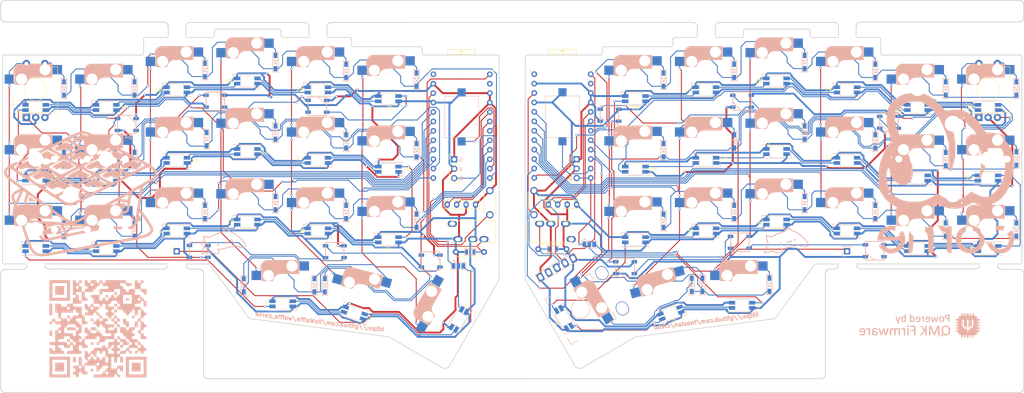
<source format=kicad_pcb>
(kicad_pcb (version 20171130) (host pcbnew 5.1.10)
  (title_block (title Protorne) (date 2020-09-28) (rev 3.0.1) (company "Waffle Inc."))
  (layers (0 F.Cu signal) (31 B.Cu signal) (34 B.Paste user) (35 F.Paste user) (36 B.SilkS user) (37 F.SilkS user) (38 B.Mask user) (39 F.Mask user) (44 Edge.Cuts user))
  (net 0 "")
  (net 1 row0)
  (net 2 "Net-(D1-Pad2)")
  (net 3 row1)
  (net 4 "Net-(D2-Pad2)")
  (net 5 row2)
  (net 6 "Net-(D3-Pad2)")
  (net 7 row3)
  (net 8 "Net-(D4-Pad2)")
  (net 9 "Net-(D5-Pad2)")
  (net 10 "Net-(D6-Pad2)")
  (net 11 "Net-(D7-Pad2)")
  (net 12 "Net-(D8-Pad2)")
  (net 13 "Net-(D9-Pad2)")
  (net 14 "Net-(D10-Pad2)")
  (net 15 "Net-(D11-Pad2)")
  (net 16 "Net-(D12-Pad2)")
  (net 17 "Net-(D13-Pad2)")
  (net 18 "Net-(D14-Pad2)")
  (net 19 "Net-(D15-Pad2)")
  (net 20 "Net-(D16-Pad2)")
  (net 21 "Net-(D17-Pad2)")
  (net 22 "Net-(D18-Pad2)")
  (net 23 "Net-(D19-Pad2)")
  (net 24 "Net-(D20-Pad2)")
  (net 25 "Net-(D21-Pad2)")
  (net 26 GND)
  (net 27 VCC)
  (net 28 col0)
  (net 29 col1)
  (net 30 col2)
  (net 31 col3)
  (net 32 col4)
  (net 33 col5)
  (net 34 LED)
  (net 35 data)
  (net 36 reset)
  (net 37 SCL)
  (net 38 SDA)
  (net 39 "Net-(U1-Pad24)")
  (net 40 "Net-(D22-Pad2)")
  (net 41 row0_r)
  (net 42 "Net-(D23-Pad2)")
  (net 43 "Net-(D24-Pad2)")
  (net 44 "Net-(D25-Pad2)")
  (net 45 "Net-(D26-Pad2)")
  (net 46 "Net-(D27-Pad2)")
  (net 47 row1_r)
  (net 48 "Net-(D28-Pad2)")
  (net 49 "Net-(D29-Pad2)")
  (net 50 "Net-(D30-Pad2)")
  (net 51 "Net-(D31-Pad2)")
  (net 52 "Net-(D32-Pad2)")
  (net 53 "Net-(D33-Pad2)")
  (net 54 row2_r)
  (net 55 "Net-(D34-Pad2)")
  (net 56 "Net-(D35-Pad2)")
  (net 57 "Net-(D36-Pad2)")
  (net 58 "Net-(D37-Pad2)")
  (net 59 "Net-(D38-Pad2)")
  (net 60 "Net-(D39-Pad2)")
  (net 61 "Net-(D40-Pad2)")
  (net 62 row3_r)
  (net 63 "Net-(D41-Pad2)")
  (net 64 "Net-(D42-Pad2)")
  (net 65 data_r)
  (net 66 SDA_r)
  (net 67 SCL_r)
  (net 68 LED_r)
  (net 69 reset_r)
  (net 70 col0_r)
  (net 71 col1_r)
  (net 72 col2_r)
  (net 73 col3_r)
  (net 74 col4_r)
  (net 75 col5_r)
  (net 76 VDD)
  (net 77 GNDA)
  (net 78 "Net-(U2-Pad24)")
  (net 79 "Net-(J1-PadA)")
  (net 80 "Net-(J3-PadA)")
  (net 81 "Net-(J5-Pad1)")
  (net 82 "Net-(LED1-Pad2)")
  (net 83 "Net-(LED1-Pad4)")
  (net 84 "Net-(LED2-Pad4)")
  (net 85 "Net-(LED3-Pad2)")
  (net 86 "Net-(LED13-Pad2)")
  (net 87 "Net-(LED4-Pad2)")
  (net 88 "Net-(LED5-Pad4)")
  (net 89 "Net-(LED6-Pad2)")
  (net 90 "Net-(LED10-Pad4)")
  (net 91 "Net-(LED11-Pad2)")
  (net 92 "Net-(LED12-Pad4)")
  (net 93 "Net-(LED10-Pad2)")
  (net 94 "Net-(LED11-Pad4)")
  (net 95 "Net-(LED12-Pad2)")
  (net 96 "Net-(LED13-Pad4)")
  (net 97 "Net-(LED14-Pad2)")
  (net 98 "Net-(LED15-Pad4)")
  (net 99 "Net-(LED16-Pad2)")
  (net 100 "Net-(LED17-Pad4)")
  (net 101 "Net-(LED19-Pad4)")
  (net 102 "Net-(U1-Pad2)")
  (net 103 "Net-(U2-Pad2)")
  (net 104 "Net-(J6-Pad1)")
  (net 105 "Net-(LED22-Pad2)")
  (net 106 "Net-(LED22-Pad4)")
  (net 107 "Net-(LED23-Pad4)")
  (net 108 "Net-(LED24-Pad2)")
  (net 109 "Net-(LED24-Pad4)")
  (net 110 "Net-(LED25-Pad4)")
  (net 111 "Net-(LED26-Pad2)")
  (net 112 "Net-(LED27-Pad4)")
  (net 113 "Net-(LED28-Pad2)")
  (net 114 "Net-(LED29-Pad4)")
  (net 115 "Net-(LED30-Pad2)")
  (net 116 "Net-(LED31-Pad4)")
  (net 117 "Net-(LED32-Pad2)")
  (net 118 "Net-(LED34-Pad2)")
  (net 119 "Net-(LED35-Pad4)")
  (net 120 "Net-(LED36-Pad2)")
  (net 121 "Net-(LED37-Pad2)")
  (net 122 "Net-(LED38-Pad4)")
  (net 123 "Net-(LED39-Pad2)")
  (net 124 "Net-(LED41-Pad4)")
  (net 125 "Net-(JP1-Pad2)")
  (net 126 "Net-(JP2-Pad2)")
  (net 127 B1_AUDIO)
  (net 128 B1_AUDIO_R)
  (net 129 ENC_A)
  (net 130 ENC_B)
  (net 131 ENC_A_R)
  (net 132 ENC_B_R)
  (net 133 "Net-(J7-Pad4)")
  (net 134 "Net-(D43-Pad2)")
  (net 135 uglow)
  (net 136 "Net-(D44-Pad2)")
  (net 137 "Net-(D44-Pad4)")
  (net 138 "Net-(D45-Pad2)")
  (net 139 "Net-(D46-Pad4)")
  (net 140 "Net-(D47-Pad2)")
  (net 141 "Net-(D49-Pad2)")
  (net 142 uglow_r)
  (net 143 "Net-(D50-Pad2)")
  (net 144 "Net-(D50-Pad4)")
  (net 145 "Net-(D51-Pad2)")
  (net 146 "Net-(D52-Pad4)")
  (net 147 "Net-(D53-Pad2)")
  (module kbd:CherryMX_Hotswap_1.5u (layer F.Cu) (at 166.8645 95.15 300)
    (fp_text reference SW42 hide)
    (fp_text value SW_PUSH hide)
    (pad "" np_thru_hole circle (at 2.54 -5.08 300) (size 3 3) (drill 3) (layers *.Cu *.Mask))
    (pad "" np_thru_hole circle (at -3.81 -2.54 300) (size 3 3) (drill 3) (layers *.Cu *.Mask))
    (pad 2 smd rect (at 5.842 -5.08 120) (size 2.55 2.5) (layers B.Cu B.Paste B.Mask) (net 64 "Net-(D42-Pad2)"))
    (pad "" np_thru_hole circle (at -5.08 0 300) (size 1.9 1.9) (drill 1.9) (layers *.Cu *.Mask))
    (pad "" np_thru_hole circle (at 5.08 0 300) (size 1.9 1.9) (drill 1.9) (layers *.Cu *.Mask))
    (pad "" np_thru_hole circle (at 0 0 30) (size 4.1 4.1) (drill 4.1) (layers *.Cu *.Mask))
    (pad 1 smd rect (at -7.085 -2.54 120) (size 2.55 2.5) (layers B.Cu B.Paste B.Mask) (net 75 col5_r))
  )
  (module Keebio-Parts:R_0805 (layer B.Cu) (at 159.3503 79.0124)
    (fp_text reference R6)
    (fp_text value 4.7k)
    (pad 1 smd rect (at -0.95 0) (size 0.7 1.3) (layers B.Cu B.Paste B.Mask) (net 65 data_r) (clearance 0.1))
    (pad 2 smd rect (at 0.95 0) (size 0.7 1.3) (layers B.Cu B.Paste B.Mask) (net 76 VDD) (clearance 0.1))
  )
  (module Keebio-Parts:R_0805 (layer B.Cu) (at 137.1507 79.7998 180)
    (fp_text reference R5)
    (fp_text value 4.7k)
    (pad 1 smd rect (at -0.95 0 180) (size 0.7 1.3) (layers B.Cu B.Paste B.Mask) (net 35 data) (clearance 0.1))
    (pad 2 smd rect (at 0.95 0 180) (size 0.7 1.3) (layers B.Cu B.Paste B.Mask) (net 27 VCC) (clearance 0.1))
  )
  (module Keebio-Parts:WS2812B (layer B.Cu) (at 178.8375 84.03 180)
    (fp_text reference D54)
    (fp_text value WS2812B hide)
    (pad 1 smd rect (at -2.49936 1.6002 90) (size 0.89916 1.50114) (layers B.Cu B.Paste B.Mask) (net 76 VDD))
    (pad 2 smd rect (at -2.49936 -1.6002 90) (size 0.89916 1.50114) (layers B.Cu B.Paste B.Mask) (net 146 "Net-(D52-Pad4)"))
    (pad 3 smd rect (at 2.49936 -1.6002 90) (size 0.89916 1.50114) (layers B.Cu B.Paste B.Mask) (net 77 GNDA))
    (pad 4 smd rect (at 2.49936 1.6002 90) (size 0.89916 1.50114) (layers B.Cu B.Paste B.Mask) (net 147 "Net-(D53-Pad2)"))
  )
  (module Keebio-Parts:WS2812B (layer B.Cu) (at 174.6275 42.97 180)
    (fp_text reference D53)
    (fp_text value WS2812B hide)
    (pad 1 smd rect (at -2.49936 1.6002 90) (size 0.89916 1.50114) (layers B.Cu B.Paste B.Mask) (net 76 VDD))
    (pad 2 smd rect (at -2.49936 -1.6002 90) (size 0.89916 1.50114) (layers B.Cu B.Paste B.Mask) (net 147 "Net-(D53-Pad2)"))
    (pad 3 smd rect (at 2.49936 -1.6002 90) (size 0.89916 1.50114) (layers B.Cu B.Paste B.Mask) (net 77 GNDA))
    (pad 4 smd rect (at 2.49936 1.6002 90) (size 0.89916 1.50114) (layers B.Cu B.Paste B.Mask) (net 145 "Net-(D51-Pad2)"))
  )
  (module Keebio-Parts:WS2812B (layer B.Cu) (at 209.7439 77.1836 180)
    (fp_text reference D52)
    (fp_text value WS2812B hide)
    (pad 1 smd rect (at -2.49936 1.6002 90) (size 0.89916 1.50114) (layers B.Cu B.Paste B.Mask) (net 76 VDD))
    (pad 2 smd rect (at -2.49936 -1.6002 90) (size 0.89916 1.50114) (layers B.Cu B.Paste B.Mask) (net 144 "Net-(D50-Pad4)"))
    (pad 3 smd rect (at 2.49936 -1.6002 90) (size 0.89916 1.50114) (layers B.Cu B.Paste B.Mask) (net 77 GNDA))
    (pad 4 smd rect (at 2.49936 1.6002 90) (size 0.89916 1.50114) (layers B.Cu B.Paste B.Mask) (net 146 "Net-(D52-Pad4)"))
  )
  (module Keebio-Parts:WS2812B (layer B.Cu) (at 210.3375 39.2 180)
    (fp_text reference D51)
    (fp_text value WS2812B hide)
    (pad 1 smd rect (at -2.49936 1.6002 90) (size 0.89916 1.50114) (layers B.Cu B.Paste B.Mask) (net 76 VDD))
    (pad 2 smd rect (at -2.49936 -1.6002 90) (size 0.89916 1.50114) (layers B.Cu B.Paste B.Mask) (net 145 "Net-(D51-Pad2)"))
    (pad 3 smd rect (at 2.49936 -1.6002 90) (size 0.89916 1.50114) (layers B.Cu B.Paste B.Mask) (net 77 GNDA))
    (pad 4 smd rect (at 2.49936 1.6002 90) (size 0.89916 1.50114) (layers B.Cu B.Paste B.Mask) (net 141 "Net-(D49-Pad2)"))
  )
  (module Keebio-Parts:WS2812B (layer B.Cu) (at 246.0659 79.4696 180)
    (fp_text reference D50)
    (fp_text value WS2812B hide)
    (pad 1 smd rect (at -2.49936 1.6002 90) (size 0.89916 1.50114) (layers B.Cu B.Paste B.Mask) (net 76 VDD))
    (pad 2 smd rect (at -2.49936 -1.6002 90) (size 0.89916 1.50114) (layers B.Cu B.Paste B.Mask) (net 143 "Net-(D50-Pad2)"))
    (pad 3 smd rect (at 2.49936 -1.6002 90) (size 0.89916 1.50114) (layers B.Cu B.Paste B.Mask) (net 77 GNDA))
    (pad 4 smd rect (at 2.49936 1.6002 90) (size 0.89916 1.50114) (layers B.Cu B.Paste B.Mask) (net 144 "Net-(D50-Pad4)"))
  )
  (module Keebio-Parts:WS2812B (layer B.Cu) (at 249.9175 44.87 180)
    (fp_text reference D49)
    (fp_text value WS2812B hide)
    (pad 1 smd rect (at -2.49936 1.6002 90) (size 0.89916 1.50114) (layers B.Cu B.Paste B.Mask) (net 76 VDD))
    (pad 2 smd rect (at -2.49936 -1.6002 90) (size 0.89916 1.50114) (layers B.Cu B.Paste B.Mask) (net 141 "Net-(D49-Pad2)"))
    (pad 3 smd rect (at 2.49936 -1.6002 90) (size 0.89916 1.50114) (layers B.Cu B.Paste B.Mask) (net 77 GNDA))
    (pad 4 smd rect (at 2.49936 1.6002 90) (size 0.89916 1.50114) (layers B.Cu B.Paste B.Mask) (net 142 uglow_r))
  )
  (module kbd:CherryMX_Hotswap (layer F.Cu) (at 86.6075 88.655)
    (fp_text reference SW19 hide)
    (fp_text value SW_PUSH hide)
    (pad "" np_thru_hole circle (at 2.54 -5.08) (size 3 3) (drill 3) (layers *.Cu *.Mask))
    (pad "" np_thru_hole circle (at -3.81 -2.54) (size 3 3) (drill 3) (layers *.Cu *.Mask))
    (pad 2 smd rect (at 5.842 -5.08 180) (size 2.55 2.5) (layers B.Cu B.Paste B.Mask) (net 23 "Net-(D19-Pad2)"))
    (pad "" np_thru_hole circle (at -5.08 0) (size 1.9 1.9) (drill 1.9) (layers *.Cu *.Mask))
    (pad "" np_thru_hole circle (at 5.08 0) (size 1.9 1.9) (drill 1.9) (layers *.Cu *.Mask))
    (pad "" np_thru_hole circle (at 0 0 90) (size 4.1 4.1) (drill 4.1) (layers *.Cu *.Mask))
    (pad 1 smd rect (at -7.085 -2.54 180) (size 2.55 2.5) (layers B.Cu B.Paste B.Mask) (net 31 col3))
  )
  (module Keebio-Parts:WS2812B (layer B.Cu) (at 64.0241 79.6474)
    (fp_text reference D48)
    (fp_text value WS2812B hide)
    (pad 1 smd rect (at -2.49936 1.6002 270) (size 0.89916 1.50114) (layers B.Cu B.Paste B.Mask) (net 27 VCC))
    (pad 2 smd rect (at -2.49936 -1.6002 270) (size 0.89916 1.50114) (layers B.Cu B.Paste B.Mask) (net 139 "Net-(D46-Pad4)"))
    (pad 3 smd rect (at 2.49936 -1.6002 270) (size 0.89916 1.50114) (layers B.Cu B.Paste B.Mask) (net 26 GND))
    (pad 4 smd rect (at 2.49936 1.6002 270) (size 0.89916 1.50114) (layers B.Cu B.Paste B.Mask) (net 140 "Net-(D47-Pad2)"))
  )
  (module Keebio-Parts:WS2812B (layer B.Cu) (at 44.6575 45.47)
    (fp_text reference D47 (at -0.06 3.41) (layer B.SilkS) (effects (font (thickness 0.2)) (justify mirror)))
    (fp_text value WS2812B hide)
    (pad 1 smd rect (at -2.49936 1.6002 270) (size 0.89916 1.50114) (layers B.Cu B.Paste B.Mask) (net 27 VCC))
    (pad 2 smd rect (at -2.49936 -1.6002 270) (size 0.89916 1.50114) (layers B.Cu B.Paste B.Mask) (net 140 "Net-(D47-Pad2)"))
    (pad 3 smd rect (at 2.49936 -1.6002 270) (size 0.89916 1.50114) (layers B.Cu B.Paste B.Mask) (net 26 GND))
    (pad 4 smd rect (at 2.49936 1.6002 270) (size 0.89916 1.50114) (layers B.Cu B.Paste B.Mask) (net 138 "Net-(D45-Pad2)"))
  )
  (module Keebio-Parts:WS2812B (layer B.Cu) (at 100.6763 79.7236)
    (fp_text reference D46)
    (fp_text value WS2812B hide)
    (pad 1 smd rect (at -2.49936 1.6002 270) (size 0.89916 1.50114) (layers B.Cu B.Paste B.Mask) (net 27 VCC))
    (pad 2 smd rect (at -2.49936 -1.6002 270) (size 0.89916 1.50114) (layers B.Cu B.Paste B.Mask) (net 137 "Net-(D44-Pad4)"))
    (pad 3 smd rect (at 2.49936 -1.6002 270) (size 0.89916 1.50114) (layers B.Cu B.Paste B.Mask) (net 26 GND))
    (pad 4 smd rect (at 2.49936 1.6002 270) (size 0.89916 1.50114) (layers B.Cu B.Paste B.Mask) (net 139 "Net-(D46-Pad4)"))
  )
  (module Keebio-Parts:WS2812B (layer B.Cu) (at 68.4945 39.1852)
    (fp_text reference D45)
    (fp_text value WS2812B hide)
    (pad 1 smd rect (at -2.49936 1.6002 270) (size 0.89916 1.50114) (layers B.Cu B.Paste B.Mask) (net 27 VCC))
    (pad 2 smd rect (at -2.49936 -1.6002 270) (size 0.89916 1.50114) (layers B.Cu B.Paste B.Mask) (net 138 "Net-(D45-Pad2)"))
    (pad 3 smd rect (at 2.49936 -1.6002 270) (size 0.89916 1.50114) (layers B.Cu B.Paste B.Mask) (net 26 GND))
    (pad 4 smd rect (at 2.49936 1.6002 270) (size 0.89916 1.50114) (layers B.Cu B.Paste B.Mask) (net 134 "Net-(D43-Pad2)"))
  )
  (module Keebio-Parts:WS2812B (layer B.Cu) (at 126.4827 82.2382)
    (fp_text reference D44)
    (fp_text value WS2812B hide)
    (pad 1 smd rect (at -2.49936 1.6002 270) (size 0.89916 1.50114) (layers B.Cu B.Paste B.Mask) (net 27 VCC))
    (pad 2 smd rect (at -2.49936 -1.6002 270) (size 0.89916 1.50114) (layers B.Cu B.Paste B.Mask) (net 136 "Net-(D44-Pad2)"))
    (pad 3 smd rect (at 2.49936 -1.6002 270) (size 0.89916 1.50114) (layers B.Cu B.Paste B.Mask) (net 26 GND))
    (pad 4 smd rect (at 2.49936 1.6002 270) (size 0.89916 1.50114) (layers B.Cu B.Paste B.Mask) (net 137 "Net-(D44-Pad4)"))
  )
  (module Keebio-Parts:WS2812B (layer B.Cu) (at 95.9875 40.55)
    (fp_text reference D43)
    (fp_text value WS2812B hide)
    (pad 1 smd rect (at -2.49936 1.6002 270) (size 0.89916 1.50114) (layers B.Cu B.Paste B.Mask) (net 27 VCC))
    (pad 2 smd rect (at -2.49936 -1.6002 270) (size 0.89916 1.50114) (layers B.Cu B.Paste B.Mask) (net 134 "Net-(D43-Pad2)"))
    (pad 3 smd rect (at 2.49936 -1.6002 270) (size 0.89916 1.50114) (layers B.Cu B.Paste B.Mask) (net 26 GND))
    (pad 4 smd rect (at 2.49936 1.6002 270) (size 0.89916 1.50114) (layers B.Cu B.Paste B.Mask) (net 135 uglow))
  )
  (module other_parts:pimoroni_left_side_mount (layer B.Cu) (at 166.8687 95.1414 210)
    (fp_text reference J7)
    (fp_text value Trackball)
    (pad 9 thru_hole oval (at -9.8 5.5 120) (size 3.8 3.3) (drill oval 3.5 3) (layers *.Cu *.Mask))
    (pad 8 thru_hole oval (at -9.8 -5.5 120) (size 3.8 3.3) (drill oval 3.5 3) (layers *.Cu *.Mask))
    (pad 1 thru_hole roundrect (at -5.08 12.824 120) (size 2.2 1.7) (drill oval 1.5 1) (layers *.Cu *.Mask) (net 76 VDD))
    (pad 2 thru_hole roundrect (at -2.54 12.824 30) (size 1.7 2.2) (drill oval 1 1.5) (layers *.Cu *.Mask) (net 66 SDA_r))
    (pad 3 thru_hole roundrect (at 0 12.824 30) (size 1.7 2.2) (drill oval 1 1.5) (layers *.Cu *.Mask) (net 67 SCL_r))
    (pad 4 thru_hole roundrect (at 2.54 12.824 30) (size 1.7 2.2) (drill oval 1 1.5) (layers *.Cu *.Mask) (net 133 "Net-(J7-Pad4)"))
    (pad 5 thru_hole roundrect (at 5.08 12.824 30) (size 1.7 2.2) (drill oval 1 1.5) (layers *.Cu *.Mask) (net 77 GNDA))
  )
  (module weeb:build_guide_qr (layer B.Cu) (at 36.9731 100.3992)
    (fp_text reference G*** hide)
    (fp_text value LOGO hide)
  )
  (module Keebio-Parts:RotaryEncoder_EC11-no-legs (layer F.Cu) (at 276.6145 36.055 90)
    (fp_text reference SW44)
    (fp_text value Rotary_Encoder_Switch)
    (pad A thru_hole rect (at -7.5 -2.5 90) (size 2 2) (drill 1) (layers *.Cu *.Mask) (net 131 ENC_A_R))
    (pad C thru_hole circle (at -7.5 0 90) (size 2 2) (drill 1) (layers *.Cu *.Mask) (net 77 GNDA))
    (pad B thru_hole circle (at -7.5 2.5 90) (size 2 2) (drill 1) (layers *.Cu *.Mask) (net 132 ENC_B_R))
    (pad S2 thru_hole circle (at 7 -2.5 90) (size 2 2) (drill 1) (layers *.Cu *.Mask) (net 70 col0_r))
    (pad S1 thru_hole circle (at 7 2.5 90) (size 2 2) (drill 1) (layers *.Cu *.Mask) (net 40 "Net-(D22-Pad2)"))
  )
  (module kbd:CherryMX_Hotswap (layer F.Cu) (at 20.1075 54.78)
    (fp_text reference SW7 hide)
    (fp_text value SW_PUSH hide)
    (pad "" np_thru_hole circle (at 2.54 -5.08) (size 3 3) (drill 3) (layers *.Cu *.Mask))
    (pad "" np_thru_hole circle (at -3.81 -2.54) (size 3 3) (drill 3) (layers *.Cu *.Mask))
    (pad 2 smd rect (at 5.842 -5.08 180) (size 2.55 2.5) (layers B.Cu B.Paste B.Mask) (net 11 "Net-(D7-Pad2)"))
    (pad "" np_thru_hole circle (at -5.08 0) (size 1.9 1.9) (drill 1.9) (layers *.Cu *.Mask))
    (pad "" np_thru_hole circle (at 5.08 0) (size 1.9 1.9) (drill 1.9) (layers *.Cu *.Mask))
    (pad "" np_thru_hole circle (at 0 0 90) (size 4.1 4.1) (drill 4.1) (layers *.Cu *.Mask))
    (pad 1 smd rect (at -7.085 -2.54 180) (size 2.55 2.5) (layers B.Cu B.Paste B.Mask) (net 28 col0))
  )
  (module Keebio-Parts:RotaryEncoder_EC11-no-legs (layer F.Cu) (at 20.1075 36.06 90)
    (fp_text reference SW43)
    (fp_text value Rotary_Encoder_Switch)
    (pad A thru_hole rect (at -7.5 -2.5 90) (size 2 2) (drill 1) (layers *.Cu *.Mask) (net 129 ENC_A))
    (pad C thru_hole circle (at -7.5 0 90) (size 2 2) (drill 1) (layers *.Cu *.Mask) (net 26 GND))
    (pad B thru_hole circle (at -7.5 2.5 90) (size 2 2) (drill 1) (layers *.Cu *.Mask) (net 130 ENC_B))
    (pad S2 thru_hole circle (at 7 -2.5 90) (size 2 2) (drill 1) (layers *.Cu *.Mask) (net 28 col0))
    (pad S1 thru_hole circle (at 7 2.5 90) (size 2 2) (drill 1) (layers *.Cu *.Mask) (net 2 "Net-(D1-Pad2)"))
  )
  (module kbd:CherryMX_Hotswap (layer F.Cu) (at 181.6145 52.4)
    (fp_text reference SW33 hide)
    (fp_text value SW_PUSH hide)
    (pad "" np_thru_hole circle (at 2.54 -5.08) (size 3 3) (drill 3) (layers *.Cu *.Mask))
    (pad "" np_thru_hole circle (at -3.81 -2.54) (size 3 3) (drill 3) (layers *.Cu *.Mask))
    (pad 2 smd rect (at 5.842 -5.08 180) (size 2.55 2.5) (layers B.Cu B.Paste B.Mask) (net 53 "Net-(D33-Pad2)"))
    (pad "" np_thru_hole circle (at -5.08 0) (size 1.9 1.9) (drill 1.9) (layers *.Cu *.Mask))
    (pad "" np_thru_hole circle (at 5.08 0) (size 1.9 1.9) (drill 1.9) (layers *.Cu *.Mask))
    (pad "" np_thru_hole circle (at 0 0 90) (size 4.1 4.1) (drill 4.1) (layers *.Cu *.Mask))
    (pad 1 smd rect (at -7.085 -2.54 180) (size 2.55 2.5) (layers B.Cu B.Paste B.Mask) (net 75 col5_r))
  )
  (module kbd:CherryMX_Hotswap (layer F.Cu) (at 276.6145 73.775)
    (fp_text reference SW34 hide)
    (fp_text value SW_PUSH hide)
    (pad "" np_thru_hole circle (at 2.54 -5.08) (size 3 3) (drill 3) (layers *.Cu *.Mask))
    (pad "" np_thru_hole circle (at -3.81 -2.54) (size 3 3) (drill 3) (layers *.Cu *.Mask))
    (pad 2 smd rect (at 5.842 -5.08 180) (size 2.55 2.5) (layers B.Cu B.Paste B.Mask) (net 55 "Net-(D34-Pad2)"))
    (pad "" np_thru_hole circle (at -5.08 0) (size 1.9 1.9) (drill 1.9) (layers *.Cu *.Mask))
    (pad "" np_thru_hole circle (at 5.08 0) (size 1.9 1.9) (drill 1.9) (layers *.Cu *.Mask))
    (pad "" np_thru_hole circle (at 0 0 90) (size 4.1 4.1) (drill 4.1) (layers *.Cu *.Mask))
    (pad 1 smd rect (at -7.085 -2.54 180) (size 2.55 2.5) (layers B.Cu B.Paste B.Mask) (net 70 col0_r))
  )
  (module weeb:qmk7fp (layer B.Cu) (at 258.1055 99.5483 180)
    (fp_text reference G*** hide)
    (fp_text value LOGO hide)
  )
  (module Buzzer_Beeper:Buzzer_Mallory_AST1109MLTRQ (layer B.Cu) (at 161.9875 43.39 90)
    (fp_text reference R4)
    (fp_text value R_Small)
    (pad 1 smd rect (at -6.6 0 90) (size 2.2 2.2) (layers B.Cu B.Paste B.Mask) (net 128 B1_AUDIO_R))
    (pad 2 smd rect (at 6.6 0 90) (size 2.2 2.2) (layers B.Cu B.Paste B.Mask) (net 76 VDD))
  )
  (module Buzzer_Beeper:Buzzer_Mallory_AST1109MLTRQ (layer B.Cu) (at 134.8125 43.42 90)
    (fp_text reference R3)
    (fp_text value R_Small)
    (pad 1 smd rect (at -6.6 0 90) (size 2.2 2.2) (layers B.Cu B.Paste B.Mask) (net 127 B1_AUDIO))
    (pad 2 smd rect (at 6.6 0 90) (size 2.2 2.2) (layers B.Cu B.Paste B.Mask) (net 27 VCC))
  )
  (module Jumper:SolderJumper-3_P1.3mm_Open_Pad1.0x1.5mm (layer B.Cu) (at 169.2055 77.717)
    (fp_text reference JP2)
    (fp_text value SolderJumper_3_Open)
    (pad 1 smd rect (at -1.3 0) (size 1 1.5) (layers B.Cu B.Mask) (net 68 LED_r))
    (pad 2 smd rect (at 0 0) (size 1 1.5) (layers B.Cu B.Mask) (net 126 "Net-(JP2-Pad2)"))
    (pad 3 smd rect (at 1.3 0) (size 1 1.5) (layers B.Cu B.Mask) (net 104 "Net-(J6-Pad1)"))
  )
  (module Jumper:SolderJumper-3_P1.3mm_Open_Pad1.0x1.5mm (layer B.Cu) (at 133.963 83.559)
    (fp_text reference JP1)
    (fp_text value SolderJumper_3_Open)
    (pad 1 smd rect (at -1.3 0) (size 1 1.5) (layers B.Cu B.Mask) (net 34 LED))
    (pad 2 smd rect (at 0 0) (size 1 1.5) (layers B.Cu B.Mask) (net 125 "Net-(JP1-Pad2)"))
    (pad 3 smd rect (at 1.3 0) (size 1 1.5) (layers B.Cu B.Mask) (net 81 "Net-(J5-Pad1)"))
  )
  (module kbd:YS-SK6812MINI-E (layer B.Cu) (at 276.6145 78.875)
    (fp_text reference LED42)
    (fp_text value YS-SK6812MINI-E)
    (fp_line (start -1.8 1.55) (end -1.8 -1.55) (layer Edge.Cuts) (width 0.12))
    (fp_line (start -1.8 -1.55) (end 1.8 -1.55) (layer Edge.Cuts) (width 0.12))
    (fp_line (start 1.8 -1.55) (end 1.8 1.55) (layer Edge.Cuts) (width 0.12))
    (fp_line (start 1.8 1.55) (end -1.8 1.55) (layer Edge.Cuts) (width 0.12))
    (pad 2 smd rect (at 2.75 -0.7) (size 1.7 1) (layers B.Cu B.Paste B.Mask) (net 124 "Net-(LED41-Pad4)"))
    (pad 1 smd rect (at 2.75 0.7) (size 1.7 1) (layers B.Cu B.Paste B.Mask) (net 76 VDD))
    (pad 3 smd rect (at -2.75 -0.7) (size 1.7 1) (layers B.Cu B.Paste B.Mask) (net 77 GNDA))
    (pad 4 smd rect (at -2.75 0.7) (size 1.7 1) (layers B.Cu B.Paste B.Mask) (net 123 "Net-(LED39-Pad2)"))
  )
  (module kbd:YS-SK6812MINI-E (layer B.Cu) (at 276.6145 59.875 180)
    (fp_text reference LED41)
    (fp_text value YS-SK6812MINI-E)
    (fp_line (start -1.8 1.55) (end -1.8 -1.55) (layer Edge.Cuts) (width 0.12))
    (fp_line (start -1.8 -1.55) (end 1.8 -1.55) (layer Edge.Cuts) (width 0.12))
    (fp_line (start 1.8 -1.55) (end 1.8 1.55) (layer Edge.Cuts) (width 0.12))
    (fp_line (start 1.8 1.55) (end -1.8 1.55) (layer Edge.Cuts) (width 0.12))
    (pad 2 smd rect (at 2.75 -0.7 180) (size 1.7 1) (layers B.Cu B.Paste B.Mask) (net 122 "Net-(LED38-Pad4)"))
    (pad 1 smd rect (at 2.75 0.7 180) (size 1.7 1) (layers B.Cu B.Paste B.Mask) (net 76 VDD))
    (pad 3 smd rect (at -2.75 -0.7 180) (size 1.7 1) (layers B.Cu B.Paste B.Mask) (net 77 GNDA))
    (pad 4 smd rect (at -2.75 0.7 180) (size 1.7 1) (layers B.Cu B.Paste B.Mask) (net 124 "Net-(LED41-Pad4)"))
  )
  (module kbd:YS-SK6812MINI-E (layer B.Cu) (at 276.6145 40.875)
    (fp_text reference LED40)
    (fp_text value YS-SK6812MINI-E)
    (fp_line (start -1.8 1.55) (end -1.8 -1.55) (layer Edge.Cuts) (width 0.12))
    (fp_line (start -1.8 -1.55) (end 1.8 -1.55) (layer Edge.Cuts) (width 0.12))
    (fp_line (start 1.8 -1.55) (end 1.8 1.55) (layer Edge.Cuts) (width 0.12))
    (fp_line (start 1.8 1.55) (end -1.8 1.55) (layer Edge.Cuts) (width 0.12))
    (pad 2 smd rect (at 2.75 -0.7) (size 1.7 1) (layers B.Cu B.Paste B.Mask) (net 142 uglow_r))
    (pad 1 smd rect (at 2.75 0.7) (size 1.7 1) (layers B.Cu B.Paste B.Mask) (net 76 VDD))
    (pad 3 smd rect (at -2.75 -0.7) (size 1.7 1) (layers B.Cu B.Paste B.Mask) (net 77 GNDA))
    (pad 4 smd rect (at -2.75 0.7) (size 1.7 1) (layers B.Cu B.Paste B.Mask) (net 121 "Net-(LED37-Pad2)"))
  )
  (module kbd:YS-SK6812MINI-E (layer B.Cu) (at 257.6145 78.875)
    (fp_text reference LED39 (at 0.2 -11.2) (layer B.SilkS) (effects (justify mirror)))
    (fp_text value YS-SK6812MINI-E)
    (fp_line (start -1.8 1.55) (end -1.8 -1.55) (layer Edge.Cuts) (width 0.12))
    (fp_line (start -1.8 -1.55) (end 1.8 -1.55) (layer Edge.Cuts) (width 0.12))
    (fp_line (start 1.8 -1.55) (end 1.8 1.55) (layer Edge.Cuts) (width 0.12))
    (fp_line (start 1.8 1.55) (end -1.8 1.55) (layer Edge.Cuts) (width 0.12))
    (pad 2 smd rect (at 2.75 -0.7) (size 1.7 1) (layers B.Cu B.Paste B.Mask) (net 123 "Net-(LED39-Pad2)"))
    (pad 1 smd rect (at 2.75 0.7) (size 1.7 1) (layers B.Cu B.Paste B.Mask) (net 76 VDD))
    (pad 3 smd rect (at -2.75 -0.7) (size 1.7 1) (layers B.Cu B.Paste B.Mask) (net 77 GNDA))
    (pad 4 smd rect (at -2.75 0.7) (size 1.7 1) (layers B.Cu B.Paste B.Mask) (net 120 "Net-(LED36-Pad2)"))
  )
  (module kbd:YS-SK6812MINI-E (layer B.Cu) (at 257.6145 59.875 180)
    (fp_text reference LED38)
    (fp_text value YS-SK6812MINI-E)
    (fp_line (start -1.8 1.55) (end -1.8 -1.55) (layer Edge.Cuts) (width 0.12))
    (fp_line (start -1.8 -1.55) (end 1.8 -1.55) (layer Edge.Cuts) (width 0.12))
    (fp_line (start 1.8 -1.55) (end 1.8 1.55) (layer Edge.Cuts) (width 0.12))
    (fp_line (start 1.8 1.55) (end -1.8 1.55) (layer Edge.Cuts) (width 0.12))
    (pad 2 smd rect (at 2.75 -0.7 180) (size 1.7 1) (layers B.Cu B.Paste B.Mask) (net 119 "Net-(LED35-Pad4)"))
    (pad 1 smd rect (at 2.75 0.7 180) (size 1.7 1) (layers B.Cu B.Paste B.Mask) (net 76 VDD))
    (pad 3 smd rect (at -2.75 -0.7 180) (size 1.7 1) (layers B.Cu B.Paste B.Mask) (net 77 GNDA))
    (pad 4 smd rect (at -2.75 0.7 180) (size 1.7 1) (layers B.Cu B.Paste B.Mask) (net 122 "Net-(LED38-Pad4)"))
  )
  (module kbd:YS-SK6812MINI-E (layer B.Cu) (at 257.6145 40.875)
    (fp_text reference LED37)
    (fp_text value YS-SK6812MINI-E)
    (fp_line (start -1.8 1.55) (end -1.8 -1.55) (layer Edge.Cuts) (width 0.12))
    (fp_line (start -1.8 -1.55) (end 1.8 -1.55) (layer Edge.Cuts) (width 0.12))
    (fp_line (start 1.8 -1.55) (end 1.8 1.55) (layer Edge.Cuts) (width 0.12))
    (fp_line (start 1.8 1.55) (end -1.8 1.55) (layer Edge.Cuts) (width 0.12))
    (pad 2 smd rect (at 2.75 -0.7) (size 1.7 1) (layers B.Cu B.Paste B.Mask) (net 121 "Net-(LED37-Pad2)"))
    (pad 1 smd rect (at 2.75 0.7) (size 1.7 1) (layers B.Cu B.Paste B.Mask) (net 76 VDD))
    (pad 3 smd rect (at -2.75 -0.7) (size 1.7 1) (layers B.Cu B.Paste B.Mask) (net 77 GNDA))
    (pad 4 smd rect (at -2.75 0.7) (size 1.7 1) (layers B.Cu B.Paste B.Mask) (net 118 "Net-(LED34-Pad2)"))
  )
  (module kbd:YS-SK6812MINI-E (layer B.Cu) (at 238.6145 74.125)
    (fp_text reference LED36)
    (fp_text value YS-SK6812MINI-E)
    (fp_line (start -1.8 1.55) (end -1.8 -1.55) (layer Edge.Cuts) (width 0.12))
    (fp_line (start -1.8 -1.55) (end 1.8 -1.55) (layer Edge.Cuts) (width 0.12))
    (fp_line (start 1.8 -1.55) (end 1.8 1.55) (layer Edge.Cuts) (width 0.12))
    (fp_line (start 1.8 1.55) (end -1.8 1.55) (layer Edge.Cuts) (width 0.12))
    (pad 2 smd rect (at 2.75 -0.7) (size 1.7 1) (layers B.Cu B.Paste B.Mask) (net 120 "Net-(LED36-Pad2)"))
    (pad 1 smd rect (at 2.75 0.7) (size 1.7 1) (layers B.Cu B.Paste B.Mask) (net 76 VDD))
    (pad 3 smd rect (at -2.75 -0.7) (size 1.7 1) (layers B.Cu B.Paste B.Mask) (net 77 GNDA))
    (pad 4 smd rect (at -2.75 0.7) (size 1.7 1) (layers B.Cu B.Paste B.Mask) (net 117 "Net-(LED32-Pad2)"))
  )
  (module kbd:YS-SK6812MINI-E (layer B.Cu) (at 238.6145 55.125 180)
    (fp_text reference LED35)
    (fp_text value YS-SK6812MINI-E)
    (fp_line (start -1.8 1.55) (end -1.8 -1.55) (layer Edge.Cuts) (width 0.12))
    (fp_line (start -1.8 -1.55) (end 1.8 -1.55) (layer Edge.Cuts) (width 0.12))
    (fp_line (start 1.8 -1.55) (end 1.8 1.55) (layer Edge.Cuts) (width 0.12))
    (fp_line (start 1.8 1.55) (end -1.8 1.55) (layer Edge.Cuts) (width 0.12))
    (pad 2 smd rect (at 2.75 -0.7 180) (size 1.7 1) (layers B.Cu B.Paste B.Mask) (net 116 "Net-(LED31-Pad4)"))
    (pad 1 smd rect (at 2.75 0.7 180) (size 1.7 1) (layers B.Cu B.Paste B.Mask) (net 76 VDD))
    (pad 3 smd rect (at -2.75 -0.7 180) (size 1.7 1) (layers B.Cu B.Paste B.Mask) (net 77 GNDA))
    (pad 4 smd rect (at -2.75 0.7 180) (size 1.7 1) (layers B.Cu B.Paste B.Mask) (net 119 "Net-(LED35-Pad4)"))
  )
  (module kbd:YS-SK6812MINI-E (layer B.Cu) (at 238.6145 36.125)
    (fp_text reference LED34)
    (fp_text value YS-SK6812MINI-E)
    (fp_line (start -1.8 1.55) (end -1.8 -1.55) (layer Edge.Cuts) (width 0.12))
    (fp_line (start -1.8 -1.55) (end 1.8 -1.55) (layer Edge.Cuts) (width 0.12))
    (fp_line (start 1.8 -1.55) (end 1.8 1.55) (layer Edge.Cuts) (width 0.12))
    (fp_line (start 1.8 1.55) (end -1.8 1.55) (layer Edge.Cuts) (width 0.12))
    (pad 2 smd rect (at 2.75 -0.7) (size 1.7 1) (layers B.Cu B.Paste B.Mask) (net 118 "Net-(LED34-Pad2)"))
    (pad 1 smd rect (at 2.75 0.7) (size 1.7 1) (layers B.Cu B.Paste B.Mask) (net 76 VDD))
    (pad 3 smd rect (at -2.75 -0.7) (size 1.7 1) (layers B.Cu B.Paste B.Mask) (net 77 GNDA))
    (pad 4 smd rect (at -2.75 0.7) (size 1.7 1) (layers B.Cu B.Paste B.Mask) (net 115 "Net-(LED30-Pad2)"))
  )
  (module kbd:YS-SK6812MINI-E (layer B.Cu) (at 210.3535 94.1635 180)
    (fp_text reference LED33)
    (fp_text value YS-SK6812MINI-E)
    (fp_line (start -1.8 1.55) (end -1.8 -1.55) (layer Edge.Cuts) (width 0.12))
    (fp_line (start -1.8 -1.55) (end 1.8 -1.55) (layer Edge.Cuts) (width 0.12))
    (fp_line (start 1.8 -1.55) (end 1.8 1.55) (layer Edge.Cuts) (width 0.12))
    (fp_line (start 1.8 1.55) (end -1.8 1.55) (layer Edge.Cuts) (width 0.12))
    (pad 2 smd rect (at 2.75 -0.7 180) (size 1.7 1) (layers B.Cu B.Paste B.Mask) (net 114 "Net-(LED29-Pad4)"))
    (pad 1 smd rect (at 2.75 0.7 180) (size 1.7 1) (layers B.Cu B.Paste B.Mask) (net 76 VDD))
    (pad 3 smd rect (at -2.75 -0.7 180) (size 1.7 1) (layers B.Cu B.Paste B.Mask) (net 77 GNDA))
    (pad 4 smd rect (at -2.75 0.7 180) (size 1.7 1) (layers B.Cu B.Paste B.Mask) (net 126 "Net-(JP2-Pad2)"))
  )
  (module kbd:YS-SK6812MINI-E (layer B.Cu) (at 219.6145 71.75)
    (fp_text reference LED32)
    (fp_text value YS-SK6812MINI-E)
    (fp_line (start -1.8 1.55) (end -1.8 -1.55) (layer Edge.Cuts) (width 0.12))
    (fp_line (start -1.8 -1.55) (end 1.8 -1.55) (layer Edge.Cuts) (width 0.12))
    (fp_line (start 1.8 -1.55) (end 1.8 1.55) (layer Edge.Cuts) (width 0.12))
    (fp_line (start 1.8 1.55) (end -1.8 1.55) (layer Edge.Cuts) (width 0.12))
    (pad 2 smd rect (at 2.75 -0.7) (size 1.7 1) (layers B.Cu B.Paste B.Mask) (net 117 "Net-(LED32-Pad2)"))
    (pad 1 smd rect (at 2.75 0.7) (size 1.7 1) (layers B.Cu B.Paste B.Mask) (net 76 VDD))
    (pad 3 smd rect (at -2.75 -0.7) (size 1.7 1) (layers B.Cu B.Paste B.Mask) (net 77 GNDA))
    (pad 4 smd rect (at -2.75 0.7) (size 1.7 1) (layers B.Cu B.Paste B.Mask) (net 113 "Net-(LED28-Pad2)"))
  )
  (module kbd:YS-SK6812MINI-E (layer B.Cu) (at 219.6145 52.75 180)
    (fp_text reference LED31)
    (fp_text value YS-SK6812MINI-E)
    (fp_line (start -1.8 1.55) (end -1.8 -1.55) (layer Edge.Cuts) (width 0.12))
    (fp_line (start -1.8 -1.55) (end 1.8 -1.55) (layer Edge.Cuts) (width 0.12))
    (fp_line (start 1.8 -1.55) (end 1.8 1.55) (layer Edge.Cuts) (width 0.12))
    (fp_line (start 1.8 1.55) (end -1.8 1.55) (layer Edge.Cuts) (width 0.12))
    (pad 2 smd rect (at 2.75 -0.7 180) (size 1.7 1) (layers B.Cu B.Paste B.Mask) (net 112 "Net-(LED27-Pad4)"))
    (pad 1 smd rect (at 2.75 0.7 180) (size 1.7 1) (layers B.Cu B.Paste B.Mask) (net 76 VDD))
    (pad 3 smd rect (at -2.75 -0.7 180) (size 1.7 1) (layers B.Cu B.Paste B.Mask) (net 77 GNDA))
    (pad 4 smd rect (at -2.75 0.7 180) (size 1.7 1) (layers B.Cu B.Paste B.Mask) (net 116 "Net-(LED31-Pad4)"))
  )
  (module kbd:YS-SK6812MINI-E (layer B.Cu) (at 219.6145 33.75)
    (fp_text reference LED30)
    (fp_text value YS-SK6812MINI-E)
    (fp_line (start -1.8 1.55) (end -1.8 -1.55) (layer Edge.Cuts) (width 0.12))
    (fp_line (start -1.8 -1.55) (end 1.8 -1.55) (layer Edge.Cuts) (width 0.12))
    (fp_line (start 1.8 -1.55) (end 1.8 1.55) (layer Edge.Cuts) (width 0.12))
    (fp_line (start 1.8 1.55) (end -1.8 1.55) (layer Edge.Cuts) (width 0.12))
    (pad 2 smd rect (at 2.75 -0.7) (size 1.7 1) (layers B.Cu B.Paste B.Mask) (net 115 "Net-(LED30-Pad2)"))
    (pad 1 smd rect (at 2.75 0.7) (size 1.7 1) (layers B.Cu B.Paste B.Mask) (net 76 VDD))
    (pad 3 smd rect (at -2.75 -0.7) (size 1.7 1) (layers B.Cu B.Paste B.Mask) (net 77 GNDA))
    (pad 4 smd rect (at -2.75 0.7) (size 1.7 1) (layers B.Cu B.Paste B.Mask) (net 111 "Net-(LED26-Pad2)"))
  )
  (module kbd:YS-SK6812MINI-E (layer B.Cu) (at 191.1765 96.259 200)
    (fp_text reference LED29)
    (fp_text value YS-SK6812MINI-E)
    (fp_line (start -1.8 1.55) (end -1.8 -1.55) (layer Edge.Cuts) (width 0.12))
    (fp_line (start -1.8 -1.55) (end 1.8 -1.55) (layer Edge.Cuts) (width 0.12))
    (fp_line (start 1.8 -1.55) (end 1.8 1.55) (layer Edge.Cuts) (width 0.12))
    (fp_line (start 1.8 1.55) (end -1.8 1.55) (layer Edge.Cuts) (width 0.12))
    (pad 2 smd rect (at 2.75 -0.7 200) (size 1.7 1) (layers B.Cu B.Paste B.Mask) (net 110 "Net-(LED25-Pad4)"))
    (pad 1 smd rect (at 2.75 0.7 200) (size 1.7 1) (layers B.Cu B.Paste B.Mask) (net 76 VDD))
    (pad 3 smd rect (at -2.75 -0.7 200) (size 1.7 1) (layers B.Cu B.Paste B.Mask) (net 77 GNDA))
    (pad 4 smd rect (at -2.75 0.7 200) (size 1.7 1) (layers B.Cu B.Paste B.Mask) (net 114 "Net-(LED29-Pad4)"))
  )
  (module kbd:YS-SK6812MINI-E (layer B.Cu) (at 200.6145 74.125)
    (fp_text reference LED28)
    (fp_text value YS-SK6812MINI-E)
    (fp_line (start -1.8 1.55) (end -1.8 -1.55) (layer Edge.Cuts) (width 0.12))
    (fp_line (start -1.8 -1.55) (end 1.8 -1.55) (layer Edge.Cuts) (width 0.12))
    (fp_line (start 1.8 -1.55) (end 1.8 1.55) (layer Edge.Cuts) (width 0.12))
    (fp_line (start 1.8 1.55) (end -1.8 1.55) (layer Edge.Cuts) (width 0.12))
    (pad 2 smd rect (at 2.75 -0.7) (size 1.7 1) (layers B.Cu B.Paste B.Mask) (net 113 "Net-(LED28-Pad2)"))
    (pad 1 smd rect (at 2.75 0.7) (size 1.7 1) (layers B.Cu B.Paste B.Mask) (net 76 VDD))
    (pad 3 smd rect (at -2.75 -0.7) (size 1.7 1) (layers B.Cu B.Paste B.Mask) (net 77 GNDA))
    (pad 4 smd rect (at -2.75 0.7) (size 1.7 1) (layers B.Cu B.Paste B.Mask) (net 108 "Net-(LED24-Pad2)"))
  )
  (module kbd:YS-SK6812MINI-E (layer B.Cu) (at 200.6145 55.125 180)
    (fp_text reference LED27)
    (fp_text value YS-SK6812MINI-E)
    (fp_line (start -1.8 1.55) (end -1.8 -1.55) (layer Edge.Cuts) (width 0.12))
    (fp_line (start -1.8 -1.55) (end 1.8 -1.55) (layer Edge.Cuts) (width 0.12))
    (fp_line (start 1.8 -1.55) (end 1.8 1.55) (layer Edge.Cuts) (width 0.12))
    (fp_line (start 1.8 1.55) (end -1.8 1.55) (layer Edge.Cuts) (width 0.12))
    (pad 2 smd rect (at 2.75 -0.7 180) (size 1.7 1) (layers B.Cu B.Paste B.Mask) (net 107 "Net-(LED23-Pad4)"))
    (pad 1 smd rect (at 2.75 0.7 180) (size 1.7 1) (layers B.Cu B.Paste B.Mask) (net 76 VDD))
    (pad 3 smd rect (at -2.75 -0.7 180) (size 1.7 1) (layers B.Cu B.Paste B.Mask) (net 77 GNDA))
    (pad 4 smd rect (at -2.75 0.7 180) (size 1.7 1) (layers B.Cu B.Paste B.Mask) (net 112 "Net-(LED27-Pad4)"))
  )
  (module kbd:YS-SK6812MINI-E (layer B.Cu) (at 200.6145 36.125)
    (fp_text reference LED26)
    (fp_text value YS-SK6812MINI-E)
    (fp_line (start -1.8 1.55) (end -1.8 -1.55) (layer Edge.Cuts) (width 0.12))
    (fp_line (start -1.8 -1.55) (end 1.8 -1.55) (layer Edge.Cuts) (width 0.12))
    (fp_line (start 1.8 -1.55) (end 1.8 1.55) (layer Edge.Cuts) (width 0.12))
    (fp_line (start 1.8 1.55) (end -1.8 1.55) (layer Edge.Cuts) (width 0.12))
    (pad 2 smd rect (at 2.75 -0.7) (size 1.7 1) (layers B.Cu B.Paste B.Mask) (net 111 "Net-(LED26-Pad2)"))
    (pad 1 smd rect (at 2.75 0.7) (size 1.7 1) (layers B.Cu B.Paste B.Mask) (net 76 VDD))
    (pad 3 smd rect (at -2.75 -0.7) (size 1.7 1) (layers B.Cu B.Paste B.Mask) (net 77 GNDA))
    (pad 4 smd rect (at -2.75 0.7) (size 1.7 1) (layers B.Cu B.Paste B.Mask) (net 105 "Net-(LED22-Pad2)"))
  )
  (module kbd:YS-SK6812MINI-E (layer B.Cu) (at 162.3475 97.656 120)
    (fp_text reference LED25)
    (fp_text value YS-SK6812MINI-E)
    (fp_line (start -1.8 1.55) (end -1.8 -1.55) (layer Edge.Cuts) (width 0.12))
    (fp_line (start -1.8 -1.55) (end 1.8 -1.55) (layer Edge.Cuts) (width 0.12))
    (fp_line (start 1.8 -1.55) (end 1.8 1.55) (layer Edge.Cuts) (width 0.12))
    (fp_line (start 1.8 1.55) (end -1.8 1.55) (layer Edge.Cuts) (width 0.12))
    (pad 2 smd rect (at 2.75 -0.7 120) (size 1.7 1) (layers B.Cu B.Paste B.Mask) (net 109 "Net-(LED24-Pad4)"))
    (pad 1 smd rect (at 2.75 0.7 120) (size 1.7 1) (layers B.Cu B.Paste B.Mask) (net 76 VDD))
    (pad 3 smd rect (at -2.75 -0.7 120) (size 1.7 1) (layers B.Cu B.Paste B.Mask) (net 77 GNDA))
    (pad 4 smd rect (at -2.75 0.7 120) (size 1.7 1) (layers B.Cu B.Paste B.Mask) (net 110 "Net-(LED25-Pad4)"))
  )
  (module kbd:YS-SK6812MINI-E (layer B.Cu) (at 181.6145 76.5)
    (fp_text reference LED24)
    (fp_text value YS-SK6812MINI-E)
    (fp_line (start -1.8 1.55) (end -1.8 -1.55) (layer Edge.Cuts) (width 0.12))
    (fp_line (start -1.8 -1.55) (end 1.8 -1.55) (layer Edge.Cuts) (width 0.12))
    (fp_line (start 1.8 -1.55) (end 1.8 1.55) (layer Edge.Cuts) (width 0.12))
    (fp_line (start 1.8 1.55) (end -1.8 1.55) (layer Edge.Cuts) (width 0.12))
    (pad 2 smd rect (at 2.75 -0.7) (size 1.7 1) (layers B.Cu B.Paste B.Mask) (net 108 "Net-(LED24-Pad2)"))
    (pad 1 smd rect (at 2.75 0.7) (size 1.7 1) (layers B.Cu B.Paste B.Mask) (net 76 VDD))
    (pad 3 smd rect (at -2.75 -0.7) (size 1.7 1) (layers B.Cu B.Paste B.Mask) (net 77 GNDA))
    (pad 4 smd rect (at -2.75 0.7) (size 1.7 1) (layers B.Cu B.Paste B.Mask) (net 109 "Net-(LED24-Pad4)"))
  )
  (module kbd:YS-SK6812MINI-E (layer B.Cu) (at 181.6145 57.5 180)
    (fp_text reference LED23)
    (fp_text value YS-SK6812MINI-E)
    (fp_line (start -1.8 1.55) (end -1.8 -1.55) (layer Edge.Cuts) (width 0.12))
    (fp_line (start -1.8 -1.55) (end 1.8 -1.55) (layer Edge.Cuts) (width 0.12))
    (fp_line (start 1.8 -1.55) (end 1.8 1.55) (layer Edge.Cuts) (width 0.12))
    (fp_line (start 1.8 1.55) (end -1.8 1.55) (layer Edge.Cuts) (width 0.12))
    (pad 2 smd rect (at 2.75 -0.7 180) (size 1.7 1) (layers B.Cu B.Paste B.Mask) (net 106 "Net-(LED22-Pad4)"))
    (pad 1 smd rect (at 2.75 0.7 180) (size 1.7 1) (layers B.Cu B.Paste B.Mask) (net 76 VDD))
    (pad 3 smd rect (at -2.75 -0.7 180) (size 1.7 1) (layers B.Cu B.Paste B.Mask) (net 77 GNDA))
    (pad 4 smd rect (at -2.75 0.7 180) (size 1.7 1) (layers B.Cu B.Paste B.Mask) (net 107 "Net-(LED23-Pad4)"))
  )
  (module kbd:YS-SK6812MINI-E (layer B.Cu) (at 181.6075 38.505)
    (fp_text reference LED22)
    (fp_text value YS-SK6812MINI-E)
    (fp_line (start -1.8 1.55) (end -1.8 -1.55) (layer Edge.Cuts) (width 0.12))
    (fp_line (start -1.8 -1.55) (end 1.8 -1.55) (layer Edge.Cuts) (width 0.12))
    (fp_line (start 1.8 -1.55) (end 1.8 1.55) (layer Edge.Cuts) (width 0.12))
    (fp_line (start 1.8 1.55) (end -1.8 1.55) (layer Edge.Cuts) (width 0.12))
    (pad 2 smd rect (at 2.75 -0.7) (size 1.7 1) (layers B.Cu B.Paste B.Mask) (net 105 "Net-(LED22-Pad2)"))
    (pad 1 smd rect (at 2.75 0.7) (size 1.7 1) (layers B.Cu B.Paste B.Mask) (net 76 VDD))
    (pad 3 smd rect (at -2.75 -0.7) (size 1.7 1) (layers B.Cu B.Paste B.Mask) (net 77 GNDA))
    (pad 4 smd rect (at -2.75 0.7) (size 1.7 1) (layers B.Cu B.Paste B.Mask) (net 106 "Net-(LED22-Pad4)"))
  )
  (module Connector_PinHeader_2.54mm:PinHeader_1x01_P2.54mm_Vertical (layer B.Cu) (at 238.6145 79.625)
    (fp_text reference J6)
    (fp_text value Conn_01x01_Male)
    (pad 1 thru_hole rect (at 0 0) (size 1.7 1.7) (drill 1) (layers *.Cu *.Mask) (net 104 "Net-(J6-Pad1)"))
  )
  (module Connector_PinHeader_2.54mm:PinHeader_1x01_P2.54mm_Vertical (layer F.Cu) (at 58.1075 79.63)
    (fp_text reference J5)
    (fp_text value Conn_01x01_Male)
    (pad 1 thru_hole rect (at 0 0) (size 1.7 1.7) (drill 1) (layers *.Cu *.Mask) (net 81 "Net-(J5-Pad1)"))
  )
  (module kbd:CherryMX_Hotswap (layer F.Cu) (at 115.1075 52.405)
    (fp_text reference SW12 hide)
    (fp_text value SW_PUSH hide)
    (pad "" np_thru_hole circle (at 2.54 -5.08) (size 3 3) (drill 3) (layers *.Cu *.Mask))
    (pad "" np_thru_hole circle (at -3.81 -2.54) (size 3 3) (drill 3) (layers *.Cu *.Mask))
    (pad 2 smd rect (at 5.842 -5.08 180) (size 2.55 2.5) (layers B.Cu B.Paste B.Mask) (net 16 "Net-(D12-Pad2)"))
    (pad "" np_thru_hole circle (at -5.08 0) (size 1.9 1.9) (drill 1.9) (layers *.Cu *.Mask))
    (pad "" np_thru_hole circle (at 5.08 0) (size 1.9 1.9) (drill 1.9) (layers *.Cu *.Mask))
    (pad "" np_thru_hole circle (at 0 0 90) (size 4.1 4.1) (drill 4.1) (layers *.Cu *.Mask))
    (pad 1 smd rect (at -7.085 -2.54 180) (size 2.55 2.5) (layers B.Cu B.Paste B.Mask) (net 33 col5))
  )
  (module kbd:CherryMX_Hotswap (layer F.Cu) (at 96.1075 50.03)
    (fp_text reference SW11 hide)
    (fp_text value SW_PUSH hide)
    (pad "" np_thru_hole circle (at 2.54 -5.08) (size 3 3) (drill 3) (layers *.Cu *.Mask))
    (pad "" np_thru_hole circle (at -3.81 -2.54) (size 3 3) (drill 3) (layers *.Cu *.Mask))
    (pad 2 smd rect (at 5.842 -5.08 180) (size 2.55 2.5) (layers B.Cu B.Paste B.Mask) (net 15 "Net-(D11-Pad2)"))
    (pad "" np_thru_hole circle (at -5.08 0) (size 1.9 1.9) (drill 1.9) (layers *.Cu *.Mask))
    (pad "" np_thru_hole circle (at 5.08 0) (size 1.9 1.9) (drill 1.9) (layers *.Cu *.Mask))
    (pad "" np_thru_hole circle (at 0 0 90) (size 4.1 4.1) (drill 4.1) (layers *.Cu *.Mask))
    (pad 1 smd rect (at -7.085 -2.54 180) (size 2.55 2.5) (layers B.Cu B.Paste B.Mask) (net 32 col4))
  )
  (module kbd:YS-SK6812MINI-E (layer B.Cu) (at 134.1027 97.9862 240)
    (fp_text reference LED21)
    (fp_text value YS-SK6812MINI-E)
    (fp_line (start 1.8 1.55) (end -1.8 1.55) (layer Edge.Cuts) (width 0.12))
    (fp_line (start 1.8 -1.55) (end 1.8 1.55) (layer Edge.Cuts) (width 0.12))
    (fp_line (start -1.8 -1.55) (end 1.8 -1.55) (layer Edge.Cuts) (width 0.12))
    (fp_line (start -1.8 1.55) (end -1.8 -1.55) (layer Edge.Cuts) (width 0.12))
    (pad 2 smd rect (at 2.75 -0.7 240) (size 1.7 1) (layers B.Cu B.Paste B.Mask) (net 100 "Net-(LED17-Pad4)"))
    (pad 1 smd rect (at 2.75 0.7 240) (size 1.7 1) (layers B.Cu B.Paste B.Mask) (net 27 VCC))
    (pad 3 smd rect (at -2.75 -0.7 240) (size 1.7 1) (layers B.Cu B.Paste B.Mask) (net 26 GND))
    (pad 4 smd rect (at -2.75 0.7 240) (size 1.7 1) (layers B.Cu B.Paste B.Mask) (net 125 "Net-(JP1-Pad2)"))
  )
  (module kbd:YS-SK6812MINI-E (layer B.Cu) (at 115.1075 76.505)
    (fp_text reference LED20 (at 0.2 -11.2) (layer B.SilkS) (effects (justify mirror)))
    (fp_text value YS-SK6812MINI-E)
    (fp_line (start 1.8 1.55) (end -1.8 1.55) (layer Edge.Cuts) (width 0.12))
    (fp_line (start 1.8 -1.55) (end 1.8 1.55) (layer Edge.Cuts) (width 0.12))
    (fp_line (start -1.8 -1.55) (end 1.8 -1.55) (layer Edge.Cuts) (width 0.12))
    (fp_line (start -1.8 1.55) (end -1.8 -1.55) (layer Edge.Cuts) (width 0.12))
    (pad 2 smd rect (at 2.75 -0.7) (size 1.7 1) (layers B.Cu B.Paste B.Mask) (net 101 "Net-(LED19-Pad4)"))
    (pad 1 smd rect (at 2.75 0.7) (size 1.7 1) (layers B.Cu B.Paste B.Mask) (net 27 VCC))
    (pad 3 smd rect (at -2.75 -0.7) (size 1.7 1) (layers B.Cu B.Paste B.Mask) (net 26 GND))
    (pad 4 smd rect (at -2.75 0.7) (size 1.7 1) (layers B.Cu B.Paste B.Mask) (net 99 "Net-(LED16-Pad2)"))
  )
  (module kbd:YS-SK6812MINI-E (layer B.Cu) (at 115.1075 57.505 180)
    (fp_text reference LED19)
    (fp_text value YS-SK6812MINI-E)
    (fp_line (start 1.8 1.55) (end -1.8 1.55) (layer Edge.Cuts) (width 0.12))
    (fp_line (start 1.8 -1.55) (end 1.8 1.55) (layer Edge.Cuts) (width 0.12))
    (fp_line (start -1.8 -1.55) (end 1.8 -1.55) (layer Edge.Cuts) (width 0.12))
    (fp_line (start -1.8 1.55) (end -1.8 -1.55) (layer Edge.Cuts) (width 0.12))
    (pad 2 smd rect (at 2.75 -0.7 180) (size 1.7 1) (layers B.Cu B.Paste B.Mask) (net 98 "Net-(LED15-Pad4)"))
    (pad 1 smd rect (at 2.75 0.7 180) (size 1.7 1) (layers B.Cu B.Paste B.Mask) (net 27 VCC))
    (pad 3 smd rect (at -2.75 -0.7 180) (size 1.7 1) (layers B.Cu B.Paste B.Mask) (net 26 GND))
    (pad 4 smd rect (at -2.75 0.7 180) (size 1.7 1) (layers B.Cu B.Paste B.Mask) (net 101 "Net-(LED19-Pad4)"))
  )
  (module kbd:YS-SK6812MINI-E (layer B.Cu) (at 115.1075 38.505)
    (fp_text reference LED18 (at 0.2 -11.2) (layer B.SilkS) (effects (justify mirror)))
    (fp_text value YS-SK6812MINI-E)
    (fp_line (start 1.8 1.55) (end -1.8 1.55) (layer Edge.Cuts) (width 0.12))
    (fp_line (start 1.8 -1.55) (end 1.8 1.55) (layer Edge.Cuts) (width 0.12))
    (fp_line (start -1.8 -1.55) (end 1.8 -1.55) (layer Edge.Cuts) (width 0.12))
    (fp_line (start -1.8 1.55) (end -1.8 -1.55) (layer Edge.Cuts) (width 0.12))
    (pad 2 smd rect (at 2.75 -0.7) (size 1.7 1) (layers B.Cu B.Paste B.Mask) (net 135 uglow))
    (pad 1 smd rect (at 2.75 0.7) (size 1.7 1) (layers B.Cu B.Paste B.Mask) (net 27 VCC))
    (pad 3 smd rect (at -2.75 -0.7) (size 1.7 1) (layers B.Cu B.Paste B.Mask) (net 26 GND))
    (pad 4 smd rect (at -2.75 0.7) (size 1.7 1) (layers B.Cu B.Paste B.Mask) (net 97 "Net-(LED14-Pad2)"))
  )
  (module kbd:YS-SK6812MINI-E (layer B.Cu) (at 105.9341 96.259 160)
    (fp_text reference LED17)
    (fp_text value YS-SK6812MINI-E)
    (fp_line (start -1.8 1.55) (end -1.8 -1.55) (layer Edge.Cuts) (width 0.12))
    (fp_line (start -1.8 -1.55) (end 1.8 -1.55) (layer Edge.Cuts) (width 0.12))
    (fp_line (start 1.8 -1.55) (end 1.8 1.55) (layer Edge.Cuts) (width 0.12))
    (fp_line (start 1.8 1.55) (end -1.8 1.55) (layer Edge.Cuts) (width 0.12))
    (pad 4 smd rect (at -2.75 0.7 160) (size 1.7 1) (layers B.Cu B.Paste B.Mask) (net 100 "Net-(LED17-Pad4)"))
    (pad 3 smd rect (at -2.75 -0.7 160) (size 1.7 1) (layers B.Cu B.Paste B.Mask) (net 26 GND))
    (pad 1 smd rect (at 2.75 0.7 160) (size 1.7 1) (layers B.Cu B.Paste B.Mask) (net 27 VCC))
    (pad 2 smd rect (at 2.75 -0.7 160) (size 1.7 1) (layers B.Cu B.Paste B.Mask) (net 96 "Net-(LED13-Pad4)"))
  )
  (module kbd:YS-SK6812MINI-E (layer B.Cu) (at 96.1075 74.13)
    (fp_text reference LED16 (at 0.2 -11.2) (layer B.SilkS) (effects (justify mirror)))
    (fp_text value YS-SK6812MINI-E)
    (fp_line (start 1.8 1.55) (end -1.8 1.55) (layer Edge.Cuts) (width 0.12))
    (fp_line (start 1.8 -1.55) (end 1.8 1.55) (layer Edge.Cuts) (width 0.12))
    (fp_line (start -1.8 -1.55) (end 1.8 -1.55) (layer Edge.Cuts) (width 0.12))
    (fp_line (start -1.8 1.55) (end -1.8 -1.55) (layer Edge.Cuts) (width 0.12))
    (pad 2 smd rect (at 2.75 -0.7) (size 1.7 1) (layers B.Cu B.Paste B.Mask) (net 99 "Net-(LED16-Pad2)"))
    (pad 1 smd rect (at 2.75 0.7) (size 1.7 1) (layers B.Cu B.Paste B.Mask) (net 27 VCC))
    (pad 3 smd rect (at -2.75 -0.7) (size 1.7 1) (layers B.Cu B.Paste B.Mask) (net 26 GND))
    (pad 4 smd rect (at -2.75 0.7) (size 1.7 1) (layers B.Cu B.Paste B.Mask) (net 95 "Net-(LED12-Pad2)"))
  )
  (module kbd:YS-SK6812MINI-E (layer B.Cu) (at 96.1075 55.13 180)
    (fp_text reference LED15)
    (fp_text value YS-SK6812MINI-E)
    (fp_line (start 1.8 1.55) (end -1.8 1.55) (layer Edge.Cuts) (width 0.12))
    (fp_line (start 1.8 -1.55) (end 1.8 1.55) (layer Edge.Cuts) (width 0.12))
    (fp_line (start -1.8 -1.55) (end 1.8 -1.55) (layer Edge.Cuts) (width 0.12))
    (fp_line (start -1.8 1.55) (end -1.8 -1.55) (layer Edge.Cuts) (width 0.12))
    (pad 2 smd rect (at 2.75 -0.7 180) (size 1.7 1) (layers B.Cu B.Paste B.Mask) (net 94 "Net-(LED11-Pad4)"))
    (pad 1 smd rect (at 2.75 0.7 180) (size 1.7 1) (layers B.Cu B.Paste B.Mask) (net 27 VCC))
    (pad 3 smd rect (at -2.75 -0.7 180) (size 1.7 1) (layers B.Cu B.Paste B.Mask) (net 26 GND))
    (pad 4 smd rect (at -2.75 0.7 180) (size 1.7 1) (layers B.Cu B.Paste B.Mask) (net 98 "Net-(LED15-Pad4)"))
  )
  (module kbd:YS-SK6812MINI-E (layer B.Cu) (at 96.1075 36.13)
    (fp_text reference LED14 (at 0.2 -11.2) (layer B.SilkS) (effects (justify mirror)))
    (fp_text value YS-SK6812MINI-E)
    (fp_line (start 1.8 1.55) (end -1.8 1.55) (layer Edge.Cuts) (width 0.12))
    (fp_line (start 1.8 -1.55) (end 1.8 1.55) (layer Edge.Cuts) (width 0.12))
    (fp_line (start -1.8 -1.55) (end 1.8 -1.55) (layer Edge.Cuts) (width 0.12))
    (fp_line (start -1.8 1.55) (end -1.8 -1.55) (layer Edge.Cuts) (width 0.12))
    (pad 2 smd rect (at 2.75 -0.7) (size 1.7 1) (layers B.Cu B.Paste B.Mask) (net 97 "Net-(LED14-Pad2)"))
    (pad 1 smd rect (at 2.75 0.7) (size 1.7 1) (layers B.Cu B.Paste B.Mask) (net 27 VCC))
    (pad 3 smd rect (at -2.75 -0.7) (size 1.7 1) (layers B.Cu B.Paste B.Mask) (net 26 GND))
    (pad 4 smd rect (at -2.75 0.7) (size 1.7 1) (layers B.Cu B.Paste B.Mask) (net 93 "Net-(LED10-Pad2)"))
  )
  (module kbd:YS-SK6812MINI-E (layer B.Cu) (at 86.6075 93.755 180)
    (fp_text reference LED13)
    (fp_text value YS-SK6812MINI-E)
    (fp_line (start 1.8 1.55) (end -1.8 1.55) (layer Edge.Cuts) (width 0.12))
    (fp_line (start 1.8 -1.55) (end 1.8 1.55) (layer Edge.Cuts) (width 0.12))
    (fp_line (start -1.8 -1.55) (end 1.8 -1.55) (layer Edge.Cuts) (width 0.12))
    (fp_line (start -1.8 1.55) (end -1.8 -1.55) (layer Edge.Cuts) (width 0.12))
    (pad 2 smd rect (at 2.75 -0.7 180) (size 1.7 1) (layers B.Cu B.Paste B.Mask) (net 86 "Net-(LED13-Pad2)"))
    (pad 1 smd rect (at 2.75 0.7 180) (size 1.7 1) (layers B.Cu B.Paste B.Mask) (net 27 VCC))
    (pad 3 smd rect (at -2.75 -0.7 180) (size 1.7 1) (layers B.Cu B.Paste B.Mask) (net 26 GND))
    (pad 4 smd rect (at -2.75 0.7 180) (size 1.7 1) (layers B.Cu B.Paste B.Mask) (net 96 "Net-(LED13-Pad4)"))
  )
  (module kbd:YS-SK6812MINI-E (layer B.Cu) (at 77.1075 71.755)
    (fp_text reference LED12 (at 0.2 -11.2) (layer B.SilkS) (effects (justify mirror)))
    (fp_text value YS-SK6812MINI-E)
    (fp_line (start 1.8 1.55) (end -1.8 1.55) (layer Edge.Cuts) (width 0.12))
    (fp_line (start 1.8 -1.55) (end 1.8 1.55) (layer Edge.Cuts) (width 0.12))
    (fp_line (start -1.8 -1.55) (end 1.8 -1.55) (layer Edge.Cuts) (width 0.12))
    (fp_line (start -1.8 1.55) (end -1.8 -1.55) (layer Edge.Cuts) (width 0.12))
    (pad 2 smd rect (at 2.75 -0.7) (size 1.7 1) (layers B.Cu B.Paste B.Mask) (net 95 "Net-(LED12-Pad2)"))
    (pad 1 smd rect (at 2.75 0.7) (size 1.7 1) (layers B.Cu B.Paste B.Mask) (net 27 VCC))
    (pad 3 smd rect (at -2.75 -0.7) (size 1.7 1) (layers B.Cu B.Paste B.Mask) (net 26 GND))
    (pad 4 smd rect (at -2.75 0.7) (size 1.7 1) (layers B.Cu B.Paste B.Mask) (net 92 "Net-(LED12-Pad4)"))
  )
  (module kbd:YS-SK6812MINI-E (layer B.Cu) (at 77.1075 52.755 180)
    (fp_text reference LED11)
    (fp_text value YS-SK6812MINI-E)
    (fp_line (start 1.8 1.55) (end -1.8 1.55) (layer Edge.Cuts) (width 0.12))
    (fp_line (start 1.8 -1.55) (end 1.8 1.55) (layer Edge.Cuts) (width 0.12))
    (fp_line (start -1.8 -1.55) (end 1.8 -1.55) (layer Edge.Cuts) (width 0.12))
    (fp_line (start -1.8 1.55) (end -1.8 -1.55) (layer Edge.Cuts) (width 0.12))
    (pad 2 smd rect (at 2.75 -0.7 180) (size 1.7 1) (layers B.Cu B.Paste B.Mask) (net 91 "Net-(LED11-Pad2)"))
    (pad 1 smd rect (at 2.75 0.7 180) (size 1.7 1) (layers B.Cu B.Paste B.Mask) (net 27 VCC))
    (pad 3 smd rect (at -2.75 -0.7 180) (size 1.7 1) (layers B.Cu B.Paste B.Mask) (net 26 GND))
    (pad 4 smd rect (at -2.75 0.7 180) (size 1.7 1) (layers B.Cu B.Paste B.Mask) (net 94 "Net-(LED11-Pad4)"))
  )
  (module kbd:YS-SK6812MINI-E (layer B.Cu) (at 77.1075 33.755)
    (fp_text reference LED10 (at 0.2 -11.2) (layer B.SilkS) (effects (justify mirror)))
    (fp_text value YS-SK6812MINI-E)
    (fp_line (start 1.8 1.55) (end -1.8 1.55) (layer Edge.Cuts) (width 0.12))
    (fp_line (start 1.8 -1.55) (end 1.8 1.55) (layer Edge.Cuts) (width 0.12))
    (fp_line (start -1.8 -1.55) (end 1.8 -1.55) (layer Edge.Cuts) (width 0.12))
    (fp_line (start -1.8 1.55) (end -1.8 -1.55) (layer Edge.Cuts) (width 0.12))
    (pad 2 smd rect (at 2.75 -0.7) (size 1.7 1) (layers B.Cu B.Paste B.Mask) (net 93 "Net-(LED10-Pad2)"))
    (pad 1 smd rect (at 2.75 0.7) (size 1.7 1) (layers B.Cu B.Paste B.Mask) (net 27 VCC))
    (pad 3 smd rect (at -2.75 -0.7) (size 1.7 1) (layers B.Cu B.Paste B.Mask) (net 26 GND))
    (pad 4 smd rect (at -2.75 0.7) (size 1.7 1) (layers B.Cu B.Paste B.Mask) (net 90 "Net-(LED10-Pad4)"))
  )
  (module kbd:YS-SK6812MINI-E (layer B.Cu) (at 58.1075 74.13)
    (fp_text reference LED9 (at 0.2 -11.2) (layer B.SilkS) (effects (justify mirror)))
    (fp_text value YS-SK6812MINI-E)
    (fp_line (start 1.8 1.55) (end -1.8 1.55) (layer Edge.Cuts) (width 0.12))
    (fp_line (start 1.8 -1.55) (end 1.8 1.55) (layer Edge.Cuts) (width 0.12))
    (fp_line (start -1.8 -1.55) (end 1.8 -1.55) (layer Edge.Cuts) (width 0.12))
    (fp_line (start -1.8 1.55) (end -1.8 -1.55) (layer Edge.Cuts) (width 0.12))
    (pad 2 smd rect (at 2.75 -0.7) (size 1.7 1) (layers B.Cu B.Paste B.Mask) (net 92 "Net-(LED12-Pad4)"))
    (pad 1 smd rect (at 2.75 0.7) (size 1.7 1) (layers B.Cu B.Paste B.Mask) (net 27 VCC))
    (pad 3 smd rect (at -2.75 -0.7) (size 1.7 1) (layers B.Cu B.Paste B.Mask) (net 26 GND))
    (pad 4 smd rect (at -2.75 0.7) (size 1.7 1) (layers B.Cu B.Paste B.Mask) (net 89 "Net-(LED6-Pad2)"))
  )
  (module kbd:YS-SK6812MINI-E (layer B.Cu) (at 58.1075 55.13 180)
    (fp_text reference LED8)
    (fp_text value YS-SK6812MINI-E)
    (fp_line (start 1.8 1.55) (end -1.8 1.55) (layer Edge.Cuts) (width 0.12))
    (fp_line (start 1.8 -1.55) (end 1.8 1.55) (layer Edge.Cuts) (width 0.12))
    (fp_line (start -1.8 -1.55) (end 1.8 -1.55) (layer Edge.Cuts) (width 0.12))
    (fp_line (start -1.8 1.55) (end -1.8 -1.55) (layer Edge.Cuts) (width 0.12))
    (pad 2 smd rect (at 2.75 -0.7 180) (size 1.7 1) (layers B.Cu B.Paste B.Mask) (net 88 "Net-(LED5-Pad4)"))
    (pad 1 smd rect (at 2.75 0.7 180) (size 1.7 1) (layers B.Cu B.Paste B.Mask) (net 27 VCC))
    (pad 3 smd rect (at -2.75 -0.7 180) (size 1.7 1) (layers B.Cu B.Paste B.Mask) (net 26 GND))
    (pad 4 smd rect (at -2.75 0.7 180) (size 1.7 1) (layers B.Cu B.Paste B.Mask) (net 91 "Net-(LED11-Pad2)"))
  )
  (module kbd:YS-SK6812MINI-E (layer B.Cu) (at 58.1075 36.13)
    (fp_text reference LED7 (at 0.2 -11.2) (layer B.SilkS) (effects (justify mirror)))
    (fp_text value YS-SK6812MINI-E)
    (fp_line (start 1.8 1.55) (end -1.8 1.55) (layer Edge.Cuts) (width 0.12))
    (fp_line (start 1.8 -1.55) (end 1.8 1.55) (layer Edge.Cuts) (width 0.12))
    (fp_line (start -1.8 -1.55) (end 1.8 -1.55) (layer Edge.Cuts) (width 0.12))
    (fp_line (start -1.8 1.55) (end -1.8 -1.55) (layer Edge.Cuts) (width 0.12))
    (pad 2 smd rect (at 2.75 -0.7) (size 1.7 1) (layers B.Cu B.Paste B.Mask) (net 90 "Net-(LED10-Pad4)"))
    (pad 1 smd rect (at 2.75 0.7) (size 1.7 1) (layers B.Cu B.Paste B.Mask) (net 27 VCC))
    (pad 3 smd rect (at -2.75 -0.7) (size 1.7 1) (layers B.Cu B.Paste B.Mask) (net 26 GND))
    (pad 4 smd rect (at -2.75 0.7) (size 1.7 1) (layers B.Cu B.Paste B.Mask) (net 87 "Net-(LED4-Pad2)"))
  )
  (module kbd:YS-SK6812MINI-E (layer B.Cu) (at 39.1075 78.88)
    (fp_text reference LED6 (at 0.2 -11.2) (layer B.SilkS) (effects (justify mirror)))
    (fp_text value YS-SK6812MINI-E)
    (fp_line (start 1.8 1.55) (end -1.8 1.55) (layer Edge.Cuts) (width 0.12))
    (fp_line (start 1.8 -1.55) (end 1.8 1.55) (layer Edge.Cuts) (width 0.12))
    (fp_line (start -1.8 -1.55) (end 1.8 -1.55) (layer Edge.Cuts) (width 0.12))
    (fp_line (start -1.8 1.55) (end -1.8 -1.55) (layer Edge.Cuts) (width 0.12))
    (pad 2 smd rect (at 2.75 -0.7) (size 1.7 1) (layers B.Cu B.Paste B.Mask) (net 89 "Net-(LED6-Pad2)"))
    (pad 1 smd rect (at 2.75 0.7) (size 1.7 1) (layers B.Cu B.Paste B.Mask) (net 27 VCC))
    (pad 3 smd rect (at -2.75 -0.7) (size 1.7 1) (layers B.Cu B.Paste B.Mask) (net 26 GND))
    (pad 4 smd rect (at -2.75 0.7) (size 1.7 1) (layers B.Cu B.Paste B.Mask) (net 85 "Net-(LED3-Pad2)"))
  )
  (module kbd:YS-SK6812MINI-E (layer B.Cu) (at 39.1075 59.88 180)
    (fp_text reference LED5)
    (fp_text value YS-SK6812MINI-E)
    (fp_line (start 1.8 1.55) (end -1.8 1.55) (layer Edge.Cuts) (width 0.12))
    (fp_line (start 1.8 -1.55) (end 1.8 1.55) (layer Edge.Cuts) (width 0.12))
    (fp_line (start -1.8 -1.55) (end 1.8 -1.55) (layer Edge.Cuts) (width 0.12))
    (fp_line (start -1.8 1.55) (end -1.8 -1.55) (layer Edge.Cuts) (width 0.12))
    (pad 2 smd rect (at 2.75 -0.7 180) (size 1.7 1) (layers B.Cu B.Paste B.Mask) (net 84 "Net-(LED2-Pad4)"))
    (pad 1 smd rect (at 2.75 0.7 180) (size 1.7 1) (layers B.Cu B.Paste B.Mask) (net 27 VCC))
    (pad 3 smd rect (at -2.75 -0.7 180) (size 1.7 1) (layers B.Cu B.Paste B.Mask) (net 26 GND))
    (pad 4 smd rect (at -2.75 0.7 180) (size 1.7 1) (layers B.Cu B.Paste B.Mask) (net 88 "Net-(LED5-Pad4)"))
  )
  (module kbd:YS-SK6812MINI-E (layer B.Cu) (at 39.1075 40.88)
    (fp_text reference LED4 (at 0.2 -11.2) (layer B.SilkS) (effects (justify mirror)))
    (fp_text value YS-SK6812MINI-E)
    (fp_line (start 1.8 1.55) (end -1.8 1.55) (layer Edge.Cuts) (width 0.12))
    (fp_line (start 1.8 -1.55) (end 1.8 1.55) (layer Edge.Cuts) (width 0.12))
    (fp_line (start -1.8 -1.55) (end 1.8 -1.55) (layer Edge.Cuts) (width 0.12))
    (fp_line (start -1.8 1.55) (end -1.8 -1.55) (layer Edge.Cuts) (width 0.12))
    (pad 2 smd rect (at 2.75 -0.7) (size 1.7 1) (layers B.Cu B.Paste B.Mask) (net 87 "Net-(LED4-Pad2)"))
    (pad 1 smd rect (at 2.75 0.7) (size 1.7 1) (layers B.Cu B.Paste B.Mask) (net 27 VCC))
    (pad 3 smd rect (at -2.75 -0.7) (size 1.7 1) (layers B.Cu B.Paste B.Mask) (net 26 GND))
    (pad 4 smd rect (at -2.75 0.7) (size 1.7 1) (layers B.Cu B.Paste B.Mask) (net 82 "Net-(LED1-Pad2)"))
  )
  (module kbd:YS-SK6812MINI-E (layer B.Cu) (at 20.1075 78.88)
    (fp_text reference LED3 (at 0.2 -11.2) (layer B.SilkS) (effects (justify mirror)))
    (fp_text value YS-SK6812MINI-E)
    (fp_line (start 1.8 1.55) (end -1.8 1.55) (layer Edge.Cuts) (width 0.12))
    (fp_line (start 1.8 -1.55) (end 1.8 1.55) (layer Edge.Cuts) (width 0.12))
    (fp_line (start -1.8 -1.55) (end 1.8 -1.55) (layer Edge.Cuts) (width 0.12))
    (fp_line (start -1.8 1.55) (end -1.8 -1.55) (layer Edge.Cuts) (width 0.12))
    (pad 2 smd rect (at 2.75 -0.7) (size 1.7 1) (layers B.Cu B.Paste B.Mask) (net 85 "Net-(LED3-Pad2)"))
    (pad 1 smd rect (at 2.75 0.7) (size 1.7 1) (layers B.Cu B.Paste B.Mask) (net 27 VCC))
    (pad 3 smd rect (at -2.75 -0.7) (size 1.7 1) (layers B.Cu B.Paste B.Mask) (net 26 GND))
    (pad 4 smd rect (at -2.75 0.7) (size 1.7 1) (layers B.Cu B.Paste B.Mask) (net 86 "Net-(LED13-Pad2)"))
  )
  (module kbd:YS-SK6812MINI-E (layer B.Cu) (at 20.1075 59.88 180)
    (fp_text reference LED2)
    (fp_text value YS-SK6812MINI-E)
    (fp_line (start 1.8 1.55) (end -1.8 1.55) (layer Edge.Cuts) (width 0.12))
    (fp_line (start 1.8 -1.55) (end 1.8 1.55) (layer Edge.Cuts) (width 0.12))
    (fp_line (start -1.8 -1.55) (end 1.8 -1.55) (layer Edge.Cuts) (width 0.12))
    (fp_line (start -1.8 1.55) (end -1.8 -1.55) (layer Edge.Cuts) (width 0.12))
    (pad 2 smd rect (at 2.75 -0.7 180) (size 1.7 1) (layers B.Cu B.Paste B.Mask) (net 83 "Net-(LED1-Pad4)"))
    (pad 1 smd rect (at 2.75 0.7 180) (size 1.7 1) (layers B.Cu B.Paste B.Mask) (net 27 VCC))
    (pad 3 smd rect (at -2.75 -0.7 180) (size 1.7 1) (layers B.Cu B.Paste B.Mask) (net 26 GND))
    (pad 4 smd rect (at -2.75 0.7 180) (size 1.7 1) (layers B.Cu B.Paste B.Mask) (net 84 "Net-(LED2-Pad4)"))
  )
  (module kbd:YS-SK6812MINI-E (layer B.Cu) (at 20.1075 40.88)
    (fp_text reference LED1 (at 0.2 -11.2) (layer B.SilkS) (effects (justify mirror)))
    (fp_text value YS-SK6812MINI-E)
    (fp_line (start 1.8 1.55) (end -1.8 1.55) (layer Edge.Cuts) (width 0.12))
    (fp_line (start 1.8 -1.55) (end 1.8 1.55) (layer Edge.Cuts) (width 0.12))
    (fp_line (start -1.8 -1.55) (end 1.8 -1.55) (layer Edge.Cuts) (width 0.12))
    (fp_line (start -1.8 1.55) (end -1.8 -1.55) (layer Edge.Cuts) (width 0.12))
    (pad 2 smd rect (at 2.75 -0.7) (size 1.7 1) (layers B.Cu B.Paste B.Mask) (net 82 "Net-(LED1-Pad2)"))
    (pad 1 smd rect (at 2.75 0.7) (size 1.7 1) (layers B.Cu B.Paste B.Mask) (net 27 VCC))
    (pad 3 smd rect (at -2.75 -0.7) (size 1.7 1) (layers B.Cu B.Paste B.Mask) (net 26 GND))
    (pad 4 smd rect (at -2.75 0.7) (size 1.7 1) (layers B.Cu B.Paste B.Mask) (net 83 "Net-(LED1-Pad4)"))
  )
  (module silks:waffle2 (layer B.Cu) (at 265.2675 58.67 180)
    (fp_text reference G*** hide)
    (fp_text value LOGO hide)
  )
  (module silks:waffle (layer B.Cu) (at 32.7075 64.09 180)
    (fp_text reference G*** hide)
    (fp_text value LOGO hide)
  )
  (module silks:bongo (layer B.Cu) (at 69.4275 76.95 180)
    (fp_text reference G*** hide)
    (fp_text value LOGO hide)
  )
  (module silks:bongo (layer B.Cu) (at 220.9875 76.76 180)
    (fp_text reference G*** hide)
    (fp_text value LOGO hide)
  )
  (module Resistor_THT:R_Axial_DIN0207_L6.3mm_D2.5mm_P7.62mm_Horizontal (layer F.Cu) (at 155.4641 79.0378)
    (fp_text reference R2)
    (fp_text value 4.7k)
    (pad 2 thru_hole oval (at 7.62 0) (size 1.6 1.6) (drill 0.8) (layers *.Cu *.Mask) (net 76 VDD))
    (pad 1 thru_hole circle (at 0 0) (size 1.6 1.6) (drill 0.8) (layers *.Cu *.Mask) (net 65 data_r))
  )
  (module Resistor_THT:R_Axial_DIN0207_L6.3mm_D2.5mm_P7.62mm_Horizontal (layer F.Cu) (at 140.8591 79.7998 180)
    (fp_text reference R1)
    (fp_text value 4.7k)
    (pad 2 thru_hole oval (at 7.62 0 180) (size 1.6 1.6) (drill 0.8) (layers *.Cu *.Mask) (net 27 VCC))
    (pad 1 thru_hole circle (at 0 0 180) (size 1.6 1.6) (drill 0.8) (layers *.Cu *.Mask) (net 35 data))
  )
  (module kbd:ProMicro_v3 (layer F.Cu) (at 161.9875 46.39)
    (fp_text reference U2 hide)
    (fp_text value ProMicro hide)
    (pad 24 thru_hole circle (at -7.6086 -14.478) (size 1.524 1.524) (drill 0.8128) (layers *.Cu B.Mask) (net 78 "Net-(U2-Pad24)"))
    (pad 23 thru_hole circle (at -7.6086 -11.938) (size 1.524 1.524) (drill 0.8128) (layers *.Cu B.Mask) (net 77 GNDA))
    (pad 22 thru_hole circle (at -7.6086 -9.398) (size 1.524 1.524) (drill 0.8128) (layers *.Cu B.Mask) (net 69 reset_r))
    (pad 21 thru_hole circle (at -7.6086 -6.858) (size 1.524 1.524) (drill 0.8128) (layers *.Cu B.Mask) (net 76 VDD))
    (pad 20 thru_hole circle (at -7.6086 -4.318) (size 1.524 1.524) (drill 0.8128) (layers *.Cu B.Mask) (net 70 col0_r))
    (pad 19 thru_hole circle (at -7.6086 -1.778) (size 1.524 1.524) (drill 0.8128) (layers *.Cu B.Mask) (net 71 col1_r))
    (pad 18 thru_hole circle (at -7.6086 0.762) (size 1.524 1.524) (drill 0.8128) (layers *.Cu B.Mask) (net 72 col2_r))
    (pad 17 thru_hole circle (at -7.6086 3.302) (size 1.524 1.524) (drill 0.8128) (layers *.Cu B.Mask) (net 73 col3_r))
    (pad 16 thru_hole circle (at -7.6086 5.842) (size 1.524 1.524) (drill 0.8128) (layers *.Cu B.Mask) (net 74 col4_r))
    (pad 15 thru_hole circle (at -7.6086 8.382) (size 1.524 1.524) (drill 0.8128) (layers *.Cu B.Mask) (net 75 col5_r))
    (pad 14 thru_hole circle (at -7.6086 10.922) (size 1.524 1.524) (drill 0.8128) (layers *.Cu B.Mask) (net 131 ENC_A_R))
    (pad 13 thru_hole circle (at -7.6086 13.462) (size 1.524 1.524) (drill 0.8128) (layers *.Cu B.Mask) (net 132 ENC_B_R))
    (pad 12 thru_hole circle (at 7.6114 13.462) (size 1.524 1.524) (drill 0.8128) (layers *.Cu B.Mask) (net 68 LED_r))
    (pad 11 thru_hole circle (at 7.6114 10.922) (size 1.524 1.524) (drill 0.8128) (layers *.Cu B.Mask) (net 128 B1_AUDIO_R))
    (pad 10 thru_hole circle (at 7.6114 8.382) (size 1.524 1.524) (drill 0.8128) (layers *.Cu B.Mask) (net 62 row3_r))
    (pad 9 thru_hole circle (at 7.6114 5.842) (size 1.524 1.524) (drill 0.8128) (layers *.Cu B.Mask) (net 54 row2_r))
    (pad 8 thru_hole circle (at 7.6114 3.302) (size 1.524 1.524) (drill 0.8128) (layers *.Cu B.Mask) (net 47 row1_r))
    (pad 7 thru_hole circle (at 7.6114 0.762) (size 1.524 1.524) (drill 0.8128) (layers *.Cu B.Mask) (net 41 row0_r))
    (pad 6 thru_hole circle (at 7.6114 -1.778) (size 1.524 1.524) (drill 0.8128) (layers *.Cu B.Mask) (net 67 SCL_r))
    (pad 5 thru_hole circle (at 7.6114 -4.318) (size 1.524 1.524) (drill 0.8128) (layers *.Cu B.Mask) (net 66 SDA_r))
    (pad 4 thru_hole circle (at 7.6114 -6.858) (size 1.524 1.524) (drill 0.8128) (layers *.Cu B.Mask) (net 77 GNDA))
    (pad 3 thru_hole circle (at 7.6114 -9.398) (size 1.524 1.524) (drill 0.8128) (layers *.Cu B.Mask) (net 77 GNDA))
    (pad 2 thru_hole circle (at 7.6114 -11.938) (size 1.524 1.524) (drill 0.8128) (layers *.Cu B.Mask) (net 103 "Net-(U2-Pad2)"))
    (pad 1 thru_hole circle (at 7.6114 -14.478) (size 1.524 1.524) (drill 0.8128) (layers *.Cu B.Mask) (net 65 data_r))
  )
  (module kbd:CherryMX_Hotswap (layer F.Cu) (at 238.6145 69.025)
    (fp_text reference SW36 hide)
    (fp_text value SW_PUSH hide)
    (pad "" np_thru_hole circle (at 2.54 -5.08) (size 3 3) (drill 3) (layers *.Cu *.Mask))
    (pad "" np_thru_hole circle (at -3.81 -2.54) (size 3 3) (drill 3) (layers *.Cu *.Mask))
    (pad 2 smd rect (at 5.842 -5.08 180) (size 2.55 2.5) (layers B.Cu B.Paste B.Mask) (net 57 "Net-(D36-Pad2)"))
    (pad "" np_thru_hole circle (at -5.08 0) (size 1.9 1.9) (drill 1.9) (layers *.Cu *.Mask))
    (pad "" np_thru_hole circle (at 5.08 0) (size 1.9 1.9) (drill 1.9) (layers *.Cu *.Mask))
    (pad "" np_thru_hole circle (at 0 0 90) (size 4.1 4.1) (drill 4.1) (layers *.Cu *.Mask))
    (pad 1 smd rect (at -7.085 -2.54 180) (size 2.55 2.5) (layers B.Cu B.Paste B.Mask) (net 72 col2_r))
  )
  (module kbd:CherryMX_Hotswap (layer F.Cu) (at 257.6145 73.775)
    (fp_text reference SW35 hide)
    (fp_text value SW_PUSH hide)
    (pad "" np_thru_hole circle (at 2.54 -5.08) (size 3 3) (drill 3) (layers *.Cu *.Mask))
    (pad "" np_thru_hole circle (at -3.81 -2.54) (size 3 3) (drill 3) (layers *.Cu *.Mask))
    (pad 2 smd rect (at 5.842 -5.08 180) (size 2.55 2.5) (layers B.Cu B.Paste B.Mask) (net 56 "Net-(D35-Pad2)"))
    (pad "" np_thru_hole circle (at -5.08 0) (size 1.9 1.9) (drill 1.9) (layers *.Cu *.Mask))
    (pad "" np_thru_hole circle (at 5.08 0) (size 1.9 1.9) (drill 1.9) (layers *.Cu *.Mask))
    (pad "" np_thru_hole circle (at 0 0 90) (size 4.1 4.1) (drill 4.1) (layers *.Cu *.Mask))
    (pad 1 smd rect (at -7.085 -2.54 180) (size 2.55 2.5) (layers B.Cu B.Paste B.Mask) (net 71 col1_r))
  )
  (module kbd:CherryMX_Hotswap (layer F.Cu) (at 276.6145 54.775)
    (fp_text reference SW28 hide)
    (fp_text value SW_PUSH hide)
    (pad "" np_thru_hole circle (at 2.54 -5.08) (size 3 3) (drill 3) (layers *.Cu *.Mask))
    (pad "" np_thru_hole circle (at -3.81 -2.54) (size 3 3) (drill 3) (layers *.Cu *.Mask))
    (pad 2 smd rect (at 5.842 -5.08 180) (size 2.55 2.5) (layers B.Cu B.Paste B.Mask) (net 48 "Net-(D28-Pad2)"))
    (pad "" np_thru_hole circle (at -5.08 0) (size 1.9 1.9) (drill 1.9) (layers *.Cu *.Mask))
    (pad "" np_thru_hole circle (at 5.08 0) (size 1.9 1.9) (drill 1.9) (layers *.Cu *.Mask))
    (pad "" np_thru_hole circle (at 0 0 90) (size 4.1 4.1) (drill 4.1) (layers *.Cu *.Mask))
    (pad 1 smd rect (at -7.085 -2.54 180) (size 2.55 2.5) (layers B.Cu B.Paste B.Mask) (net 70 col0_r))
  )
  (module kbd:CherryMX_Hotswap (layer F.Cu) (at 181.6075 33.405)
    (fp_text reference SW27 hide)
    (fp_text value SW_PUSH hide)
    (pad "" np_thru_hole circle (at 2.54 -5.08) (size 3 3) (drill 3) (layers *.Cu *.Mask))
    (pad "" np_thru_hole circle (at -3.81 -2.54) (size 3 3) (drill 3) (layers *.Cu *.Mask))
    (pad 2 smd rect (at 5.842 -5.08 180) (size 2.55 2.5) (layers B.Cu B.Paste B.Mask) (net 46 "Net-(D27-Pad2)"))
    (pad "" np_thru_hole circle (at -5.08 0) (size 1.9 1.9) (drill 1.9) (layers *.Cu *.Mask))
    (pad "" np_thru_hole circle (at 5.08 0) (size 1.9 1.9) (drill 1.9) (layers *.Cu *.Mask))
    (pad "" np_thru_hole circle (at 0 0 90) (size 4.1 4.1) (drill 4.1) (layers *.Cu *.Mask))
    (pad 1 smd rect (at -7.085 -2.54 180) (size 2.55 2.5) (layers B.Cu B.Paste B.Mask) (net 75 col5_r))
  )
  (module kbd:CherryMX_Hotswap (layer F.Cu) (at 96.1075 31.03)
    (fp_text reference SW5 hide)
    (fp_text value SW_PUSH hide)
    (pad "" np_thru_hole circle (at 2.54 -5.08) (size 3 3) (drill 3) (layers *.Cu *.Mask))
    (pad "" np_thru_hole circle (at -3.81 -2.54) (size 3 3) (drill 3) (layers *.Cu *.Mask))
    (pad 2 smd rect (at 5.842 -5.08 180) (size 2.55 2.5) (layers B.Cu B.Paste B.Mask) (net 9 "Net-(D5-Pad2)"))
    (pad "" np_thru_hole circle (at -5.08 0) (size 1.9 1.9) (drill 1.9) (layers *.Cu *.Mask))
    (pad "" np_thru_hole circle (at 5.08 0) (size 1.9 1.9) (drill 1.9) (layers *.Cu *.Mask))
    (pad "" np_thru_hole circle (at 0 0 90) (size 4.1 4.1) (drill 4.1) (layers *.Cu *.Mask))
    (pad 1 smd rect (at -7.085 -2.54 180) (size 2.55 2.5) (layers B.Cu B.Paste B.Mask) (net 32 col4))
  )
  (module Connector_PinHeader_2.54mm:PinHeader_1x03_P2.54mm_Vertical (layer F.Cu) (at 165.7975 54.8)
    (fp_text reference P3)
    (fp_text value "RGB Header")
    (pad 3 thru_hole oval (at 0 5.08) (size 1.7 1.7) (drill 1) (layers *.Cu *.Mask) (net 68 LED_r))
    (pad 2 thru_hole oval (at 0 2.54) (size 1.7 1.7) (drill 1) (layers *.Cu *.Mask) (net 76 VDD))
    (pad 1 thru_hole rect (at 0 0) (size 1.7 1.7) (drill 1) (layers *.Cu *.Mask) (net 77 GNDA))
  )
  (module Connector_PinHeader_2.54mm:PinHeader_1x03_P2.54mm_Vertical (layer F.Cu) (at 132.8375 54.86)
    (fp_text reference P1)
    (fp_text value "RGB Header")
    (pad 3 thru_hole oval (at 0 5.08) (size 1.7 1.7) (drill 1) (layers *.Cu *.Mask) (net 34 LED))
    (pad 2 thru_hole oval (at 0 2.54) (size 1.7 1.7) (drill 1) (layers *.Cu *.Mask) (net 27 VCC))
    (pad 1 thru_hole rect (at 0 0) (size 1.7 1.7) (drill 1) (layers *.Cu *.Mask) (net 26 GND))
  )
  (module kbd:M2_HOLE_v2 (layer B.Cu) (at 168.8505 74.264 180)
    (fp_text reference Ref** hide)
    (fp_text value Val** hide)
    (pad "" np_thru_hole circle (at 0 0 180) (size 2.2 2.2) (drill 2.2) (layers *.Cu *.Mask))
  )
  (module kbd:M2_HOLE_v2 (layer B.Cu) (at 269.1875 54.125 180)
    (fp_text reference Ref** hide)
    (fp_text value Val** hide)
    (pad "" np_thru_hole circle (at 2.088 -10.1405 180) (size 4.3 4.3) (drill 4.3) (layers *.Cu *.Mask))
  )
  (module kbd:M2_HOLE_v2 (layer F.Cu) (at 191.1445 41.7755 180)
    (fp_text reference Ref** hide)
    (fp_text value Val** hide)
    (pad "" np_thru_hole circle (at 0 0 180) (size 4.3 4.3) (drill 4.3) (layers *.Cu *.Mask))
  )
  (module kbd:M2_HOLE_v2 (layer F.Cu) (at 267.0995 45.2655 180)
    (fp_text reference Ref** hide)
    (fp_text value Val** hide)
    (pad "" np_thru_hole circle (at 0 0 180) (size 4.3 4.3) (drill 4.3) (layers *.Cu *.Mask))
  )
  (module kbd:M2_HOLE_v2 (layer F.Cu) (at 223.9555 81.5305 180)
    (fp_text reference Ref** hide)
    (fp_text value Val** hide)
    (pad "" np_thru_hole circle (at 0 0 180) (size 4.3 4.3) (drill 4.3) (layers *.Cu *.Mask))
  )
  (module kbd:M2_HOLE_v2 (layer B.Cu) (at 154.4185 82.785 180)
    (fp_text reference Ref** hide)
    (fp_text value Val** hide)
    (pad "" np_thru_hole circle (at 0 0 180) (size 2.2 2.2) (drill 2.2) (layers *.Cu *.Mask))
  )
  (module kbd:M2_HOLE_v2 (layer F.Cu) (at 177.3895 89.145 180)
    (fp_text reference Ref** hide)
    (fp_text value Val** hide)
    (pad "" np_thru_hole circle (at 0 0 180) (size 4.3 4.3) (drill 4.3) (layers *.Cu *.Mask))
  )
  (module kbd:M2_HOLE_v2 (layer F.Cu) (at 142.3015 82.775)
    (fp_text reference Ref** hide)
    (fp_text value Val** hide)
    (pad "" np_thru_hole circle (at 0 0) (size 2.2 2.2) (drill 2.2) (layers *.Cu *.Mask))
  )
  (module kbd:M2_HOLE_v2 (layer F.Cu) (at 127.8695 74.254)
    (fp_text reference Ref** hide)
    (fp_text value Val** hide)
    (pad "" np_thru_hole circle (at 0 0) (size 2.2 2.2) (drill 2.2) (layers *.Cu *.Mask))
  )
  (module kbd:M2_HOLE_v2 (layer F.Cu) (at 119.3305 89.135)
    (fp_text reference Ref** hide)
    (fp_text value Val** hide)
    (pad "" np_thru_hole circle (at 0 0) (size 4.3 4.3) (drill 4.3) (layers *.Cu *.Mask))
  )
  (module kbd:M2_HOLE_v2 (layer F.Cu) (at 72.7645 81.5205)
    (fp_text reference Ref** hide)
    (fp_text value Val** hide)
    (pad "" np_thru_hole circle (at 0 0) (size 4.3 4.3) (drill 4.3) (layers *.Cu *.Mask))
  )
  (module kbd:M2_HOLE_v2 (layer F.Cu) (at 105.5755 41.7655)
    (fp_text reference Ref** hide)
    (fp_text value Val** hide)
    (pad "" np_thru_hole circle (at 0 0) (size 4.3 4.3) (drill 4.3) (layers *.Cu *.Mask))
  )
  (module kbd:M2_HOLE_v2 (layer F.Cu) (at 27.5195 54.1395)
    (fp_text reference Ref** hide)
    (fp_text value Val** hide)
    (pad "" np_thru_hole circle (at 2.088 10.1405) (size 4.3 4.3) (drill 4.3) (layers *.Cu *.Mask))
  )
  (module kbd:M2_HOLE_v2 (layer F.Cu) (at 29.6075 45.28)
    (fp_text reference Ref** hide)
    (fp_text value Val** hide)
    (pad "" np_thru_hole circle (at 0 0) (size 4.3 4.3) (drill 4.3) (layers *.Cu *.Mask))
  )
  (module kbd:ProMicro_v3 (layer F.Cu) (at 134.8125 46.42)
    (fp_text reference U1 hide)
    (fp_text value ProMicro hide)
    (pad 24 thru_hole circle (at -7.6086 -14.478) (size 1.524 1.524) (drill 0.8128) (layers *.Cu B.Mask) (net 39 "Net-(U1-Pad24)"))
    (pad 23 thru_hole circle (at -7.6086 -11.938) (size 1.524 1.524) (drill 0.8128) (layers *.Cu B.Mask) (net 26 GND))
    (pad 22 thru_hole circle (at -7.6086 -9.398) (size 1.524 1.524) (drill 0.8128) (layers *.Cu B.Mask) (net 36 reset))
    (pad 21 thru_hole circle (at -7.6086 -6.858) (size 1.524 1.524) (drill 0.8128) (layers *.Cu B.Mask) (net 27 VCC))
    (pad 20 thru_hole circle (at -7.6086 -4.318) (size 1.524 1.524) (drill 0.8128) (layers *.Cu B.Mask) (net 28 col0))
    (pad 19 thru_hole circle (at -7.6086 -1.778) (size 1.524 1.524) (drill 0.8128) (layers *.Cu B.Mask) (net 29 col1))
    (pad 18 thru_hole circle (at -7.6086 0.762) (size 1.524 1.524) (drill 0.8128) (layers *.Cu B.Mask) (net 30 col2))
    (pad 17 thru_hole circle (at -7.6086 3.302) (size 1.524 1.524) (drill 0.8128) (layers *.Cu B.Mask) (net 31 col3))
    (pad 16 thru_hole circle (at -7.6086 5.842) (size 1.524 1.524) (drill 0.8128) (layers *.Cu B.Mask) (net 32 col4))
    (pad 15 thru_hole circle (at -7.6086 8.382) (size 1.524 1.524) (drill 0.8128) (layers *.Cu B.Mask) (net 33 col5))
    (pad 14 thru_hole circle (at -7.6086 10.922) (size 1.524 1.524) (drill 0.8128) (layers *.Cu B.Mask) (net 129 ENC_A))
    (pad 13 thru_hole circle (at -7.6086 13.462) (size 1.524 1.524) (drill 0.8128) (layers *.Cu B.Mask) (net 130 ENC_B))
    (pad 12 thru_hole circle (at 7.6114 13.462) (size 1.524 1.524) (drill 0.8128) (layers *.Cu B.Mask) (net 34 LED))
    (pad 11 thru_hole circle (at 7.6114 10.922) (size 1.524 1.524) (drill 0.8128) (layers *.Cu B.Mask) (net 127 B1_AUDIO))
    (pad 10 thru_hole circle (at 7.6114 8.382) (size 1.524 1.524) (drill 0.8128) (layers *.Cu B.Mask) (net 7 row3))
    (pad 9 thru_hole circle (at 7.6114 5.842) (size 1.524 1.524) (drill 0.8128) (layers *.Cu B.Mask) (net 5 row2))
    (pad 8 thru_hole circle (at 7.6114 3.302) (size 1.524 1.524) (drill 0.8128) (layers *.Cu B.Mask) (net 3 row1))
    (pad 7 thru_hole circle (at 7.6114 0.762) (size 1.524 1.524) (drill 0.8128) (layers *.Cu B.Mask) (net 1 row0))
    (pad 6 thru_hole circle (at 7.6114 -1.778) (size 1.524 1.524) (drill 0.8128) (layers *.Cu B.Mask) (net 37 SCL))
    (pad 5 thru_hole circle (at 7.6114 -4.318) (size 1.524 1.524) (drill 0.8128) (layers *.Cu B.Mask) (net 38 SDA))
    (pad 4 thru_hole circle (at 7.6114 -6.858) (size 1.524 1.524) (drill 0.8128) (layers *.Cu B.Mask) (net 26 GND))
    (pad 3 thru_hole circle (at 7.6114 -9.398) (size 1.524 1.524) (drill 0.8128) (layers *.Cu B.Mask) (net 26 GND))
    (pad 2 thru_hole circle (at 7.6114 -11.938) (size 1.524 1.524) (drill 0.8128) (layers *.Cu B.Mask) (net 102 "Net-(U1-Pad2)"))
    (pad 1 thru_hole circle (at 7.6114 -14.478) (size 1.524 1.524) (drill 0.8128) (layers *.Cu B.Mask) (net 35 data))
  )
  (module kbd:ResetSW_1side (layer F.Cu) (at 154.3045 66.522 270)
    (fp_text reference RSW2 hide)
    (fp_text value SW_PUSH)
    (pad 2 thru_hole circle (at -3.25 0 270) (size 2 2) (drill 1.3) (layers *.Cu B.Mask) (net 77 GNDA))
    (pad 1 thru_hole circle (at 3.25 0 270) (size 2 2) (drill 1.3) (layers *.Cu B.Mask) (net 69 reset_r))
  )
  (module kbd:ResetSW_1side (layer F.Cu) (at 142.4245 66.531 270)
    (fp_text reference RSW1 hide)
    (fp_text value SW_PUSH)
    (pad 2 thru_hole circle (at -3.25 0 270) (size 2 2) (drill 1.3) (layers *.Cu B.Mask) (net 26 GND))
    (pad 1 thru_hole circle (at 3.25 0 270) (size 2 2) (drill 1.3) (layers *.Cu B.Mask) (net 36 reset))
  )
  (module kbd:OLED_1side (layer F.Cu) (at 158.1775 67.02)
    (fp_text reference J4)
    (fp_text value OLED hide)
    (pad 4 thru_hole oval (at 7.62 0) (size 1.397 1.778) (drill 0.8128) (layers *.Cu B.Mask) (net 77 GNDA))
    (pad 3 thru_hole oval (at 5.08 0) (size 1.397 1.778) (drill 0.8128) (layers *.Cu B.Mask) (net 76 VDD))
    (pad 2 thru_hole oval (at 2.54 0) (size 1.397 1.778) (drill 0.8128) (layers *.Cu B.Mask) (net 67 SCL_r))
    (pad 1 thru_hole oval (at 0 0) (size 1.397 1.778) (drill 0.8128) (layers *.Cu B.Mask) (net 66 SDA_r))
  )
  (module kbd:OLED_1side (layer F.Cu) (at 130.9485 67.028)
    (fp_text reference J2)
    (fp_text value OLED hide)
    (pad 4 thru_hole oval (at 7.62 0) (size 1.397 1.778) (drill 0.8128) (layers *.Cu B.Mask) (net 26 GND))
    (pad 3 thru_hole oval (at 5.08 0) (size 1.397 1.778) (drill 0.8128) (layers *.Cu B.Mask) (net 27 VCC))
    (pad 2 thru_hole oval (at 2.54 0) (size 1.397 1.778) (drill 0.8128) (layers *.Cu B.Mask) (net 37 SCL))
    (pad 1 thru_hole oval (at 0 0) (size 1.397 1.778) (drill 0.8128) (layers *.Cu B.Mask) (net 38 SDA))
  )
  (module kbd:MJ-4PP-9_1side (layer F.Cu) (at 152.5375 74.27 90)
    (fp_text reference J3)
    (fp_text value TRRS hide)
    (pad A thru_hole oval (at -2.1 11.8 90) (size 1.7 2.5) (drill oval 1 1.5) (layers *.Cu B.Mask) (net 80 "Net-(J3-PadA)") (clearance 0.15))
    (pad D thru_hole oval (at 2.1 10.3 90) (size 1.7 2.5) (drill oval 1 1.5) (layers *.Cu B.Mask) (net 76 VDD) (clearance 0.15))
    (pad C thru_hole oval (at 2.1 6.3 90) (size 1.7 2.5) (drill oval 1 1.5) (layers *.Cu B.Mask) (net 77 GNDA))
    (pad B thru_hole oval (at 2.1 3.3 90) (size 1.7 2.5) (drill oval 1 1.5) (layers *.Cu B.Mask) (net 65 data_r))
    (pad "" np_thru_hole circle (at 0 8.5 90) (size 1.2 1.2) (drill 1.2) (layers *.Cu *.Mask))
    (pad "" np_thru_hole circle (at 0 1.5 90) (size 1.2 1.2) (drill 1.2) (layers *.Cu *.Mask))
  )
  (module kbd:MJ-4PP-9_1side (layer F.Cu) (at 144.1345 74.292 270)
    (fp_text reference J1)
    (fp_text value TRRS hide)
    (pad A thru_hole oval (at -2.1 11.8 270) (size 1.7 2.5) (drill oval 1 1.5) (layers *.Cu B.Mask) (net 79 "Net-(J1-PadA)") (clearance 0.15))
    (pad D thru_hole oval (at 2.1 10.3 270) (size 1.7 2.5) (drill oval 1 1.5) (layers *.Cu B.Mask) (net 27 VCC) (clearance 0.15))
    (pad C thru_hole oval (at 2.1 6.3 270) (size 1.7 2.5) (drill oval 1 1.5) (layers *.Cu B.Mask) (net 26 GND))
    (pad B thru_hole oval (at 2.1 3.3 270) (size 1.7 2.5) (drill oval 1 1.5) (layers *.Cu B.Mask) (net 35 data))
    (pad "" np_thru_hole circle (at 0 8.5 270) (size 1.2 1.2) (drill 1.2) (layers *.Cu *.Mask))
    (pad "" np_thru_hole circle (at 0 1.5 270) (size 1.2 1.2) (drill 1.2) (layers *.Cu *.Mask))
  )
  (module kbd:CherryMX_Hotswap_1.5u (layer F.Cu) (at 129.8575 95.155 60)
    (fp_text reference SW21 hide)
    (fp_text value SW_PUSH hide)
    (pad "" np_thru_hole circle (at 2.54 -5.08 60) (size 3 3) (drill 3) (layers *.Cu *.Mask))
    (pad "" np_thru_hole circle (at -3.81 -2.54 60) (size 3 3) (drill 3) (layers *.Cu *.Mask))
    (pad 2 smd rect (at 5.842 -5.08 240) (size 2.55 2.5) (layers B.Cu B.Paste B.Mask) (net 25 "Net-(D21-Pad2)"))
    (pad "" np_thru_hole circle (at -5.08 0 60) (size 1.9 1.9) (drill 1.9) (layers *.Cu *.Mask))
    (pad "" np_thru_hole circle (at 5.08 0 60) (size 1.9 1.9) (drill 1.9) (layers *.Cu *.Mask))
    (pad "" np_thru_hole circle (at 0 0 150) (size 4.1 4.1) (drill 4.1) (layers *.Cu *.Mask))
    (pad 1 smd rect (at -7.085 -2.54 240) (size 2.55 2.5) (layers B.Cu B.Paste B.Mask) (net 33 col5))
  )
  (module kbd:CherryMX_Hotswap (layer F.Cu) (at 115.1075 33.405)
    (fp_text reference SW6 hide)
    (fp_text value SW_PUSH hide)
    (pad "" np_thru_hole circle (at 2.54 -5.08) (size 3 3) (drill 3) (layers *.Cu *.Mask))
    (pad "" np_thru_hole circle (at -3.81 -2.54) (size 3 3) (drill 3) (layers *.Cu *.Mask))
    (pad 2 smd rect (at 5.842 -5.08 180) (size 2.55 2.5) (layers B.Cu B.Paste B.Mask) (net 10 "Net-(D6-Pad2)"))
    (pad "" np_thru_hole circle (at -5.08 0) (size 1.9 1.9) (drill 1.9) (layers *.Cu *.Mask))
    (pad "" np_thru_hole circle (at 5.08 0) (size 1.9 1.9) (drill 1.9) (layers *.Cu *.Mask))
    (pad "" np_thru_hole circle (at 0 0 90) (size 4.1 4.1) (drill 4.1) (layers *.Cu *.Mask))
    (pad 1 smd rect (at -7.085 -2.54 180) (size 2.55 2.5) (layers B.Cu B.Paste B.Mask) (net 33 col5))
  )
  (module kbd:CherryMX_Hotswap (layer F.Cu) (at 181.6145 71.4)
    (fp_text reference SW39 hide)
    (fp_text value SW_PUSH hide)
    (pad "" np_thru_hole circle (at 2.54 -5.08) (size 3 3) (drill 3) (layers *.Cu *.Mask))
    (pad "" np_thru_hole circle (at -3.81 -2.54) (size 3 3) (drill 3) (layers *.Cu *.Mask))
    (pad 2 smd rect (at 5.842 -5.08 180) (size 2.55 2.5) (layers B.Cu B.Paste B.Mask) (net 60 "Net-(D39-Pad2)"))
    (pad "" np_thru_hole circle (at -5.08 0) (size 1.9 1.9) (drill 1.9) (layers *.Cu *.Mask))
    (pad "" np_thru_hole circle (at 5.08 0) (size 1.9 1.9) (drill 1.9) (layers *.Cu *.Mask))
    (pad "" np_thru_hole circle (at 0 0 90) (size 4.1 4.1) (drill 4.1) (layers *.Cu *.Mask))
    (pad 1 smd rect (at -7.085 -2.54 180) (size 2.55 2.5) (layers B.Cu B.Paste B.Mask) (net 75 col5_r))
  )
  (module kbd:CherryMX_Hotswap (layer F.Cu) (at 20.1075 73.78)
    (fp_text reference SW13 hide)
    (fp_text value SW_PUSH hide)
    (pad "" np_thru_hole circle (at 2.54 -5.08) (size 3 3) (drill 3) (layers *.Cu *.Mask))
    (pad "" np_thru_hole circle (at -3.81 -2.54) (size 3 3) (drill 3) (layers *.Cu *.Mask))
    (pad 2 smd rect (at 5.842 -5.08 180) (size 2.55 2.5) (layers B.Cu B.Paste B.Mask) (net 17 "Net-(D13-Pad2)"))
    (pad "" np_thru_hole circle (at -5.08 0) (size 1.9 1.9) (drill 1.9) (layers *.Cu *.Mask))
    (pad "" np_thru_hole circle (at 5.08 0) (size 1.9 1.9) (drill 1.9) (layers *.Cu *.Mask))
    (pad "" np_thru_hole circle (at 0 0 90) (size 4.1 4.1) (drill 4.1) (layers *.Cu *.Mask))
    (pad 1 smd rect (at -7.085 -2.54 180) (size 2.55 2.5) (layers B.Cu B.Paste B.Mask) (net 28 col0))
  )
  (module kbd:CherryMX_Hotswap (layer F.Cu) (at 219.6145 66.65)
    (fp_text reference SW37 hide)
    (fp_text value SW_PUSH hide)
    (pad "" np_thru_hole circle (at 2.54 -5.08) (size 3 3) (drill 3) (layers *.Cu *.Mask))
    (pad "" np_thru_hole circle (at -3.81 -2.54) (size 3 3) (drill 3) (layers *.Cu *.Mask))
    (pad 2 smd rect (at 5.842 -5.08 180) (size 2.55 2.5) (layers B.Cu B.Paste B.Mask) (net 58 "Net-(D37-Pad2)"))
    (pad "" np_thru_hole circle (at -5.08 0) (size 1.9 1.9) (drill 1.9) (layers *.Cu *.Mask))
    (pad "" np_thru_hole circle (at 5.08 0) (size 1.9 1.9) (drill 1.9) (layers *.Cu *.Mask))
    (pad "" np_thru_hole circle (at 0 0 90) (size 4.1 4.1) (drill 4.1) (layers *.Cu *.Mask))
    (pad 1 smd rect (at -7.085 -2.54 180) (size 2.55 2.5) (layers B.Cu B.Paste B.Mask) (net 73 col3_r))
  )
  (module kbd:CherryMX_Hotswap (layer F.Cu) (at 39.1075 73.78)
    (fp_text reference SW14 hide)
    (fp_text value SW_PUSH hide)
    (pad "" np_thru_hole circle (at 2.54 -5.08) (size 3 3) (drill 3) (layers *.Cu *.Mask))
    (pad "" np_thru_hole circle (at -3.81 -2.54) (size 3 3) (drill 3) (layers *.Cu *.Mask))
    (pad 2 smd rect (at 5.842 -5.08 180) (size 2.55 2.5) (layers B.Cu B.Paste B.Mask) (net 18 "Net-(D14-Pad2)"))
    (pad "" np_thru_hole circle (at -5.08 0) (size 1.9 1.9) (drill 1.9) (layers *.Cu *.Mask))
    (pad "" np_thru_hole circle (at 5.08 0) (size 1.9 1.9) (drill 1.9) (layers *.Cu *.Mask))
    (pad "" np_thru_hole circle (at 0 0 90) (size 4.1 4.1) (drill 4.1) (layers *.Cu *.Mask))
    (pad 1 smd rect (at -7.085 -2.54 180) (size 2.55 2.5) (layers B.Cu B.Paste B.Mask) (net 29 col1))
  )
  (module kbd:CherryMX_Hotswap (layer F.Cu) (at 39.1075 54.78)
    (fp_text reference SW8 hide)
    (fp_text value SW_PUSH hide)
    (pad "" np_thru_hole circle (at 2.54 -5.08) (size 3 3) (drill 3) (layers *.Cu *.Mask))
    (pad "" np_thru_hole circle (at -3.81 -2.54) (size 3 3) (drill 3) (layers *.Cu *.Mask))
    (pad 2 smd rect (at 5.842 -5.08 180) (size 2.55 2.5) (layers B.Cu B.Paste B.Mask) (net 12 "Net-(D8-Pad2)"))
    (pad "" np_thru_hole circle (at -5.08 0) (size 1.9 1.9) (drill 1.9) (layers *.Cu *.Mask))
    (pad "" np_thru_hole circle (at 5.08 0) (size 1.9 1.9) (drill 1.9) (layers *.Cu *.Mask))
    (pad "" np_thru_hole circle (at 0 0 90) (size 4.1 4.1) (drill 4.1) (layers *.Cu *.Mask))
    (pad 1 smd rect (at -7.085 -2.54 180) (size 2.55 2.5) (layers B.Cu B.Paste B.Mask) (net 29 col1))
  )
  (module kbd:CherryMX_Hotswap (layer F.Cu) (at 20.1075 35.78)
    (fp_text reference SW1 hide)
    (fp_text value SW_PUSH hide)
    (pad "" np_thru_hole circle (at 2.54 -5.08) (size 3 3) (drill 3) (layers *.Cu *.Mask))
    (pad "" np_thru_hole circle (at -3.81 -2.54) (size 3 3) (drill 3) (layers *.Cu *.Mask))
    (pad 2 smd rect (at 5.842 -5.08 180) (size 2.55 2.5) (layers B.Cu B.Paste B.Mask) (net 2 "Net-(D1-Pad2)"))
    (pad "" np_thru_hole circle (at -5.08 0) (size 1.9 1.9) (drill 1.9) (layers *.Cu *.Mask))
    (pad "" np_thru_hole circle (at 5.08 0) (size 1.9 1.9) (drill 1.9) (layers *.Cu *.Mask))
    (pad "" np_thru_hole circle (at 0 0 90) (size 4.1 4.1) (drill 4.1) (layers *.Cu *.Mask))
    (pad 1 smd rect (at -7.085 -2.54 180) (size 2.55 2.5) (layers B.Cu B.Paste B.Mask) (net 28 col0))
  )
  (module kbd:CherryMX_Hotswap (layer F.Cu) (at 39.1075 35.78)
    (fp_text reference SW2 hide)
    (fp_text value SW_PUSH hide)
    (pad "" np_thru_hole circle (at 2.54 -5.08) (size 3 3) (drill 3) (layers *.Cu *.Mask))
    (pad "" np_thru_hole circle (at -3.81 -2.54) (size 3 3) (drill 3) (layers *.Cu *.Mask))
    (pad 2 smd rect (at 5.842 -5.08 180) (size 2.55 2.5) (layers B.Cu B.Paste B.Mask) (net 4 "Net-(D2-Pad2)"))
    (pad "" np_thru_hole circle (at -5.08 0) (size 1.9 1.9) (drill 1.9) (layers *.Cu *.Mask))
    (pad "" np_thru_hole circle (at 5.08 0) (size 1.9 1.9) (drill 1.9) (layers *.Cu *.Mask))
    (pad "" np_thru_hole circle (at 0 0 90) (size 4.1 4.1) (drill 4.1) (layers *.Cu *.Mask))
    (pad 1 smd rect (at -7.085 -2.54 180) (size 2.55 2.5) (layers B.Cu B.Paste B.Mask) (net 29 col1))
  )
  (module kbd:CherryMX_Hotswap (layer F.Cu) (at 58.1075 31.03)
    (fp_text reference SW3 hide)
    (fp_text value SW_PUSH hide)
    (pad "" np_thru_hole circle (at 2.54 -5.08) (size 3 3) (drill 3) (layers *.Cu *.Mask))
    (pad "" np_thru_hole circle (at -3.81 -2.54) (size 3 3) (drill 3) (layers *.Cu *.Mask))
    (pad 2 smd rect (at 5.842 -5.08 180) (size 2.55 2.5) (layers B.Cu B.Paste B.Mask) (net 6 "Net-(D3-Pad2)"))
    (pad "" np_thru_hole circle (at -5.08 0) (size 1.9 1.9) (drill 1.9) (layers *.Cu *.Mask))
    (pad "" np_thru_hole circle (at 5.08 0) (size 1.9 1.9) (drill 1.9) (layers *.Cu *.Mask))
    (pad "" np_thru_hole circle (at 0 0 90) (size 4.1 4.1) (drill 4.1) (layers *.Cu *.Mask))
    (pad 1 smd rect (at -7.085 -2.54 180) (size 2.55 2.5) (layers B.Cu B.Paste B.Mask) (net 30 col2))
  )
  (module kbd:CherryMX_Hotswap (layer F.Cu) (at 77.1075 28.655)
    (fp_text reference SW4 hide)
    (fp_text value SW_PUSH hide)
    (pad "" np_thru_hole circle (at 2.54 -5.08) (size 3 3) (drill 3) (layers *.Cu *.Mask))
    (pad "" np_thru_hole circle (at -3.81 -2.54) (size 3 3) (drill 3) (layers *.Cu *.Mask))
    (pad 2 smd rect (at 5.842 -5.08 180) (size 2.55 2.5) (layers B.Cu B.Paste B.Mask) (net 8 "Net-(D4-Pad2)"))
    (pad "" np_thru_hole circle (at -5.08 0) (size 1.9 1.9) (drill 1.9) (layers *.Cu *.Mask))
    (pad "" np_thru_hole circle (at 5.08 0) (size 1.9 1.9) (drill 1.9) (layers *.Cu *.Mask))
    (pad "" np_thru_hole circle (at 0 0 90) (size 4.1 4.1) (drill 4.1) (layers *.Cu *.Mask))
    (pad 1 smd rect (at -7.085 -2.54 180) (size 2.55 2.5) (layers B.Cu B.Paste B.Mask) (net 31 col3))
  )
  (module kbd:CherryMX_Hotswap (layer F.Cu) (at 58.1075 50.03)
    (fp_text reference SW9 hide)
    (fp_text value SW_PUSH hide)
    (pad "" np_thru_hole circle (at 2.54 -5.08) (size 3 3) (drill 3) (layers *.Cu *.Mask))
    (pad "" np_thru_hole circle (at -3.81 -2.54) (size 3 3) (drill 3) (layers *.Cu *.Mask))
    (pad 2 smd rect (at 5.842 -5.08 180) (size 2.55 2.5) (layers B.Cu B.Paste B.Mask) (net 13 "Net-(D9-Pad2)"))
    (pad "" np_thru_hole circle (at -5.08 0) (size 1.9 1.9) (drill 1.9) (layers *.Cu *.Mask))
    (pad "" np_thru_hole circle (at 5.08 0) (size 1.9 1.9) (drill 1.9) (layers *.Cu *.Mask))
    (pad "" np_thru_hole circle (at 0 0 90) (size 4.1 4.1) (drill 4.1) (layers *.Cu *.Mask))
    (pad 1 smd rect (at -7.085 -2.54 180) (size 2.55 2.5) (layers B.Cu B.Paste B.Mask) (net 30 col2))
  )
  (module kbd:CherryMX_Hotswap (layer F.Cu) (at 77.1075 47.655)
    (fp_text reference SW10 hide)
    (fp_text value SW_PUSH hide)
    (pad "" np_thru_hole circle (at 2.54 -5.08) (size 3 3) (drill 3) (layers *.Cu *.Mask))
    (pad "" np_thru_hole circle (at -3.81 -2.54) (size 3 3) (drill 3) (layers *.Cu *.Mask))
    (pad 2 smd rect (at 5.842 -5.08 180) (size 2.55 2.5) (layers B.Cu B.Paste B.Mask) (net 14 "Net-(D10-Pad2)"))
    (pad "" np_thru_hole circle (at -5.08 0) (size 1.9 1.9) (drill 1.9) (layers *.Cu *.Mask))
    (pad "" np_thru_hole circle (at 5.08 0) (size 1.9 1.9) (drill 1.9) (layers *.Cu *.Mask))
    (pad "" np_thru_hole circle (at 0 0 90) (size 4.1 4.1) (drill 4.1) (layers *.Cu *.Mask))
    (pad 1 smd rect (at -7.085 -2.54 180) (size 2.55 2.5) (layers B.Cu B.Paste B.Mask) (net 31 col3))
  )
  (module kbd:CherryMX_Hotswap (layer F.Cu) (at 58.1075 69.03)
    (fp_text reference SW15 hide)
    (fp_text value SW_PUSH hide)
    (pad "" np_thru_hole circle (at 2.54 -5.08) (size 3 3) (drill 3) (layers *.Cu *.Mask))
    (pad "" np_thru_hole circle (at -3.81 -2.54) (size 3 3) (drill 3) (layers *.Cu *.Mask))
    (pad 2 smd rect (at 5.842 -5.08 180) (size 2.55 2.5) (layers B.Cu B.Paste B.Mask) (net 19 "Net-(D15-Pad2)"))
    (pad "" np_thru_hole circle (at -5.08 0) (size 1.9 1.9) (drill 1.9) (layers *.Cu *.Mask))
    (pad "" np_thru_hole circle (at 5.08 0) (size 1.9 1.9) (drill 1.9) (layers *.Cu *.Mask))
    (pad "" np_thru_hole circle (at 0 0 90) (size 4.1 4.1) (drill 4.1) (layers *.Cu *.Mask))
    (pad 1 smd rect (at -7.085 -2.54 180) (size 2.55 2.5) (layers B.Cu B.Paste B.Mask) (net 30 col2))
  )
  (module kbd:CherryMX_Hotswap (layer F.Cu) (at 77.1075 66.655)
    (fp_text reference SW16 hide)
    (fp_text value SW_PUSH hide)
    (pad "" np_thru_hole circle (at 2.54 -5.08) (size 3 3) (drill 3) (layers *.Cu *.Mask))
    (pad "" np_thru_hole circle (at -3.81 -2.54) (size 3 3) (drill 3) (layers *.Cu *.Mask))
    (pad 2 smd rect (at 5.842 -5.08 180) (size 2.55 2.5) (layers B.Cu B.Paste B.Mask) (net 20 "Net-(D16-Pad2)"))
    (pad "" np_thru_hole circle (at -5.08 0) (size 1.9 1.9) (drill 1.9) (layers *.Cu *.Mask))
    (pad "" np_thru_hole circle (at 5.08 0) (size 1.9 1.9) (drill 1.9) (layers *.Cu *.Mask))
    (pad "" np_thru_hole circle (at 0 0 90) (size 4.1 4.1) (drill 4.1) (layers *.Cu *.Mask))
    (pad 1 smd rect (at -7.085 -2.54 180) (size 2.55 2.5) (layers B.Cu B.Paste B.Mask) (net 31 col3))
  )
  (module kbd:CherryMX_Hotswap (layer F.Cu) (at 96.1075 69.03)
    (fp_text reference SW17 hide)
    (fp_text value SW_PUSH hide)
    (pad "" np_thru_hole circle (at 2.54 -5.08) (size 3 3) (drill 3) (layers *.Cu *.Mask))
    (pad "" np_thru_hole circle (at -3.81 -2.54) (size 3 3) (drill 3) (layers *.Cu *.Mask))
    (pad 2 smd rect (at 5.842 -5.08 180) (size 2.55 2.5) (layers B.Cu B.Paste B.Mask) (net 21 "Net-(D17-Pad2)"))
    (pad "" np_thru_hole circle (at -5.08 0) (size 1.9 1.9) (drill 1.9) (layers *.Cu *.Mask))
    (pad "" np_thru_hole circle (at 5.08 0) (size 1.9 1.9) (drill 1.9) (layers *.Cu *.Mask))
    (pad "" np_thru_hole circle (at 0 0 90) (size 4.1 4.1) (drill 4.1) (layers *.Cu *.Mask))
    (pad 1 smd rect (at -7.085 -2.54 180) (size 2.55 2.5) (layers B.Cu B.Paste B.Mask) (net 32 col4))
  )
  (module kbd:CherryMX_Hotswap (layer F.Cu) (at 115.1075 71.405)
    (fp_text reference SW18 hide)
    (fp_text value SW_PUSH hide)
    (pad "" np_thru_hole circle (at 2.54 -5.08) (size 3 3) (drill 3) (layers *.Cu *.Mask))
    (pad "" np_thru_hole circle (at -3.81 -2.54) (size 3 3) (drill 3) (layers *.Cu *.Mask))
    (pad 2 smd rect (at 5.842 -5.08 180) (size 2.55 2.5) (layers B.Cu B.Paste B.Mask) (net 22 "Net-(D18-Pad2)"))
    (pad "" np_thru_hole circle (at -5.08 0) (size 1.9 1.9) (drill 1.9) (layers *.Cu *.Mask))
    (pad "" np_thru_hole circle (at 5.08 0) (size 1.9 1.9) (drill 1.9) (layers *.Cu *.Mask))
    (pad "" np_thru_hole circle (at 0 0 90) (size 4.1 4.1) (drill 4.1) (layers *.Cu *.Mask))
    (pad 1 smd rect (at -7.085 -2.54 180) (size 2.55 2.5) (layers B.Cu B.Paste B.Mask) (net 33 col5))
  )
  (module kbd:CherryMX_Hotswap (layer F.Cu) (at 107.6075 91.405 345)
    (fp_text reference SW20 hide)
    (fp_text value SW_PUSH hide)
    (pad "" np_thru_hole circle (at 2.54 -5.08 345) (size 3 3) (drill 3) (layers *.Cu *.Mask))
    (pad "" np_thru_hole circle (at -3.81 -2.54 345) (size 3 3) (drill 3) (layers *.Cu *.Mask))
    (pad 2 smd rect (at 5.842 -5.08 165) (size 2.55 2.5) (layers B.Cu B.Paste B.Mask) (net 24 "Net-(D20-Pad2)"))
    (pad "" np_thru_hole circle (at -5.08 0 345) (size 1.9 1.9) (drill 1.9) (layers *.Cu *.Mask))
    (pad "" np_thru_hole circle (at 5.08 0 345) (size 1.9 1.9) (drill 1.9) (layers *.Cu *.Mask))
    (pad "" np_thru_hole circle (at 0 0 75) (size 4.1 4.1) (drill 4.1) (layers *.Cu *.Mask))
    (pad 1 smd rect (at -7.085 -2.54 165) (size 2.55 2.5) (layers B.Cu B.Paste B.Mask) (net 32 col4))
  )
  (module kbd:CherryMX_Hotswap (layer F.Cu) (at 276.6145 35.775)
    (fp_text reference SW22 hide)
    (fp_text value SW_PUSH hide)
    (pad "" np_thru_hole circle (at 2.54 -5.08) (size 3 3) (drill 3) (layers *.Cu *.Mask))
    (pad "" np_thru_hole circle (at -3.81 -2.54) (size 3 3) (drill 3) (layers *.Cu *.Mask))
    (pad 2 smd rect (at 5.842 -5.08 180) (size 2.55 2.5) (layers B.Cu B.Paste B.Mask) (net 40 "Net-(D22-Pad2)"))
    (pad "" np_thru_hole circle (at -5.08 0) (size 1.9 1.9) (drill 1.9) (layers *.Cu *.Mask))
    (pad "" np_thru_hole circle (at 5.08 0) (size 1.9 1.9) (drill 1.9) (layers *.Cu *.Mask))
    (pad "" np_thru_hole circle (at 0 0 90) (size 4.1 4.1) (drill 4.1) (layers *.Cu *.Mask))
    (pad 1 smd rect (at -7.085 -2.54 180) (size 2.55 2.5) (layers B.Cu B.Paste B.Mask) (net 70 col0_r))
  )
  (module kbd:CherryMX_Hotswap (layer F.Cu) (at 257.6145 35.775)
    (fp_text reference SW23 hide)
    (fp_text value SW_PUSH hide)
    (pad "" np_thru_hole circle (at 2.54 -5.08) (size 3 3) (drill 3) (layers *.Cu *.Mask))
    (pad "" np_thru_hole circle (at -3.81 -2.54) (size 3 3) (drill 3) (layers *.Cu *.Mask))
    (pad 2 smd rect (at 5.842 -5.08 180) (size 2.55 2.5) (layers B.Cu B.Paste B.Mask) (net 42 "Net-(D23-Pad2)"))
    (pad "" np_thru_hole circle (at -5.08 0) (size 1.9 1.9) (drill 1.9) (layers *.Cu *.Mask))
    (pad "" np_thru_hole circle (at 5.08 0) (size 1.9 1.9) (drill 1.9) (layers *.Cu *.Mask))
    (pad "" np_thru_hole circle (at 0 0 90) (size 4.1 4.1) (drill 4.1) (layers *.Cu *.Mask))
    (pad 1 smd rect (at -7.085 -2.54 180) (size 2.55 2.5) (layers B.Cu B.Paste B.Mask) (net 71 col1_r))
  )
  (module kbd:CherryMX_Hotswap (layer F.Cu) (at 238.6145 31.025)
    (fp_text reference SW24 hide)
    (fp_text value SW_PUSH hide)
    (pad "" np_thru_hole circle (at 2.54 -5.08) (size 3 3) (drill 3) (layers *.Cu *.Mask))
    (pad "" np_thru_hole circle (at -3.81 -2.54) (size 3 3) (drill 3) (layers *.Cu *.Mask))
    (pad 2 smd rect (at 5.842 -5.08 180) (size 2.55 2.5) (layers B.Cu B.Paste B.Mask) (net 43 "Net-(D24-Pad2)"))
    (pad "" np_thru_hole circle (at -5.08 0) (size 1.9 1.9) (drill 1.9) (layers *.Cu *.Mask))
    (pad "" np_thru_hole circle (at 5.08 0) (size 1.9 1.9) (drill 1.9) (layers *.Cu *.Mask))
    (pad "" np_thru_hole circle (at 0 0 90) (size 4.1 4.1) (drill 4.1) (layers *.Cu *.Mask))
    (pad 1 smd rect (at -7.085 -2.54 180) (size 2.55 2.5) (layers B.Cu B.Paste B.Mask) (net 72 col2_r))
  )
  (module kbd:CherryMX_Hotswap (layer F.Cu) (at 219.6145 28.65)
    (fp_text reference SW25 hide)
    (fp_text value SW_PUSH hide)
    (pad "" np_thru_hole circle (at 2.54 -5.08) (size 3 3) (drill 3) (layers *.Cu *.Mask))
    (pad "" np_thru_hole circle (at -3.81 -2.54) (size 3 3) (drill 3) (layers *.Cu *.Mask))
    (pad 2 smd rect (at 5.842 -5.08 180) (size 2.55 2.5) (layers B.Cu B.Paste B.Mask) (net 44 "Net-(D25-Pad2)"))
    (pad "" np_thru_hole circle (at -5.08 0) (size 1.9 1.9) (drill 1.9) (layers *.Cu *.Mask))
    (pad "" np_thru_hole circle (at 5.08 0) (size 1.9 1.9) (drill 1.9) (layers *.Cu *.Mask))
    (pad "" np_thru_hole circle (at 0 0 90) (size 4.1 4.1) (drill 4.1) (layers *.Cu *.Mask))
    (pad 1 smd rect (at -7.085 -2.54 180) (size 2.55 2.5) (layers B.Cu B.Paste B.Mask) (net 73 col3_r))
  )
  (module kbd:CherryMX_Hotswap (layer F.Cu) (at 200.6145 31.025)
    (fp_text reference SW26 hide)
    (fp_text value SW_PUSH hide)
    (pad "" np_thru_hole circle (at 2.54 -5.08) (size 3 3) (drill 3) (layers *.Cu *.Mask))
    (pad "" np_thru_hole circle (at -3.81 -2.54) (size 3 3) (drill 3) (layers *.Cu *.Mask))
    (pad 2 smd rect (at 5.842 -5.08 180) (size 2.55 2.5) (layers B.Cu B.Paste B.Mask) (net 45 "Net-(D26-Pad2)"))
    (pad "" np_thru_hole circle (at -5.08 0) (size 1.9 1.9) (drill 1.9) (layers *.Cu *.Mask))
    (pad "" np_thru_hole circle (at 5.08 0) (size 1.9 1.9) (drill 1.9) (layers *.Cu *.Mask))
    (pad "" np_thru_hole circle (at 0 0 90) (size 4.1 4.1) (drill 4.1) (layers *.Cu *.Mask))
    (pad 1 smd rect (at -7.085 -2.54 180) (size 2.55 2.5) (layers B.Cu B.Paste B.Mask) (net 74 col4_r))
  )
  (module kbd:CherryMX_Hotswap (layer F.Cu) (at 257.6145 54.775)
    (fp_text reference SW29 hide)
    (fp_text value SW_PUSH hide)
    (pad "" np_thru_hole circle (at 2.54 -5.08) (size 3 3) (drill 3) (layers *.Cu *.Mask))
    (pad "" np_thru_hole circle (at -3.81 -2.54) (size 3 3) (drill 3) (layers *.Cu *.Mask))
    (pad 2 smd rect (at 5.842 -5.08 180) (size 2.55 2.5) (layers B.Cu B.Paste B.Mask) (net 49 "Net-(D29-Pad2)"))
    (pad "" np_thru_hole circle (at -5.08 0) (size 1.9 1.9) (drill 1.9) (layers *.Cu *.Mask))
    (pad "" np_thru_hole circle (at 5.08 0) (size 1.9 1.9) (drill 1.9) (layers *.Cu *.Mask))
    (pad "" np_thru_hole circle (at 0 0 90) (size 4.1 4.1) (drill 4.1) (layers *.Cu *.Mask))
    (pad 1 smd rect (at -7.085 -2.54 180) (size 2.55 2.5) (layers B.Cu B.Paste B.Mask) (net 71 col1_r))
  )
  (module kbd:CherryMX_Hotswap (layer F.Cu) (at 238.6145 50.025)
    (fp_text reference SW30 hide)
    (fp_text value SW_PUSH hide)
    (pad "" np_thru_hole circle (at 2.54 -5.08) (size 3 3) (drill 3) (layers *.Cu *.Mask))
    (pad "" np_thru_hole circle (at -3.81 -2.54) (size 3 3) (drill 3) (layers *.Cu *.Mask))
    (pad 2 smd rect (at 5.842 -5.08 180) (size 2.55 2.5) (layers B.Cu B.Paste B.Mask) (net 50 "Net-(D30-Pad2)"))
    (pad "" np_thru_hole circle (at -5.08 0) (size 1.9 1.9) (drill 1.9) (layers *.Cu *.Mask))
    (pad "" np_thru_hole circle (at 5.08 0) (size 1.9 1.9) (drill 1.9) (layers *.Cu *.Mask))
    (pad "" np_thru_hole circle (at 0 0 90) (size 4.1 4.1) (drill 4.1) (layers *.Cu *.Mask))
    (pad 1 smd rect (at -7.085 -2.54 180) (size 2.55 2.5) (layers B.Cu B.Paste B.Mask) (net 72 col2_r))
  )
  (module kbd:CherryMX_Hotswap (layer F.Cu) (at 219.6145 47.65)
    (fp_text reference SW31 hide)
    (fp_text value SW_PUSH hide)
    (pad "" np_thru_hole circle (at 2.54 -5.08) (size 3 3) (drill 3) (layers *.Cu *.Mask))
    (pad "" np_thru_hole circle (at -3.81 -2.54) (size 3 3) (drill 3) (layers *.Cu *.Mask))
    (pad 2 smd rect (at 5.842 -5.08 180) (size 2.55 2.5) (layers B.Cu B.Paste B.Mask) (net 51 "Net-(D31-Pad2)"))
    (pad "" np_thru_hole circle (at -5.08 0) (size 1.9 1.9) (drill 1.9) (layers *.Cu *.Mask))
    (pad "" np_thru_hole circle (at 5.08 0) (size 1.9 1.9) (drill 1.9) (layers *.Cu *.Mask))
    (pad "" np_thru_hole circle (at 0 0 90) (size 4.1 4.1) (drill 4.1) (layers *.Cu *.Mask))
    (pad 1 smd rect (at -7.085 -2.54 180) (size 2.55 2.5) (layers B.Cu B.Paste B.Mask) (net 73 col3_r))
  )
  (module kbd:CherryMX_Hotswap (layer F.Cu) (at 200.6145 50.025)
    (fp_text reference SW32 hide)
    (fp_text value SW_PUSH hide)
    (pad "" np_thru_hole circle (at 2.54 -5.08) (size 3 3) (drill 3) (layers *.Cu *.Mask))
    (pad "" np_thru_hole circle (at -3.81 -2.54) (size 3 3) (drill 3) (layers *.Cu *.Mask))
    (pad 2 smd rect (at 5.842 -5.08 180) (size 2.55 2.5) (layers B.Cu B.Paste B.Mask) (net 52 "Net-(D32-Pad2)"))
    (pad "" np_thru_hole circle (at -5.08 0) (size 1.9 1.9) (drill 1.9) (layers *.Cu *.Mask))
    (pad "" np_thru_hole circle (at 5.08 0) (size 1.9 1.9) (drill 1.9) (layers *.Cu *.Mask))
    (pad "" np_thru_hole circle (at 0 0 90) (size 4.1 4.1) (drill 4.1) (layers *.Cu *.Mask))
    (pad 1 smd rect (at -7.085 -2.54 180) (size 2.55 2.5) (layers B.Cu B.Paste B.Mask) (net 74 col4_r))
  )
  (module kbd:CherryMX_Hotswap (layer F.Cu) (at 200.6145 69.025)
    (fp_text reference SW38 hide)
    (fp_text value SW_PUSH hide)
    (pad "" np_thru_hole circle (at 2.54 -5.08) (size 3 3) (drill 3) (layers *.Cu *.Mask))
    (pad "" np_thru_hole circle (at -3.81 -2.54) (size 3 3) (drill 3) (layers *.Cu *.Mask))
    (pad 2 smd rect (at 5.842 -5.08 180) (size 2.55 2.5) (layers B.Cu B.Paste B.Mask) (net 59 "Net-(D38-Pad2)"))
    (pad "" np_thru_hole circle (at -5.08 0) (size 1.9 1.9) (drill 1.9) (layers *.Cu *.Mask))
    (pad "" np_thru_hole circle (at 5.08 0) (size 1.9 1.9) (drill 1.9) (layers *.Cu *.Mask))
    (pad "" np_thru_hole circle (at 0 0 90) (size 4.1 4.1) (drill 4.1) (layers *.Cu *.Mask))
    (pad 1 smd rect (at -7.085 -2.54 180) (size 2.55 2.5) (layers B.Cu B.Paste B.Mask) (net 74 col4_r))
  )
  (module kbd:CherryMX_Hotswap (layer F.Cu) (at 210.1145 88.65)
    (fp_text reference SW40 hide)
    (fp_text value SW_PUSH hide)
    (pad "" np_thru_hole circle (at 2.54 -5.08) (size 3 3) (drill 3) (layers *.Cu *.Mask))
    (pad "" np_thru_hole circle (at -3.81 -2.54) (size 3 3) (drill 3) (layers *.Cu *.Mask))
    (pad 2 smd rect (at 5.842 -5.08 180) (size 2.55 2.5) (layers B.Cu B.Paste B.Mask) (net 61 "Net-(D40-Pad2)"))
    (pad "" np_thru_hole circle (at -5.08 0) (size 1.9 1.9) (drill 1.9) (layers *.Cu *.Mask))
    (pad "" np_thru_hole circle (at 5.08 0) (size 1.9 1.9) (drill 1.9) (layers *.Cu *.Mask))
    (pad "" np_thru_hole circle (at 0 0 90) (size 4.1 4.1) (drill 4.1) (layers *.Cu *.Mask))
    (pad 1 smd rect (at -7.085 -2.54 180) (size 2.55 2.5) (layers B.Cu B.Paste B.Mask) (net 73 col3_r))
  )
  (module kbd:CherryMX_Hotswap (layer F.Cu) (at 189.1145 91.4 15)
    (fp_text reference SW41 hide)
    (fp_text value SW_PUSH hide)
    (pad "" np_thru_hole circle (at 2.54 -5.08 15) (size 3 3) (drill 3) (layers *.Cu *.Mask))
    (pad "" np_thru_hole circle (at -3.81 -2.54 15) (size 3 3) (drill 3) (layers *.Cu *.Mask))
    (pad 2 smd rect (at 5.842 -5.08 195) (size 2.55 2.5) (layers B.Cu B.Paste B.Mask) (net 63 "Net-(D41-Pad2)"))
    (pad "" np_thru_hole circle (at -5.08 0 15) (size 1.9 1.9) (drill 1.9) (layers *.Cu *.Mask))
    (pad "" np_thru_hole circle (at 5.08 0 15) (size 1.9 1.9) (drill 1.9) (layers *.Cu *.Mask))
    (pad "" np_thru_hole circle (at 0 0 105) (size 4.1 4.1) (drill 4.1) (layers *.Cu *.Mask))
    (pad 1 smd rect (at -7.085 -2.54 195) (size 2.55 2.5) (layers B.Cu B.Paste B.Mask) (net 74 col4_r))
  )
  (module kbd:Breakaway_Tabs (layer B.Cu) (at 238.6495 21.87 180)
    (fp_text reference REF**)
    (fp_text value Breakaway_Tabs)
    (pad "" np_thru_hole circle (at 0 0 180) (size 0.3 0.3) (drill 0.3) (layers *.Cu *.Mask))
    (pad "" np_thru_hole circle (at 0.59375 0 180) (size 0.3 0.3) (drill 0.3) (layers *.Cu *.Mask))
    (pad "" np_thru_hole circle (at 1.1875 0 180) (size 0.3 0.3) (drill 0.3) (layers *.Cu *.Mask))
    (pad "" np_thru_hole circle (at 1.78125 0 180) (size 0.3 0.3) (drill 0.3) (layers *.Cu *.Mask))
    (pad "" np_thru_hole circle (at 2.375 0 180) (size 0.3 0.3) (drill 0.3) (layers *.Cu *.Mask))
    (pad "" np_thru_hole circle (at -1.78125 0 180) (size 0.3 0.3) (drill 0.3) (layers *.Cu *.Mask))
    (pad "" np_thru_hole circle (at -0.59375 0 180) (size 0.3 0.3) (drill 0.3) (layers *.Cu *.Mask))
    (pad "" np_thru_hole circle (at -2.375 0 180) (size 0.3 0.3) (drill 0.3) (layers *.Cu *.Mask))
    (pad "" np_thru_hole circle (at -1.1875 0 180) (size 0.3 0.3) (drill 0.3) (layers *.Cu *.Mask))
  )
  (module kbd:Breakaway_Tabs (layer B.Cu) (at 200.7375 21.885 180)
    (fp_text reference REF**)
    (fp_text value Breakaway_Tabs)
    (pad "" np_thru_hole circle (at 0 0 180) (size 0.3 0.3) (drill 0.3) (layers *.Cu *.Mask))
    (pad "" np_thru_hole circle (at 0.59375 0 180) (size 0.3 0.3) (drill 0.3) (layers *.Cu *.Mask))
    (pad "" np_thru_hole circle (at 1.1875 0 180) (size 0.3 0.3) (drill 0.3) (layers *.Cu *.Mask))
    (pad "" np_thru_hole circle (at 1.78125 0 180) (size 0.3 0.3) (drill 0.3) (layers *.Cu *.Mask))
    (pad "" np_thru_hole circle (at 2.375 0 180) (size 0.3 0.3) (drill 0.3) (layers *.Cu *.Mask))
    (pad "" np_thru_hole circle (at -1.78125 0 180) (size 0.3 0.3) (drill 0.3) (layers *.Cu *.Mask))
    (pad "" np_thru_hole circle (at -0.59375 0 180) (size 0.3 0.3) (drill 0.3) (layers *.Cu *.Mask))
    (pad "" np_thru_hole circle (at -2.375 0 180) (size 0.3 0.3) (drill 0.3) (layers *.Cu *.Mask))
    (pad "" np_thru_hole circle (at -1.1875 0 180) (size 0.3 0.3) (drill 0.3) (layers *.Cu *.Mask))
  )
  (module kbd:Breakaway_Tabs (layer B.Cu) (at 238.7415 83.193 180)
    (fp_text reference REF**)
    (fp_text value Breakaway_Tabs)
    (pad "" np_thru_hole circle (at 0 0 180) (size 0.3 0.3) (drill 0.3) (layers *.Cu *.Mask))
    (pad "" np_thru_hole circle (at 0.59375 0 180) (size 0.3 0.3) (drill 0.3) (layers *.Cu *.Mask))
    (pad "" np_thru_hole circle (at 1.1875 0 180) (size 0.3 0.3) (drill 0.3) (layers *.Cu *.Mask))
    (pad "" np_thru_hole circle (at 1.78125 0 180) (size 0.3 0.3) (drill 0.3) (layers *.Cu *.Mask))
    (pad "" np_thru_hole circle (at 2.375 0 180) (size 0.3 0.3) (drill 0.3) (layers *.Cu *.Mask))
    (pad "" np_thru_hole circle (at -1.78125 0 180) (size 0.3 0.3) (drill 0.3) (layers *.Cu *.Mask))
    (pad "" np_thru_hole circle (at -0.59375 0 180) (size 0.3 0.3) (drill 0.3) (layers *.Cu *.Mask))
    (pad "" np_thru_hole circle (at -2.375 0 180) (size 0.3 0.3) (drill 0.3) (layers *.Cu *.Mask))
    (pad "" np_thru_hole circle (at -1.1875 0 180) (size 0.3 0.3) (drill 0.3) (layers *.Cu *.Mask))
  )
  (module kbd:Breakaway_Tabs (layer B.Cu) (at 276.6555 83.183 180)
    (fp_text reference REF**)
    (fp_text value Breakaway_Tabs)
    (pad "" np_thru_hole circle (at 0 0 180) (size 0.3 0.3) (drill 0.3) (layers *.Cu *.Mask))
    (pad "" np_thru_hole circle (at 0.59375 0 180) (size 0.3 0.3) (drill 0.3) (layers *.Cu *.Mask))
    (pad "" np_thru_hole circle (at 1.1875 0 180) (size 0.3 0.3) (drill 0.3) (layers *.Cu *.Mask))
    (pad "" np_thru_hole circle (at 1.78125 0 180) (size 0.3 0.3) (drill 0.3) (layers *.Cu *.Mask))
    (pad "" np_thru_hole circle (at 2.375 0 180) (size 0.3 0.3) (drill 0.3) (layers *.Cu *.Mask))
    (pad "" np_thru_hole circle (at -1.78125 0 180) (size 0.3 0.3) (drill 0.3) (layers *.Cu *.Mask))
    (pad "" np_thru_hole circle (at -0.59375 0 180) (size 0.3 0.3) (drill 0.3) (layers *.Cu *.Mask))
    (pad "" np_thru_hole circle (at -2.375 0 180) (size 0.3 0.3) (drill 0.3) (layers *.Cu *.Mask))
    (pad "" np_thru_hole circle (at -1.1875 0 180) (size 0.3 0.3) (drill 0.3) (layers *.Cu *.Mask))
  )
  (module kbd:Breakaway_Tabs (layer F.Cu) (at 58.1235 83.178)
    (fp_text reference REF**)
    (fp_text value Breakaway_Tabs)
    (pad "" np_thru_hole circle (at -1.1875 0) (size 0.3 0.3) (drill 0.3) (layers *.Cu *.Mask))
    (pad "" np_thru_hole circle (at -2.375 0) (size 0.3 0.3) (drill 0.3) (layers *.Cu *.Mask))
    (pad "" np_thru_hole circle (at -0.59375 0) (size 0.3 0.3) (drill 0.3) (layers *.Cu *.Mask))
    (pad "" np_thru_hole circle (at -1.78125 0) (size 0.3 0.3) (drill 0.3) (layers *.Cu *.Mask))
    (pad "" np_thru_hole circle (at 2.375 0) (size 0.3 0.3) (drill 0.3) (layers *.Cu *.Mask))
    (pad "" np_thru_hole circle (at 1.78125 0) (size 0.3 0.3) (drill 0.3) (layers *.Cu *.Mask))
    (pad "" np_thru_hole circle (at 1.1875 0) (size 0.3 0.3) (drill 0.3) (layers *.Cu *.Mask))
    (pad "" np_thru_hole circle (at 0.59375 0) (size 0.3 0.3) (drill 0.3) (layers *.Cu *.Mask))
    (pad "" np_thru_hole circle (at 0 0) (size 0.3 0.3) (drill 0.3) (layers *.Cu *.Mask))
  )
  (module kbd:Breakaway_Tabs (layer F.Cu) (at 20.1625 83.176)
    (fp_text reference REF**)
    (fp_text value Breakaway_Tabs)
    (pad "" np_thru_hole circle (at -1.1875 0) (size 0.3 0.3) (drill 0.3) (layers *.Cu *.Mask))
    (pad "" np_thru_hole circle (at -2.375 0) (size 0.3 0.3) (drill 0.3) (layers *.Cu *.Mask))
    (pad "" np_thru_hole circle (at -0.59375 0) (size 0.3 0.3) (drill 0.3) (layers *.Cu *.Mask))
    (pad "" np_thru_hole circle (at -1.78125 0) (size 0.3 0.3) (drill 0.3) (layers *.Cu *.Mask))
    (pad "" np_thru_hole circle (at 2.375 0) (size 0.3 0.3) (drill 0.3) (layers *.Cu *.Mask))
    (pad "" np_thru_hole circle (at 1.78125 0) (size 0.3 0.3) (drill 0.3) (layers *.Cu *.Mask))
    (pad "" np_thru_hole circle (at 1.1875 0) (size 0.3 0.3) (drill 0.3) (layers *.Cu *.Mask))
    (pad "" np_thru_hole circle (at 0.59375 0) (size 0.3 0.3) (drill 0.3) (layers *.Cu *.Mask))
    (pad "" np_thru_hole circle (at 0 0) (size 0.3 0.3) (drill 0.3) (layers *.Cu *.Mask))
  )
  (module kbd:Breakaway_Tabs (layer F.Cu) (at 96.2075 21.873)
    (fp_text reference REF**)
    (fp_text value Breakaway_Tabs)
    (pad "" np_thru_hole circle (at -1.1875 0) (size 0.3 0.3) (drill 0.3) (layers *.Cu *.Mask))
    (pad "" np_thru_hole circle (at -2.375 0) (size 0.3 0.3) (drill 0.3) (layers *.Cu *.Mask))
    (pad "" np_thru_hole circle (at -0.59375 0) (size 0.3 0.3) (drill 0.3) (layers *.Cu *.Mask))
    (pad "" np_thru_hole circle (at -1.78125 0) (size 0.3 0.3) (drill 0.3) (layers *.Cu *.Mask))
    (pad "" np_thru_hole circle (at 2.375 0) (size 0.3 0.3) (drill 0.3) (layers *.Cu *.Mask))
    (pad "" np_thru_hole circle (at 1.78125 0) (size 0.3 0.3) (drill 0.3) (layers *.Cu *.Mask))
    (pad "" np_thru_hole circle (at 1.1875 0) (size 0.3 0.3) (drill 0.3) (layers *.Cu *.Mask))
    (pad "" np_thru_hole circle (at 0.59375 0) (size 0.3 0.3) (drill 0.3) (layers *.Cu *.Mask))
    (pad "" np_thru_hole circle (at 0 0) (size 0.3 0.3) (drill 0.3) (layers *.Cu *.Mask))
  )
  (module kbd:Breakaway_Tabs (layer F.Cu) (at 58.23675 21.869)
    (fp_text reference REF**)
    (fp_text value Breakaway_Tabs)
    (pad "" np_thru_hole circle (at -1.1875 0) (size 0.3 0.3) (drill 0.3) (layers *.Cu *.Mask))
    (pad "" np_thru_hole circle (at -2.375 0) (size 0.3 0.3) (drill 0.3) (layers *.Cu *.Mask))
    (pad "" np_thru_hole circle (at -0.59375 0) (size 0.3 0.3) (drill 0.3) (layers *.Cu *.Mask))
    (pad "" np_thru_hole circle (at -1.78125 0) (size 0.3 0.3) (drill 0.3) (layers *.Cu *.Mask))
    (pad "" np_thru_hole circle (at 2.375 0) (size 0.3 0.3) (drill 0.3) (layers *.Cu *.Mask))
    (pad "" np_thru_hole circle (at 1.78125 0) (size 0.3 0.3) (drill 0.3) (layers *.Cu *.Mask))
    (pad "" np_thru_hole circle (at 1.1875 0) (size 0.3 0.3) (drill 0.3) (layers *.Cu *.Mask))
    (pad "" np_thru_hole circle (at 0.59375 0) (size 0.3 0.3) (drill 0.3) (layers *.Cu *.Mask))
    (pad "" np_thru_hole circle (at 0 0) (size 0.3 0.3) (drill 0.3) (layers *.Cu *.Mask))
  )
  (module kbd:D3_SMD_v2 (layer B.Cu) (at 103.7075 50.03 90)
    (fp_text reference D11 hide)
    (fp_text value D hide)
    (pad 2 smd rect (at 1.775 0 90) (size 1.4 1) (layers B.Cu B.Paste B.Mask) (net 15 "Net-(D11-Pad2)"))
    (pad 1 smd rect (at -1.775 0 90) (size 1.4 1) (layers B.Cu B.Paste B.Mask) (net 3 row1))
  )
  (module kbd:D3_SMD_v2 (layer B.Cu) (at 66.1577 49.4214 90)
    (fp_text reference D9 hide)
    (fp_text value D hide)
    (pad 2 smd rect (at 1.775 0 90) (size 1.4 1) (layers B.Cu B.Paste B.Mask) (net 13 "Net-(D9-Pad2)"))
    (pad 1 smd rect (at -1.775 0 90) (size 1.4 1) (layers B.Cu B.Paste B.Mask) (net 3 row1))
  )
  (module kbd:D3_SMD_v2 (layer B.Cu) (at 227.2145 28.65 90)
    (fp_text reference D25 hide)
    (fp_text value D hide)
    (pad 2 smd rect (at 1.775 0 90) (size 1.4 1) (layers B.Cu B.Paste B.Mask) (net 44 "Net-(D25-Pad2)"))
    (pad 1 smd rect (at -1.775 0 90) (size 1.4 1) (layers B.Cu B.Paste B.Mask) (net 41 row0_r))
  )
  (module kbd:D3_SMD_v2 (layer B.Cu) (at 27.7345 35.776875 90)
    (fp_text reference D1 hide)
    (fp_text value D hide)
    (pad 2 smd rect (at 1.775 0 90) (size 1.4 1) (layers B.Cu B.Paste B.Mask) (net 2 "Net-(D1-Pad2)"))
    (pad 1 smd rect (at -1.775 0 90) (size 1.4 1) (layers B.Cu B.Paste B.Mask) (net 1 row0))
  )
  (module kbd:D3_SMD_v2 (layer B.Cu) (at 46.7345 35.78 90)
    (fp_text reference D2 hide)
    (fp_text value D hide)
    (pad 2 smd rect (at 1.775 0 90) (size 1.4 1) (layers B.Cu B.Paste B.Mask) (net 4 "Net-(D2-Pad2)"))
    (pad 1 smd rect (at -1.775 0 90) (size 1.4 1) (layers B.Cu B.Paste B.Mask) (net 1 row0))
  )
  (module kbd:D3_SMD_v2 (layer B.Cu) (at 65.7075 30.78 90)
    (fp_text reference D3 hide)
    (fp_text value D hide)
    (pad 2 smd rect (at 1.775 0 90) (size 1.4 1) (layers B.Cu B.Paste B.Mask) (net 6 "Net-(D3-Pad2)"))
    (pad 1 smd rect (at -1.775 0 90) (size 1.4 1) (layers B.Cu B.Paste B.Mask) (net 1 row0))
  )
  (module kbd:D3_SMD_v2 (layer B.Cu) (at 84.7075 28.655 90)
    (fp_text reference D4 hide)
    (fp_text value D hide)
    (pad 2 smd rect (at 1.775 0 90) (size 1.4 1) (layers B.Cu B.Paste B.Mask) (net 8 "Net-(D4-Pad2)"))
    (pad 1 smd rect (at -1.775 0 90) (size 1.4 1) (layers B.Cu B.Paste B.Mask) (net 1 row0))
  )
  (module kbd:D3_SMD_v2 (layer B.Cu) (at 103.7075 31.03 90)
    (fp_text reference D5 hide)
    (fp_text value D hide)
    (pad 2 smd rect (at 1.775 0 90) (size 1.4 1) (layers B.Cu B.Paste B.Mask) (net 9 "Net-(D5-Pad2)"))
    (pad 1 smd rect (at -1.775 0 90) (size 1.4 1) (layers B.Cu B.Paste B.Mask) (net 1 row0))
  )
  (module kbd:D3_SMD_v2 (layer B.Cu) (at 122.7075 33.405 90)
    (fp_text reference D6 hide)
    (fp_text value D hide)
    (pad 2 smd rect (at 1.775 0 90) (size 1.4 1) (layers B.Cu B.Paste B.Mask) (net 10 "Net-(D6-Pad2)"))
    (pad 1 smd rect (at -1.775 0 90) (size 1.4 1) (layers B.Cu B.Paste B.Mask) (net 1 row0))
  )
  (module kbd:D3_SMD_v2 (layer B.Cu) (at 27.7345 54.776875 90)
    (fp_text reference D7 hide)
    (fp_text value D hide)
    (pad 2 smd rect (at 1.775 0 90) (size 1.4 1) (layers B.Cu B.Paste B.Mask) (net 11 "Net-(D7-Pad2)"))
    (pad 1 smd rect (at -1.775 0 90) (size 1.4 1) (layers B.Cu B.Paste B.Mask) (net 3 row1))
  )
  (module kbd:D3_SMD_v2 (layer B.Cu) (at 46.7345 54.78 90)
    (fp_text reference D8 hide)
    (fp_text value D hide)
    (pad 2 smd rect (at 1.775 0 90) (size 1.4 1) (layers B.Cu B.Paste B.Mask) (net 12 "Net-(D8-Pad2)"))
    (pad 1 smd rect (at -1.775 0 90) (size 1.4 1) (layers B.Cu B.Paste B.Mask) (net 3 row1))
  )
  (module kbd:D3_SMD_v2 (layer B.Cu) (at 84.7075 47.655 90)
    (fp_text reference D10 hide)
    (fp_text value D hide)
    (pad 2 smd rect (at 1.775 0 90) (size 1.4 1) (layers B.Cu B.Paste B.Mask) (net 14 "Net-(D10-Pad2)"))
    (pad 1 smd rect (at -1.775 0 90) (size 1.4 1) (layers B.Cu B.Paste B.Mask) (net 3 row1))
  )
  (module kbd:D3_SMD_v2 (layer B.Cu) (at 122.7075 52.405 90)
    (fp_text reference D12 hide)
    (fp_text value D hide)
    (pad 2 smd rect (at 1.775 0 90) (size 1.4 1) (layers B.Cu B.Paste B.Mask) (net 16 "Net-(D12-Pad2)"))
    (pad 1 smd rect (at -1.775 0 90) (size 1.4 1) (layers B.Cu B.Paste B.Mask) (net 3 row1))
  )
  (module kbd:D3_SMD_v2 (layer B.Cu) (at 27.7345 73.776875 90)
    (fp_text reference D13 hide)
    (fp_text value D hide)
    (pad 2 smd rect (at 1.775 0 90) (size 1.4 1) (layers B.Cu B.Paste B.Mask) (net 17 "Net-(D13-Pad2)"))
    (pad 1 smd rect (at -1.775 0 90) (size 1.4 1) (layers B.Cu B.Paste B.Mask) (net 5 row2))
  )
  (module kbd:D3_SMD_v2 (layer B.Cu) (at 46.7345 73.78 90)
    (fp_text reference D14 hide)
    (fp_text value D hide)
    (pad 2 smd rect (at 1.775 0 90) (size 1.4 1) (layers B.Cu B.Paste B.Mask) (net 18 "Net-(D14-Pad2)"))
    (pad 1 smd rect (at -1.775 0 90) (size 1.4 1) (layers B.Cu B.Paste B.Mask) (net 5 row2))
  )
  (module kbd:D3_SMD_v2 (layer B.Cu) (at 65.7075 69.03 90)
    (fp_text reference D15 hide)
    (fp_text value D hide)
    (pad 2 smd rect (at 1.775 0 90) (size 1.4 1) (layers B.Cu B.Paste B.Mask) (net 19 "Net-(D15-Pad2)"))
    (pad 1 smd rect (at -1.775 0 90) (size 1.4 1) (layers B.Cu B.Paste B.Mask) (net 5 row2))
  )
  (module kbd:D3_SMD_v2 (layer B.Cu) (at 84.7075 66.655 90)
    (fp_text reference D16 hide)
    (fp_text value D hide)
    (pad 2 smd rect (at 1.775 0 90) (size 1.4 1) (layers B.Cu B.Paste B.Mask) (net 20 "Net-(D16-Pad2)"))
    (pad 1 smd rect (at -1.775 0 90) (size 1.4 1) (layers B.Cu B.Paste B.Mask) (net 5 row2))
  )
  (module kbd:D3_SMD_v2 (layer B.Cu) (at 103.7075 69.03 90)
    (fp_text reference D17 hide)
    (fp_text value D hide)
    (pad 2 smd rect (at 1.775 0 90) (size 1.4 1) (layers B.Cu B.Paste B.Mask) (net 21 "Net-(D17-Pad2)"))
    (pad 1 smd rect (at -1.775 0 90) (size 1.4 1) (layers B.Cu B.Paste B.Mask) (net 5 row2))
  )
  (module kbd:D3_SMD_v2 (layer B.Cu) (at 122.7075 71.405 90)
    (fp_text reference D18 hide)
    (fp_text value D hide)
    (pad 2 smd rect (at 1.775 0 90) (size 1.4 1) (layers B.Cu B.Paste B.Mask) (net 22 "Net-(D18-Pad2)"))
    (pad 1 smd rect (at -1.775 0 90) (size 1.4 1) (layers B.Cu B.Paste B.Mask) (net 5 row2))
  )
  (module kbd:D3_SMD_v2 (layer B.Cu) (at 76.1575 88.77 90)
    (fp_text reference D19 hide)
    (fp_text value D hide)
    (pad 2 smd rect (at 1.775 0 90) (size 1.4 1) (layers B.Cu B.Paste B.Mask) (net 23 "Net-(D19-Pad2)"))
    (pad 1 smd rect (at -1.775 0 90) (size 1.4 1) (layers B.Cu B.Paste B.Mask) (net 7 row3))
  )
  (module kbd:D3_SMD_v2 (layer B.Cu) (at 95.1645 88.765 90)
    (fp_text reference D20 hide)
    (fp_text value D hide)
    (pad 2 smd rect (at 1.775 0 90) (size 1.4 1) (layers B.Cu B.Paste B.Mask) (net 24 "Net-(D20-Pad2)"))
    (pad 1 smd rect (at -1.775 0 90) (size 1.4 1) (layers B.Cu B.Paste B.Mask) (net 7 row3))
  )
  (module kbd:D3_SMD_v2 (layer B.Cu) (at 98.0075 88.765 90)
    (fp_text reference D21 hide)
    (fp_text value D hide)
    (pad 2 smd rect (at 1.775 0 90) (size 1.4 1) (layers B.Cu B.Paste B.Mask) (net 25 "Net-(D21-Pad2)"))
    (pad 1 smd rect (at -1.775 0 90) (size 1.4 1) (layers B.Cu B.Paste B.Mask) (net 7 row3))
  )
  (module kbd:D3_SMD_v2 (layer B.Cu) (at 284.2145 35.775 90)
    (fp_text reference D22 hide)
    (fp_text value D hide)
    (pad 2 smd rect (at 1.775 0 90) (size 1.4 1) (layers B.Cu B.Paste B.Mask) (net 40 "Net-(D22-Pad2)"))
    (pad 1 smd rect (at -1.775 0 90) (size 1.4 1) (layers B.Cu B.Paste B.Mask) (net 41 row0_r))
  )
  (module kbd:D3_SMD_v2 (layer B.Cu) (at 265.2145 35.775 90)
    (fp_text reference D23 hide)
    (fp_text value D hide)
    (pad 2 smd rect (at 1.775 0 90) (size 1.4 1) (layers B.Cu B.Paste B.Mask) (net 42 "Net-(D23-Pad2)"))
    (pad 1 smd rect (at -1.775 0 90) (size 1.4 1) (layers B.Cu B.Paste B.Mask) (net 41 row0_r))
  )
  (module kbd:D3_SMD_v2 (layer B.Cu) (at 246.2145 31.025 90)
    (fp_text reference D24 hide)
    (fp_text value D hide)
    (pad 2 smd rect (at 1.775 0 90) (size 1.4 1) (layers B.Cu B.Paste B.Mask) (net 43 "Net-(D24-Pad2)"))
    (pad 1 smd rect (at -1.775 0 90) (size 1.4 1) (layers B.Cu B.Paste B.Mask) (net 41 row0_r))
  )
  (module kbd:D3_SMD_v2 (layer B.Cu) (at 208.2145 31.025 90)
    (fp_text reference D26 hide)
    (fp_text value D hide)
    (pad 2 smd rect (at 1.775 0 90) (size 1.4 1) (layers B.Cu B.Paste B.Mask) (net 45 "Net-(D26-Pad2)"))
    (pad 1 smd rect (at -1.775 0 90) (size 1.4 1) (layers B.Cu B.Paste B.Mask) (net 41 row0_r))
  )
  (module kbd:D3_SMD_v2 (layer B.Cu) (at 189.2075 33.405 90)
    (fp_text reference D27 hide)
    (fp_text value D hide)
    (pad 2 smd rect (at 1.775 0 90) (size 1.4 1) (layers B.Cu B.Paste B.Mask) (net 46 "Net-(D27-Pad2)"))
    (pad 1 smd rect (at -1.775 0 90) (size 1.4 1) (layers B.Cu B.Paste B.Mask) (net 41 row0_r))
  )
  (module kbd:D3_SMD_v2 (layer B.Cu) (at 284.2145 54.625 90)
    (fp_text reference D28 hide)
    (fp_text value D hide)
    (pad 2 smd rect (at 1.775 0 90) (size 1.4 1) (layers B.Cu B.Paste B.Mask) (net 48 "Net-(D28-Pad2)"))
    (pad 1 smd rect (at -1.775 0 90) (size 1.4 1) (layers B.Cu B.Paste B.Mask) (net 47 row1_r))
  )
  (module kbd:D3_SMD_v2 (layer B.Cu) (at 265.2145 54.775 90)
    (fp_text reference D29 hide)
    (fp_text value D hide)
    (pad 2 smd rect (at 1.775 0 90) (size 1.4 1) (layers B.Cu B.Paste B.Mask) (net 49 "Net-(D29-Pad2)"))
    (pad 1 smd rect (at -1.775 0 90) (size 1.4 1) (layers B.Cu B.Paste B.Mask) (net 47 row1_r))
  )
  (module kbd:D3_SMD_v2 (layer B.Cu) (at 246.2145 50.025 90)
    (fp_text reference D30 hide)
    (fp_text value D hide)
    (pad 2 smd rect (at 1.775 0 90) (size 1.4 1) (layers B.Cu B.Paste B.Mask) (net 50 "Net-(D30-Pad2)"))
    (pad 1 smd rect (at -1.775 0 90) (size 1.4 1) (layers B.Cu B.Paste B.Mask) (net 47 row1_r))
  )
  (module kbd:D3_SMD_v2 (layer B.Cu) (at 227.2145 47.65 90)
    (fp_text reference D31 hide)
    (fp_text value D hide)
    (pad 2 smd rect (at 1.775 0 90) (size 1.4 1) (layers B.Cu B.Paste B.Mask) (net 51 "Net-(D31-Pad2)"))
    (pad 1 smd rect (at -1.775 0 90) (size 1.4 1) (layers B.Cu B.Paste B.Mask) (net 47 row1_r))
  )
  (module kbd:D3_SMD_v2 (layer B.Cu) (at 208.2145 50.025 90)
    (fp_text reference D32 hide)
    (fp_text value D hide)
    (pad 2 smd rect (at 1.775 0 90) (size 1.4 1) (layers B.Cu B.Paste B.Mask) (net 52 "Net-(D32-Pad2)"))
    (pad 1 smd rect (at -1.775 0 90) (size 1.4 1) (layers B.Cu B.Paste B.Mask) (net 47 row1_r))
  )
  (module kbd:D3_SMD_v2 (layer B.Cu) (at 189.2075 52.405 90)
    (fp_text reference D33 hide)
    (fp_text value D hide)
    (pad 2 smd rect (at 1.775 0 90) (size 1.4 1) (layers B.Cu B.Paste B.Mask) (net 53 "Net-(D33-Pad2)"))
    (pad 1 smd rect (at -1.775 0 90) (size 1.4 1) (layers B.Cu B.Paste B.Mask) (net 47 row1_r))
  )
  (module kbd:D3_SMD_v2 (layer B.Cu) (at 284.2145 73.775 90)
    (fp_text reference D34 hide)
    (fp_text value D hide)
    (pad 2 smd rect (at 1.775 0 90) (size 1.4 1) (layers B.Cu B.Paste B.Mask) (net 55 "Net-(D34-Pad2)"))
    (pad 1 smd rect (at -1.775 0 90) (size 1.4 1) (layers B.Cu B.Paste B.Mask) (net 54 row2_r))
  )
  (module kbd:D3_SMD_v2 (layer B.Cu) (at 265.2145 73.775 90)
    (fp_text reference D35 hide)
    (fp_text value D hide)
    (pad 2 smd rect (at 1.775 0 90) (size 1.4 1) (layers B.Cu B.Paste B.Mask) (net 56 "Net-(D35-Pad2)"))
    (pad 1 smd rect (at -1.775 0 90) (size 1.4 1) (layers B.Cu B.Paste B.Mask) (net 54 row2_r))
  )
  (module kbd:D3_SMD_v2 (layer B.Cu) (at 246.2145 69.025 90)
    (fp_text reference D36 hide)
    (fp_text value D hide)
    (pad 2 smd rect (at 1.775 0 90) (size 1.4 1) (layers B.Cu B.Paste B.Mask) (net 57 "Net-(D36-Pad2)"))
    (pad 1 smd rect (at -1.775 0 90) (size 1.4 1) (layers B.Cu B.Paste B.Mask) (net 54 row2_r))
  )
  (module kbd:D3_SMD_v2 (layer B.Cu) (at 227.2145 66.65 90)
    (fp_text reference D37 hide)
    (fp_text value D hide)
    (pad 2 smd rect (at 1.775 0 90) (size 1.4 1) (layers B.Cu B.Paste B.Mask) (net 58 "Net-(D37-Pad2)"))
    (pad 1 smd rect (at -1.775 0 90) (size 1.4 1) (layers B.Cu B.Paste B.Mask) (net 54 row2_r))
  )
  (module kbd:D3_SMD_v2 (layer B.Cu) (at 208.2145 69.025 90)
    (fp_text reference D38 hide)
    (fp_text value D hide)
    (pad 2 smd rect (at 1.775 0 90) (size 1.4 1) (layers B.Cu B.Paste B.Mask) (net 59 "Net-(D38-Pad2)"))
    (pad 1 smd rect (at -1.775 0 90) (size 1.4 1) (layers B.Cu B.Paste B.Mask) (net 54 row2_r))
  )
  (module kbd:D3_SMD_v2 (layer B.Cu) (at 189.2075 71.405 90)
    (fp_text reference D39 hide)
    (fp_text value D hide)
    (pad 2 smd rect (at 1.775 0 90) (size 1.4 1) (layers B.Cu B.Paste B.Mask) (net 60 "Net-(D39-Pad2)"))
    (pad 1 smd rect (at -1.775 0 90) (size 1.4 1) (layers B.Cu B.Paste B.Mask) (net 54 row2_r))
  )
  (module kbd:D3_SMD_v2 (layer B.Cu) (at 217.7145 88.635 90)
    (fp_text reference D40 hide)
    (fp_text value D hide)
    (pad 2 smd rect (at 1.775 0 90) (size 1.4 1) (layers B.Cu B.Paste B.Mask) (net 61 "Net-(D40-Pad2)"))
    (pad 1 smd rect (at -1.775 0 90) (size 1.4 1) (layers B.Cu B.Paste B.Mask) (net 62 row3_r))
  )
  (module kbd:D3_SMD_v2 (layer B.Cu) (at 199.6645 88.65 90)
    (fp_text reference D41 hide)
    (fp_text value D hide)
    (pad 2 smd rect (at 1.775 0 90) (size 1.4 1) (layers B.Cu B.Paste B.Mask) (net 63 "Net-(D41-Pad2)"))
    (pad 1 smd rect (at -1.775 0 90) (size 1.4 1) (layers B.Cu B.Paste B.Mask) (net 62 row3_r))
  )
  (module kbd:D3_SMD_v2 (layer B.Cu) (at 196.8145 88.65 90)
    (fp_text reference D42 hide)
    (fp_text value D hide)
    (pad 2 smd rect (at 1.775 0 90) (size 1.4 1) (layers B.Cu B.Paste B.Mask) (net 64 "Net-(D42-Pad2)"))
    (pad 1 smd rect (at -1.775 0 90) (size 1.4 1) (layers B.Cu B.Paste B.Mask) (net 62 row3_r))
  )
  (gr_text "D\n" (at 164.0747 60.0132) (layer B.SilkS) (effects (font (size 1 1)) (justify mirror)))
  (gr_text V (at 163.9731 57.4986) (layer B.SilkS) (effects (font (size 1 1)) (justify mirror)))
  (gr_text G (at 164.1001 54.9586) (layer B.SilkS) (effects (font (size 1 1)) (justify mirror)))
  (gr_text "D\n" (at 134.7377 60.0386) (layer B.SilkS) (effects (font (size 1 1)) (justify mirror)))
  (gr_text V (at 134.6869 57.5748) (layer B.SilkS) (effects (font (size 1 1)) (justify mirror)))
  (gr_text G (at 134.6107 54.9586) (layer B.SilkS) (effects (font (size 1 1)) (justify mirror)))
  (gr_line (start 28.690494 83.020073) (end 30.6993 83.02052) (layer Edge.Cuts) (width 0.2))
  (gr_line (start 30.690494 26.770519) (end 28.690494 26.770519) (layer Edge.Cuts) (width 0.2))
  (gr_line (start 30.690494 26.770519) (end 48.690389 26.770301) (layer Edge.Cuts) (width 0.2))
  (gr_line (start 11.690499 26.770301) (end 28.690494 26.770519) (layer Edge.Cuts) (width 0.2))
  (gr_line (start 55.7175 83.020309) (end 30.6993 83.02052) (layer Edge.Cuts) (width 0.2))
  (gr_line (start 28.690494 83.020073) (end 22.5675 83.020309) (layer Edge.Cuts) (width 0.2))
  (gr_text 21 (at 271.8342 40.8616) (layer F.SilkS) (effects (font (size 1 1))))
  (gr_text 20 (at 252.6699 41.649) (layer F.SilkS) (effects (font (size 1 1))))
  (gr_text "19\n" (at 233.5945 36.1245) (layer F.SilkS) (effects (font (size 1 1))))
  (gr_text 18 (at 214.7477 33.775) (layer F.SilkS) (effects (font (size 1 1))))
  (gr_text "17\n" (at 195.7612 36.188) (layer F.SilkS) (effects (font (size 1 1))))
  (gr_text 16 (at 181.6007 40.887) (layer F.SilkS) (effects (font (size 1 1))))
  (gr_text 15 (at 186.541 57.5748) (layer F.SilkS) (effects (font (size 1 1))))
  (gr_text 14 (at 205.4894 54.4125) (layer F.SilkS) (effects (font (size 1 1))))
  (gr_text 13 (at 216.9067 50.539) (layer F.SilkS) (effects (font (size 1 1))))
  (gr_text 12 (at 233.7342 54.4252) (layer F.SilkS) (effects (font (size 1 1))))
  (gr_text 11 (at 252.8858 59.8481) (layer F.SilkS) (effects (font (size 1 1))))
  (gr_text 10 (at 271.5675 59.7846) (layer F.SilkS) (effects (font (size 1 1))))
  (gr_text 9 (at 272.1263 78.9235) (layer F.SilkS) (effects (font (size 1 1))))
  (gr_text 8 (at 253.1525 78.9108) (layer F.SilkS) (effects (font (size 1 1))))
  (gr_text 7 (at 234.1279 74.2118) (layer F.SilkS) (effects (font (size 1 1))))
  (gr_text 6 (at 215.116 71.7861) (layer F.SilkS) (effects (font (size 1 1))))
  (gr_text 5 (at 196.2184 74.1483) (layer F.SilkS) (effects (font (size 1 1))))
  (gr_text 4 (at 181.6134 78.8854) (layer F.SilkS) (effects (font (size 1 1))))
  (gr_text 3 (at 160.3536 98.926 -60) (layer F.SilkS) (effects (font (size 1 1))))
  (gr_text 2 (at 192.0909 98.4561 20) (layer F.SilkS) (effects (font (size 1 1))))
  (gr_text 1 (at 214.7731 94.227) (layer F.SilkS) (effects (font (size 1 1))))
  (gr_text 21 (at 115.2686 40.9124) (layer F.SilkS) (effects (font (size 1 1))))
  (gr_text 20 (at 91.1767 36.1245) (layer F.SilkS) (effects (font (size 1 1))))
  (gr_text 19 (at 72.1013 33.8004) (layer F.SilkS) (effects (font (size 1 1))))
  (gr_text 18 (at 53.191 36.1626) (layer F.SilkS) (effects (font (size 1 1))))
  (gr_text 17 (at 43.92 40.8616) (layer F.SilkS) (effects (font (size 1 1))))
  (gr_text 15 (at 24.9462 59.8608) (layer F.SilkS) (effects (font (size 1 1))))
  (gr_text 14 (at 34.2426 59.81) (layer F.SilkS) (effects (font (size 1 1))))
  (gr_text 13 (at 62.9319 55.0729) (layer F.SilkS) (effects (font (size 1 1))))
  (gr_text 12 (at 81.893 52.825) (layer F.SilkS) (effects (font (size 1 1))))
  (gr_text 11 (at 91.2148 54.5141) (layer F.SilkS) (effects (font (size 1 1))))
  (gr_text 10 (at 119.993 57.6256) (layer F.SilkS) (effects (font (size 1 1))))
  (gr_text 9 (at 115.1416 78.8219) (layer F.SilkS) (effects (font (size 1 1))))
  (gr_text "8\n" (at 91.7736 74.1356) (layer F.SilkS) (effects (font (size 1 1))))
  (gr_text 1 (at 136.1347 94.2016 60) (layer F.SilkS) (effects (font (size 1 1))))
  (gr_text 2 (at 109.9981 97.6433 -20) (layer F.SilkS) (effects (font (size 1 1))))
  (gr_text 3 (at 82.2359 93.7825) (layer F.SilkS) (effects (font (size 1 1))))
  (gr_text 4 (at 15.7133 78.8854) (layer F.SilkS) (effects (font (size 1 1))))
  (gr_text 5 (at 34.649 78.9108) (layer F.SilkS) (effects (font (size 1 1))))
  (gr_text 7 (at 72.6347 71.7861) (layer F.SilkS) (effects (font (size 1 1))))
  (gr_text 6 (at 53.6736 74.2245) (layer F.SilkS) (effects (font (size 1 1))))
  (gr_text https://github.com/foostan/crkbd (at 200.6975 98.39 7) (layer B.SilkS) (effects (font (size 1.08 1.08) (thickness 0.27)) (justify mirror)))
  (gr_text https://github.com/ItsWaffIe/waffIe_corne (at 96.5775 98.59 -7) (layer B.SilkS) (effects (font (size 1.08 1.08) (thickness 0.25)) (justify mirror)))
  (gr_curve (pts (xy 115.2655 102.67) (xy 115.05207 102.605557) (xy 114.832837 102.562169) (xy 114.610944 102.54046)) (layer Edge.Cuts) (width 0.2))
  (gr_curve (pts (xy 67.043905 83.166629) (xy 66.950153 83.072818) (xy 66.822965 83.020103) (xy 66.690339 83.020073)) (layer Edge.Cuts) (width 0.2))
  (gr_curve (pts (xy 77.586929 97.623789) (xy 77.68072 97.717501) (xy 77.807899 97.770126) (xy 77.940494 97.770087)) (layer Edge.Cuts) (width 0.2))
  (gr_curve (pts (xy 144.713209 87.617717) (xy 144.865946 87.352585) (xy 144.944388 87.051178) (xy 144.9403 86.745228)) (layer Edge.Cuts) (width 0.2))
  (gr_line (start 105.188823 24.017707) (end 105.188823 22.519109) (layer Edge.Cuts) (width 0.2))
  (gr_line (start 123.690165 24.518087) (end 105.689203 24.518087) (layer Edge.Cuts) (width 0.2))
  (gr_curve (pts (xy 144.9403 27.270174) (xy 144.940241 26.994128) (xy 144.716463 26.770365) (xy 144.440417 26.770301)) (layer Edge.Cuts) (width 0.2))
  (gr_line (start 144.939784 27.268904) (end 144.939784 86.742945) (layer Edge.Cuts) (width 0.2))
  (gr_line (start 11.190372 27.270174) (end 11.188596 82.51893) (layer Edge.Cuts) (width 0.2))
  (gr_line (start 85.689263 19.768292) (end 68.68906 19.768292) (layer Edge.Cuts) (width 0.2))
  (gr_line (start 86.189642 21.51835) (end 86.189642 20.268671) (layer Edge.Cuts) (width 0.2))
  (gr_line (start 104.688444 22.018729) (end 98.5675 22.018729) (layer Edge.Cuts) (width 0.2))
  (gr_line (start 115.2655 102.67) (end 129.559583 110.931084) (layer Edge.Cuts) (width 0.2))
  (gr_line (start 124.188005 25.018466) (end 124.190287 26.270179) (layer Edge.Cuts) (width 0.2))
  (gr_curve (pts (xy 124.190287 25.020242) (xy 124.190346 24.744107) (xy 123.966569 24.520195) (xy 123.690423 24.520121)) (layer Edge.Cuts) (width 0.2))
  (gr_line (start 49.189499 22.519109) (end 49.189499 26.268145) (layer Edge.Cuts) (width 0.2))
  (gr_line (start 67.688301 22.018729) (end 60.5775 22.018729) (layer Edge.Cuts) (width 0.2))
  (gr_line (start 68.190456 20.270194) (end 68.18868 21.51835) (layer Edge.Cuts) (width 0.2))
  (gr_line (start 144.439405 26.768525) (end 124.690408 26.770301) (layer Edge.Cuts) (width 0.2))
  (gr_curve (pts (xy 11.190372 82.5202) (xy 11.190442 82.796345) (xy 11.414353 83.020143) (xy 11.690494 83.020073)) (layer Edge.Cuts) (width 0.2))
  (gr_curve (pts (xy 11.690494 83.020073) (xy 11.690499 83.020073) (xy 11.690499 83.020073) (xy 11.690499 83.020073)) (layer Edge.Cuts) (width 0.2))
  (gr_curve (pts (xy 11.690499 26.770301) (xy 11.414358 26.770231) (xy 11.190442 26.994029) (xy 11.190372 27.270169)) (layer Edge.Cuts) (width 0.2))
  (gr_curve (pts (xy 11.190372 27.270169) (xy 11.190372 27.270174) (xy 11.190372 27.270174) (xy 11.190372 27.270174)) (layer Edge.Cuts) (width 0.2))
  (gr_curve (pts (xy 48.690389 26.770301) (xy 48.966535 26.77037) (xy 49.190441 26.546568) (xy 49.190511 26.270427)) (layer Edge.Cuts) (width 0.2))
  (gr_curve (pts (xy 49.190511 26.270427) (xy 49.190511 26.270343) (xy 49.190511 26.270264) (xy 49.190511 26.270179)) (layer Edge.Cuts) (width 0.2))
  (gr_curve (pts (xy 49.690384 22.020252) (xy 49.414338 22.020322) (xy 49.19058 22.24408) (xy 49.190511 22.520126)) (layer Edge.Cuts) (width 0.2))
  (gr_curve (pts (xy 67.690335 22.020252) (xy 67.96648 22.020322) (xy 68.190387 21.796519) (xy 68.190456 21.520379)) (layer Edge.Cuts) (width 0.2))
  (gr_curve (pts (xy 68.190456 21.520379) (xy 68.190456 21.520295) (xy 68.190456 21.52021) (xy 68.190456 21.520126)) (layer Edge.Cuts) (width 0.2))
  (gr_curve (pts (xy 68.69033 19.770068) (xy 68.414184 19.770137) (xy 68.190387 19.994049) (xy 68.190456 20.270189)) (layer Edge.Cuts) (width 0.2))
  (gr_curve (pts (xy 68.190456 20.270189) (xy 68.190456 20.270194) (xy 68.190456 20.270194) (xy 68.190456 20.270194)) (layer Edge.Cuts) (width 0.2))
  (gr_curve (pts (xy 86.190406 20.270194) (xy 86.190476 19.994054) (xy 85.966678 19.770137) (xy 85.690533 19.770068)) (layer Edge.Cuts) (width 0.2))
  (gr_curve (pts (xy 85.690533 19.770068) (xy 85.690533 19.770068) (xy 85.690533 19.770068) (xy 85.690533 19.770068)) (layer Edge.Cuts) (width 0.2))
  (gr_curve (pts (xy 86.190406 21.520126) (xy 86.190337 21.796266) (xy 86.414134 22.020183) (xy 86.69028 22.020252)) (layer Edge.Cuts) (width 0.2))
  (gr_curve (pts (xy 86.69028 22.020252) (xy 86.690359 22.020252) (xy 86.690448 22.020252) (xy 86.690528 22.020252)) (layer Edge.Cuts) (width 0.2))
  (gr_curve (pts (xy 105.190351 22.520126) (xy 105.190282 22.24408) (xy 104.966524 22.020322) (xy 104.690478 22.020252)) (layer Edge.Cuts) (width 0.2))
  (gr_curve (pts (xy 105.190351 24.020247) (xy 105.190421 24.296388) (xy 105.414328 24.52019) (xy 105.690473 24.520121)) (layer Edge.Cuts) (width 0.2))
  (gr_line (start 131.4877 110.551612) (end 144.713724 87.619245) (layer Edge.Cuts) (width 0.2))
  (gr_curve (pts (xy 131.484604 110.556226) (xy 131.485636 110.554688) (xy 131.486668 110.55315) (xy 131.4877 110.551612)) (layer Edge.Cuts) (width 0.2))
  (gr_curve (pts (xy 129.559583 110.931084) (xy 130.194682 111.359153) (xy 131.056535 111.191314) (xy 131.484604 110.556226)) (layer Edge.Cuts) (width 0.2))
  (gr_line (start 77.940494 97.770087) (end 114.610944 102.54046) (layer Edge.Cuts) (width 0.2))
  (gr_line (start 67.043905 83.166629) (end 77.586929 97.623789) (layer Edge.Cuts) (width 0.2))
  (gr_curve (pts (xy 124.190287 26.270179) (xy 124.190227 26.54632) (xy 124.414025 26.770231) (xy 124.69017 26.770301)) (layer Edge.Cuts) (width 0.2))
  (gr_curve (pts (xy 124.69017 26.770301) (xy 124.69025 26.770301) (xy 124.690329 26.770301) (xy 124.690408 26.770301)) (layer Edge.Cuts) (width 0.2))
  (gr_line (start 86.690528 22.020252) (end 93.7275 22.020252) (layer Edge.Cuts) (width 0.2))
  (gr_line (start 49.690384 22.020252) (end 55.8175 22.020252) (layer Edge.Cuts) (width 0.2))
  (gr_line (start 11.690499 83.020073) (end 17.8075 83.020309) (layer Edge.Cuts) (width 0.2))
  (gr_line (start 66.690339 83.020073) (end 60.5575 83.021073) (layer Edge.Cuts) (width 0.2))
  (gr_line (start 230.204661 83.028073) (end 236.3275 83.028073) (layer Edge.Cuts) (width 0.2))
  (gr_line (start 285.204501 83.028073) (end 279.0775 83.028073) (layer Edge.Cuts) (width 0.2))
  (gr_line (start 247.204616 22.028252) (end 241.0775 22.028252) (layer Edge.Cuts) (width 0.2))
  (gr_line (start 210.204472 22.028252) (end 203.1675 22.028252) (layer Edge.Cuts) (width 0.2))
  (gr_curve (pts (xy 172.20483 26.778301) (xy 172.20475 26.778301) (xy 172.204671 26.778301) (xy 172.204592 26.778301)) (layer Edge.Cuts) (width 0.2))
  (gr_curve (pts (xy 172.704713 26.278179) (xy 172.704773 26.55432) (xy 172.480975 26.778231) (xy 172.20483 26.778301)) (layer Edge.Cuts) (width 0.2))
  (gr_line (start 229.851095 83.174629) (end 219.308071 97.631789) (layer Edge.Cuts) (width 0.2))
  (gr_curve (pts (xy 219.308071 97.631789) (xy 219.21428 97.725501) (xy 219.087101 97.778126) (xy 218.954506 97.778087)) (layer Edge.Cuts) (width 0.2))
  (gr_line (start 218.954506 97.778087) (end 182.284056 102.54846) (layer Edge.Cuts) (width 0.2))
  (gr_curve (pts (xy 167.335417 110.939084) (xy 166.700318 111.367153) (xy 165.838465 111.199314) (xy 165.410396 110.564226)) (layer Edge.Cuts) (width 0.2))
  (gr_curve (pts (xy 165.410396 110.564226) (xy 165.409364 110.562688) (xy 165.408332 110.56115) (xy 165.4073 110.559612)) (layer Edge.Cuts) (width 0.2))
  (gr_line (start 165.4073 110.559612) (end 152.181276 87.627245) (layer Edge.Cuts) (width 0.2))
  (gr_curve (pts (xy 191.704649 24.028247) (xy 191.704579 24.304388) (xy 191.480672 24.52819) (xy 191.204527 24.528121)) (layer Edge.Cuts) (width 0.2))
  (gr_curve (pts (xy 191.704649 22.528126) (xy 191.704718 22.25208) (xy 191.928476 22.028322) (xy 192.204522 22.028252)) (layer Edge.Cuts) (width 0.2))
  (gr_curve (pts (xy 210.20472 22.028252) (xy 210.204641 22.028252) (xy 210.204552 22.028252) (xy 210.204472 22.028252)) (layer Edge.Cuts) (width 0.2))
  (gr_curve (pts (xy 210.704594 21.528126) (xy 210.704663 21.804266) (xy 210.480866 22.028183) (xy 210.20472 22.028252)) (layer Edge.Cuts) (width 0.2))
  (gr_curve (pts (xy 211.204467 19.778068) (xy 211.204467 19.778068) (xy 211.204467 19.778068) (xy 211.204467 19.778068)) (layer Edge.Cuts) (width 0.2))
  (gr_curve (pts (xy 210.704594 20.278194) (xy 210.704524 20.002054) (xy 210.928322 19.778137) (xy 211.204467 19.778068)) (layer Edge.Cuts) (width 0.2))
  (gr_curve (pts (xy 228.704544 20.278189) (xy 228.704544 20.278194) (xy 228.704544 20.278194) (xy 228.704544 20.278194)) (layer Edge.Cuts) (width 0.2))
  (gr_curve (pts (xy 228.20467 19.778068) (xy 228.480816 19.778137) (xy 228.704613 20.002049) (xy 228.704544 20.278189)) (layer Edge.Cuts) (width 0.2))
  (gr_curve (pts (xy 228.704544 21.528379) (xy 228.704544 21.528295) (xy 228.704544 21.52821) (xy 228.704544 21.528126)) (layer Edge.Cuts) (width 0.2))
  (gr_curve (pts (xy 229.204665 22.028252) (xy 228.92852 22.028322) (xy 228.704613 21.804519) (xy 228.704544 21.528379)) (layer Edge.Cuts) (width 0.2))
  (gr_curve (pts (xy 247.204616 22.028252) (xy 247.480662 22.028322) (xy 247.70442 22.25208) (xy 247.704489 22.528126)) (layer Edge.Cuts) (width 0.2))
  (gr_curve (pts (xy 247.704489 26.278427) (xy 247.704489 26.278343) (xy 247.704489 26.278264) (xy 247.704489 26.278179)) (layer Edge.Cuts) (width 0.2))
  (gr_curve (pts (xy 248.204611 26.778301) (xy 247.928465 26.77837) (xy 247.704559 26.554568) (xy 247.704489 26.278427)) (layer Edge.Cuts) (width 0.2))
  (gr_curve (pts (xy 285.704628 27.278169) (xy 285.704628 27.278174) (xy 285.704628 27.278174) (xy 285.704628 27.278174)) (layer Edge.Cuts) (width 0.2))
  (gr_curve (pts (xy 285.204501 26.778301) (xy 285.480642 26.778231) (xy 285.704558 27.002029) (xy 285.704628 27.278169)) (layer Edge.Cuts) (width 0.2))
  (gr_curve (pts (xy 285.204506 83.028073) (xy 285.204501 83.028073) (xy 285.204501 83.028073) (xy 285.204501 83.028073)) (layer Edge.Cuts) (width 0.2))
  (gr_curve (pts (xy 285.704628 82.5282) (xy 285.704558 82.804345) (xy 285.480647 83.028143) (xy 285.204506 83.028073)) (layer Edge.Cuts) (width 0.2))
  (gr_curve (pts (xy 229.851095 83.174629) (xy 229.944847 83.080818) (xy 230.072035 83.028103) (xy 230.204661 83.028073)) (layer Edge.Cuts) (width 0.2))
  (gr_line (start 152.455595 26.776525) (end 172.204592 26.778301) (layer Edge.Cuts) (width 0.2))
  (gr_line (start 228.70632 20.276671) (end 228.70632 21.52635) (layer Edge.Cuts) (width 0.2))
  (gr_line (start 229.206699 22.026729) (end 236.3175 22.026729) (layer Edge.Cuts) (width 0.2))
  (gr_line (start 247.705501 22.527109) (end 247.705501 26.276145) (layer Edge.Cuts) (width 0.2))
  (gr_curve (pts (xy 172.704713 25.028242) (xy 172.704654 24.752107) (xy 172.928431 24.528195) (xy 173.204577 24.528121)) (layer Edge.Cuts) (width 0.2))
  (gr_line (start 172.706995 25.026466) (end 172.704713 26.278179) (layer Edge.Cuts) (width 0.2))
  (gr_line (start 181.6295 102.678) (end 167.335417 110.939084) (layer Edge.Cuts) (width 0.2))
  (gr_line (start 192.206556 22.026729) (end 198.3275 22.026729) (layer Edge.Cuts) (width 0.2))
  (gr_line (start 210.705358 21.52635) (end 210.705358 20.276671) (layer Edge.Cuts) (width 0.2))
  (gr_line (start 211.205737 19.776292) (end 228.20594 19.776292) (layer Edge.Cuts) (width 0.2))
  (gr_line (start 248.205881 26.776525) (end 285.204501 26.778301) (layer Edge.Cuts) (width 0.2))
  (gr_line (start 285.704628 27.278174) (end 285.706404 82.52693) (layer Edge.Cuts) (width 0.2))
  (gr_line (start 241.1775 83.027309) (end 274.3275 83.027309) (layer Edge.Cuts) (width 0.2))
  (gr_line (start 151.955216 27.276904) (end 151.955216 86.750945) (layer Edge.Cuts) (width 0.2))
  (gr_curve (pts (xy 151.9547 27.278174) (xy 151.954759 27.002128) (xy 152.178537 26.778365) (xy 152.454583 26.778301)) (layer Edge.Cuts) (width 0.2))
  (gr_line (start 173.204835 24.526087) (end 191.205797 24.526087) (layer Edge.Cuts) (width 0.2))
  (gr_line (start 191.706177 24.025707) (end 191.706177 22.527109) (layer Edge.Cuts) (width 0.2))
  (gr_curve (pts (xy 152.181791 87.625717) (xy 152.029054 87.360585) (xy 151.950612 87.059178) (xy 151.9547 86.753228)) (layer Edge.Cuts) (width 0.2))
  (gr_curve (pts (xy 181.6295 102.678) (xy 181.84293 102.613557) (xy 182.062163 102.570169) (xy 182.284056 102.54846)) (layer Edge.Cuts) (width 0.2))
  (gr_line (start 22.5625 83.253) (end 22.586 83.476) (layer Edge.Cuts) (width 0.2))
  (gr_line (start 22.5625 83.247) (end 22.5625 83.253) (layer Edge.Cuts) (width 0.2))
  (gr_line (start 22.5675 83.020309) (end 22.5625 83.247) (layer Edge.Cuts) (width 0.2))
  (gr_line (start 17.7886 83.488) (end 17.7877 83.493) (layer Edge.Cuts) (width 0.2))
  (gr_line (start 17.7896 83.484) (end 17.7886 83.488) (layer Edge.Cuts) (width 0.2))
  (gr_line (start 17.7896 83.483) (end 17.7896 83.484) (layer Edge.Cuts) (width 0.2))
  (gr_line (start 17.7896 83.483) (end 17.7896 83.483) (layer Edge.Cuts) (width 0.2))
  (gr_line (start 17.7896 83.483) (end 17.7896 83.483) (layer Edge.Cuts) (width 0.2))
  (gr_line (start 17.8123 83.252) (end 17.7896 83.483) (layer Edge.Cuts) (width 0.2))
  (gr_line (start 17.8123 83.252) (end 17.8123 83.252) (layer Edge.Cuts) (width 0.2))
  (gr_line (start 17.8125 83.25) (end 17.8123 83.252) (layer Edge.Cuts) (width 0.2))
  (gr_line (start 17.8075 83.020309) (end 17.8125 83.25) (layer Edge.Cuts) (width 0.2))
  (gr_line (start 10.6875 85.625) (end 10.6875 116.497) (layer Edge.Cuts) (width 0.2))
  (gr_line (start 286.1945 85.608) (end 286.1955 116.486) (layer Edge.Cuts) (width 0.2))
  (gr_line (start 65.8207 113.745) (end 66.0166 113.849) (layer Edge.Cuts) (width 0.2))
  (gr_line (start 197.9835 18.3066) (end 197.8115 18.1663) (layer Edge.Cuts) (width 0.2))
  (gr_line (start 197.8115 18.1663) (end 197.6155 18.0621) (layer Edge.Cuts) (width 0.2))
  (gr_line (start 285.8645 117.29) (end 286.0045 117.118) (layer Edge.Cuts) (width 0.2))
  (gr_line (start 280.3025 84.476) (end 280.0715 84.453) (layer Edge.Cuts) (width 0.2))
  (gr_line (start 60.5625 19.125) (end 60.5775 22.018729) (layer Edge.Cuts) (width 0.2))
  (gr_line (start 60.5844 18.9016) (end 60.5625 19.125) (layer Edge.Cuts) (width 0.2))
  (gr_line (start 60.6486 18.6891) (end 60.5844 18.9016) (layer Edge.Cuts) (width 0.2))
  (gr_line (start 60.7528 18.4932) (end 60.6486 18.6891) (layer Edge.Cuts) (width 0.2))
  (gr_line (start 60.893 18.3212) (end 60.7528 18.4932) (layer Edge.Cuts) (width 0.2))
  (gr_line (start 61.0641 18.1797) (end 60.893 18.3212) (layer Edge.Cuts) (width 0.2))
  (gr_line (start 61.2593 18.0741) (end 61.0641 18.1797) (layer Edge.Cuts) (width 0.2))
  (gr_line (start 61.4713 18.0085) (end 61.2593 18.0741) (layer Edge.Cuts) (width 0.2))
  (gr_line (start 61.6944 17.985) (end 61.4713 18.0085) (layer Edge.Cuts) (width 0.2))
  (gr_line (start 61.7002 17.985) (end 61.6944 17.985) (layer Edge.Cuts) (width 0.2))
  (gr_line (start 92.5726 17.985) (end 61.7002 17.985) (layer Edge.Cuts) (width 0.2))
  (gr_line (start 92.7959 18.0069) (end 92.5726 17.985) (layer Edge.Cuts) (width 0.2))
  (gr_line (start 93.0084 18.0711) (end 92.7959 18.0069) (layer Edge.Cuts) (width 0.2))
  (gr_line (start 93.2043 18.1753) (end 93.0084 18.0711) (layer Edge.Cuts) (width 0.2))
  (gr_line (start 93.3763 18.3156) (end 93.2043 18.1753) (layer Edge.Cuts) (width 0.2))
  (gr_line (start 93.5178 18.4866) (end 93.3763 18.3156) (layer Edge.Cuts) (width 0.2))
  (gr_line (start 93.6234 18.6818) (end 93.5178 18.4866) (layer Edge.Cuts) (width 0.2))
  (gr_line (start 93.689 18.8938) (end 93.6234 18.6818) (layer Edge.Cuts) (width 0.2))
  (gr_line (start 93.7125 19.1169) (end 93.689 18.8938) (layer Edge.Cuts) (width 0.2))
  (gr_line (start 93.7125 19.1227) (end 93.7125 19.1169) (layer Edge.Cuts) (width 0.2))
  (gr_line (start 93.7275 22.020252) (end 93.7125 19.1227) (layer Edge.Cuts) (width 0.2))
  (gr_line (start 203.1705 19.116) (end 203.1675 22.028252) (layer Edge.Cuts) (width 0.2))
  (gr_line (start 203.1915 18.8926) (end 203.1705 19.116) (layer Edge.Cuts) (width 0.2))
  (gr_line (start 203.2565 18.6801) (end 203.1915 18.8926) (layer Edge.Cuts) (width 0.2))
  (gr_line (start 203.3605 18.4842) (end 203.2565 18.6801) (layer Edge.Cuts) (width 0.2))
  (gr_line (start 203.5005 18.3122) (end 203.3605 18.4842) (layer Edge.Cuts) (width 0.2))
  (gr_line (start 203.6715 18.1707) (end 203.5005 18.3122) (layer Edge.Cuts) (width 0.2))
  (gr_line (start 203.8665 18.0651) (end 203.6715 18.1707) (layer Edge.Cuts) (width 0.2))
  (gr_line (start 204.0785 17.9995) (end 203.8665 18.0651) (layer Edge.Cuts) (width 0.2))
  (gr_line (start 204.3015 17.976) (end 204.0785 17.9995) (layer Edge.Cuts) (width 0.2))
  (gr_line (start 204.3075 17.976) (end 204.3015 17.976) (layer Edge.Cuts) (width 0.2))
  (gr_line (start 235.1805 17.976) (end 204.3075 17.976) (layer Edge.Cuts) (width 0.2))
  (gr_line (start 235.4035 17.9979) (end 235.1805 17.976) (layer Edge.Cuts) (width 0.2))
  (gr_line (start 235.6155 18.0621) (end 235.4035 17.9979) (layer Edge.Cuts) (width 0.2))
  (gr_line (start 235.8115 18.1663) (end 235.6155 18.0621) (layer Edge.Cuts) (width 0.2))
  (gr_line (start 235.9835 18.3066) (end 235.8115 18.1663) (layer Edge.Cuts) (width 0.2))
  (gr_line (start 236.1255 18.4776) (end 235.9835 18.3066) (layer Edge.Cuts) (width 0.2))
  (gr_line (start 236.2305 18.6728) (end 236.1255 18.4776) (layer Edge.Cuts) (width 0.2))
  (gr_line (start 236.2965 18.8848) (end 236.2305 18.6728) (layer Edge.Cuts) (width 0.2))
  (gr_line (start 236.3195 19.1079) (end 236.2965 18.8848) (layer Edge.Cuts) (width 0.2))
  (gr_line (start 236.3195 19.1137) (end 236.3195 19.1079) (layer Edge.Cuts) (width 0.2))
  (gr_line (start 236.3175 22.026729) (end 236.3195 19.1137) (layer Edge.Cuts) (width 0.2))
  (gr_line (start 55.7125 83.245) (end 55.7175 83.020309) (layer Edge.Cuts) (width 0.2))
  (gr_line (start 55.6906 83.468) (end 55.7125 83.245) (layer Edge.Cuts) (width 0.2))
  (gr_line (start 55.6264 83.681) (end 55.6906 83.468) (layer Edge.Cuts) (width 0.2))
  (gr_line (start 55.5222 83.877) (end 55.6264 83.681) (layer Edge.Cuts) (width 0.2))
  (gr_line (start 55.382 84.049) (end 55.5222 83.877) (layer Edge.Cuts) (width 0.2))
  (gr_line (start 55.2109 84.19) (end 55.382 84.049) (layer Edge.Cuts) (width 0.2))
  (gr_line (start 55.0157 84.296) (end 55.2109 84.19) (layer Edge.Cuts) (width 0.2))
  (gr_line (start 54.8037 84.362) (end 55.0157 84.296) (layer Edge.Cuts) (width 0.2))
  (gr_line (start 54.5806 84.385) (end 54.8037 84.362) (layer Edge.Cuts) (width 0.2))
  (gr_line (start 54.5748 84.385) (end 54.5806 84.385) (layer Edge.Cuts) (width 0.2))
  (gr_line (start 23.7024 84.385) (end 54.5748 84.385) (layer Edge.Cuts) (width 0.2))
  (gr_line (start 23.4791 84.363) (end 23.7024 84.385) (layer Edge.Cuts) (width 0.2))
  (gr_line (start 23.2666 84.299) (end 23.4791 84.363) (layer Edge.Cuts) (width 0.2))
  (gr_line (start 23.0707 84.195) (end 23.2666 84.299) (layer Edge.Cuts) (width 0.2))
  (gr_line (start 22.8986 84.054) (end 23.0707 84.195) (layer Edge.Cuts) (width 0.2))
  (gr_line (start 22.7572 83.883) (end 22.8986 84.054) (layer Edge.Cuts) (width 0.2))
  (gr_line (start 22.6516 83.688) (end 22.7572 83.883) (layer Edge.Cuts) (width 0.2))
  (gr_line (start 22.586 83.476) (end 22.6516 83.688) (layer Edge.Cuts) (width 0.2))
  (gr_line (start 274.3195 83.236) (end 274.3275 83.027309) (layer Edge.Cuts) (width 0.2))
  (gr_line (start 274.2985 83.459) (end 274.3195 83.236) (layer Edge.Cuts) (width 0.2))
  (gr_line (start 274.2335 83.672) (end 274.2985 83.459) (layer Edge.Cuts) (width 0.2))
  (gr_line (start 274.1295 83.868) (end 274.2335 83.672) (layer Edge.Cuts) (width 0.2))
  (gr_line (start 273.9895 84.04) (end 274.1295 83.868) (layer Edge.Cuts) (width 0.2))
  (gr_line (start 273.8185 84.181) (end 273.9895 84.04) (layer Edge.Cuts) (width 0.2))
  (gr_line (start 273.6235 84.287) (end 273.8185 84.181) (layer Edge.Cuts) (width 0.2))
  (gr_line (start 273.4115 84.353) (end 273.6235 84.287) (layer Edge.Cuts) (width 0.2))
  (gr_line (start 273.1885 84.376) (end 273.4115 84.353) (layer Edge.Cuts) (width 0.2))
  (gr_line (start 273.1825 84.376) (end 273.1885 84.376) (layer Edge.Cuts) (width 0.2))
  (gr_line (start 242.3095 84.376) (end 273.1825 84.376) (layer Edge.Cuts) (width 0.2))
  (gr_line (start 242.0865 84.354) (end 242.3095 84.376) (layer Edge.Cuts) (width 0.2))
  (gr_line (start 241.8745 84.29) (end 242.0865 84.354) (layer Edge.Cuts) (width 0.2))
  (gr_line (start 241.6785 84.186) (end 241.8745 84.29) (layer Edge.Cuts) (width 0.2))
  (gr_line (start 241.5065 84.045) (end 241.6785 84.186) (layer Edge.Cuts) (width 0.2))
  (gr_line (start 241.3645 83.874) (end 241.5065 84.045) (layer Edge.Cuts) (width 0.2))
  (gr_line (start 241.2595 83.679) (end 241.3645 83.874) (layer Edge.Cuts) (width 0.2))
  (gr_line (start 241.1935 83.467) (end 241.2595 83.679) (layer Edge.Cuts) (width 0.2))
  (gr_line (start 241.1705 83.244) (end 241.1935 83.467) (layer Edge.Cuts) (width 0.2))
  (gr_line (start 241.1705 83.238) (end 241.1705 83.244) (layer Edge.Cuts) (width 0.2))
  (gr_line (start 241.1775 83.027309) (end 241.1705 83.238) (layer Edge.Cuts) (width 0.2))
  (gr_line (start 98.5625 19.125) (end 98.5675 22.018729) (layer Edge.Cuts) (width 0.2))
  (gr_line (start 98.5845 18.9016) (end 98.5625 19.125) (layer Edge.Cuts) (width 0.2))
  (gr_line (start 98.6485 18.6891) (end 98.5845 18.9016) (layer Edge.Cuts) (width 0.2))
  (gr_line (start 98.7525 18.4932) (end 98.6485 18.6891) (layer Edge.Cuts) (width 0.2))
  (gr_line (start 98.8935 18.3212) (end 98.7525 18.4932) (layer Edge.Cuts) (width 0.2))
  (gr_line (start 99.0645 18.1797) (end 98.8935 18.3212) (layer Edge.Cuts) (width 0.2))
  (gr_line (start 99.2595 18.0741) (end 99.0645 18.1797) (layer Edge.Cuts) (width 0.2))
  (gr_line (start 99.4715 18.0085) (end 99.2595 18.0741) (layer Edge.Cuts) (width 0.2))
  (gr_line (start 99.6945 17.985) (end 99.4715 18.0085) (layer Edge.Cuts) (width 0.2))
  (gr_line (start 99.7005 17.985) (end 99.6945 17.985) (layer Edge.Cuts) (width 0.2))
  (gr_line (start 197.1805 17.976) (end 99.7005 17.985) (layer Edge.Cuts) (width 0.2))
  (gr_line (start 197.4035 17.9979) (end 197.1805 17.976) (layer Edge.Cuts) (width 0.2))
  (gr_line (start 197.6155 18.0621) (end 197.4035 17.9979) (layer Edge.Cuts) (width 0.2))
  (gr_line (start 198.1255 18.4776) (end 197.9835 18.3066) (layer Edge.Cuts) (width 0.2))
  (gr_line (start 198.2305 18.6728) (end 198.1255 18.4776) (layer Edge.Cuts) (width 0.2))
  (gr_line (start 198.2965 18.8848) (end 198.2305 18.6728) (layer Edge.Cuts) (width 0.2))
  (gr_line (start 198.3195 19.1079) (end 198.2965 18.8848) (layer Edge.Cuts) (width 0.2))
  (gr_line (start 198.3195 19.1137) (end 198.3195 19.1079) (layer Edge.Cuts) (width 0.2))
  (gr_line (start 198.3275 22.026729) (end 198.3195 19.1137) (layer Edge.Cuts) (width 0.2))
  (gr_line (start 236.3205 83.236) (end 236.3275 83.028073) (layer Edge.Cuts) (width 0.2))
  (gr_line (start 236.2985 83.459) (end 236.3205 83.236) (layer Edge.Cuts) (width 0.2))
  (gr_line (start 236.2335 83.672) (end 236.2985 83.459) (layer Edge.Cuts) (width 0.2))
  (gr_line (start 236.1295 83.868) (end 236.2335 83.672) (layer Edge.Cuts) (width 0.2))
  (gr_line (start 235.9895 84.04) (end 236.1295 83.868) (layer Edge.Cuts) (width 0.2))
  (gr_line (start 235.8185 84.181) (end 235.9895 84.04) (layer Edge.Cuts) (width 0.2))
  (gr_line (start 235.6235 84.287) (end 235.8185 84.181) (layer Edge.Cuts) (width 0.2))
  (gr_line (start 235.4115 84.353) (end 235.6235 84.287) (layer Edge.Cuts) (width 0.2))
  (gr_line (start 235.1885 84.376) (end 235.4115 84.353) (layer Edge.Cuts) (width 0.2))
  (gr_line (start 235.1825 84.376) (end 235.1885 84.376) (layer Edge.Cuts) (width 0.2))
  (gr_line (start 233.9925 84.376) (end 235.1825 84.376) (layer Edge.Cuts) (width 0.2))
  (gr_line (start 233.9925 84.376) (end 233.9925 84.376) (layer Edge.Cuts) (width 0.2))
  (gr_line (start 233.9865 84.376) (end 233.9925 84.376) (layer Edge.Cuts) (width 0.2))
  (gr_line (start 233.9845 84.376) (end 233.9865 84.376) (layer Edge.Cuts) (width 0.2))
  (gr_line (start 233.9825 84.376) (end 233.9845 84.376) (layer Edge.Cuts) (width 0.2))
  (gr_line (start 233.9815 84.376) (end 233.9825 84.376) (layer Edge.Cuts) (width 0.2))
  (gr_line (start 233.7505 84.401) (end 233.9815 84.376) (layer Edge.Cuts) (width 0.2))
  (gr_line (start 233.7465 84.401) (end 233.7505 84.401) (layer Edge.Cuts) (width 0.2))
  (gr_line (start 233.7425 84.402) (end 233.7465 84.401) (layer Edge.Cuts) (width 0.2))
  (gr_line (start 233.7415 84.403) (end 233.7425 84.402) (layer Edge.Cuts) (width 0.2))
  (gr_line (start 233.7415 84.403) (end 233.7415 84.403) (layer Edge.Cuts) (width 0.2))
  (gr_line (start 233.5205 84.471) (end 233.7415 84.403) (layer Edge.Cuts) (width 0.2))
  (gr_line (start 233.5155 84.473) (end 233.5205 84.471) (layer Edge.Cuts) (width 0.2))
  (gr_line (start 233.5115 84.474) (end 233.5155 84.473) (layer Edge.Cuts) (width 0.2))
  (gr_line (start 233.5115 84.475) (end 233.5115 84.474) (layer Edge.Cuts) (width 0.2))
  (gr_line (start 233.5115 84.475) (end 233.5115 84.475) (layer Edge.Cuts) (width 0.2))
  (gr_line (start 233.5115 84.475) (end 233.5115 84.475) (layer Edge.Cuts) (width 0.2))
  (gr_line (start 233.3075 84.585) (end 233.5115 84.475) (layer Edge.Cuts) (width 0.2))
  (gr_line (start 233.3035 84.588) (end 233.3075 84.585) (layer Edge.Cuts) (width 0.2))
  (gr_line (start 233.2995 84.59) (end 233.3035 84.588) (layer Edge.Cuts) (width 0.2))
  (gr_line (start 233.2995 84.591) (end 233.2995 84.59) (layer Edge.Cuts) (width 0.2))
  (gr_line (start 233.1205 84.738) (end 233.2995 84.591) (layer Edge.Cuts) (width 0.2))
  (gr_line (start 233.1175 84.741) (end 233.1205 84.738) (layer Edge.Cuts) (width 0.2))
  (gr_line (start 233.1145 84.745) (end 233.1175 84.741) (layer Edge.Cuts) (width 0.2))
  (gr_line (start 233.1135 84.745) (end 233.1145 84.745) (layer Edge.Cuts) (width 0.2))
  (gr_line (start 232.9675 84.925) (end 233.1135 84.745) (layer Edge.Cuts) (width 0.2))
  (gr_line (start 232.9645 84.929) (end 232.9675 84.925) (layer Edge.Cuts) (width 0.2))
  (gr_line (start 232.9625 84.932) (end 232.9645 84.929) (layer Edge.Cuts) (width 0.2))
  (gr_line (start 232.9615 84.933) (end 232.9625 84.932) (layer Edge.Cuts) (width 0.2))
  (gr_line (start 232.9615 84.933) (end 232.9615 84.933) (layer Edge.Cuts) (width 0.2))
  (gr_line (start 232.9615 84.933) (end 232.9615 84.933) (layer Edge.Cuts) (width 0.2))
  (gr_line (start 232.8525 85.138) (end 232.9615 84.933) (layer Edge.Cuts) (width 0.2))
  (gr_line (start 232.8515 85.142) (end 232.8525 85.138) (layer Edge.Cuts) (width 0.2))
  (gr_line (start 232.8495 85.146) (end 232.8515 85.142) (layer Edge.Cuts) (width 0.2))
  (gr_line (start 232.8495 85.147) (end 232.8495 85.146) (layer Edge.Cuts) (width 0.2))
  (gr_line (start 232.7825 85.368) (end 232.8495 85.147) (layer Edge.Cuts) (width 0.2))
  (gr_line (start 232.7815 85.373) (end 232.7825 85.368) (layer Edge.Cuts) (width 0.2))
  (gr_line (start 232.7805 85.377) (end 232.7815 85.373) (layer Edge.Cuts) (width 0.2))
  (gr_line (start 232.7805 85.378) (end 232.7805 85.377) (layer Edge.Cuts) (width 0.2))
  (gr_line (start 232.7805 85.378) (end 232.7805 85.378) (layer Edge.Cuts) (width 0.2))
  (gr_line (start 232.7805 85.378) (end 232.7805 85.378) (layer Edge.Cuts) (width 0.2))
  (gr_line (start 232.7575 85.609) (end 232.7805 85.378) (layer Edge.Cuts) (width 0.2))
  (gr_line (start 232.7575 85.609) (end 232.7575 85.609) (layer Edge.Cuts) (width 0.2))
  (gr_line (start 232.7575 85.611) (end 232.7575 85.609) (layer Edge.Cuts) (width 0.2))
  (gr_line (start 232.7575 112.786) (end 232.7575 85.611) (layer Edge.Cuts) (width 0.2))
  (gr_line (start 232.7355 113.009) (end 232.7575 112.786) (layer Edge.Cuts) (width 0.2))
  (gr_line (start 232.6715 113.222) (end 232.7355 113.009) (layer Edge.Cuts) (width 0.2))
  (gr_line (start 232.5675 113.418) (end 232.6715 113.222) (layer Edge.Cuts) (width 0.2))
  (gr_line (start 232.4265 113.59) (end 232.5675 113.418) (layer Edge.Cuts) (width 0.2))
  (gr_line (start 232.2555 113.731) (end 232.4265 113.59) (layer Edge.Cuts) (width 0.2))
  (gr_line (start 232.0605 113.837) (end 232.2555 113.731) (layer Edge.Cuts) (width 0.2))
  (gr_line (start 231.8485 113.903) (end 232.0605 113.837) (layer Edge.Cuts) (width 0.2))
  (gr_line (start 231.6255 113.926) (end 231.8485 113.903) (layer Edge.Cuts) (width 0.2))
  (gr_line (start 231.6195 113.926) (end 231.6255 113.926) (layer Edge.Cuts) (width 0.2))
  (gr_line (start 66.4545 113.934) (end 231.6195 113.926) (layer Edge.Cuts) (width 0.2))
  (gr_line (start 66.2291 113.913) (end 66.4524 113.935) (layer Edge.Cuts) (width 0.2))
  (gr_line (start 66.0166 113.849) (end 66.2291 113.913) (layer Edge.Cuts) (width 0.2))
  (gr_line (start 65.6486 113.604) (end 65.8207 113.745) (layer Edge.Cuts) (width 0.2))
  (gr_line (start 65.5072 113.433) (end 65.6486 113.604) (layer Edge.Cuts) (width 0.2))
  (gr_line (start 65.4016 113.238) (end 65.5072 113.433) (layer Edge.Cuts) (width 0.2))
  (gr_line (start 65.336 113.026) (end 65.4016 113.238) (layer Edge.Cuts) (width 0.2))
  (gr_line (start 65.3125 112.803) (end 65.336 113.026) (layer Edge.Cuts) (width 0.2))
  (gr_line (start 65.3125 112.797) (end 65.3125 112.803) (layer Edge.Cuts) (width 0.2))
  (gr_line (start 65.3125 85.62) (end 65.3125 112.797) (layer Edge.Cuts) (width 0.2))
  (gr_line (start 65.3125 85.62) (end 65.3125 85.62) (layer Edge.Cuts) (width 0.2))
  (gr_line (start 65.3125 85.614) (end 65.3125 85.62) (layer Edge.Cuts) (width 0.2))
  (gr_line (start 65.3122 85.612) (end 65.3125 85.614) (layer Edge.Cuts) (width 0.2))
  (gr_line (start 65.3123 85.61) (end 65.3122 85.612) (layer Edge.Cuts) (width 0.2))
  (gr_line (start 65.3122 85.609) (end 65.3123 85.61) (layer Edge.Cuts) (width 0.2))
  (gr_line (start 65.288 85.379) (end 65.3122 85.609) (layer Edge.Cuts) (width 0.2))
  (gr_line (start 65.2871 85.374) (end 65.288 85.379) (layer Edge.Cuts) (width 0.2))
  (gr_line (start 65.2862 85.37) (end 65.2871 85.374) (layer Edge.Cuts) (width 0.2))
  (gr_line (start 65.286 85.369) (end 65.2862 85.37) (layer Edge.Cuts) (width 0.2))
  (gr_line (start 65.2175 85.148) (end 65.286 85.369) (layer Edge.Cuts) (width 0.2))
  (gr_line (start 65.2157 85.143) (end 65.2175 85.148) (layer Edge.Cuts) (width 0.2))
  (gr_line (start 65.214 85.139) (end 65.2157 85.143) (layer Edge.Cuts) (width 0.2))
  (gr_line (start 65.2137 85.139) (end 65.214 85.139) (layer Edge.Cuts) (width 0.2))
  (gr_line (start 65.2137 85.139) (end 65.2137 85.139) (layer Edge.Cuts) (width 0.2))
  (gr_line (start 65.2137 85.139) (end 65.2137 85.139) (layer Edge.Cuts) (width 0.2))
  (gr_line (start 65.1035 84.935) (end 65.2137 85.139) (layer Edge.Cuts) (width 0.2))
  (gr_line (start 65.1009 84.931) (end 65.1035 84.935) (layer Edge.Cuts) (width 0.2))
  (gr_line (start 65.0984 84.927) (end 65.1009 84.931) (layer Edge.Cuts) (width 0.2))
  (gr_line (start 65.098 84.927) (end 65.0984 84.927) (layer Edge.Cuts) (width 0.2))
  (gr_line (start 64.9503 84.748) (end 65.098 84.927) (layer Edge.Cuts) (width 0.2))
  (gr_line (start 64.947 84.745) (end 64.9503 84.748) (layer Edge.Cuts) (width 0.2))
  (gr_line (start 64.9439 84.742) (end 64.947 84.745) (layer Edge.Cuts) (width 0.2))
  (gr_line (start 64.9434 84.741) (end 64.9439 84.742) (layer Edge.Cuts) (width 0.2))
  (gr_line (start 64.7638 84.595) (end 64.9434 84.741) (layer Edge.Cuts) (width 0.2))
  (gr_line (start 64.759999 84.592) (end 64.7638 84.595) (layer Edge.Cuts) (width 0.2))
  (gr_line (start 64.756199 84.59) (end 64.759999 84.592) (layer Edge.Cuts) (width 0.2))
  (gr_line (start 64.7556 84.589) (end 64.756199 84.59) (layer Edge.Cuts) (width 0.2))
  (gr_line (start 64.7556 84.589) (end 64.7556 84.589) (layer Edge.Cuts) (width 0.2))
  (gr_line (start 64.7556 84.589) (end 64.7556 84.589) (layer Edge.Cuts) (width 0.2))
  (gr_line (start 64.551 84.48) (end 64.7556 84.589) (layer Edge.Cuts) (width 0.2))
  (gr_line (start 64.5468 84.479) (end 64.551 84.48) (layer Edge.Cuts) (width 0.2))
  (gr_line (start 64.542599 84.477) (end 64.5468 84.479) (layer Edge.Cuts) (width 0.2))
  (gr_line (start 64.542 84.477) (end 64.542599 84.477) (layer Edge.Cuts) (width 0.2))
  (gr_line (start 64.3201 84.41) (end 64.542 84.477) (layer Edge.Cuts) (width 0.2))
  (gr_line (start 64.3156 84.409) (end 64.3201 84.41) (layer Edge.Cuts) (width 0.2))
  (gr_line (start 64.3112 84.408) (end 64.3156 84.409) (layer Edge.Cuts) (width 0.2))
  (gr_line (start 64.3105 84.408) (end 64.3112 84.408) (layer Edge.Cuts) (width 0.2))
  (gr_line (start 64.3105 84.408) (end 64.3105 84.408) (layer Edge.Cuts) (width 0.2))
  (gr_line (start 64.3105 84.408) (end 64.3105 84.408) (layer Edge.Cuts) (width 0.2))
  (gr_line (start 64.0799 84.385) (end 64.3105 84.408) (layer Edge.Cuts) (width 0.2))
  (gr_line (start 64.0799 84.385) (end 64.0799 84.385) (layer Edge.Cuts) (width 0.2))
  (gr_line (start 64.0774 84.385) (end 64.0799 84.385) (layer Edge.Cuts) (width 0.2))
  (gr_line (start 61.7024 84.385) (end 64.0774 84.385) (layer Edge.Cuts) (width 0.2))
  (gr_line (start 61.4791 84.363) (end 61.7024 84.385) (layer Edge.Cuts) (width 0.2))
  (gr_line (start 61.2666 84.299) (end 61.4791 84.363) (layer Edge.Cuts) (width 0.2))
  (gr_line (start 61.0707 84.195) (end 61.2666 84.299) (layer Edge.Cuts) (width 0.2))
  (gr_line (start 60.8986 84.054) (end 61.0707 84.195) (layer Edge.Cuts) (width 0.2))
  (gr_line (start 60.7572 83.883) (end 60.8986 84.054) (layer Edge.Cuts) (width 0.2))
  (gr_line (start 60.6516 83.688) (end 60.7572 83.883) (layer Edge.Cuts) (width 0.2))
  (gr_line (start 60.586 83.476) (end 60.6516 83.688) (layer Edge.Cuts) (width 0.2))
  (gr_line (start 60.5625 83.253) (end 60.586 83.476) (layer Edge.Cuts) (width 0.2))
  (gr_line (start 60.5625 83.247) (end 60.5625 83.253) (layer Edge.Cuts) (width 0.2))
  (gr_line (start 60.5575 83.021073) (end 60.5625 83.247) (layer Edge.Cuts) (width 0.2))
  (gr_line (start 55.8125 19.1201) (end 55.8175 22.020252) (layer Edge.Cuts) (width 0.2))
  (gr_line (start 55.8125 19.12) (end 55.8125 19.1201) (layer Edge.Cuts) (width 0.2))
  (gr_line (start 55.8125 19.1141) (end 55.8125 19.12) (layer Edge.Cuts) (width 0.2))
  (gr_line (start 55.8122 19.1119) (end 55.8125 19.1141) (layer Edge.Cuts) (width 0.2))
  (gr_line (start 55.8123 19.1097) (end 55.8122 19.1119) (layer Edge.Cuts) (width 0.2))
  (gr_line (start 55.8122 19.109) (end 55.8123 19.1097) (layer Edge.Cuts) (width 0.2))
  (gr_line (start 55.788 18.8785) (end 55.8122 19.109) (layer Edge.Cuts) (width 0.2))
  (gr_line (start 55.7871 18.8741) (end 55.788 18.8785) (layer Edge.Cuts) (width 0.2))
  (gr_line (start 55.7862 18.8696) (end 55.7871 18.8741) (layer Edge.Cuts) (width 0.2))
  (gr_line (start 55.786 18.869) (end 55.7862 18.8696) (layer Edge.Cuts) (width 0.2))
  (gr_line (start 55.7175 18.6476) (end 55.786 18.869) (layer Edge.Cuts) (width 0.2))
  (gr_line (start 55.7157 18.6434) (end 55.7175 18.6476) (layer Edge.Cuts) (width 0.2))
  (gr_line (start 55.714 18.6392) (end 55.7157 18.6434) (layer Edge.Cuts) (width 0.2))
  (gr_line (start 55.7137 18.6386) (end 55.714 18.6392) (layer Edge.Cuts) (width 0.2))
  (gr_line (start 55.7137 18.6386) (end 55.7137 18.6386) (layer Edge.Cuts) (width 0.2))
  (gr_line (start 55.7137 18.6386) (end 55.7137 18.6386) (layer Edge.Cuts) (width 0.2))
  (gr_line (start 55.6035 18.4347) (end 55.7137 18.6386) (layer Edge.Cuts) (width 0.2))
  (gr_line (start 55.6009 18.4309) (end 55.6035 18.4347) (layer Edge.Cuts) (width 0.2))
  (gr_line (start 55.5984 18.4271) (end 55.6009 18.4309) (layer Edge.Cuts) (width 0.2))
  (gr_line (start 55.598 18.4266) (end 55.5984 18.4271) (layer Edge.Cuts) (width 0.2))
  (gr_line (start 55.4503 18.248) (end 55.598 18.4266) (layer Edge.Cuts) (width 0.2))
  (gr_line (start 55.447 18.2448) (end 55.4503 18.248) (layer Edge.Cuts) (width 0.2))
  (gr_line (start 55.4439 18.2416) (end 55.447 18.2448) (layer Edge.Cuts) (width 0.2))
  (gr_line (start 55.4434 18.2412) (end 55.4439 18.2416) (layer Edge.Cuts) (width 0.2))
  (gr_line (start 55.2638 18.0947) (end 55.4434 18.2412) (layer Edge.Cuts) (width 0.2))
  (gr_line (start 55.26 18.0922) (end 55.2638 18.0947) (layer Edge.Cuts) (width 0.2))
  (gr_line (start 55.2562 18.0896) (end 55.26 18.0922) (layer Edge.Cuts) (width 0.2))
  (gr_line (start 55.2556 18.0893) (end 55.2562 18.0896) (layer Edge.Cuts) (width 0.2))
  (gr_line (start 55.2556 18.0893) (end 55.2556 18.0893) (layer Edge.Cuts) (width 0.2))
  (gr_line (start 55.2556 18.0893) (end 55.2556 18.0893) (layer Edge.Cuts) (width 0.2))
  (gr_line (start 55.051 17.9805) (end 55.2556 18.0893) (layer Edge.Cuts) (width 0.2))
  (gr_line (start 55.0468 17.9787) (end 55.051 17.9805) (layer Edge.Cuts) (width 0.2))
  (gr_line (start 55.0426 17.977) (end 55.0468 17.9787) (layer Edge.Cuts) (width 0.2))
  (gr_line (start 55.042 17.9768) (end 55.0426 17.977) (layer Edge.Cuts) (width 0.2))
  (gr_line (start 54.8201 17.9098) (end 55.042 17.9768) (layer Edge.Cuts) (width 0.2))
  (gr_line (start 54.8156 17.9089) (end 54.8201 17.9098) (layer Edge.Cuts) (width 0.2))
  (gr_line (start 54.8112 17.9079) (end 54.8156 17.9089) (layer Edge.Cuts) (width 0.2))
  (gr_line (start 54.8105 17.9079) (end 54.8112 17.9079) (layer Edge.Cuts) (width 0.2))
  (gr_line (start 54.8105 17.9079) (end 54.8105 17.9079) (layer Edge.Cuts) (width 0.2))
  (gr_line (start 54.8105 17.9079) (end 54.8105 17.9079) (layer Edge.Cuts) (width 0.2))
  (gr_line (start 54.5799 17.8853) (end 54.8105 17.9079) (layer Edge.Cuts) (width 0.2))
  (gr_line (start 54.5799 17.8853) (end 54.5799 17.8853) (layer Edge.Cuts) (width 0.2))
  (gr_line (start 54.5774 17.885) (end 54.5799 17.8853) (layer Edge.Cuts) (width 0.2))
  (gr_line (start 11.8274 17.885) (end 54.5774 17.885) (layer Edge.Cuts) (width 0.2))
  (gr_line (start 11.6041 17.8631) (end 11.8274 17.885) (layer Edge.Cuts) (width 0.2))
  (gr_line (start 11.3916 17.799) (end 11.6041 17.8631) (layer Edge.Cuts) (width 0.2))
  (gr_line (start 11.1957 17.6948) (end 11.3916 17.799) (layer Edge.Cuts) (width 0.2))
  (gr_line (start 11.0236 17.5545) (end 11.1957 17.6948) (layer Edge.Cuts) (width 0.2))
  (gr_line (start 10.8822 17.3835) (end 11.0236 17.5545) (layer Edge.Cuts) (width 0.2))
  (gr_line (start 10.7766 17.1882) (end 10.8822 17.3835) (layer Edge.Cuts) (width 0.2))
  (gr_line (start 10.711 16.9762) (end 10.7766 17.1882) (layer Edge.Cuts) (width 0.2))
  (gr_line (start 10.6875 16.7531) (end 10.711 16.9762) (layer Edge.Cuts) (width 0.2))
  (gr_line (start 10.6875 16.7473) (end 10.6875 16.7531) (layer Edge.Cuts) (width 0.2))
  (gr_line (start 10.6875 13.1875) (end 10.6875 16.7473) (layer Edge.Cuts) (width 0.2))
  (gr_line (start 10.7094 12.9641) (end 10.6875 13.1875) (layer Edge.Cuts) (width 0.2))
  (gr_line (start 10.7736 12.7516) (end 10.7094 12.9641) (layer Edge.Cuts) (width 0.2))
  (gr_line (start 10.8778 12.5557) (end 10.7736 12.7516) (layer Edge.Cuts) (width 0.2))
  (gr_line (start 11.018 12.3837) (end 10.8778 12.5557) (layer Edge.Cuts) (width 0.2))
  (gr_line (start 11.1891 12.2422) (end 11.018 12.3837) (layer Edge.Cuts) (width 0.2))
  (gr_line (start 11.3843 12.1366) (end 11.1891 12.2422) (layer Edge.Cuts) (width 0.2))
  (gr_line (start 11.5963 12.071) (end 11.3843 12.1366) (layer Edge.Cuts) (width 0.2))
  (gr_line (start 11.8194 12.0475) (end 11.5963 12.071) (layer Edge.Cuts) (width 0.2))
  (gr_line (start 11.8252 12.0475) (end 11.8194 12.0475) (layer Edge.Cuts) (width 0.2))
  (gr_line (start 285.0555 12.0385) (end 11.8252 12.0475) (layer Edge.Cuts) (width 0.2))
  (gr_line (start 285.2785 12.0604) (end 285.0555 12.0385) (layer Edge.Cuts) (width 0.2))
  (gr_line (start 285.4905 12.1246) (end 285.2785 12.0604) (layer Edge.Cuts) (width 0.2))
  (gr_line (start 285.6865 12.2288) (end 285.4905 12.1246) (layer Edge.Cuts) (width 0.2))
  (gr_line (start 285.8585 12.3691) (end 285.6865 12.2288) (layer Edge.Cuts) (width 0.2))
  (gr_line (start 286.0005 12.5401) (end 285.8585 12.3691) (layer Edge.Cuts) (width 0.2))
  (gr_line (start 286.1055 12.7353) (end 286.0005 12.5401) (layer Edge.Cuts) (width 0.2))
  (gr_line (start 286.1715 12.9473) (end 286.1055 12.7353) (layer Edge.Cuts) (width 0.2))
  (gr_line (start 286.1945 13.1704) (end 286.1715 12.9473) (layer Edge.Cuts) (width 0.2))
  (gr_line (start 286.1945 13.1762) (end 286.1945 13.1704) (layer Edge.Cuts) (width 0.2))
  (gr_line (start 286.1955 16.7361) (end 286.1945 13.1762) (layer Edge.Cuts) (width 0.2))
  (gr_line (start 286.1735 16.9594) (end 286.1955 16.7361) (layer Edge.Cuts) (width 0.2))
  (gr_line (start 286.1085 17.1719) (end 286.1735 16.9594) (layer Edge.Cuts) (width 0.2))
  (gr_line (start 286.0045 17.3679) (end 286.1085 17.1719) (layer Edge.Cuts) (width 0.2))
  (gr_line (start 285.8645 17.5399) (end 286.0045 17.3679) (layer Edge.Cuts) (width 0.2))
  (gr_line (start 285.6935 17.6814) (end 285.8645 17.5399) (layer Edge.Cuts) (width 0.2))
  (gr_line (start 285.4985 17.7869) (end 285.6935 17.6814) (layer Edge.Cuts) (width 0.2))
  (gr_line (start 285.2865 17.8526) (end 285.4985 17.7869) (layer Edge.Cuts) (width 0.2))
  (gr_line (start 285.0635 17.876) (end 285.2865 17.8526) (layer Edge.Cuts) (width 0.2))
  (gr_line (start 285.0575 17.876) (end 285.0635 17.876) (layer Edge.Cuts) (width 0.2))
  (gr_line (start 242.3055 17.876) (end 285.0575 17.876) (layer Edge.Cuts) (width 0.2))
  (gr_line (start 242.3045 17.876) (end 242.3055 17.876) (layer Edge.Cuts) (width 0.2))
  (gr_line (start 242.2995 17.876) (end 242.3045 17.876) (layer Edge.Cuts) (width 0.2))
  (gr_line (start 242.2965 17.8763) (end 242.2995 17.876) (layer Edge.Cuts) (width 0.2))
  (gr_line (start 242.2945 17.8763) (end 242.2965 17.8763) (layer Edge.Cuts) (width 0.2))
  (gr_line (start 242.2935 17.8763) (end 242.2945 17.8763) (layer Edge.Cuts) (width 0.2))
  (gr_line (start 242.0635 17.9005) (end 242.2935 17.8763) (layer Edge.Cuts) (width 0.2))
  (gr_line (start 242.0595 17.9015) (end 242.0635 17.9005) (layer Edge.Cuts) (width 0.2))
  (gr_line (start 242.0545 17.9023) (end 242.0595 17.9015) (layer Edge.Cuts) (width 0.2))
  (gr_line (start 242.0535 17.9025) (end 242.0545 17.9023) (layer Edge.Cuts) (width 0.2))
  (gr_line (start 242.0535 17.9025) (end 242.0535 17.9025) (layer Edge.Cuts) (width 0.2))
  (gr_line (start 241.8325 17.971) (end 242.0535 17.9025) (layer Edge.Cuts) (width 0.2))
  (gr_line (start 241.8285 17.9728) (end 241.8325 17.971) (layer Edge.Cuts) (width 0.2))
  (gr_line (start 241.8245 17.9745) (end 241.8285 17.9728) (layer Edge.Cuts) (width 0.2))
  (gr_line (start 241.8235 17.9748) (end 241.8245 17.9745) (layer Edge.Cuts) (width 0.2))
  (gr_line (start 241.8235 17.9748) (end 241.8235 17.9748) (layer Edge.Cuts) (width 0.2))
  (gr_line (start 241.8235 17.9748) (end 241.8235 17.9748) (layer Edge.Cuts) (width 0.2))
  (gr_line (start 241.6195 18.0851) (end 241.8235 17.9748) (layer Edge.Cuts) (width 0.2))
  (gr_line (start 241.6155 18.0876) (end 241.6195 18.0851) (layer Edge.Cuts) (width 0.2))
  (gr_line (start 241.6125 18.0901) (end 241.6155 18.0876) (layer Edge.Cuts) (width 0.2))
  (gr_line (start 241.6115 18.0905) (end 241.6125 18.0901) (layer Edge.Cuts) (width 0.2))
  (gr_line (start 241.4335 18.2382) (end 241.6115 18.0905) (layer Edge.Cuts) (width 0.2))
  (gr_line (start 241.4295 18.2415) (end 241.4335 18.2382) (layer Edge.Cuts) (width 0.2))
  (gr_line (start 241.4265 18.2446) (end 241.4295 18.2415) (layer Edge.Cuts) (width 0.2))
  (gr_line (start 241.4265 18.2452) (end 241.4265 18.2446) (layer Edge.Cuts) (width 0.2))
  (gr_line (start 241.2795 18.4248) (end 241.4265 18.2452) (layer Edge.Cuts) (width 0.2))
  (gr_line (start 241.2775 18.4285) (end 241.2795 18.4248) (layer Edge.Cuts) (width 0.2))
  (gr_line (start 241.2745 18.4323) (end 241.2775 18.4285) (layer Edge.Cuts) (width 0.2))
  (gr_line (start 241.2745 18.4329) (end 241.2745 18.4323) (layer Edge.Cuts) (width 0.2))
  (gr_line (start 241.2745 18.4329) (end 241.2745 18.4329) (layer Edge.Cuts) (width 0.2))
  (gr_line (start 241.2745 18.4329) (end 241.2745 18.4329) (layer Edge.Cuts) (width 0.2))
  (gr_line (start 241.1655 18.6375) (end 241.2745 18.4329) (layer Edge.Cuts) (width 0.2))
  (gr_line (start 241.1635 18.6417) (end 241.1655 18.6375) (layer Edge.Cuts) (width 0.2))
  (gr_line (start 241.1615 18.6459) (end 241.1635 18.6417) (layer Edge.Cuts) (width 0.2))
  (gr_line (start 241.1615 18.6465) (end 241.1615 18.6459) (layer Edge.Cuts) (width 0.2))
  (gr_line (start 241.0945 18.8684) (end 241.1615 18.6465) (layer Edge.Cuts) (width 0.2))
  (gr_line (start 241.0935 18.8729) (end 241.0945 18.8684) (layer Edge.Cuts) (width 0.2))
  (gr_line (start 241.0925 18.8773) (end 241.0935 18.8729) (layer Edge.Cuts) (width 0.2))
  (gr_line (start 241.0925 18.878) (end 241.0925 18.8773) (layer Edge.Cuts) (width 0.2))
  (gr_line (start 241.0925 18.878) (end 241.0925 18.878) (layer Edge.Cuts) (width 0.2))
  (gr_line (start 241.0925 18.878) (end 241.0925 18.878) (layer Edge.Cuts) (width 0.2))
  (gr_line (start 241.0705 19.1086) (end 241.0925 18.878) (layer Edge.Cuts) (width 0.2))
  (gr_line (start 241.0695 19.1111) (end 241.0705 19.1086) (layer Edge.Cuts) (width 0.2))
  (gr_line (start 241.0775 22.028252) (end 241.0695 19.1111) (layer Edge.Cuts) (width 0.2))
  (gr_line (start 279.0695 83.241) (end 279.0775 83.028073) (layer Edge.Cuts) (width 0.2))
  (gr_line (start 279.0705 83.241) (end 279.0695 83.241) (layer Edge.Cuts) (width 0.2))
  (gr_line (start 279.0705 83.247) (end 279.0705 83.241) (layer Edge.Cuts) (width 0.2))
  (gr_line (start 279.0705 83.249) (end 279.0705 83.247) (layer Edge.Cuts) (width 0.2))
  (gr_line (start 279.0705 83.251) (end 279.0705 83.249) (layer Edge.Cuts) (width 0.2))
  (gr_line (start 279.0705 83.252) (end 279.0705 83.251) (layer Edge.Cuts) (width 0.2))
  (gr_line (start 279.0945 83.483) (end 279.0705 83.252) (layer Edge.Cuts) (width 0.2))
  (gr_line (start 279.0955 83.487) (end 279.0945 83.483) (layer Edge.Cuts) (width 0.2))
  (gr_line (start 279.0965 83.491) (end 279.0955 83.487) (layer Edge.Cuts) (width 0.2))
  (gr_line (start 279.0965 83.492) (end 279.0965 83.491) (layer Edge.Cuts) (width 0.2))
  (gr_line (start 279.1655 83.713) (end 279.0965 83.492) (layer Edge.Cuts) (width 0.2))
  (gr_line (start 279.1665 83.718) (end 279.1655 83.713) (layer Edge.Cuts) (width 0.2))
  (gr_line (start 279.1685 83.722) (end 279.1665 83.718) (layer Edge.Cuts) (width 0.2))
  (gr_line (start 279.1685 83.722) (end 279.1685 83.722) (layer Edge.Cuts) (width 0.2))
  (gr_line (start 279.1685 83.722) (end 279.1685 83.722) (layer Edge.Cuts) (width 0.2))
  (gr_line (start 279.1685 83.722) (end 279.1685 83.722) (layer Edge.Cuts) (width 0.2))
  (gr_line (start 279.2795 83.926) (end 279.1685 83.722) (layer Edge.Cuts) (width 0.2))
  (gr_line (start 279.2815 83.93) (end 279.2795 83.926) (layer Edge.Cuts) (width 0.2))
  (gr_line (start 279.2845 83.934) (end 279.2815 83.93) (layer Edge.Cuts) (width 0.2))
  (gr_line (start 279.2845 83.934) (end 279.2845 83.934) (layer Edge.Cuts) (width 0.2))
  (gr_line (start 279.4325 84.113) (end 279.2845 83.934) (layer Edge.Cuts) (width 0.2))
  (gr_line (start 279.4355 84.116) (end 279.4325 84.113) (layer Edge.Cuts) (width 0.2))
  (gr_line (start 279.4385 84.119) (end 279.4355 84.116) (layer Edge.Cuts) (width 0.2))
  (gr_line (start 279.4395 84.12) (end 279.4385 84.119) (layer Edge.Cuts) (width 0.2))
  (gr_line (start 279.4395 84.12) (end 279.4395 84.12) (layer Edge.Cuts) (width 0.2))
  (gr_line (start 279.4395 84.12) (end 279.4395 84.12) (layer Edge.Cuts) (width 0.2))
  (gr_line (start 279.6185 84.266) (end 279.4395 84.12) (layer Edge.Cuts) (width 0.2))
  (gr_line (start 279.6225 84.269) (end 279.6185 84.266) (layer Edge.Cuts) (width 0.2))
  (gr_line (start 279.6265 84.271) (end 279.6225 84.269) (layer Edge.Cuts) (width 0.2))
  (gr_line (start 279.6265 84.272) (end 279.6265 84.271) (layer Edge.Cuts) (width 0.2))
  (gr_line (start 279.6265 84.272) (end 279.6265 84.272) (layer Edge.Cuts) (width 0.2))
  (gr_line (start 279.8315 84.381) (end 279.6265 84.272) (layer Edge.Cuts) (width 0.2))
  (gr_line (start 279.8355 84.382) (end 279.8315 84.381) (layer Edge.Cuts) (width 0.2))
  (gr_line (start 279.8395 84.384) (end 279.8355 84.382) (layer Edge.Cuts) (width 0.2))
  (gr_line (start 279.8405 84.384) (end 279.8395 84.384) (layer Edge.Cuts) (width 0.2))
  (gr_line (start 280.0625 84.451) (end 279.8405 84.384) (layer Edge.Cuts) (width 0.2))
  (gr_line (start 280.0665 84.452) (end 280.0625 84.451) (layer Edge.Cuts) (width 0.2))
  (gr_line (start 280.0715 84.453) (end 280.0665 84.452) (layer Edge.Cuts) (width 0.2))
  (gr_line (start 280.0715 84.453) (end 280.0715 84.453) (layer Edge.Cuts) (width 0.2))
  (gr_line (start 280.0715 84.453) (end 280.0715 84.453) (layer Edge.Cuts) (width 0.2))
  (gr_line (start 280.0715 84.453) (end 280.0715 84.453) (layer Edge.Cuts) (width 0.2))
  (gr_line (start 280.3025 84.476) (end 280.3025 84.476) (layer Edge.Cuts) (width 0.2))
  (gr_line (start 280.3055 84.476) (end 280.3025 84.476) (layer Edge.Cuts) (width 0.2))
  (gr_line (start 285.0555 84.476) (end 280.3055 84.476) (layer Edge.Cuts) (width 0.2))
  (gr_line (start 285.2785 84.498) (end 285.0555 84.476) (layer Edge.Cuts) (width 0.2))
  (gr_line (start 285.4905 84.562) (end 285.2785 84.498) (layer Edge.Cuts) (width 0.2))
  (gr_line (start 285.6865 84.666) (end 285.4905 84.562) (layer Edge.Cuts) (width 0.2))
  (gr_line (start 285.8585 84.807) (end 285.6865 84.666) (layer Edge.Cuts) (width 0.2))
  (gr_line (start 286.0005 84.978) (end 285.8585 84.807) (layer Edge.Cuts) (width 0.2))
  (gr_line (start 286.1055 85.173) (end 286.0005 84.978) (layer Edge.Cuts) (width 0.2))
  (gr_line (start 286.1715 85.385) (end 286.1055 85.173) (layer Edge.Cuts) (width 0.2))
  (gr_line (start 286.1945 85.608) (end 286.1715 85.385) (layer Edge.Cuts) (width 0.2))
  (gr_line (start 286.1735 116.709) (end 286.1955 116.486) (layer Edge.Cuts) (width 0.2))
  (gr_line (start 286.1085 116.922) (end 286.1735 116.709) (layer Edge.Cuts) (width 0.2))
  (gr_line (start 286.0045 117.118) (end 286.1085 116.922) (layer Edge.Cuts) (width 0.2))
  (gr_line (start 285.6935 117.431) (end 285.8645 117.29) (layer Edge.Cuts) (width 0.2))
  (gr_line (start 285.4985 117.537) (end 285.6935 117.431) (layer Edge.Cuts) (width 0.2))
  (gr_line (start 285.2865 117.603) (end 285.4985 117.537) (layer Edge.Cuts) (width 0.2))
  (gr_line (start 285.0635 117.626) (end 285.2865 117.603) (layer Edge.Cuts) (width 0.2))
  (gr_line (start 285.0575 117.626) (end 285.0635 117.626) (layer Edge.Cuts) (width 0.2))
  (gr_line (start 11.8274 117.635) (end 285.0575 117.626) (layer Edge.Cuts) (width 0.2))
  (gr_line (start 11.6041 117.613) (end 11.8274 117.635) (layer Edge.Cuts) (width 0.2))
  (gr_line (start 11.3916 117.549) (end 11.6041 117.613) (layer Edge.Cuts) (width 0.2))
  (gr_line (start 11.1957 117.445) (end 11.3916 117.549) (layer Edge.Cuts) (width 0.2))
  (gr_line (start 11.0236 117.304) (end 11.1957 117.445) (layer Edge.Cuts) (width 0.2))
  (gr_line (start 10.8822 117.133) (end 11.0236 117.304) (layer Edge.Cuts) (width 0.2))
  (gr_line (start 10.7766 116.938) (end 10.8822 117.133) (layer Edge.Cuts) (width 0.2))
  (gr_line (start 10.711 116.726) (end 10.7766 116.938) (layer Edge.Cuts) (width 0.2))
  (gr_line (start 10.6875 116.503) (end 10.711 116.726) (layer Edge.Cuts) (width 0.2))
  (gr_line (start 10.6875 116.497) (end 10.6875 116.503) (layer Edge.Cuts) (width 0.2))
  (gr_line (start 10.7094 85.402) (end 10.6875 85.625) (layer Edge.Cuts) (width 0.2))
  (gr_line (start 10.7736 85.189) (end 10.7094 85.402) (layer Edge.Cuts) (width 0.2))
  (gr_line (start 10.8778 84.993) (end 10.7736 85.189) (layer Edge.Cuts) (width 0.2))
  (gr_line (start 11.018 84.821) (end 10.8778 84.993) (layer Edge.Cuts) (width 0.2))
  (gr_line (start 11.1891 84.68) (end 11.018 84.821) (layer Edge.Cuts) (width 0.2))
  (gr_line (start 11.3843 84.574) (end 11.1891 84.68) (layer Edge.Cuts) (width 0.2))
  (gr_line (start 11.5963 84.508) (end 11.3843 84.574) (layer Edge.Cuts) (width 0.2))
  (gr_line (start 11.8194 84.485) (end 11.5963 84.508) (layer Edge.Cuts) (width 0.2))
  (gr_line (start 11.8252 84.485) (end 11.8194 84.485) (layer Edge.Cuts) (width 0.2))
  (gr_line (start 16.5774 84.485) (end 11.8252 84.485) (layer Edge.Cuts) (width 0.2))
  (gr_line (start 16.5775 84.485) (end 16.5774 84.485) (layer Edge.Cuts) (width 0.2))
  (gr_line (start 16.5835 84.485) (end 16.5775 84.485) (layer Edge.Cuts) (width 0.2))
  (gr_line (start 16.5856 84.485) (end 16.5835 84.485) (layer Edge.Cuts) (width 0.2))
  (gr_line (start 16.5878 84.485) (end 16.5856 84.485) (layer Edge.Cuts) (width 0.2))
  (gr_line (start 16.5885 84.485) (end 16.5878 84.485) (layer Edge.Cuts) (width 0.2))
  (gr_line (start 16.819 84.46) (end 16.5885 84.485) (layer Edge.Cuts) (width 0.2))
  (gr_line (start 16.8235 84.46) (end 16.819 84.46) (layer Edge.Cuts) (width 0.2))
  (gr_line (start 16.8279 84.459) (end 16.8235 84.46) (layer Edge.Cuts) (width 0.2))
  (gr_line (start 16.8286 84.459) (end 16.8279 84.459) (layer Edge.Cuts) (width 0.2))
  (gr_line (start 17.05 84.39) (end 16.8286 84.459) (layer Edge.Cuts) (width 0.2))
  (gr_line (start 17.0542 84.388) (end 17.05 84.39) (layer Edge.Cuts) (width 0.2))
  (gr_line (start 17.0583 84.387) (end 17.0542 84.388) (layer Edge.Cuts) (width 0.2))
  (gr_line (start 17.059 84.386) (end 17.0583 84.387) (layer Edge.Cuts) (width 0.2))
  (gr_line (start 17.059 84.386) (end 17.059 84.386) (layer Edge.Cuts) (width 0.2))
  (gr_line (start 17.059 84.386) (end 17.059 84.386) (layer Edge.Cuts) (width 0.2))
  (gr_line (start 17.2628 84.276) (end 17.059 84.386) (layer Edge.Cuts) (width 0.2))
  (gr_line (start 17.2666 84.273) (end 17.2628 84.276) (layer Edge.Cuts) (width 0.2))
  (gr_line (start 17.2704 84.271) (end 17.2666 84.273) (layer Edge.Cuts) (width 0.2))
  (gr_line (start 17.2709 84.271) (end 17.2704 84.271) (layer Edge.Cuts) (width 0.2))
  (gr_line (start 17.4495 84.123) (end 17.2709 84.271) (layer Edge.Cuts) (width 0.2))
  (gr_line (start 17.4527 84.12) (end 17.4495 84.123) (layer Edge.Cuts) (width 0.2))
  (gr_line (start 17.4559 84.116) (end 17.4527 84.12) (layer Edge.Cuts) (width 0.2))
  (gr_line (start 17.4564 84.116) (end 17.4559 84.116) (layer Edge.Cuts) (width 0.2))
  (gr_line (start 17.4564 84.116) (end 17.4564 84.116) (layer Edge.Cuts) (width 0.2))
  (gr_line (start 17.4564 84.116) (end 17.4564 84.116) (layer Edge.Cuts) (width 0.2))
  (gr_line (start 17.6028 83.936) (end 17.4564 84.116) (layer Edge.Cuts) (width 0.2))
  (gr_line (start 17.6054 83.932) (end 17.6028 83.936) (layer Edge.Cuts) (width 0.2))
  (gr_line (start 17.6079 83.929) (end 17.6054 83.932) (layer Edge.Cuts) (width 0.2))
  (gr_line (start 17.6082 83.928) (end 17.6079 83.929) (layer Edge.Cuts) (width 0.2))
  (gr_line (start 17.717 83.724) (end 17.6082 83.928) (layer Edge.Cuts) (width 0.2))
  (gr_line (start 17.7188 83.719) (end 17.717 83.724) (layer Edge.Cuts) (width 0.2))
  (gr_line (start 17.7206 83.715) (end 17.7188 83.719) (layer Edge.Cuts) (width 0.2))
  (gr_line (start 17.7208 83.714) (end 17.7206 83.715) (layer Edge.Cuts) (width 0.2))
  (gr_line (start 17.7877 83.493) (end 17.7208 83.714) (layer Edge.Cuts) (width 0.2))
  (segment (start 20.1075 35.78) (end 20.1075 34.2322) (width 0.508) (layer B.Cu) (net 0))
  (segment (start 122.7075 34.667319) (end 122.7075 35.18) (width 0.25) (layer B.Cu) (net 1))
  (segment (start 142.9075 30.505) (end 126.869819 30.505) (width 0.25) (layer B.Cu) (net 1))
  (segment (start 126.869819 30.505) (end 122.7075 34.667319) (width 0.25) (layer B.Cu) (net 1))
  (segment (start 144.2075 31.805) (end 142.9075 30.505) (width 0.25) (layer B.Cu) (net 1))
  (segment (start 144.2075 45.3984) (end 144.2075 31.805) (width 0.25) (layer B.Cu) (net 1))
  (segment (start 142.4239 47.182) (end 144.2075 45.3984) (width 0.25) (layer B.Cu) (net 1))
  (segment (start 42.3075 36.505) (end 43.3575 37.555) (width 0.25) (layer B.Cu) (net 1))
  (segment (start 42.3075 34.805) (end 42.3075 36.505) (width 0.25) (layer B.Cu) (net 1))
  (segment (start 38.0075 30.505) (end 42.3075 34.805) (width 0.25) (layer B.Cu) (net 1))
  (segment (start 29.6075 31.905) (end 31.0075 30.505) (width 0.25) (layer B.Cu) (net 1))
  (segment (start 29.6075 36.428875) (end 29.6075 31.905) (width 0.25) (layer B.Cu) (net 1))
  (segment (start 43.3575 37.555) (end 46.7345 37.555) (width 0.25) (layer B.Cu) (net 1))
  (segment (start 31.0075 30.505) (end 38.0075 30.505) (width 0.25) (layer B.Cu) (net 1))
  (segment (start 28.4845 37.551875) (end 29.6075 36.428875) (width 0.25) (layer B.Cu) (net 1))
  (segment (start 27.7345 37.551875) (end 28.4845 37.551875) (width 0.25) (layer B.Cu) (net 1))
  (via (at 50.3075 35.105) (size 0.6) (drill 0.4) (layers F.Cu B.Cu) (net 1))
  (segment (start 47.8575 37.555) (end 50.3075 35.105) (width 0.25) (layer B.Cu) (net 1))
  (segment (start 46.7345 37.555) (end 47.8575 37.555) (width 0.25) (layer B.Cu) (net 1))
  (via (at 51.1075 26.505) (size 0.6) (drill 0.4) (layers F.Cu B.Cu) (net 1))
  (segment (start 62.2575 32.555) (end 61.1075 31.405) (width 0.25) (layer B.Cu) (net 1))
  (segment (start 50.3075 27.305) (end 51.1075 26.505) (width 0.25) (layer F.Cu) (net 1))
  (segment (start 61.1075 31.405) (end 61.1075 29.705) (width 0.25) (layer B.Cu) (net 1))
  (segment (start 65.7075 32.555) (end 62.2575 32.555) (width 0.25) (layer B.Cu) (net 1))
  (segment (start 50.3075 35.105) (end 50.3075 27.305) (width 0.25) (layer F.Cu) (net 1))
  (segment (start 61.1075 29.705) (end 57.9075 26.505) (width 0.25) (layer B.Cu) (net 1))
  (segment (start 57.9075 26.505) (end 51.531764 26.505) (width 0.25) (layer B.Cu) (net 1))
  (segment (start 51.531764 26.505) (end 51.1075 26.505) (width 0.25) (layer B.Cu) (net 1))
  (segment (start 66.4575 32.555) (end 67.7075 31.305) (width 0.25) (layer B.Cu) (net 1))
  (segment (start 65.7075 32.555) (end 66.4575 32.555) (width 0.25) (layer B.Cu) (net 1))
  (segment (start 67.7075 31.305) (end 67.7075 24.705) (width 0.25) (layer B.Cu) (net 1))
  (segment (start 67.7075 24.705) (end 69.1075 23.305) (width 0.25) (layer B.Cu) (net 1))
  (segment (start 69.1075 23.305) (end 75.9075 23.305) (width 0.25) (layer B.Cu) (net 1))
  (segment (start 75.9075 23.305) (end 80.2075 27.605) (width 0.25) (layer B.Cu) (net 1))
  (segment (start 80.2075 27.605) (end 80.2075 29.205) (width 0.25) (layer B.Cu) (net 1))
  (segment (start 83.9575 30.43) (end 84.7075 30.43) (width 0.25) (layer B.Cu) (net 1))
  (segment (start 80.220686 29.205) (end 81.445686 30.43) (width 0.25) (layer B.Cu) (net 1))
  (segment (start 81.445686 30.43) (end 83.9575 30.43) (width 0.25) (layer B.Cu) (net 1))
  (segment (start 80.2075 29.205) (end 80.220686 29.205) (width 0.25) (layer B.Cu) (net 1))
  (segment (start 85.4575 30.43) (end 86.6075 29.28) (width 0.25) (layer B.Cu) (net 1))
  (segment (start 84.7075 30.43) (end 85.4575 30.43) (width 0.25) (layer B.Cu) (net 1))
  (segment (start 86.6075 29.28) (end 86.6075 26.805) (width 0.25) (layer B.Cu) (net 1))
  (segment (start 86.6075 26.805) (end 87.7075 25.705) (width 0.25) (layer B.Cu) (net 1))
  (segment (start 87.7075 25.705) (end 94.9075 25.705) (width 0.25) (layer B.Cu) (net 1))
  (segment (start 94.9075 25.705) (end 99.3075 30.105) (width 0.25) (layer B.Cu) (net 1))
  (segment (start 99.3075 30.105) (end 99.3075 31.605) (width 0.25) (layer B.Cu) (net 1))
  (segment (start 100.5075 32.805) (end 103.7075 32.805) (width 0.25) (layer B.Cu) (net 1))
  (segment (start 99.3075 31.605) (end 100.5075 32.805) (width 0.25) (layer B.Cu) (net 1))
  (segment (start 121.9575 35.18) (end 122.7075 35.18) (width 0.25) (layer B.Cu) (net 1))
  (segment (start 119.4825 35.18) (end 121.9575 35.18) (width 0.25) (layer B.Cu) (net 1))
  (segment (start 118.4075 34.105) (end 119.4825 35.18) (width 0.25) (layer B.Cu) (net 1))
  (segment (start 114.1075 28.105) (end 118.4075 32.405) (width 0.25) (layer B.Cu) (net 1))
  (segment (start 107.4075 28.105) (end 114.1075 28.105) (width 0.25) (layer B.Cu) (net 1))
  (segment (start 118.4075 32.405) (end 118.4075 34.105) (width 0.25) (layer B.Cu) (net 1))
  (segment (start 105.7075 29.805) (end 107.4075 28.105) (width 0.25) (layer B.Cu) (net 1))
  (segment (start 105.7075 31.505) (end 105.7075 29.805) (width 0.25) (layer B.Cu) (net 1))
  (segment (start 104.4075 32.805) (end 105.7075 31.505) (width 0.25) (layer B.Cu) (net 1))
  (segment (start 103.7075 32.805) (end 104.4075 32.805) (width 0.25) (layer B.Cu) (net 1))
  (segment (start 27.7345 32.751875) (end 27.7345 34.001875) (width 0.25) (layer B.Cu) (net 2))
  (segment (start 27.7345 32.51) (end 27.7345 32.751875) (width 0.25) (layer B.Cu) (net 2))
  (segment (start 25.9495 30.725) (end 27.7345 32.51) (width 0.25) (layer B.Cu) (net 2))
  (segment (start 25.9495 30.7) (end 25.9495 30.725) (width 0.25) (layer B.Cu) (net 2))
  (segment (start 24.124499 28.874999) (end 22.6075 28.874999) (width 0.25) (layer B.Cu) (net 2))
  (segment (start 25.9495 30.7) (end 24.124499 28.874999) (width 0.25) (layer B.Cu) (net 2))
  (segment (start 122.7075 54.18) (end 122.8325 54.18) (width 0.25) (layer B.Cu) (net 3))
  (segment (start 45.9845 56.555) (end 46.7345 56.555) (width 0.25) (layer B.Cu) (net 3))
  (segment (start 42.2075 55.305) (end 43.4575 56.555) (width 0.25) (layer B.Cu) (net 3))
  (segment (start 42.2075 53.805) (end 42.2075 55.305) (width 0.25) (layer B.Cu) (net 3))
  (segment (start 37.732501 49.330001) (end 42.2075 53.805) (width 0.25) (layer B.Cu) (net 3))
  (segment (start 43.4575 56.555) (end 45.9845 56.555) (width 0.25) (layer B.Cu) (net 3))
  (segment (start 31.282499 49.330001) (end 37.732501 49.330001) (width 0.25) (layer B.Cu) (net 3))
  (segment (start 29.6075 51.005) (end 31.282499 49.330001) (width 0.25) (layer B.Cu) (net 3))
  (segment (start 29.6075 55.428875) (end 29.6075 51.005) (width 0.25) (layer B.Cu) (net 3))
  (segment (start 28.4845 56.551875) (end 29.6075 55.428875) (width 0.25) (layer B.Cu) (net 3))
  (segment (start 27.7345 56.551875) (end 28.4845 56.551875) (width 0.25) (layer B.Cu) (net 3))
  (segment (start 118.2075 51.505) (end 118.2075 53.205) (width 0.25) (layer B.Cu) (net 3))
  (segment (start 118.2075 53.205) (end 119.1825 54.18) (width 0.25) (layer B.Cu) (net 3))
  (segment (start 113.9075 47.205) (end 118.2075 51.505) (width 0.25) (layer B.Cu) (net 3))
  (segment (start 107.0075 47.205) (end 113.9075 47.205) (width 0.25) (layer B.Cu) (net 3))
  (segment (start 105.6075 48.605) (end 107.0075 47.205) (width 0.25) (layer B.Cu) (net 3))
  (segment (start 105.6075 50.655) (end 105.6075 48.605) (width 0.25) (layer B.Cu) (net 3))
  (segment (start 104.4575 51.805) (end 105.6075 50.655) (width 0.25) (layer B.Cu) (net 3))
  (segment (start 119.1825 54.18) (end 122.7075 54.18) (width 0.25) (layer B.Cu) (net 3))
  (segment (start 103.7075 51.805) (end 104.4575 51.805) (width 0.25) (layer B.Cu) (net 3))
  (segment (start 122.7075 54.18) (end 123.5825 54.18) (width 0.25) (layer B.Cu) (net 3))
  (segment (start 123.5825 54.18) (end 123.6075 54.205) (width 0.25) (layer B.Cu) (net 3))
  (via (at 123.6075 54.205) (size 0.6) (drill 0.4) (layers F.Cu B.Cu) (net 3))
  (segment (start 124.6075 55.205) (end 124.6075 69.005) (width 0.25) (layer F.Cu) (net 3))
  (via (at 124.6075 69.005) (size 0.6) (drill 0.4) (layers F.Cu B.Cu) (net 3))
  (segment (start 123.6075 54.205) (end 124.6075 55.205) (width 0.25) (layer F.Cu) (net 3))
  (segment (start 125.0075 69.005) (end 124.6075 69.005) (width 0.25) (layer B.Cu) (net 3))
  (segment (start 130.0075 64.005) (end 125.0075 69.005) (width 0.25) (layer B.Cu) (net 3))
  (segment (start 142.4239 49.7886) (end 140.4075 51.805) (width 0.25) (layer B.Cu) (net 3))
  (segment (start 140.4075 61.505) (end 137.9075 64.005) (width 0.25) (layer B.Cu) (net 3))
  (segment (start 140.4075 51.805) (end 140.4075 61.505) (width 0.25) (layer B.Cu) (net 3))
  (segment (start 137.9075 64.005) (end 130.0075 64.005) (width 0.25) (layer B.Cu) (net 3))
  (segment (start 142.4239 49.722) (end 142.4239 49.7886) (width 0.25) (layer B.Cu) (net 3))
  (segment (start 99.607508 50.968808) (end 100.4437 51.805) (width 0.25) (layer B.Cu) (net 3))
  (segment (start 99.607508 49.205008) (end 99.607508 50.968808) (width 0.25) (layer B.Cu) (net 3))
  (segment (start 94.9075 44.505) (end 99.607508 49.205008) (width 0.25) (layer B.Cu) (net 3))
  (segment (start 87.7075 44.505) (end 94.9075 44.505) (width 0.25) (layer B.Cu) (net 3))
  (segment (start 86.5075 45.705) (end 87.7075 44.505) (width 0.25) (layer B.Cu) (net 3))
  (segment (start 85.4575 49.43) (end 86.5075 48.38) (width 0.25) (layer B.Cu) (net 3))
  (segment (start 100.4437 51.805) (end 103.7075 51.805) (width 0.25) (layer B.Cu) (net 3))
  (segment (start 86.5075 48.38) (end 86.5075 45.705) (width 0.25) (layer B.Cu) (net 3))
  (segment (start 84.7075 49.43) (end 85.4575 49.43) (width 0.25) (layer B.Cu) (net 3))
  (segment (start 82.075498 49.43) (end 84.7075 49.43) (width 0.25) (layer B.Cu) (net 3))
  (segment (start 80.5849 47.939402) (end 82.075498 49.43) (width 0.25) (layer B.Cu) (net 3))
  (segment (start 76.82429 43.0968) (end 76.831888 43.0968) (width 0.25) (layer B.Cu) (net 3))
  (segment (start 76.03249 42.305) (end 76.82429 43.0968) (width 0.25) (layer B.Cu) (net 3))
  (segment (start 69.3075 42.305) (end 76.03249 42.305) (width 0.25) (layer B.Cu) (net 3))
  (segment (start 80.5849 46.849812) (end 80.5849 47.939402) (width 0.25) (layer B.Cu) (net 3))
  (segment (start 67.6075 44.005) (end 69.3075 42.305) (width 0.25) (layer B.Cu) (net 3))
  (segment (start 76.831888 43.0968) (end 80.5849 46.849812) (width 0.25) (layer B.Cu) (net 3))
  (segment (start 67.6075 49.7466) (end 67.6075 44.005) (width 0.25) (layer B.Cu) (net 3))
  (segment (start 66.1577 51.1964) (end 67.6075 49.7466) (width 0.25) (layer B.Cu) (net 3))
  (segment (start 47.4845 56.555) (end 46.7345 56.555) (width 0.25) (layer B.Cu) (net 3))
  (segment (start 49.2375 54.802) (end 47.4845 56.555) (width 0.25) (layer B.Cu) (net 3))
  (segment (start 49.932501 44.879999) (end 49.2375 45.575) (width 0.25) (layer B.Cu) (net 3))
  (segment (start 60.8075 48.354998) (end 57.332501 44.879999) (width 0.25) (layer B.Cu) (net 3))
  (segment (start 57.332501 44.879999) (end 49.932501 44.879999) (width 0.25) (layer B.Cu) (net 3))
  (segment (start 61.807501 51.305001) (end 60.8075 50.305) (width 0.25) (layer B.Cu) (net 3))
  (segment (start 49.2375 45.575) (end 49.2375 54.802) (width 0.25) (layer B.Cu) (net 3))
  (segment (start 66.049099 51.305001) (end 61.807501 51.305001) (width 0.25) (layer B.Cu) (net 3))
  (segment (start 60.8075 50.305) (end 60.8075 48.354998) (width 0.25) (layer B.Cu) (net 3))
  (segment (start 66.1577 51.1964) (end 66.049099 51.305001) (width 0.25) (layer B.Cu) (net 3))
  (segment (start 46.7345 32.52) (end 46.7345 34.005) (width 0.25) (layer B.Cu) (net 4))
  (segment (start 44.9495 30.735) (end 46.7345 32.52) (width 0.25) (layer B.Cu) (net 4))
  (segment (start 44.9495 30.7) (end 44.9495 30.735) (width 0.25) (layer B.Cu) (net 4))
  (segment (start 141.661901 53.023999) (end 142.4239 52.262) (width 0.254) (layer B.Cu) (net 5))
  (segment (start 140.859511 53.826389) (end 141.661901 53.023999) (width 0.254) (layer B.Cu) (net 5))
  (segment (start 140.859511 61.818989) (end 140.859511 53.826389) (width 0.254) (layer B.Cu) (net 5))
  (segment (start 138.1735 64.505) (end 140.859511 61.818989) (width 0.254) (layer B.Cu) (net 5))
  (segment (start 130.1809 64.505) (end 138.1735 64.505) (width 0.254) (layer B.Cu) (net 5))
  (segment (start 122.7075 71.9784) (end 130.1809 64.505) (width 0.254) (layer B.Cu) (net 5))
  (segment (start 122.7075 73.105) (end 122.7075 71.9784) (width 0.254) (layer B.Cu) (net 5))
  (segment (start 43.3575 75.555) (end 46.0575 75.555) (width 0.25) (layer B.Cu) (net 5))
  (segment (start 41.9075 72.305) (end 41.9075 74.105) (width 0.25) (layer B.Cu) (net 5))
  (segment (start 37.8075 68.205) (end 41.9075 72.305) (width 0.25) (layer B.Cu) (net 5))
  (segment (start 29.7075 70.205) (end 31.7075 68.205) (width 0.25) (layer B.Cu) (net 5))
  (segment (start 41.9075 74.105) (end 43.3575 75.555) (width 0.25) (layer B.Cu) (net 5))
  (segment (start 31.7075 68.205) (end 37.8075 68.205) (width 0.25) (layer B.Cu) (net 5))
  (segment (start 29.7075 73.205) (end 29.7075 70.205) (width 0.25) (layer B.Cu) (net 5))
  (segment (start 46.0575 75.555) (end 46.7345 75.555) (width 0.25) (layer B.Cu) (net 5))
  (segment (start 27.7345 75.178) (end 29.7075 73.205) (width 0.25) (layer B.Cu) (net 5))
  (segment (start 27.7345 75.551875) (end 27.7345 75.178) (width 0.25) (layer B.Cu) (net 5))
  (segment (start 84.7075 68.43) (end 81.6325 68.43) (width 0.25) (layer B.Cu) (net 5))
  (segment (start 81.6325 68.43) (end 80.1075 66.905) (width 0.25) (layer B.Cu) (net 5))
  (segment (start 80.1075 66.905) (end 80.1075 65.405) (width 0.25) (layer B.Cu) (net 5))
  (segment (start 80.1075 65.405) (end 75.4075 60.705) (width 0.25) (layer B.Cu) (net 5))
  (via (at 69.3825 61.305) (size 0.6) (drill 0.4) (layers F.Cu B.Cu) (net 5))
  (segment (start 69.9825 60.705) (end 69.3825 61.305) (width 0.25) (layer B.Cu) (net 5))
  (segment (start 75.4075 60.705) (end 69.9825 60.705) (width 0.25) (layer B.Cu) (net 5))
  (via (at 69.3825 68.405) (size 0.6) (drill 0.4) (layers F.Cu B.Cu) (net 5))
  (segment (start 69.3825 61.305) (end 69.3825 68.405) (width 0.25) (layer F.Cu) (net 5))
  (segment (start 69.3825 68.43) (end 67.0075 70.805) (width 0.25) (layer B.Cu) (net 5))
  (segment (start 67.0075 70.805) (end 65.7075 70.805) (width 0.25) (layer B.Cu) (net 5))
  (segment (start 69.3825 68.405) (end 69.3825 68.43) (width 0.25) (layer B.Cu) (net 5))
  (segment (start 100.7075 70.805) (end 103.7075 70.805) (width 0.25) (layer B.Cu) (net 5))
  (segment (start 99.2075 69.305) (end 100.7075 70.805) (width 0.25) (layer B.Cu) (net 5))
  (segment (start 94.2075 62.805) (end 99.2075 67.805) (width 0.25) (layer B.Cu) (net 5))
  (segment (start 88.2075 62.805) (end 94.2075 62.805) (width 0.25) (layer B.Cu) (net 5))
  (segment (start 85.2825 68.43) (end 86.6075 67.105) (width 0.25) (layer B.Cu) (net 5))
  (segment (start 86.6075 64.405) (end 88.2075 62.805) (width 0.25) (layer B.Cu) (net 5))
  (segment (start 86.6075 67.105) (end 86.6075 64.405) (width 0.25) (layer B.Cu) (net 5))
  (segment (start 99.2075 67.805) (end 99.2075 69.305) (width 0.25) (layer B.Cu) (net 5))
  (segment (start 84.7075 68.43) (end 85.2825 68.43) (width 0.25) (layer B.Cu) (net 5))
  (segment (start 119.1825 73.18) (end 122.7075 73.18) (width 0.25) (layer B.Cu) (net 5))
  (segment (start 118.3075 70.705) (end 118.3075 72.305) (width 0.25) (layer B.Cu) (net 5))
  (segment (start 113.1075 65.505) (end 118.3075 70.705) (width 0.25) (layer B.Cu) (net 5))
  (segment (start 118.3075 72.305) (end 119.1825 73.18) (width 0.25) (layer B.Cu) (net 5))
  (segment (start 107.3075 65.505) (end 113.1075 65.505) (width 0.25) (layer B.Cu) (net 5))
  (segment (start 105.7075 69.555) (end 105.7075 67.105) (width 0.25) (layer B.Cu) (net 5))
  (segment (start 105.7075 67.105) (end 107.3075 65.505) (width 0.25) (layer B.Cu) (net 5))
  (segment (start 104.4575 70.805) (end 105.7075 69.555) (width 0.25) (layer B.Cu) (net 5))
  (segment (start 103.7075 70.805) (end 104.4575 70.805) (width 0.25) (layer B.Cu) (net 5))
  (segment (start 51.035578 63.105) (end 56.1075 63.105) (width 0.25) (layer B.Cu) (net 5))
  (segment (start 62.0075 70.805) (end 64.9575 70.805) (width 0.25) (layer B.Cu) (net 5))
  (segment (start 61.0075 68.005) (end 61.0075 69.805) (width 0.25) (layer B.Cu) (net 5))
  (segment (start 48.6075 65.533078) (end 51.035578 63.105) (width 0.25) (layer B.Cu) (net 5))
  (segment (start 48.6075 74.432) (end 48.6075 65.533078) (width 0.25) (layer B.Cu) (net 5))
  (segment (start 46.7345 75.555) (end 47.4845 75.555) (width 0.25) (layer B.Cu) (net 5))
  (segment (start 47.4845 75.555) (end 48.6075 74.432) (width 0.25) (layer B.Cu) (net 5))
  (segment (start 56.1075 63.105) (end 61.0075 68.005) (width 0.25) (layer B.Cu) (net 5))
  (segment (start 61.0075 69.805) (end 62.0075 70.805) (width 0.25) (layer B.Cu) (net 5))
  (segment (start 64.9575 70.805) (end 65.7075 70.805) (width 0.25) (layer B.Cu) (net 5))
  (segment (start 65.7075 27.623) (end 65.7075 29.005) (width 0.25) (layer B.Cu) (net 6))
  (segment (start 64.0345 25.95) (end 65.7075 27.623) (width 0.25) (layer B.Cu) (net 6))
  (segment (start 63.9495 25.95) (end 64.0345 25.95) (width 0.25) (layer B.Cu) (net 6))
  (segment (start 95.1645 90.54) (end 98.0075 90.54) (width 0.25) (layer B.Cu) (net 7))
  (via (at 126.493737 86.382353) (size 0.6) (drill 0.4) (layers F.Cu B.Cu) (net 7))
  (via (at 124.8075 70.805) (size 0.6) (drill 0.4) (layers F.Cu B.Cu) (net 7))
  (segment (start 124.782499 70.830001) (end 124.8075 70.805) (width 0.25) (layer F.Cu) (net 7))
  (segment (start 141.313522 62.007046) (end 138.315568 65.005) (width 0.254) (layer B.Cu) (net 7))
  (segment (start 138.315568 65.005) (end 130.6075 65.005) (width 0.254) (layer B.Cu) (net 7))
  (segment (start 141.313522 55.912378) (end 141.313522 62.007046) (width 0.254) (layer B.Cu) (net 7))
  (segment (start 142.4239 54.802) (end 141.313522 55.912378) (width 0.254) (layer B.Cu) (net 7))
  (segment (start 130.3575 65.005) (end 130.6075 65.005) (width 0.25) (layer B.Cu) (net 7))
  (segment (start 124.8075 70.555) (end 130.3575 65.005) (width 0.25) (layer B.Cu) (net 7))
  (segment (start 124.8075 70.805) (end 124.8075 70.555) (width 0.25) (layer B.Cu) (net 7))
  (segment (start 126.193738 87.218762) (end 126.193738 86.682352) (width 0.25) (layer B.Cu) (net 7))
  (segment (start 111.4939 90.15499) (end 114.55749 90.15499) (width 0.25) (layer B.Cu) (net 7))
  (segment (start 120.957511 92.454989) (end 126.193738 87.218762) (width 0.25) (layer B.Cu) (net 7))
  (segment (start 97.2575 90.54) (end 96.8075 90.09) (width 0.25) (layer B.Cu) (net 7))
  (segment (start 116.857489 92.454989) (end 120.957511 92.454989) (width 0.25) (layer B.Cu) (net 7))
  (segment (start 114.55749 90.15499) (end 116.857489 92.454989) (width 0.25) (layer B.Cu) (net 7))
  (segment (start 98.99392 83.754989) (end 105.0939 83.754989) (width 0.25) (layer B.Cu) (net 7))
  (segment (start 126.193738 86.682352) (end 126.493737 86.382353) (width 0.25) (layer B.Cu) (net 7))
  (segment (start 105.0939 83.754989) (end 111.4939 90.15499) (width 0.25) (layer B.Cu) (net 7))
  (segment (start 96.8075 85.94141) (end 98.99392 83.754989) (width 0.25) (layer B.Cu) (net 7))
  (segment (start 96.8075 90.09) (end 96.8075 85.94141) (width 0.25) (layer B.Cu) (net 7))
  (segment (start 98.0075 90.54) (end 97.2575 90.54) (width 0.25) (layer B.Cu) (net 7))
  (segment (start 95.2075 90.54) (end 95.1645 90.54) (width 0.25) (layer B.Cu) (net 7))
  (segment (start 90.8425 90.54) (end 95.2075 90.54) (width 0.25) (layer B.Cu) (net 7))
  (segment (start 89.7075 87.405) (end 89.7075 89.405) (width 0.25) (layer B.Cu) (net 7))
  (segment (start 89.7075 89.405) (end 90.8425 90.54) (width 0.25) (layer B.Cu) (net 7))
  (segment (start 83.7075 81.405) (end 89.7075 87.405) (width 0.25) (layer B.Cu) (net 7))
  (segment (start 77.4075 82.405) (end 78.4075 81.405) (width 0.25) (layer B.Cu) (net 7))
  (segment (start 76.1575 89.295) (end 77.4075 88.045) (width 0.25) (layer B.Cu) (net 7))
  (segment (start 77.4075 88.045) (end 77.4075 82.405) (width 0.25) (layer B.Cu) (net 7))
  (segment (start 78.4075 81.405) (end 83.7075 81.405) (width 0.25) (layer B.Cu) (net 7))
  (segment (start 76.1575 90.545) (end 76.1575 89.295) (width 0.25) (layer B.Cu) (net 7))
  (segment (start 123.901899 71.710601) (end 124.8075 70.805) (width 0.25) (layer F.Cu) (net 7))
  (segment (start 123.901899 83.790515) (end 123.901899 71.710601) (width 0.25) (layer F.Cu) (net 7))
  (segment (start 126.493737 86.382353) (end 123.901899 83.790515) (width 0.25) (layer F.Cu) (net 7))
  (segment (start 82.9795 23.575) (end 84.7075 25.303) (width 0.25) (layer B.Cu) (net 8))
  (segment (start 84.7075 25.303) (end 84.7075 26.88) (width 0.25) (layer B.Cu) (net 8))
  (segment (start 82.9495 23.575) (end 82.9795 23.575) (width 0.25) (layer B.Cu) (net 8))
  (segment (start 103.7075 27.753) (end 103.7075 29.255) (width 0.25) (layer B.Cu) (net 9))
  (segment (start 101.9495 25.995) (end 103.7075 27.753) (width 0.25) (layer B.Cu) (net 9))
  (segment (start 101.9495 25.95) (end 101.9495 25.995) (width 0.25) (layer B.Cu) (net 9))
  (segment (start 122.7075 30.103) (end 122.7075 31.63) (width 0.25) (layer B.Cu) (net 10))
  (segment (start 120.9495 28.345) (end 122.7075 30.103) (width 0.25) (layer B.Cu) (net 10))
  (segment (start 120.9495 28.325) (end 120.9495 28.345) (width 0.25) (layer B.Cu) (net 10))
  (segment (start 27.7345 51.44) (end 27.7345 53.001875) (width 0.25) (layer B.Cu) (net 11))
  (segment (start 25.9945 49.7) (end 27.7345 51.44) (width 0.25) (layer B.Cu) (net 11))
  (segment (start 25.9495 49.7) (end 25.9945 49.7) (width 0.25) (layer B.Cu) (net 11))
  (segment (start 46.7345 51.45) (end 46.7345 53.005) (width 0.25) (layer B.Cu) (net 12))
  (segment (start 44.9845 49.7) (end 46.7345 51.45) (width 0.25) (layer B.Cu) (net 12))
  (segment (start 44.9495 49.7) (end 44.9845 49.7) (width 0.25) (layer B.Cu) (net 12))
  (segment (start 63.9495 44.95) (end 64.0445 44.95) (width 0.25) (layer B.Cu) (net 13))
  (segment (start 63.9495 45.4382) (end 66.1577 47.6464) (width 0.25) (layer B.Cu) (net 13))
  (segment (start 63.9495 44.95) (end 63.9495 45.4382) (width 0.25) (layer B.Cu) (net 13))
  (segment (start 82.9995 42.575) (end 84.7075 44.283) (width 0.25) (layer B.Cu) (net 14))
  (segment (start 84.7075 44.283) (end 84.7075 45.88) (width 0.25) (layer B.Cu) (net 14))
  (segment (start 82.9495 42.575) (end 82.9995 42.575) (width 0.25) (layer B.Cu) (net 14))
  (segment (start 101.9495 45.045) (end 103.7075 46.803) (width 0.25) (layer B.Cu) (net 15))
  (segment (start 101.9495 44.95) (end 101.9495 45.045) (width 0.25) (layer B.Cu) (net 15))
  (segment (start 103.7075 46.803) (end 103.7075 48.255) (width 0.25) (layer B.Cu) (net 15))
  (segment (start 120.9495 47.447) (end 122.7075 49.205) (width 0.25) (layer B.Cu) (net 16))
  (segment (start 122.7075 49.205) (end 122.7075 50.63) (width 0.25) (layer B.Cu) (net 16))
  (segment (start 120.9495 47.325) (end 120.9495 47.447) (width 0.25) (layer B.Cu) (net 16))
  (segment (start 27.7345 70.5) (end 27.7345 72.001875) (width 0.25) (layer B.Cu) (net 17))
  (segment (start 25.9495 68.715) (end 27.7345 70.5) (width 0.25) (layer B.Cu) (net 17))
  (segment (start 25.9495 68.7) (end 25.9495 68.715) (width 0.25) (layer B.Cu) (net 17))
  (segment (start 45.0145 68.7) (end 46.7345 70.42) (width 0.25) (layer B.Cu) (net 18))
  (segment (start 46.7345 70.42) (end 46.7345 72.005) (width 0.25) (layer B.Cu) (net 18))
  (segment (start 44.9495 68.7) (end 45.0145 68.7) (width 0.25) (layer B.Cu) (net 18))
  (segment (start 65.7075 65.713) (end 65.7075 67.255) (width 0.25) (layer B.Cu) (net 19))
  (segment (start 63.9495 63.955) (end 65.7075 65.713) (width 0.25) (layer B.Cu) (net 19))
  (segment (start 63.9495 63.95) (end 63.9495 63.955) (width 0.25) (layer B.Cu) (net 19))
  (segment (start 84.7075 63.313) (end 84.7075 64.88) (width 0.25) (layer B.Cu) (net 20))
  (segment (start 82.9695 61.575) (end 84.7075 63.313) (width 0.25) (layer B.Cu) (net 20))
  (segment (start 82.9495 61.575) (end 82.9695 61.575) (width 0.25) (layer B.Cu) (net 20))
  (segment (start 103.7075 65.753) (end 103.7075 67.255) (width 0.25) (layer B.Cu) (net 21))
  (segment (start 101.9495 63.995) (end 103.7075 65.753) (width 0.25) (layer B.Cu) (net 21))
  (segment (start 101.9495 63.95) (end 101.9495 63.995) (width 0.25) (layer B.Cu) (net 21))
  (segment (start 122.7075 68.133) (end 122.7075 69.63) (width 0.25) (layer B.Cu) (net 22))
  (segment (start 120.9495 66.375) (end 122.7075 68.133) (width 0.25) (layer B.Cu) (net 22))
  (segment (start 120.9495 66.325) (end 120.9495 66.375) (width 0.25) (layer B.Cu) (net 22))
  (segment (start 92.4495 83.547) (end 92.4495 83.575) (width 0.25) (layer B.Cu) (net 23))
  (segment (start 89.85749 80.95499) (end 92.4495 83.547) (width 0.25) (layer B.Cu) (net 23))
  (segment (start 78.15751 80.95499) (end 89.85749 80.95499) (width 0.25) (layer B.Cu) (net 23))
  (segment (start 76.1575 82.955) (end 78.15751 80.95499) (width 0.25) (layer B.Cu) (net 23))
  (segment (start 76.1575 86.995) (end 76.1575 82.955) (width 0.25) (layer B.Cu) (net 23))
  (segment (start 114.565239 86.716023) (end 114.565239 88.010118) (width 0.25) (layer B.Cu) (net 24))
  (segment (start 95.1645 86.948) (end 98.9075 83.205) (width 0.25) (layer B.Cu) (net 24))
  (segment (start 98.9075 83.205) (end 111.054216 83.205) (width 0.25) (layer B.Cu) (net 24))
  (segment (start 95.1645 86.99) (end 95.1645 86.948) (width 0.25) (layer B.Cu) (net 24))
  (segment (start 111.054216 83.205) (end 114.565239 86.716023) (width 0.25) (layer B.Cu) (net 24))
  (segment (start 126.55682 87.55568) (end 128.379091 87.55568) (width 0.25) (layer B.Cu) (net 25))
  (segment (start 121.2075 92.905) (end 126.55682 87.55568) (width 0.25) (layer B.Cu) (net 25))
  (segment (start 116.6075 92.905) (end 121.2075 92.905) (width 0.25) (layer B.Cu) (net 25))
  (segment (start 114.307501 90.605001) (end 116.6075 92.905) (width 0.25) (layer B.Cu) (net 25))
  (segment (start 98.0075 86.99) (end 98.0075 85.37782) (width 0.25) (layer B.Cu) (net 25))
  (segment (start 99.18032 84.205) (end 104.9075 84.205) (width 0.25) (layer B.Cu) (net 25))
  (segment (start 111.3075 90.605001) (end 114.307501 90.605001) (width 0.25) (layer B.Cu) (net 25))
  (segment (start 98.0075 85.37782) (end 99.18032 84.205) (width 0.25) (layer B.Cu) (net 25))
  (segment (start 104.9075 84.205) (end 111.3075 90.605001) (width 0.25) (layer B.Cu) (net 25))
  (segment (start 142.4239 37.022) (end 142.4239 39.562) (width 0.508) (layer F.Cu) (net 26))
  (segment (start 129.7439 37.022) (end 127.2039 34.482) (width 0.508) (layer F.Cu) (net 26))
  (segment (start 142.4239 37.022) (end 129.7439 37.022) (width 0.508) (layer F.Cu) (net 26))
  (segment (start 132.8375 49.1484) (end 132.8375 54.86) (width 0.508) (layer F.Cu) (net 26))
  (segment (start 142.4239 39.562) (end 132.8375 49.1484) (width 0.508) (layer F.Cu) (net 26))
  (segment (start 138.6775 67.028) (end 142.4245 63.281) (width 0.508) (layer F.Cu) (net 26))
  (segment (start 138.5685 67.028) (end 138.6775 67.028) (width 0.508) (layer F.Cu) (net 26))
  (segment (start 138.5685 75.658) (end 137.8345 76.392) (width 0.508) (layer B.Cu) (net 26))
  (segment (start 138.336501 93.702047) (end 136.083918 95.95463) (width 0.508) (layer B.Cu) (net 26))
  (segment (start 137.8345 76.392) (end 138.336501 76.894001) (width 0.508) (layer B.Cu) (net 26))
  (segment (start 144.089911 41.228011) (end 142.4239 39.562) (width 0.508) (layer F.Cu) (net 26))
  (segment (start 144.089911 61.615589) (end 144.089911 41.228011) (width 0.508) (layer F.Cu) (net 26))
  (segment (start 142.4245 63.281) (end 144.089911 61.615589) (width 0.508) (layer F.Cu) (net 26))
  (segment (start 90.64781 94.455) (end 89.3575 94.455) (width 0.508) (layer B.Cu) (net 26))
  (segment (start 93.308168 93.63401) (end 91.4688 93.63401) (width 0.508) (layer B.Cu) (net 26))
  (segment (start 96.229396 96.555239) (end 93.308168 93.63401) (width 0.508) (layer B.Cu) (net 26))
  (segment (start 101.898595 96.555239) (end 96.229396 96.555239) (width 0.508) (layer B.Cu) (net 26))
  (segment (start 91.4688 93.63401) (end 90.64781 94.455) (width 0.508) (layer B.Cu) (net 26))
  (segment (start 102.853435 97.510079) (end 101.898595 96.555239) (width 0.508) (layer B.Cu) (net 26))
  (segment (start 103.336652 97.510079) (end 102.853435 97.510079) (width 0.508) (layer B.Cu) (net 26))
  (segment (start 107.119683 98.88699) (end 103.336652 97.510079) (width 0.508) (layer B.Cu) (net 26))
  (segment (start 107.781279 98.88699) (end 107.119683 98.88699) (width 0.508) (layer B.Cu) (net 26))
  (segment (start 108.278841 98.389428) (end 107.781279 98.88699) (width 0.508) (layer B.Cu) (net 26))
  (segment (start 108.278841 97.85734) (end 108.278841 98.389428) (width 0.508) (layer B.Cu) (net 26))
  (segment (start 29.40519 79.00099) (end 34.2426 79.00099) (width 0.508) (layer B.Cu) (net 26))
  (segment (start 28.344367 77.940167) (end 29.40519 79.00099) (width 0.508) (layer B.Cu) (net 26))
  (segment (start 28.32501 77.940167) (end 28.344367 77.940167) (width 0.508) (layer B.Cu) (net 26))
  (segment (start 27.985833 77.60099) (end 28.32501 77.940167) (width 0.508) (layer B.Cu) (net 26))
  (segment (start 24.74129 77.60099) (end 27.985833 77.60099) (width 0.508) (layer B.Cu) (net 26))
  (segment (start 34.2426 79.00099) (end 35.06359 78.18) (width 0.508) (layer B.Cu) (net 26))
  (segment (start 17.71351 76.81599) (end 23.95629 76.81599) (width 0.508) (layer B.Cu) (net 26))
  (segment (start 23.95629 76.81599) (end 23.95629 76.81599) (width 0.508) (layer B.Cu) (net 26))
  (segment (start 17.3575 77.172) (end 17.71351 76.81599) (width 0.508) (layer B.Cu) (net 26))
  (segment (start 35.06359 78.18) (end 36.3575 78.18) (width 0.508) (layer B.Cu) (net 26))
  (segment (start 17.3575 78.18) (end 17.3575 77.172) (width 0.508) (layer B.Cu) (net 26))
  (segment (start 138.5685 67.028) (end 138.5685 70.6985) (width 0.508) (layer B.Cu) (net 26))
  (segment (start 138.5685 70.6985) (end 138.5685 75.658) (width 0.508) (layer B.Cu) (net 26))
  (segment (start 127.206202 70.6985) (end 123.502402 74.4023) (width 0.508) (layer B.Cu) (net 26))
  (segment (start 138.5685 70.6985) (end 127.206202 70.6985) (width 0.508) (layer B.Cu) (net 26))
  (segment (start 112.3575 75.178081) (end 112.3575 75.805) (width 0.508) (layer B.Cu) (net 26))
  (segment (start 113.133281 74.4023) (end 112.3575 75.178081) (width 0.508) (layer B.Cu) (net 26))
  (segment (start 123.502402 74.4023) (end 113.133281 74.4023) (width 0.508) (layer B.Cu) (net 26))
  (segment (start 93.3575 72.803081) (end 93.3575 73.43) (width 0.508) (layer B.Cu) (net 26))
  (segment (start 99.8913 72.06599) (end 94.094591 72.06599) (width 0.508) (layer B.Cu) (net 26))
  (segment (start 100.6763 72.85099) (end 99.8913 72.06599) (width 0.508) (layer B.Cu) (net 26))
  (segment (start 106.004832 76.62599) (end 102.229833 72.85099) (width 0.508) (layer B.Cu) (net 26))
  (segment (start 110.769308 76.62599) (end 106.004832 76.62599) (width 0.508) (layer B.Cu) (net 26))
  (segment (start 102.229833 72.85099) (end 100.6763 72.85099) (width 0.508) (layer B.Cu) (net 26))
  (segment (start 111.590298 75.805) (end 110.769308 76.62599) (width 0.508) (layer B.Cu) (net 26))
  (segment (start 94.094591 72.06599) (end 93.3575 72.803081) (width 0.508) (layer B.Cu) (net 26))
  (segment (start 112.3575 75.805) (end 111.590298 75.805) (width 0.508) (layer B.Cu) (net 26))
  (segment (start 74.71351 69.69099) (end 74.3575 70.047) (width 0.508) (layer B.Cu) (net 26))
  (segment (start 80.660692 69.69099) (end 74.71351 69.69099) (width 0.508) (layer B.Cu) (net 26))
  (segment (start 74.3575 70.047) (end 74.3575 71.055) (width 0.508) (layer B.Cu) (net 26))
  (segment (start 84.932333 70.47599) (end 81.445692 70.47599) (width 0.508) (layer B.Cu) (net 26))
  (segment (start 88.707332 74.25099) (end 84.932333 70.47599) (width 0.508) (layer B.Cu) (net 26))
  (segment (start 91.17851 74.25099) (end 88.707332 74.25099) (width 0.508) (layer B.Cu) (net 26))
  (segment (start 91.9995 73.43) (end 91.17851 74.25099) (width 0.508) (layer B.Cu) (net 26))
  (segment (start 81.445692 70.47599) (end 80.660692 69.69099) (width 0.508) (layer B.Cu) (net 26))
  (segment (start 93.3575 73.43) (end 91.9995 73.43) (width 0.508) (layer B.Cu) (net 26))
  (segment (start 55.3575 72.422) (end 55.3575 73.43) (width 0.508) (layer B.Cu) (net 26))
  (segment (start 55.71351 72.06599) (end 55.3575 72.422) (width 0.508) (layer B.Cu) (net 26))
  (segment (start 61.660692 72.06599) (end 55.71351 72.06599) (width 0.508) (layer B.Cu) (net 26))
  (segment (start 71.83651 72.85099) (end 62.445692 72.85099) (width 0.508) (layer B.Cu) (net 26))
  (segment (start 72.4315 72.256) (end 71.83651 72.85099) (width 0.508) (layer B.Cu) (net 26))
  (segment (start 72.9995 71.055) (end 72.4315 71.623) (width 0.508) (layer B.Cu) (net 26))
  (segment (start 62.445692 72.85099) (end 61.660692 72.06599) (width 0.508) (layer B.Cu) (net 26))
  (segment (start 72.4315 71.623) (end 72.4315 72.256) (width 0.508) (layer B.Cu) (net 26))
  (segment (start 74.3575 71.055) (end 72.9995 71.055) (width 0.508) (layer B.Cu) (net 26))
  (segment (start 36.3575 77.172) (end 36.3575 78.18) (width 0.508) (layer B.Cu) (net 26))
  (segment (start 42.6905 76.81599) (end 36.71351 76.81599) (width 0.508) (layer B.Cu) (net 26))
  (segment (start 51.767668 77.60099) (end 43.4755 77.60099) (width 0.508) (layer B.Cu) (net 26))
  (segment (start 53.9276 75.441058) (end 51.767668 77.60099) (width 0.508) (layer B.Cu) (net 26))
  (segment (start 36.71351 76.81599) (end 36.3575 77.172) (width 0.508) (layer B.Cu) (net 26))
  (segment (start 53.9276 74.092698) (end 53.9276 75.441058) (width 0.508) (layer B.Cu) (net 26))
  (segment (start 54.590298 73.43) (end 53.9276 74.092698) (width 0.508) (layer B.Cu) (net 26))
  (segment (start 43.4755 77.60099) (end 42.6905 76.81599) (width 0.508) (layer B.Cu) (net 26))
  (segment (start 55.3575 73.43) (end 54.590298 73.43) (width 0.508) (layer B.Cu) (net 26))
  (segment (start 41.8575 61.206919) (end 41.8575 60.58) (width 0.508) (layer B.Cu) (net 26))
  (segment (start 41.120409 61.94401) (end 41.8575 61.206919) (width 0.508) (layer B.Cu) (net 26))
  (segment (start 34.6998 61.15901) (end 35.4848 61.94401) (width 0.508) (layer B.Cu) (net 26))
  (segment (start 35.4848 61.94401) (end 41.120409 61.94401) (width 0.508) (layer B.Cu) (net 26))
  (segment (start 24.552669 61.15901) (end 34.6998 61.15901) (width 0.508) (layer B.Cu) (net 26))
  (segment (start 23.97366 60.58) (end 24.552669 61.15901) (width 0.508) (layer B.Cu) (net 26))
  (segment (start 22.8575 60.58) (end 23.97366 60.58) (width 0.508) (layer B.Cu) (net 26))
  (segment (start 41.8575 60.58) (end 43.2155 60.58) (width 0.508) (layer B.Cu) (net 26))
  (segment (start 43.2155 60.58) (end 43.2155 60.58) (width 0.508) (layer B.Cu) (net 26))
  (via (at 43.2155 60.58) (size 0.6) (drill 0.4) (layers F.Cu B.Cu) (net 26))
  (segment (start 51.369421 65.259001) (end 53.572 63.056422) (width 0.508) (layer F.Cu) (net 26))
  (segment (start 47.894501 65.259001) (end 51.369421 65.259001) (width 0.508) (layer F.Cu) (net 26))
  (segment (start 43.2155 60.58) (end 47.894501 65.259001) (width 0.508) (layer F.Cu) (net 26))
  (segment (start 53.572 63.056422) (end 53.572 58.6289) (width 0.508) (layer F.Cu) (net 26))
  (segment (start 53.572 58.6289) (end 54.8039 57.397) (width 0.508) (layer F.Cu) (net 26))
  (segment (start 54.8039 57.397) (end 60.9126 57.397) (width 0.508) (layer F.Cu) (net 26))
  (segment (start 60.9126 57.397) (end 60.9126 57.397) (width 0.508) (layer F.Cu) (net 26))
  (via (at 60.9126 57.397) (size 0.6) (drill 0.4) (layers F.Cu B.Cu) (net 26))
  (segment (start 60.9126 55.8851) (end 60.8575 55.83) (width 0.508) (layer B.Cu) (net 26))
  (segment (start 60.9126 57.397) (end 60.9126 55.8851) (width 0.508) (layer B.Cu) (net 26))
  (segment (start 79.8575 54.081919) (end 79.8575 53.455) (width 0.508) (layer B.Cu) (net 26))
  (segment (start 79.120409 54.81901) (end 79.8575 54.081919) (width 0.508) (layer B.Cu) (net 26))
  (segment (start 73.26981 54.81901) (end 79.120409 54.81901) (width 0.508) (layer B.Cu) (net 26))
  (segment (start 72.48481 54.03401) (end 73.26981 54.81901) (width 0.508) (layer B.Cu) (net 26))
  (segment (start 62.161501 54.585999) (end 62.71349 54.03401) (width 0.508) (layer B.Cu) (net 26))
  (segment (start 62.161501 55.293201) (end 62.161501 54.585999) (width 0.508) (layer B.Cu) (net 26))
  (segment (start 61.624702 55.83) (end 62.161501 55.293201) (width 0.508) (layer B.Cu) (net 26))
  (segment (start 62.71349 54.03401) (end 72.48481 54.03401) (width 0.508) (layer B.Cu) (net 26))
  (segment (start 60.8575 55.83) (end 61.624702 55.83) (width 0.508) (layer B.Cu) (net 26))
  (segment (start 79.8575 53.455) (end 80.97366 53.455) (width 0.508) (layer B.Cu) (net 26))
  (segment (start 80.97366 53.455) (end 83.927669 56.40901) (width 0.508) (layer B.Cu) (net 26))
  (segment (start 83.927669 56.40901) (end 91.4561 56.40901) (width 0.508) (layer B.Cu) (net 26))
  (segment (start 91.4561 56.40901) (end 92.2411 57.19401) (width 0.508) (layer B.Cu) (net 26))
  (segment (start 98.8575 56.838) (end 98.8575 55.83) (width 0.508) (layer B.Cu) (net 26))
  (segment (start 98.50149 57.19401) (end 98.8575 56.838) (width 0.508) (layer B.Cu) (net 26))
  (segment (start 92.2411 57.19401) (end 98.50149 57.19401) (width 0.508) (layer B.Cu) (net 26))
  (segment (start 99.624702 55.83) (end 100.445692 55.00901) (width 0.508) (layer B.Cu) (net 26))
  (segment (start 98.8575 55.83) (end 99.624702 55.83) (width 0.508) (layer B.Cu) (net 26))
  (segment (start 100.445692 55.00901) (end 103.483 55.00901) (width 0.508) (layer B.Cu) (net 26))
  (segment (start 103.483 55.00901) (end 106.0992 55.00901) (width 0.508) (layer B.Cu) (net 26))
  (segment (start 106.0992 55.00901) (end 107.53391 55.00901) (width 0.508) (layer B.Cu) (net 26))
  (segment (start 107.53391 55.00901) (end 109.1853 56.6604) (width 0.508) (layer B.Cu) (net 26))
  (segment (start 109.1853 56.6604) (end 109.1853 56.6604) (width 0.508) (layer B.Cu) (net 26))
  (via (at 109.1853 56.6604) (size 0.6) (drill 0.4) (layers F.Cu B.Cu) (net 26))
  (segment (start 112.09391 59.56901) (end 117.84701 59.56901) (width 0.508) (layer F.Cu) (net 26))
  (segment (start 109.1853 56.6604) (end 112.09391 59.56901) (width 0.508) (layer F.Cu) (net 26))
  (segment (start 117.84701 59.56901) (end 117.84701 59.56901) (width 0.508) (layer F.Cu) (net 26))
  (via (at 117.84701 59.56901) (size 0.6) (drill 0.4) (layers F.Cu B.Cu) (net 26))
  (segment (start 117.84701 58.21549) (end 117.8575 58.205) (width 0.508) (layer B.Cu) (net 26))
  (segment (start 117.84701 59.56901) (end 117.84701 58.21549) (width 0.508) (layer B.Cu) (net 26))
  (segment (start 112.3575 37.178081) (end 112.3575 37.805) (width 0.508) (layer B.Cu) (net 26))
  (segment (start 113.094591 36.44099) (end 112.3575 37.178081) (width 0.508) (layer B.Cu) (net 26))
  (segment (start 125.24491 36.44099) (end 113.094591 36.44099) (width 0.508) (layer B.Cu) (net 26))
  (segment (start 127.2039 34.482) (end 125.24491 36.44099) (width 0.508) (layer B.Cu) (net 26))
  (segment (start 93.3575 34.803081) (end 93.3575 35.43) (width 0.508) (layer B.Cu) (net 26))
  (segment (start 99.660692 34.06599) (end 94.094591 34.06599) (width 0.508) (layer B.Cu) (net 26))
  (segment (start 104.152597 34.85099) (end 100.445692 34.85099) (width 0.508) (layer B.Cu) (net 26))
  (segment (start 100.445692 34.85099) (end 99.660692 34.06599) (width 0.508) (layer B.Cu) (net 26))
  (segment (start 107.927596 38.62599) (end 104.152597 34.85099) (width 0.508) (layer B.Cu) (net 26))
  (segment (start 110.17851 38.62599) (end 107.927596 38.62599) (width 0.508) (layer B.Cu) (net 26))
  (segment (start 110.9995 37.805) (end 110.17851 38.62599) (width 0.508) (layer B.Cu) (net 26))
  (segment (start 94.094591 34.06599) (end 93.3575 34.803081) (width 0.508) (layer B.Cu) (net 26))
  (segment (start 112.3575 37.805) (end 110.9995 37.805) (width 0.508) (layer B.Cu) (net 26))
  (segment (start 74.3575 32.047) (end 74.3575 33.055) (width 0.508) (layer B.Cu) (net 26))
  (segment (start 74.71351 31.69099) (end 74.3575 32.047) (width 0.508) (layer B.Cu) (net 26))
  (segment (start 80.660692 31.69099) (end 74.71351 31.69099) (width 0.508) (layer B.Cu) (net 26))
  (segment (start 81.626422 32.65672) (end 80.660692 31.69099) (width 0.508) (layer B.Cu) (net 26))
  (segment (start 81.626422 33.470078) (end 81.626422 32.65672) (width 0.508) (layer B.Cu) (net 26))
  (segment (start 84.407334 36.25099) (end 81.626422 33.470078) (width 0.508) (layer B.Cu) (net 26))
  (segment (start 91.17851 36.25099) (end 84.407334 36.25099) (width 0.508) (layer B.Cu) (net 26))
  (segment (start 91.9995 35.43) (end 91.17851 36.25099) (width 0.508) (layer B.Cu) (net 26))
  (segment (start 93.3575 35.43) (end 91.9995 35.43) (width 0.508) (layer B.Cu) (net 26))
  (segment (start 73.590298 33.055) (end 71.794308 34.85099) (width 0.508) (layer B.Cu) (net 26))
  (segment (start 74.3575 33.055) (end 73.590298 33.055) (width 0.508) (layer B.Cu) (net 26))
  (segment (start 71.794308 34.85099) (end 62.8557 34.85099) (width 0.508) (layer B.Cu) (net 26))
  (segment (start 55.3575 34.803081) (end 55.3575 35.43) (width 0.508) (layer B.Cu) (net 26))
  (segment (start 56.094591 34.06599) (end 55.3575 34.803081) (width 0.508) (layer B.Cu) (net 26))
  (segment (start 62.0707 34.06599) (end 56.094591 34.06599) (width 0.508) (layer B.Cu) (net 26))
  (segment (start 62.8557 34.85099) (end 62.0707 34.06599) (width 0.508) (layer B.Cu) (net 26))
  (segment (start 54.0292 35.991098) (end 54.0292 37.339458) (width 0.508) (layer B.Cu) (net 26))
  (segment (start 54.590298 35.43) (end 54.0292 35.991098) (width 0.508) (layer B.Cu) (net 26))
  (segment (start 55.3575 35.43) (end 54.590298 35.43) (width 0.508) (layer B.Cu) (net 26))
  (segment (start 54.0292 37.339458) (end 52.552668 38.81599) (width 0.508) (layer B.Cu) (net 26))
  (segment (start 36.3575 39.553081) (end 36.3575 40.18) (width 0.508) (layer B.Cu) (net 26))
  (segment (start 37.094591 38.81599) (end 36.3575 39.553081) (width 0.508) (layer B.Cu) (net 26))
  (segment (start 52.552668 38.81599) (end 37.094591 38.81599) (width 0.508) (layer B.Cu) (net 26))
  (segment (start 17.71351 38.81599) (end 17.3575 39.172) (width 0.508) (layer B.Cu) (net 26))
  (segment (start 24.0342 38.81599) (end 17.71351 38.81599) (width 0.508) (layer B.Cu) (net 26))
  (segment (start 17.3575 39.172) (end 17.3575 40.18) (width 0.508) (layer B.Cu) (net 26))
  (segment (start 29.420097 39.60099) (end 24.8192 39.60099) (width 0.508) (layer B.Cu) (net 26))
  (segment (start 24.8192 39.60099) (end 24.0342 38.81599) (width 0.508) (layer B.Cu) (net 26))
  (segment (start 30.820096 41.00099) (end 29.420097 39.60099) (width 0.508) (layer B.Cu) (net 26))
  (segment (start 34.769308 41.00099) (end 30.820096 41.00099) (width 0.508) (layer B.Cu) (net 26))
  (segment (start 35.590298 40.18) (end 34.769308 41.00099) (width 0.508) (layer B.Cu) (net 26))
  (segment (start 36.3575 40.18) (end 35.590298 40.18) (width 0.508) (layer B.Cu) (net 26))
  (segment (start 22.8575 60.58) (end 22.8575 62.0765) (width 0.508) (layer B.Cu) (net 26))
  (segment (start 22.8575 62.0765) (end 22.8575 62.0765) (width 0.508) (layer B.Cu) (net 26))
  (via (at 22.8575 62.0765) (size 0.6) (drill 0.4) (layers F.Cu B.Cu) (net 26))
  (segment (start 23.95629 76.81599) (end 24.74129 77.60099) (width 0.508) (layer B.Cu) (net 26))
  (via (at 23.95629 76.81599) (size 0.6) (drill 0.4) (layers F.Cu B.Cu) (net 26))
  (segment (start 22.711 75.5707) (end 23.95629 76.81599) (width 0.508) (layer F.Cu) (net 26))
  (segment (start 20.693499 70.660077) (end 22.711 72.677578) (width 0.508) (layer F.Cu) (net 26))
  (segment (start 22.711 72.677578) (end 22.711 75.5707) (width 0.508) (layer F.Cu) (net 26))
  (segment (start 20.693499 64.240501) (end 20.693499 70.660077) (width 0.508) (layer F.Cu) (net 26))
  (segment (start 22.8575 62.0765) (end 20.693499 64.240501) (width 0.508) (layer F.Cu) (net 26))
  (segment (start 17.101888 38.81599) (end 17.71351 38.81599) (width 0.508) (layer B.Cu) (net 26))
  (segment (start 14.329 41.588878) (end 17.101888 38.81599) (width 0.508) (layer B.Cu) (net 26))
  (segment (start 20.1075 44.974213) (end 19.737013 45.3447) (width 0.508) (layer B.Cu) (net 26))
  (segment (start 20.1075 43.56) (end 20.1075 44.974213) (width 0.508) (layer B.Cu) (net 26))
  (segment (start 19.737013 45.3447) (end 16.1959 45.3447) (width 0.508) (layer B.Cu) (net 26))
  (segment (start 14.329 43.4778) (end 14.329 41.588878) (width 0.508) (layer B.Cu) (net 26))
  (segment (start 16.1959 45.3447) (end 14.329 43.4778) (width 0.508) (layer B.Cu) (net 26))
  (segment (start 110.5442 97.120781) (end 109.807641 97.85734) (width 0.508) (layer B.Cu) (net 26))
  (segment (start 117.495938 97.120781) (end 110.5442 97.120781) (width 0.508) (layer B.Cu) (net 26))
  (segment (start 123.029149 102.653992) (end 117.495938 97.120781) (width 0.508) (layer B.Cu) (net 26))
  (segment (start 133.033901 102.653992) (end 123.029149 102.653992) (width 0.508) (layer B.Cu) (net 26))
  (segment (start 136.896638 98.791255) (end 133.033901 102.653992) (width 0.508) (layer B.Cu) (net 26))
  (segment (start 109.807641 97.85734) (end 108.278841 97.85734) (width 0.508) (layer B.Cu) (net 26))
  (segment (start 136.896638 96.76735) (end 136.896638 98.791255) (width 0.508) (layer B.Cu) (net 26))
  (segment (start 136.083918 95.95463) (end 136.896638 96.76735) (width 0.508) (layer B.Cu) (net 26))
  (segment (start 83.634402 38.11702) (end 83.633022 38.1184) (width 0.508) (layer B.Cu) (net 26))
  (segment (start 83.633022 38.1184) (end 83.1249 38.1184) (width 0.508) (layer B.Cu) (net 26))
  (segment (start 83.1249 38.1184) (end 83.1249 38.1184) (width 0.508) (layer B.Cu) (net 26))
  (via (at 83.1249 38.1184) (size 0.6) (drill 0.4) (layers F.Cu B.Cu) (net 26))
  (segment (start 83.1249 38.1184) (end 83.1249 32.4796) (width 0.508) (layer F.Cu) (net 26))
  (segment (start 83.1249 32.4796) (end 82.3883 31.743) (width 0.508) (layer F.Cu) (net 26))
  (segment (start 82.3883 31.743) (end 82.3883 31.743) (width 0.508) (layer F.Cu) (net 26))
  (via (at 82.3883 31.743) (size 0.6) (drill 0.4) (layers F.Cu B.Cu) (net 26))
  (segment (start 82.33629 31.69099) (end 82.3883 31.743) (width 0.508) (layer B.Cu) (net 26))
  (segment (start 80.660692 31.69099) (end 82.33629 31.69099) (width 0.508) (layer B.Cu) (net 26))
  (segment (start 82.5915 37.585) (end 83.1249 38.1184) (width 0.508) (layer B.Cu) (net 26))
  (segment (start 70.99386 37.585) (end 82.5915 37.585) (width 0.508) (layer B.Cu) (net 26))
  (segment (start 88.620409 95.81901) (end 89.3575 95.081919) (width 0.508) (layer B.Cu) (net 26))
  (segment (start 79.414308 95.81901) (end 88.620409 95.81901) (width 0.508) (layer B.Cu) (net 26))
  (segment (start 89.3575 95.081919) (end 89.3575 94.455) (width 0.508) (layer B.Cu) (net 26))
  (segment (start 74.3619 90.766602) (end 79.414308 95.81901) (width 0.508) (layer B.Cu) (net 26))
  (segment (start 74.3619 87.09722) (end 74.3619 90.766602) (width 0.508) (layer B.Cu) (net 26))
  (segment (start 66.52346 79.25878) (end 66.52346 78.0472) (width 0.508) (layer B.Cu) (net 26))
  (segment (start 74.3619 87.09722) (end 66.52346 79.25878) (width 0.508) (layer B.Cu) (net 26))
  (segment (start 128.98206 80.638) (end 127.3971 80.638) (width 0.508) (layer B.Cu) (net 26))
  (segment (start 127.3971 80.638) (end 127.3971 80.638) (width 0.508) (layer B.Cu) (net 26))
  (via (at 127.3971 80.638) (size 0.6) (drill 0.4) (layers F.Cu B.Cu) (net 26))
  (segment (start 127.3971 80.638) (end 127.3971 78.1488) (width 0.508) (layer F.Cu) (net 26))
  (segment (start 127.3971 78.1488) (end 124.5269 75.2786) (width 0.508) (layer F.Cu) (net 26))
  (segment (start 124.5269 75.2786) (end 124.5269 75.2786) (width 0.508) (layer F.Cu) (net 26))
  (via (at 124.5269 75.2786) (size 0.6) (drill 0.4) (layers F.Cu B.Cu) (net 26))
  (segment (start 123.6506 74.4023) (end 123.502402 74.4023) (width 0.508) (layer B.Cu) (net 26))
  (segment (start 124.5269 75.2786) (end 123.6506 74.4023) (width 0.508) (layer B.Cu) (net 26))
  (segment (start 103.17566 78.1234) (end 101.5399 78.1234) (width 0.508) (layer B.Cu) (net 26))
  (segment (start 101.5399 78.1234) (end 101.5399 78.1234) (width 0.508) (layer B.Cu) (net 26))
  (via (at 101.5399 78.1234) (size 0.6) (drill 0.4) (layers F.Cu B.Cu) (net 26))
  (segment (start 101.5399 78.1234) (end 101.5399 72.129) (width 0.508) (layer F.Cu) (net 26))
  (segment (start 101.5399 72.129) (end 101.5399 72.129) (width 0.508) (layer F.Cu) (net 26))
  (via (at 101.5399 72.129) (size 0.6) (drill 0.4) (layers F.Cu B.Cu) (net 26))
  (segment (start 101.47689 72.06599) (end 101.5399 72.129) (width 0.508) (layer B.Cu) (net 26))
  (segment (start 99.8913 72.06599) (end 101.47689 72.06599) (width 0.508) (layer B.Cu) (net 26))
  (segment (start 137.8345 76.392) (end 137.1507 77.0758) (width 0.508) (layer B.Cu) (net 26))
  (segment (start 138.336501 84.467079) (end 138.336501 93.702047) (width 0.508) (layer B.Cu) (net 26))
  (segment (start 137.1507 83.281278) (end 138.336501 84.467079) (width 0.508) (layer B.Cu) (net 26))
  (segment (start 137.1507 77.0758) (end 137.1507 83.281278) (width 0.508) (layer B.Cu) (net 26))
  (segment (start 47.15686 43.8698) (end 47.15686 42.65936) (width 0.508) (layer B.Cu) (net 26))
  (segment (start 47.15686 42.65936) (end 47.15686 42.65936) (width 0.508) (layer B.Cu) (net 26))
  (via (at 47.15686 42.65936) (size 0.6) (drill 0.4) (layers F.Cu B.Cu) (net 26))
  (segment (start 47.15686 42.65936) (end 47.15686 39.84064) (width 0.508) (layer F.Cu) (net 26))
  (segment (start 47.15686 39.84064) (end 49.5075 37.49) (width 0.508) (layer F.Cu) (net 26))
  (segment (start 49.5075 37.49) (end 49.5075 37.49) (width 0.508) (layer F.Cu) (net 26))
  (via (at 49.5075 37.49) (size 0.6) (drill 0.4) (layers F.Cu B.Cu) (net 26))
  (segment (start 52.530298 37.49) (end 54.0292 35.991098) (width 0.508) (layer B.Cu) (net 26))
  (segment (start 49.5075 37.49) (end 52.530298 37.49) (width 0.508) (layer B.Cu) (net 26))
  (segment (start 98.48686 38.9498) (end 100.0177 38.9498) (width 0.508) (layer B.Cu) (net 26))
  (segment (start 100.0177 38.9498) (end 101.0675 37.9) (width 0.508) (layer B.Cu) (net 26))
  (segment (start 101.0675 37.9) (end 101.0675 37.9) (width 0.508) (layer B.Cu) (net 26))
  (via (at 101.0675 37.9) (size 0.6) (drill 0.4) (layers F.Cu B.Cu) (net 26))
  (segment (start 101.0675 37.9) (end 104.8675 37.9) (width 0.508) (layer F.Cu) (net 26))
  (segment (start 104.8675 37.9) (end 106.7175 36.05) (width 0.508) (layer F.Cu) (net 26))
  (segment (start 106.7175 36.05) (end 106.7175 36.05) (width 0.508) (layer F.Cu) (net 26))
  (via (at 106.7175 36.05) (size 0.6) (drill 0.4) (layers F.Cu B.Cu) (net 26))
  (segment (start 107.10849 36.44099) (end 106.7175 36.05) (width 0.508) (layer B.Cu) (net 26))
  (segment (start 113.094591 36.44099) (end 107.10849 36.44099) (width 0.508) (layer B.Cu) (net 26))
  (segment (start 132.0705 39.562) (end 134.8125 36.82) (width 0.508) (layer B.Cu) (net 27))
  (segment (start 127.2039 39.562) (end 132.0705 39.562) (width 0.508) (layer B.Cu) (net 27))
  (segment (start 131.533499 56.095999) (end 132.8375 57.4) (width 0.508) (layer B.Cu) (net 27))
  (segment (start 131.533499 40.099001) (end 131.533499 56.095999) (width 0.508) (layer B.Cu) (net 27))
  (segment (start 132.0705 39.562) (end 131.533499 40.099001) (width 0.508) (layer B.Cu) (net 27))
  (segment (start 119.511422 77.205) (end 117.8575 77.205) (width 0.508) (layer B.Cu) (net 27))
  (segment (start 133.643499 76.200999) (end 120.515423 76.200999) (width 0.508) (layer B.Cu) (net 27))
  (segment (start 120.515423 76.200999) (end 119.511422 77.205) (width 0.508) (layer B.Cu) (net 27))
  (segment (start 133.8345 76.392) (end 133.643499 76.200999) (width 0.508) (layer B.Cu) (net 27))
  (segment (start 129.9117 98.7355) (end 129.9117 98.7355) (width 0.508) (layer F.Cu) (net 27))
  (via (at 129.9117 98.7355) (size 0.6) (drill 0.4) (layers F.Cu B.Cu) (net 27))
  (segment (start 131.19397 100.01777) (end 129.9117 98.7355) (width 0.508) (layer B.Cu) (net 27))
  (segment (start 132.121482 100.01777) (end 131.19397 100.01777) (width 0.508) (layer B.Cu) (net 27))
  (segment (start 117.9356 95.9415) (end 122.95251 100.95841) (width 0.508) (layer F.Cu) (net 27))
  (segment (start 110.9125 95.9415) (end 117.9356 95.9415) (width 0.508) (layer F.Cu) (net 27))
  (segment (start 109.86624 94.89524) (end 110.9125 95.9415) (width 0.508) (layer F.Cu) (net 27))
  (segment (start 108.221959 94.89524) (end 109.86624 94.89524) (width 0.508) (layer F.Cu) (net 27))
  (segment (start 104.748517 93.63101) (end 104.748517 93.63101) (width 0.508) (layer F.Cu) (net 27))
  (segment (start 104.72851 93.63101) (end 104.748517 93.63101) (width 0.508) (layer F.Cu) (net 27))
  (segment (start 104.748517 93.63101) (end 108.221959 94.89524) (width 0.508) (layer F.Cu) (net 27))
  (via (at 104.748517 93.63101) (size 0.6) (drill 0.4) (layers F.Cu B.Cu) (net 27))
  (segment (start 103.589359 94.365904) (end 103.589359 94.66066) (width 0.508) (layer B.Cu) (net 27))
  (segment (start 104.324253 93.63101) (end 103.589359 94.365904) (width 0.508) (layer B.Cu) (net 27))
  (segment (start 104.748517 93.63101) (end 104.324253 93.63101) (width 0.508) (layer B.Cu) (net 27))
  (segment (start 83.8575 92.428081) (end 83.8575 93.055) (width 0.508) (layer B.Cu) (net 27))
  (segment (start 91.0116 92.47599) (end 90.2266 91.69099) (width 0.508) (layer B.Cu) (net 27))
  (segment (start 93.787833 92.47599) (end 91.0116 92.47599) (width 0.508) (layer B.Cu) (net 27))
  (segment (start 84.594591 91.69099) (end 83.8575 92.428081) (width 0.508) (layer B.Cu) (net 27))
  (segment (start 96.709061 95.397219) (end 93.787833 92.47599) (width 0.508) (layer B.Cu) (net 27))
  (segment (start 101.659179 95.397219) (end 96.709061 95.397219) (width 0.508) (layer B.Cu) (net 27))
  (segment (start 102.395738 94.66066) (end 101.659179 95.397219) (width 0.508) (layer B.Cu) (net 27))
  (segment (start 90.2266 91.69099) (end 84.594591 91.69099) (width 0.508) (layer B.Cu) (net 27))
  (segment (start 103.589359 94.66066) (end 102.395738 94.66066) (width 0.508) (layer B.Cu) (net 27))
  (segment (start 133.8345 76.392) (end 134.03851 76.18799) (width 0.508) (layer B.Cu) (net 27))
  (segment (start 129.79599 67.695885) (end 131.879605 69.7795) (width 0.508) (layer F.Cu) (net 27))
  (segment (start 129.79599 60.44151) (end 129.79599 67.695885) (width 0.508) (layer F.Cu) (net 27))
  (segment (start 132.8375 57.4) (end 129.79599 60.44151) (width 0.508) (layer F.Cu) (net 27))
  (segment (start 131.879605 69.7795) (end 134.1281 69.7795) (width 0.508) (layer F.Cu) (net 27))
  (segment (start 134.1281 69.7795) (end 134.1281 69.7795) (width 0.508) (layer F.Cu) (net 27))
  (segment (start 134.1281 69.7795) (end 135.4743 69.7795) (width 0.508) (layer F.Cu) (net 27))
  (segment (start 136.0285 69.2253) (end 136.0285 67.028) (width 0.508) (layer F.Cu) (net 27))
  (segment (start 135.4743 69.7795) (end 136.0285 69.2253) (width 0.508) (layer F.Cu) (net 27))
  (segment (start 134.1281 76.0984) (end 133.8345 76.392) (width 0.508) (layer F.Cu) (net 27))
  (segment (start 134.1281 69.7795) (end 134.1281 76.0984) (width 0.508) (layer F.Cu) (net 27))
  (segment (start 122.95251 100.95841) (end 122.95251 100.98381) (width 0.508) (layer F.Cu) (net 27))
  (segment (start 122.95251 100.98381) (end 123.4601 101.4914) (width 0.508) (layer F.Cu) (net 27))
  (segment (start 129.9117 98.7355) (end 129.9117 100.577) (width 0.508) (layer F.Cu) (net 27))
  (segment (start 128.9973 101.4914) (end 123.4601 101.4914) (width 0.508) (layer F.Cu) (net 27))
  (segment (start 129.9117 100.577) (end 128.9973 101.4914) (width 0.508) (layer F.Cu) (net 27))
  (segment (start 105.525167 77.78401) (end 102.571158 74.83) (width 0.508) (layer B.Cu) (net 27))
  (segment (start 110.769308 77.78401) (end 105.525167 77.78401) (width 0.508) (layer B.Cu) (net 27))
  (segment (start 111.554308 78.56901) (end 110.769308 77.78401) (width 0.508) (layer B.Cu) (net 27))
  (segment (start 117.50149 78.56901) (end 111.554308 78.56901) (width 0.508) (layer B.Cu) (net 27))
  (segment (start 117.8575 78.213) (end 117.50149 78.56901) (width 0.508) (layer B.Cu) (net 27))
  (segment (start 117.8575 77.205) (end 117.8575 78.213) (width 0.508) (layer B.Cu) (net 27))
  (segment (start 63.7447 74.00901) (end 62.92371 74.83) (width 0.508) (layer B.Cu) (net 27))
  (segment (start 79.31149 74.00901) (end 63.7447 74.00901) (width 0.508) (layer B.Cu) (net 27))
  (segment (start 62.92371 74.83) (end 60.8575 74.83) (width 0.508) (layer B.Cu) (net 27))
  (segment (start 79.8575 73.463) (end 79.31149 74.00901) (width 0.508) (layer B.Cu) (net 27))
  (segment (start 79.8575 72.455) (end 79.8575 73.463) (width 0.508) (layer B.Cu) (net 27))
  (segment (start 43.17521 79.58) (end 41.8575 79.58) (width 0.508) (layer B.Cu) (net 27))
  (segment (start 43.9962 78.75901) (end 43.17521 79.58) (width 0.508) (layer B.Cu) (net 27))
  (segment (start 52.247333 78.75901) (end 43.9962 78.75901) (width 0.508) (layer B.Cu) (net 27))
  (segment (start 54.812332 76.19401) (end 52.247333 78.75901) (width 0.508) (layer B.Cu) (net 27))
  (segment (start 60.120409 76.19401) (end 54.812332 76.19401) (width 0.508) (layer B.Cu) (net 27))
  (segment (start 60.8575 75.456919) (end 60.120409 76.19401) (width 0.508) (layer B.Cu) (net 27))
  (segment (start 60.8575 74.83) (end 60.8575 75.456919) (width 0.508) (layer B.Cu) (net 27))
  (segment (start 23.90931 79.58) (end 22.8575 79.58) (width 0.508) (layer B.Cu) (net 27))
  (segment (start 24.7303 78.75901) (end 23.90931 79.58) (width 0.508) (layer B.Cu) (net 27))
  (segment (start 27.506168 78.75901) (end 24.7303 78.75901) (width 0.508) (layer B.Cu) (net 27))
  (segment (start 34.75421 80.15901) (end 28.906167 80.15901) (width 0.508) (layer B.Cu) (net 27))
  (segment (start 35.53921 80.94401) (end 34.75421 80.15901) (width 0.508) (layer B.Cu) (net 27))
  (segment (start 41.50149 80.94401) (end 35.53921 80.94401) (width 0.508) (layer B.Cu) (net 27))
  (segment (start 28.906167 80.15901) (end 27.506168 78.75901) (width 0.508) (layer B.Cu) (net 27))
  (segment (start 41.8575 80.588) (end 41.50149 80.94401) (width 0.508) (layer B.Cu) (net 27))
  (segment (start 41.8575 79.58) (end 41.8575 80.588) (width 0.508) (layer B.Cu) (net 27))
  (segment (start 112.3575 56.805) (end 111.073744 56.805) (width 0.508) (layer B.Cu) (net 27))
  (segment (start 109.539434 55.27069) (end 109.528832 55.27069) (width 0.508) (layer B.Cu) (net 27))
  (segment (start 111.073744 56.805) (end 109.539434 55.27069) (width 0.508) (layer B.Cu) (net 27))
  (segment (start 109.528832 55.257989) (end 108.121833 53.85099) (width 0.508) (layer B.Cu) (net 27))
  (segment (start 109.528832 55.27069) (end 109.528832 55.257989) (width 0.508) (layer B.Cu) (net 27))
  (segment (start 108.121833 53.85099) (end 100.3461 53.85099) (width 0.508) (layer B.Cu) (net 27))
  (segment (start 93.71351 53.06599) (end 93.3575 53.422) (width 0.508) (layer B.Cu) (net 27))
  (segment (start 93.3575 53.422) (end 93.3575 54.43) (width 0.508) (layer B.Cu) (net 27))
  (segment (start 99.660692 53.06599) (end 93.71351 53.06599) (width 0.508) (layer B.Cu) (net 27))
  (segment (start 100.3461 53.751398) (end 99.660692 53.06599) (width 0.508) (layer B.Cu) (net 27))
  (segment (start 100.3461 53.85099) (end 100.3461 53.751398) (width 0.508) (layer B.Cu) (net 27))
  (segment (start 74.3575 51.428081) (end 74.3575 52.055) (width 0.508) (layer B.Cu) (net 27))
  (segment (start 80.660692 50.69099) (end 75.094591 50.69099) (width 0.508) (layer B.Cu) (net 27))
  (segment (start 84.407334 55.25099) (end 81.791122 52.634778) (width 0.508) (layer B.Cu) (net 27))
  (segment (start 81.791122 51.82142) (end 80.660692 50.69099) (width 0.508) (layer B.Cu) (net 27))
  (segment (start 91.769308 55.25099) (end 84.407334 55.25099) (width 0.508) (layer B.Cu) (net 27))
  (segment (start 75.094591 50.69099) (end 74.3575 51.428081) (width 0.508) (layer B.Cu) (net 27))
  (segment (start 81.791122 52.634778) (end 81.791122 51.82142) (width 0.508) (layer B.Cu) (net 27))
  (segment (start 92.590298 54.43) (end 91.769308 55.25099) (width 0.508) (layer B.Cu) (net 27))
  (segment (start 93.3575 54.43) (end 92.590298 54.43) (width 0.508) (layer B.Cu) (net 27))
  (segment (start 55.3575 53.422) (end 55.3575 54.43) (width 0.508) (layer B.Cu) (net 27))
  (segment (start 55.90351 52.87599) (end 55.3575 53.422) (width 0.508) (layer B.Cu) (net 27))
  (segment (start 72.17851 52.87599) (end 55.90351 52.87599) (width 0.508) (layer B.Cu) (net 27))
  (segment (start 72.9995 52.055) (end 72.17851 52.87599) (width 0.508) (layer B.Cu) (net 27))
  (segment (start 74.3575 52.055) (end 72.9995 52.055) (width 0.508) (layer B.Cu) (net 27))
  (segment (start 36.3575 58.553081) (end 36.3575 59.18) (width 0.508) (layer B.Cu) (net 27))
  (segment (start 42.9953 57.81599) (end 37.094591 57.81599) (width 0.508) (layer B.Cu) (net 27))
  (segment (start 43.7803 58.60099) (end 42.9953 57.81599) (width 0.508) (layer B.Cu) (net 27))
  (segment (start 37.094591 57.81599) (end 36.3575 58.553081) (width 0.508) (layer B.Cu) (net 27))
  (segment (start 53.9149 56.453758) (end 51.767668 58.60099) (width 0.508) (layer B.Cu) (net 27))
  (segment (start 51.767668 58.60099) (end 43.7803 58.60099) (width 0.508) (layer B.Cu) (net 27))
  (segment (start 53.9149 55.105398) (end 53.9149 56.453758) (width 0.508) (layer B.Cu) (net 27))
  (segment (start 54.590298 54.43) (end 53.9149 55.105398) (width 0.508) (layer B.Cu) (net 27))
  (segment (start 55.3575 54.43) (end 54.590298 54.43) (width 0.508) (layer B.Cu) (net 27))
  (segment (start 17.3575 58.553081) (end 17.3575 59.18) (width 0.508) (layer B.Cu) (net 27))
  (segment (start 18.094591 57.81599) (end 17.3575 58.553081) (width 0.508) (layer B.Cu) (net 27))
  (segment (start 23.660692 57.81599) (end 18.094591 57.81599) (width 0.508) (layer B.Cu) (net 27))
  (segment (start 24.161501 58.316799) (end 23.660692 57.81599) (width 0.508) (layer B.Cu) (net 27))
  (segment (start 35.590298 59.18) (end 34.769308 60.00099) (width 0.508) (layer B.Cu) (net 27))
  (segment (start 36.3575 59.18) (end 35.590298 59.18) (width 0.508) (layer B.Cu) (net 27))
  (segment (start 24.161501 58.999901) (end 25.16259 60.00099) (width 0.508) (layer B.Cu) (net 27))
  (segment (start 24.161501 58.316799) (end 24.161501 58.999901) (width 0.508) (layer B.Cu) (net 27))
  (segment (start 25.16259 60.00099) (end 34.769308 60.00099) (width 0.508) (layer B.Cu) (net 27))
  (segment (start 41.8575 42.206919) (end 41.8575 41.58) (width 0.508) (layer B.Cu) (net 27))
  (segment (start 41.120409 42.94401) (end 41.8575 42.206919) (width 0.508) (layer B.Cu) (net 27))
  (segment (start 30.340431 42.15901) (end 34.84151 42.15901) (width 0.508) (layer B.Cu) (net 27))
  (segment (start 28.940432 40.75901) (end 30.340431 42.15901) (width 0.508) (layer B.Cu) (net 27))
  (segment (start 35.62651 42.94401) (end 41.120409 42.94401) (width 0.508) (layer B.Cu) (net 27))
  (segment (start 24.445692 40.75901) (end 28.940432 40.75901) (width 0.508) (layer B.Cu) (net 27))
  (segment (start 34.84151 42.15901) (end 35.62651 42.94401) (width 0.508) (layer B.Cu) (net 27))
  (segment (start 23.624702 41.58) (end 24.445692 40.75901) (width 0.508) (layer B.Cu) (net 27))
  (segment (start 22.8575 41.58) (end 23.624702 41.58) (width 0.508) (layer B.Cu) (net 27))
  (segment (start 42.5158 41.58) (end 41.8575 41.58) (width 0.508) (layer B.Cu) (net 27))
  (segment (start 53.032333 39.97401) (end 44.12179 39.97401) (width 0.508) (layer B.Cu) (net 27))
  (segment (start 44.12179 39.97401) (end 42.5158 41.58) (width 0.508) (layer B.Cu) (net 27))
  (segment (start 54.812332 38.19401) (end 53.032333 39.97401) (width 0.508) (layer B.Cu) (net 27))
  (segment (start 60.120409 38.19401) (end 54.812332 38.19401) (width 0.508) (layer B.Cu) (net 27))
  (segment (start 60.8575 37.456919) (end 60.120409 38.19401) (width 0.508) (layer B.Cu) (net 27))
  (segment (start 60.8575 36.83) (end 60.8575 37.456919) (width 0.508) (layer B.Cu) (net 27))
  (segment (start 79.8575 35.081919) (end 79.8575 34.455) (width 0.508) (layer B.Cu) (net 27))
  (segment (start 78.930409 36.00901) (end 79.8575 35.081919) (width 0.508) (layer B.Cu) (net 27))
  (segment (start 63.03649 36.00901) (end 78.930409 36.00901) (width 0.508) (layer B.Cu) (net 27))
  (segment (start 62.2155 36.83) (end 63.03649 36.00901) (width 0.508) (layer B.Cu) (net 27))
  (segment (start 60.8575 36.83) (end 62.2155 36.83) (width 0.508) (layer B.Cu) (net 27))
  (segment (start 100.2155 36.83) (end 101.03649 36.00901) (width 0.508) (layer B.Cu) (net 27))
  (segment (start 98.8575 36.83) (end 100.2155 36.83) (width 0.508) (layer B.Cu) (net 27))
  (segment (start 101.03649 36.00901) (end 103.672932 36.00901) (width 0.508) (layer B.Cu) (net 27))
  (segment (start 107.447931 39.78401) (end 110.0108 39.78401) (width 0.508) (layer B.Cu) (net 27))
  (segment (start 117.8575 40.213) (end 117.8575 39.205) (width 0.508) (layer B.Cu) (net 27))
  (segment (start 117.50149 40.56901) (end 117.8575 40.213) (width 0.508) (layer B.Cu) (net 27))
  (segment (start 110.7958 40.56901) (end 117.50149 40.56901) (width 0.508) (layer B.Cu) (net 27))
  (segment (start 110.0108 39.78401) (end 110.7958 40.56901) (width 0.508) (layer B.Cu) (net 27))
  (segment (start 126.8469 39.205) (end 127.2039 39.562) (width 0.508) (layer B.Cu) (net 27))
  (segment (start 117.8575 39.205) (end 126.8469 39.205) (width 0.508) (layer B.Cu) (net 27))
  (segment (start 110.7958 40.56901) (end 110.7958 40.56901) (width 0.508) (layer B.Cu) (net 27))
  (via (at 110.7958 40.56901) (size 0.6) (drill 0.4) (layers F.Cu B.Cu) (net 27))
  (segment (start 116.309421 54.909001) (end 112.463101 54.909001) (width 0.508) (layer F.Cu) (net 27))
  (segment (start 117.611501 53.606921) (end 116.309421 54.909001) (width 0.508) (layer F.Cu) (net 27))
  (segment (start 117.611501 51.203079) (end 117.611501 53.606921) (width 0.508) (layer F.Cu) (net 27))
  (segment (start 110.7958 44.387378) (end 117.611501 51.203079) (width 0.508) (layer F.Cu) (net 27))
  (segment (start 110.7958 40.56901) (end 110.7958 44.387378) (width 0.508) (layer F.Cu) (net 27))
  (segment (start 112.463101 54.909001) (end 112.463101 54.909001) (width 0.508) (layer F.Cu) (net 27))
  (via (at 112.463101 54.909001) (size 0.6) (drill 0.4) (layers F.Cu B.Cu) (net 27))
  (segment (start 112.463101 56.699399) (end 112.3575 56.805) (width 0.508) (layer B.Cu) (net 27))
  (segment (start 112.463101 54.909001) (end 112.463101 56.699399) (width 0.508) (layer B.Cu) (net 27))
  (segment (start 84.452668 71.63401) (end 81.8676 71.63401) (width 0.508) (layer B.Cu) (net 27))
  (segment (start 88.227667 75.40901) (end 84.452668 71.63401) (width 0.508) (layer B.Cu) (net 27))
  (segment (start 91.769308 75.40901) (end 88.227667 75.40901) (width 0.508) (layer B.Cu) (net 27))
  (segment (start 81.04661 72.455) (end 79.8575 72.455) (width 0.508) (layer B.Cu) (net 27))
  (segment (start 92.554308 76.19401) (end 91.769308 75.40901) (width 0.508) (layer B.Cu) (net 27))
  (segment (start 98.50149 76.19401) (end 92.554308 76.19401) (width 0.508) (layer B.Cu) (net 27))
  (segment (start 81.8676 71.63401) (end 81.04661 72.455) (width 0.508) (layer B.Cu) (net 27))
  (segment (start 98.8575 75.838) (end 98.50149 76.19401) (width 0.508) (layer B.Cu) (net 27))
  (segment (start 98.8575 74.83) (end 98.8575 75.838) (width 0.508) (layer B.Cu) (net 27))
  (segment (start 102.5518 74.83) (end 101.73081 74.00901) (width 0.508) (layer B.Cu) (net 27))
  (segment (start 102.571158 74.83) (end 102.5518 74.83) (width 0.508) (layer B.Cu) (net 27))
  (segment (start 101.73081 74.00901) (end 100.51079 74.00901) (width 0.508) (layer B.Cu) (net 27))
  (segment (start 99.6898 74.83) (end 98.8575 74.83) (width 0.508) (layer B.Cu) (net 27))
  (segment (start 100.51079 74.00901) (end 99.6898 74.83) (width 0.508) (layer B.Cu) (net 27))
  (segment (start 61.725418 39.799019) (end 60.120409 38.19401) (width 0.508) (layer B.Cu) (net 27))
  (segment (start 65.008759 39.799019) (end 61.725418 39.799019) (width 0.508) (layer B.Cu) (net 27))
  (segment (start 65.99514 40.7854) (end 65.008759 39.799019) (width 0.508) (layer B.Cu) (net 27))
  (segment (start 60.120409 79.843269) (end 60.120409 76.19401) (width 0.508) (layer B.Cu) (net 27))
  (segment (start 61.52474 81.2476) (end 60.120409 79.843269) (width 0.508) (layer B.Cu) (net 27))
  (segment (start 97.684098 81.3238) (end 92.554308 76.19401) (width 0.508) (layer B.Cu) (net 27))
  (segment (start 98.17694 81.3238) (end 97.684098 81.3238) (width 0.508) (layer B.Cu) (net 27))
  (segment (start 118.71395 78.56901) (end 123.98334 83.8384) (width 0.508) (layer B.Cu) (net 27))
  (segment (start 117.50149 78.56901) (end 118.71395 78.56901) (width 0.508) (layer B.Cu) (net 27))
  (segment (start 133.801501 91.429512) (end 133.801501 80.362201) (width 0.508) (layer F.Cu) (net 27))
  (segment (start 133.165171 92.065842) (end 133.801501 91.429512) (width 0.508) (layer F.Cu) (net 27))
  (segment (start 133.801501 80.362201) (end 133.2391 79.7998) (width 0.508) (layer F.Cu) (net 27))
  (segment (start 133.165171 95.482029) (end 133.165171 92.065842) (width 0.508) (layer F.Cu) (net 27))
  (segment (start 129.9117 98.7355) (end 133.165171 95.482029) (width 0.508) (layer F.Cu) (net 27))
  (segment (start 133.2391 76.9874) (end 133.8345 76.392) (width 0.508) (layer B.Cu) (net 27))
  (segment (start 133.2391 79.7998) (end 133.2391 76.9874) (width 0.508) (layer B.Cu) (net 27))
  (segment (start 136.2007 79.7998) (end 133.2391 79.7998) (width 0.508) (layer B.Cu) (net 27))
  (segment (start 42.15814 47.0702) (end 43.8277 47.0702) (width 0.508) (layer B.Cu) (net 27))
  (segment (start 43.8277 47.0702) (end 43.8277 47.0702) (width 0.508) (layer B.Cu) (net 27))
  (via (at 43.8277 47.0702) (size 0.6) (drill 0.4) (layers F.Cu B.Cu) (net 27))
  (segment (start 45.591501 48.834001) (end 45.591501 56.925999) (width 0.508) (layer F.Cu) (net 27))
  (segment (start 43.8277 47.0702) (end 45.591501 48.834001) (width 0.508) (layer F.Cu) (net 27))
  (segment (start 45.591501 56.925999) (end 45.1375 57.38) (width 0.508) (layer F.Cu) (net 27))
  (segment (start 45.1375 57.38) (end 45.1375 57.38) (width 0.508) (layer F.Cu) (net 27))
  (via (at 45.1375 57.38) (size 0.6) (drill 0.4) (layers F.Cu B.Cu) (net 27))
  (segment (start 44.70151 57.81599) (end 45.1375 57.38) (width 0.508) (layer B.Cu) (net 27))
  (segment (start 42.9953 57.81599) (end 44.70151 57.81599) (width 0.508) (layer B.Cu) (net 27))
  (segment (start 105.25571 37.59179) (end 107.447931 39.78401) (width 0.508) (layer B.Cu) (net 27))
  (segment (start 103.672932 36.00901) (end 105.25571 37.59179) (width 0.508) (layer B.Cu) (net 27))
  (segment (start 103.72571 37.59179) (end 105.25571 37.59179) (width 0.508) (layer B.Cu) (net 27))
  (segment (start 89.929998 37.40901) (end 92.760988 40.24) (width 0.508) (layer B.Cu) (net 27))
  (segment (start 101.0775 40.24) (end 103.72571 37.59179) (width 0.508) (layer B.Cu) (net 27))
  (segment (start 83.927669 37.40901) (end 89.929998 37.40901) (width 0.508) (layer B.Cu) (net 27))
  (segment (start 92.760988 40.24) (end 101.0775 40.24) (width 0.508) (layer B.Cu) (net 27))
  (segment (start 80.97366 34.455) (end 83.927669 37.40901) (width 0.508) (layer B.Cu) (net 27))
  (segment (start 79.8575 34.455) (end 80.97366 34.455) (width 0.508) (layer B.Cu) (net 27))
  (segment (start 92.760988 40.24) (end 92.7875 40.24) (width 0.508) (layer B.Cu) (net 27))
  (segment (start 93.48814 40.94064) (end 93.48814 42.1502) (width 0.508) (layer B.Cu) (net 27))
  (segment (start 92.7875 40.24) (end 93.48814 40.94064) (width 0.508) (layer B.Cu) (net 27))
  (via (at 13.0075 35.205) (size 0.6) (drill 0.4) (layers F.Cu B.Cu) (net 28))
  (segment (start 13.0225 35.19) (end 13.0075 35.205) (width 0.25) (layer B.Cu) (net 28))
  (segment (start 13.0225 33.24) (end 13.0225 35.19) (width 0.25) (layer B.Cu) (net 28))
  (via (at 13.0075 50.205) (size 0.6) (drill 0.4) (layers F.Cu B.Cu) (net 28))
  (segment (start 13.0075 35.205) (end 13.0075 50.205) (width 0.25) (layer F.Cu) (net 28))
  (segment (start 13.0075 52.225) (end 13.0225 52.24) (width 0.25) (layer B.Cu) (net 28))
  (segment (start 13.0075 50.205) (end 13.0075 52.225) (width 0.25) (layer B.Cu) (net 28))
  (via (at 13.0075 54.205) (size 0.6) (drill 0.4) (layers F.Cu B.Cu) (net 28))
  (segment (start 13.0225 54.19) (end 13.0075 54.205) (width 0.25) (layer B.Cu) (net 28))
  (segment (start 13.0225 52.24) (end 13.0225 54.19) (width 0.25) (layer B.Cu) (net 28))
  (via (at 13.0075 69.205) (size 0.6) (drill 0.4) (layers F.Cu B.Cu) (net 28))
  (segment (start 13.0075 71.225) (end 13.0225 71.24) (width 0.25) (layer B.Cu) (net 28))
  (segment (start 13.0075 69.205) (end 13.0075 71.225) (width 0.25) (layer B.Cu) (net 28))
  (segment (start 13.0075 54.205) (end 13.0075 57.305) (width 0.25) (layer F.Cu) (net 28))
  (via (at 13.0075 66.705) (size 0.6) (drill 0.4) (layers F.Cu B.Cu) (net 28))
  (segment (start 13.0075 66.705) (end 13.0075 69.205) (width 0.25) (layer F.Cu) (net 28))
  (segment (start 13.0075 57.305) (end 13.0075 66.705) (width 0.25) (layer F.Cu) (net 28))
  (segment (start 124.234502 45.071398) (end 124.234502 55.267658) (width 0.254) (layer B.Cu) (net 28))
  (segment (start 124.234502 55.267658) (end 120.948173 58.553987) (width 0.254) (layer B.Cu) (net 28))
  (segment (start 127.2039 42.102) (end 124.234502 45.071398) (width 0.254) (layer B.Cu) (net 28))
  (segment (start 13.431764 66.705) (end 13.0075 66.705) (width 0.25) (layer B.Cu) (net 28))
  (segment (start 27.7075 66.705) (end 13.431764 66.705) (width 0.25) (layer B.Cu) (net 28))
  (segment (start 28.0225 67.02) (end 27.7075 66.705) (width 0.25) (layer B.Cu) (net 28))
  (segment (start 30.7875 67.02) (end 28.0225 67.02) (width 0.25) (layer B.Cu) (net 28))
  (segment (start 34.0025 63.805) (end 30.7875 67.02) (width 0.25) (layer B.Cu) (net 28))
  (segment (start 48.420688 63.805) (end 34.0025 63.805) (width 0.25) (layer B.Cu) (net 28))
  (segment (start 54.08072 58.144968) (end 48.420688 63.805) (width 0.25) (layer B.Cu) (net 28))
  (segment (start 109.570843 58.144967) (end 54.08072 58.144968) (width 0.25) (layer B.Cu) (net 28))
  (segment (start 111.689829 60.263953) (end 109.570843 58.144967) (width 0.25) (layer B.Cu) (net 28))
  (segment (start 119.248547 60.263953) (end 111.689829 60.263953) (width 0.25) (layer B.Cu) (net 28))
  (segment (start 120.9075 58.605) (end 119.248547 60.263953) (width 0.25) (layer B.Cu) (net 28))
  (segment (start 13.0225 31.1445) (end 13.0225 33.24) (width 0.25) (layer B.Cu) (net 28))
  (segment (start 15.107 29.06) (end 13.0225 31.1445) (width 0.25) (layer B.Cu) (net 28))
  (segment (start 17.6075 29.06) (end 15.107 29.06) (width 0.25) (layer B.Cu) (net 28))
  (via (at 32.0075 35.205) (size 0.6) (drill 0.4) (layers F.Cu B.Cu) (net 29))
  (segment (start 32.0225 35.19) (end 32.0075 35.205) (width 0.25) (layer B.Cu) (net 29))
  (segment (start 32.0225 33.24) (end 32.0225 35.19) (width 0.25) (layer B.Cu) (net 29))
  (via (at 32.1075 69.205) (size 0.6) (drill 0.4) (layers F.Cu B.Cu) (net 29))
  (segment (start 32.1075 71.155) (end 32.0225 71.24) (width 0.25) (layer B.Cu) (net 29))
  (segment (start 32.1075 69.205) (end 32.1075 71.155) (width 0.25) (layer B.Cu) (net 29))
  (segment (start 32.3075 69.005) (end 32.1075 69.205) (width 0.25) (layer F.Cu) (net 29))
  (segment (start 31.7075 55.805) (end 32.3075 56.405) (width 0.25) (layer F.Cu) (net 29))
  (via (at 31.7075 54.405) (size 0.6) (drill 0.4) (layers F.Cu B.Cu) (net 29))
  (segment (start 31.7075 54.405) (end 32.0225 54.19) (width 0.25) (layer B.Cu) (net 29))
  (segment (start 31.7075 54.405) (end 31.7075 55.805) (width 0.25) (layer F.Cu) (net 29))
  (segment (start 32.0225 54.19) (end 32.0225 52.24) (width 0.25) (layer B.Cu) (net 29))
  (segment (start 32.0225 50.252567) (end 31.96484 50.194907) (width 0.25) (layer B.Cu) (net 29))
  (via (at 31.96484 50.194907) (size 0.6) (drill 0.4) (layers F.Cu B.Cu) (net 29))
  (segment (start 32.0225 52.24) (end 32.0225 50.252567) (width 0.25) (layer B.Cu) (net 29))
  (segment (start 32.3075 66.205) (end 32.3075 69.005) (width 0.25) (layer F.Cu) (net 29))
  (segment (start 32.3075 56.405) (end 32.3075 66.205) (width 0.25) (layer F.Cu) (net 29))
  (segment (start 54.26795 58.596978) (end 48.559928 64.305) (width 0.254) (layer B.Cu) (net 29))
  (segment (start 48.559928 64.305) (end 45.8075 64.305) (width 0.254) (layer B.Cu) (net 29))
  (segment (start 124.68851 47.15739) (end 124.68851 55.515201) (width 0.254) (layer B.Cu) (net 29))
  (segment (start 127.2039 44.642) (end 124.68851 47.15739) (width 0.254) (layer B.Cu) (net 29))
  (segment (start 111.502599 60.715963) (end 109.383614 58.596978) (width 0.254) (layer B.Cu) (net 29))
  (segment (start 124.68851 55.515201) (end 119.487747 60.715964) (width 0.254) (layer B.Cu) (net 29))
  (segment (start 119.487747 60.715964) (end 111.502599 60.715963) (width 0.254) (layer B.Cu) (net 29))
  (segment (start 109.383614 58.596978) (end 54.26795 58.596978) (width 0.254) (layer B.Cu) (net 29))
  (segment (start 32.486398 66.205) (end 32.49695 66.194448) (width 0.25) (layer F.Cu) (net 29))
  (segment (start 32.49695 66.194448) (end 32.796949 65.894449) (width 0.25) (layer F.Cu) (net 29))
  (via (at 32.796949 65.894449) (size 0.6) (drill 0.4) (layers F.Cu B.Cu) (net 29))
  (segment (start 32.3075 66.205) (end 32.486398 66.205) (width 0.25) (layer F.Cu) (net 29))
  (segment (start 34.386398 64.305) (end 33.096948 65.59445) (width 0.25) (layer B.Cu) (net 29))
  (segment (start 45.8075 64.305) (end 34.386398 64.305) (width 0.25) (layer B.Cu) (net 29))
  (segment (start 33.096948 65.59445) (end 32.796949 65.894449) (width 0.25) (layer B.Cu) (net 29))
  (segment (start 32.264839 35.462339) (end 32.0075 35.205) (width 0.25) (layer F.Cu) (net 29))
  (segment (start 32.264839 49.894908) (end 32.264839 35.462339) (width 0.25) (layer F.Cu) (net 29))
  (segment (start 31.96484 50.194907) (end 32.264839 49.894908) (width 0.25) (layer F.Cu) (net 29))
  (via (at 51.0075 30.505) (size 0.6) (drill 0.4) (layers F.Cu B.Cu) (net 30))
  (segment (start 51.0225 30.49) (end 51.0075 30.505) (width 0.25) (layer B.Cu) (net 30))
  (segment (start 51.0225 28.49) (end 51.0225 30.49) (width 0.25) (layer B.Cu) (net 30))
  (via (at 51.0075 45.505) (size 0.6) (drill 0.4) (layers F.Cu B.Cu) (net 30))
  (segment (start 51.0075 30.505) (end 51.0075 45.505) (width 0.25) (layer F.Cu) (net 30))
  (segment (start 51.0075 47.475) (end 51.0225 47.49) (width 0.25) (layer B.Cu) (net 30))
  (segment (start 51.0075 45.505) (end 51.0075 47.475) (width 0.25) (layer B.Cu) (net 30))
  (segment (start 51.0225 49.49) (end 51.0075 49.505) (width 0.25) (layer B.Cu) (net 30))
  (via (at 51.0075 49.505) (size 0.6) (drill 0.4) (layers F.Cu B.Cu) (net 30))
  (segment (start 51.0225 47.49) (end 51.0225 49.49) (width 0.25) (layer B.Cu) (net 30))
  (via (at 51.0075 64.505) (size 0.6) (drill 0.4) (layers F.Cu B.Cu) (net 30))
  (segment (start 51.0075 66.475) (end 51.0225 66.49) (width 0.25) (layer B.Cu) (net 30))
  (segment (start 51.0075 64.505) (end 51.0075 66.475) (width 0.25) (layer B.Cu) (net 30))
  (segment (start 51.0075 49.505) (end 51.0075 60.505) (width 0.25) (layer F.Cu) (net 30))
  (segment (start 51.0075 60.505) (end 51.0075 64.505) (width 0.25) (layer F.Cu) (net 30))
  (segment (start 51.0075 60.505) (end 51.677078 61.174578) (width 0.25) (layer F.Cu) (net 30))
  (segment (start 52.152814 61.174578) (end 52.577078 61.174578) (width 0.25) (layer F.Cu) (net 30))
  (via (at 52.577078 61.174578) (size 0.6) (drill 0.4) (layers F.Cu B.Cu) (net 30))
  (segment (start 51.677078 61.174578) (end 52.152814 61.174578) (width 0.25) (layer F.Cu) (net 30))
  (segment (start 54.700667 59.050989) (end 52.877077 60.874579) (width 0.254) (layer B.Cu) (net 30))
  (segment (start 125.142521 49.243379) (end 125.142521 55.703259) (width 0.254) (layer B.Cu) (net 30))
  (segment (start 127.2039 47.182) (end 125.142521 49.243379) (width 0.254) (layer B.Cu) (net 30))
  (segment (start 119.675805 61.169975) (end 111.314543 61.169975) (width 0.254) (layer B.Cu) (net 30))
  (segment (start 111.314543 61.169975) (end 109.195557 59.050989) (width 0.254) (layer B.Cu) (net 30))
  (segment (start 109.195557 59.050989) (end 54.700667 59.050989) (width 0.254) (layer B.Cu) (net 30))
  (segment (start 125.142521 55.703259) (end 119.675805 61.169975) (width 0.254) (layer B.Cu) (net 30))
  (segment (start 52.877077 60.874579) (end 52.577078 61.174578) (width 0.254) (layer B.Cu) (net 30))
  (via (at 70.0075 28.105) (size 0.6) (drill 0.4) (layers F.Cu B.Cu) (net 31))
  (segment (start 70.0225 28.09) (end 70.0075 28.105) (width 0.25) (layer B.Cu) (net 31))
  (segment (start 70.0225 26.115) (end 70.0225 28.09) (width 0.25) (layer B.Cu) (net 31))
  (via (at 70.0075 43.105) (size 0.6) (drill 0.4) (layers F.Cu B.Cu) (net 31))
  (segment (start 70.0075 45.1) (end 70.0225 45.115) (width 0.25) (layer B.Cu) (net 31))
  (segment (start 70.0075 43.105) (end 70.0075 45.1) (width 0.25) (layer B.Cu) (net 31))
  (via (at 70.0075 47.105) (size 0.6) (drill 0.4) (layers F.Cu B.Cu) (net 31))
  (segment (start 70.0225 47.09) (end 70.0075 47.105) (width 0.25) (layer B.Cu) (net 31))
  (segment (start 70.0225 45.115) (end 70.0225 47.09) (width 0.25) (layer B.Cu) (net 31))
  (via (at 70.0075 62.105) (size 0.6) (drill 0.4) (layers F.Cu B.Cu) (net 31))
  (segment (start 70.0075 64.1) (end 70.0225 64.115) (width 0.25) (layer B.Cu) (net 31))
  (segment (start 70.0075 62.105) (end 70.0075 64.1) (width 0.25) (layer B.Cu) (net 31))
  (via (at 70.4075 59.705) (size 0.6) (drill 0.4) (layers F.Cu B.Cu) (net 31))
  (segment (start 70.107501 60.004999) (end 70.4075 59.705) (width 0.25) (layer F.Cu) (net 31))
  (segment (start 70.0075 60.005) (end 70.107501 60.004999) (width 0.25) (layer F.Cu) (net 31))
  (segment (start 70.0075 47.105) (end 70.0075 60.005) (width 0.25) (layer F.Cu) (net 31))
  (segment (start 70.0075 60.005) (end 70.0075 62.105) (width 0.25) (layer F.Cu) (net 31))
  (via (at 70.0075 65.705) (size 0.6) (drill 0.4) (layers F.Cu B.Cu) (net 31))
  (segment (start 70.0225 65.69) (end 70.0075 65.705) (width 0.25) (layer B.Cu) (net 31))
  (segment (start 70.0225 64.115) (end 70.0225 65.69) (width 0.25) (layer B.Cu) (net 31))
  (via (at 79.5075 84.305) (size 0.6) (drill 0.4) (layers F.Cu B.Cu) (net 31))
  (segment (start 79.5075 86.1) (end 79.5225 86.115) (width 0.25) (layer B.Cu) (net 31))
  (segment (start 79.5075 84.305) (end 79.5075 86.1) (width 0.25) (layer B.Cu) (net 31))
  (segment (start 70.0075 74.505) (end 79.5075 84.005) (width 0.25) (layer F.Cu) (net 31))
  (segment (start 79.5075 84.005) (end 79.5075 84.305) (width 0.25) (layer F.Cu) (net 31))
  (segment (start 70.0075 65.705) (end 70.0075 74.505) (width 0.25) (layer F.Cu) (net 31))
  (segment (start 70.831764 59.705) (end 70.4075 59.705) (width 0.254) (layer B.Cu) (net 31))
  (segment (start 119.863862 61.623986) (end 111.126486 61.623986) (width 0.254) (layer B.Cu) (net 31))
  (segment (start 109.0075 59.505) (end 71.031764 59.505) (width 0.254) (layer B.Cu) (net 31))
  (segment (start 125.596532 55.891316) (end 119.863862 61.623986) (width 0.254) (layer B.Cu) (net 31))
  (segment (start 125.596532 51.329368) (end 125.596532 55.891316) (width 0.254) (layer B.Cu) (net 31))
  (segment (start 127.2039 49.722) (end 125.596532 51.329368) (width 0.254) (layer B.Cu) (net 31))
  (segment (start 71.031764 59.505) (end 70.831764 59.705) (width 0.254) (layer B.Cu) (net 31))
  (segment (start 111.126486 61.623986) (end 109.0075 59.505) (width 0.254) (layer B.Cu) (net 31))
  (segment (start 70.0075 43.105) (end 70.0075 28.105) (width 0.25) (layer F.Cu) (net 31))
  (via (at 89.0075 30.505) (size 0.6) (drill 0.4) (layers F.Cu B.Cu) (net 32))
  (segment (start 89.0225 30.49) (end 89.0075 30.505) (width 0.25) (layer B.Cu) (net 32))
  (segment (start 89.0225 28.49) (end 89.0225 30.49) (width 0.25) (layer B.Cu) (net 32))
  (via (at 89.0075 45.505) (size 0.6) (drill 0.4) (layers F.Cu B.Cu) (net 32))
  (segment (start 89.0075 47.475) (end 89.0225 47.49) (width 0.25) (layer B.Cu) (net 32))
  (segment (start 89.0075 45.505) (end 89.0075 47.475) (width 0.25) (layer B.Cu) (net 32))
  (segment (start 89.0225 49.49) (end 89.0075 49.505) (width 0.25) (layer B.Cu) (net 32))
  (via (at 89.0075 49.505) (size 0.6) (drill 0.4) (layers F.Cu B.Cu) (net 32))
  (segment (start 89.0225 47.49) (end 89.0225 49.49) (width 0.25) (layer B.Cu) (net 32))
  (via (at 89.0075 64.505) (size 0.6) (drill 0.4) (layers F.Cu B.Cu) (net 32))
  (segment (start 89.0075 66.475) (end 89.0225 66.49) (width 0.25) (layer B.Cu) (net 32))
  (segment (start 89.0075 64.505) (end 89.0075 66.475) (width 0.25) (layer B.Cu) (net 32))
  (segment (start 89.0075 62.305) (end 89.0075 64.505) (width 0.25) (layer F.Cu) (net 32))
  (segment (start 89.0075 49.505) (end 89.0075 62.305) (width 0.25) (layer F.Cu) (net 32))
  (segment (start 89.0075 61.105) (end 89.0075 62.305) (width 0.25) (layer F.Cu) (net 32))
  (segment (start 89.4075 60.305) (end 89.0075 61.105) (width 0.25) (layer F.Cu) (net 32))
  (via (at 89.4075 60.305) (size 0.6) (drill 0.4) (layers F.Cu B.Cu) (net 32))
  (via (at 89.0075 68.505) (size 0.6) (drill 0.4) (layers F.Cu B.Cu) (net 32))
  (segment (start 89.0225 68.49) (end 89.0075 68.505) (width 0.5) (layer B.Cu) (net 32))
  (segment (start 89.0225 66.49) (end 89.0225 68.49) (width 0.5) (layer B.Cu) (net 32))
  (segment (start 100.307499 85.504999) (end 100.0075 85.205) (width 0.5) (layer B.Cu) (net 32))
  (segment (start 101.8075 87.005) (end 100.307499 85.504999) (width 0.5) (layer B.Cu) (net 32))
  (via (at 100.0075 85.205) (size 0.6) (drill 0.4) (layers F.Cu B.Cu) (net 32))
  (segment (start 126.441901 53.023999) (end 127.2039 52.262) (width 0.254) (layer B.Cu) (net 32))
  (segment (start 120.024919 62.105) (end 126.050543 56.079376) (width 0.254) (layer B.Cu) (net 32))
  (segment (start 126.050543 56.079376) (end 126.050543 53.415357) (width 0.254) (layer B.Cu) (net 32))
  (segment (start 110.9075 62.105) (end 120.024919 62.105) (width 0.254) (layer B.Cu) (net 32))
  (segment (start 126.050543 53.415357) (end 126.441901 53.023999) (width 0.254) (layer B.Cu) (net 32))
  (segment (start 89.4075 60.305) (end 89.7075 60.005) (width 0.254) (layer B.Cu) (net 32))
  (segment (start 110.9075 62.105) (end 108.8075 60.005) (width 0.254) (layer B.Cu) (net 32))
  (segment (start 89.7075 60.005) (end 108.8075 60.005) (width 0.254) (layer B.Cu) (net 32))
  (segment (start 89.0075 74.205) (end 89.0075 68.505) (width 0.25) (layer F.Cu) (net 32))
  (segment (start 100.0075 85.205) (end 89.0075 74.205) (width 0.25) (layer F.Cu) (net 32))
  (segment (start 89.0075 45.505) (end 89.0075 30.505) (width 0.25) (layer F.Cu) (net 32))
  (via (at 108.0075 32.805) (size 0.6) (drill 0.4) (layers F.Cu B.Cu) (net 33))
  (segment (start 108.0225 32.79) (end 108.0075 32.805) (width 0.25) (layer B.Cu) (net 33))
  (segment (start 108.0225 30.865) (end 108.0225 32.79) (width 0.25) (layer B.Cu) (net 33))
  (via (at 108.0075 47.905) (size 0.6) (drill 0.4) (layers F.Cu B.Cu) (net 33))
  (segment (start 108.0075 49.85) (end 108.0225 49.865) (width 0.25) (layer B.Cu) (net 33))
  (segment (start 108.0075 47.905) (end 108.0075 49.85) (width 0.25) (layer B.Cu) (net 33))
  (via (at 108.0075 51.805) (size 0.6) (drill 0.4) (layers F.Cu B.Cu) (net 33))
  (segment (start 108.0225 51.79) (end 108.0075 51.805) (width 0.25) (layer B.Cu) (net 33))
  (segment (start 108.0225 49.865) (end 108.0225 51.79) (width 0.25) (layer B.Cu) (net 33))
  (via (at 108.0075 66.805) (size 0.6) (drill 0.4) (layers F.Cu B.Cu) (net 33))
  (segment (start 108.0075 51.805) (end 108.0075 66.805) (width 0.25) (layer F.Cu) (net 33))
  (segment (start 108.0075 68.85) (end 108.0225 68.865) (width 0.25) (layer B.Cu) (net 33))
  (segment (start 108.0075 66.805) (end 108.0075 68.85) (width 0.25) (layer B.Cu) (net 33))
  (segment (start 108.107505 63.104999) (end 108.407504 62.805) (width 0.254) (layer F.Cu) (net 33))
  (via (at 108.407504 62.805) (size 0.6) (drill 0.4) (layers F.Cu B.Cu) (net 33))
  (segment (start 108.0075 63.105) (end 108.107505 63.104999) (width 0.254) (layer F.Cu) (net 33))
  (segment (start 108.607504 62.605) (end 108.407504 62.805) (width 0.254) (layer B.Cu) (net 33))
  (segment (start 120.195953 62.605) (end 108.607504 62.605) (width 0.254) (layer B.Cu) (net 33))
  (segment (start 127.2039 55.597053) (end 120.195953 62.605) (width 0.254) (layer B.Cu) (net 33))
  (segment (start 127.2039 54.802) (end 127.2039 55.597053) (width 0.254) (layer B.Cu) (net 33))
  (segment (start 108.0225 70.79) (end 108.0075 70.805) (width 0.25) (layer B.Cu) (net 33))
  (via (at 108.0075 70.805) (size 0.6) (drill 0.4) (layers F.Cu B.Cu) (net 33))
  (segment (start 108.0225 68.865) (end 108.0225 70.79) (width 0.25) (layer B.Cu) (net 33))
  (via (at 122.6075 99.005) (size 0.6) (drill 0.4) (layers F.Cu B.Cu) (net 33))
  (segment (start 123.931085 100.205) (end 124.115295 100.02079) (width 0.25) (layer B.Cu) (net 33))
  (segment (start 123.7075 100.205) (end 123.931085 100.205) (width 0.25) (layer B.Cu) (net 33))
  (segment (start 122.6075 99.105) (end 123.7075 100.205) (width 0.25) (layer B.Cu) (net 33))
  (segment (start 122.6075 99.005) (end 122.6075 99.105) (width 0.25) (layer B.Cu) (net 33))
  (segment (start 111.8075 83.805) (end 119.4075 83.805) (width 0.25) (layer F.Cu) (net 33))
  (segment (start 119.4075 83.805) (end 122.6075 87.005) (width 0.25) (layer F.Cu) (net 33))
  (segment (start 108.0075 80.005) (end 111.8075 83.805) (width 0.25) (layer F.Cu) (net 33))
  (segment (start 122.6075 87.005) (end 122.6075 99.005) (width 0.25) (layer F.Cu) (net 33))
  (segment (start 108.0075 70.805) (end 108.0075 80.005) (width 0.25) (layer F.Cu) (net 33))
  (segment (start 108.0075 47.480736) (end 108.0075 47.905) (width 0.25) (layer F.Cu) (net 33))
  (segment (start 108.2375 33.035) (end 108.2375 47.250736) (width 0.25) (layer F.Cu) (net 33))
  (segment (start 108.0075 32.805) (end 108.2375 33.035) (width 0.25) (layer F.Cu) (net 33))
  (segment (start 108.2375 47.250736) (end 108.0075 47.480736) (width 0.25) (layer F.Cu) (net 33))
  (segment (start 143.6775 48.48) (end 144.0375 48.84) (width 0.25) (layer B.Cu) (net 34))
  (segment (start 144.0375 48.84) (end 144.0375 58.2684) (width 0.25) (layer B.Cu) (net 34))
  (segment (start 144.0375 58.2684) (end 142.4239 59.882) (width 0.25) (layer B.Cu) (net 34))
  (segment (start 140.8075 48.48) (end 143.6775 48.48) (width 0.25) (layer B.Cu) (net 34))
  (segment (start 139.782501 49.504999) (end 140.8075 48.48) (width 0.25) (layer B.Cu) (net 34))
  (segment (start 139.782501 58.754999) (end 139.782501 49.504999) (width 0.25) (layer B.Cu) (net 34))
  (segment (start 138.6075 59.93) (end 139.782501 58.754999) (width 0.25) (layer B.Cu) (net 34))
  (segment (start 132.8475 59.93) (end 132.8375 59.94) (width 0.25) (layer B.Cu) (net 34))
  (segment (start 138.6075 59.93) (end 132.8475 59.93) (width 0.25) (layer B.Cu) (net 34))
  (segment (start 138.6075 59.93) (end 138.6055 59.93) (width 0.25) (layer B.Cu) (net 34))
  (segment (start 134.98051 63.55499) (end 129.8211 63.55499) (width 0.25) (layer B.Cu) (net 34))
  (segment (start 138.6055 59.93) (end 134.98051 63.55499) (width 0.25) (layer B.Cu) (net 34))
  (segment (start 129.8211 63.55499) (end 127.72409 65.652) (width 0.25) (layer B.Cu) (net 34))
  (segment (start 127.72409 65.652) (end 127.232 65.652) (width 0.25) (layer B.Cu) (net 34))
  (segment (start 127.232 65.652) (end 127.232 65.652) (width 0.25) (layer B.Cu) (net 34))
  (via (at 127.232 65.652) (size 0.6) (drill 0.4) (layers F.Cu B.Cu) (net 34))
  (segment (start 126.440523 74.995701) (end 128.399822 76.955) (width 0.25) (layer F.Cu) (net 34))
  (segment (start 126.440523 66.443477) (end 126.440523 74.995701) (width 0.25) (layer F.Cu) (net 34))
  (segment (start 127.232 65.652) (end 126.440523 66.443477) (width 0.25) (layer F.Cu) (net 34))
  (segment (start 128.399822 76.955) (end 131.169 76.955) (width 0.25) (layer F.Cu) (net 34))
  (segment (start 131.169 76.955) (end 131.169 76.955) (width 0.25) (layer F.Cu) (net 34))
  (via (at 131.169 76.955) (size 0.6) (drill 0.4) (layers F.Cu B.Cu) (net 34))
  (segment (start 131.169 82.065) (end 132.663 83.559) (width 0.25) (layer B.Cu) (net 34))
  (segment (start 131.169 76.955) (end 131.169 82.065) (width 0.25) (layer B.Cu) (net 34))
  (segment (start 125.534502 34.193998) (end 125.534502 40.554028) (width 0.254) (layer F.Cu) (net 35))
  (segment (start 125.534502 40.554028) (end 125.584512 40.604038) (width 0.254) (layer F.Cu) (net 35))
  (segment (start 125.534502 41.255972) (end 125.534502 75.370986) (width 0.254) (layer F.Cu) (net 35))
  (segment (start 125.534502 75.370986) (end 128.463516 78.3) (width 0.254) (layer F.Cu) (net 35))
  (segment (start 126.5145 33.214) (end 125.534502 34.193998) (width 0.254) (layer F.Cu) (net 35))
  (segment (start 141.1575 33.21) (end 142.4255 31.942) (width 0.254) (layer F.Cu) (net 35))
  (segment (start 125.584512 40.604038) (end 125.584512 41.205962) (width 0.254) (layer F.Cu) (net 35))
  (segment (start 125.584512 41.205962) (end 125.534502 41.255972) (width 0.254) (layer F.Cu) (net 35))
  (segment (start 134.7115 33.214) (end 126.5145 33.214) (width 0.254) (layer F.Cu) (net 35))
  (segment (start 141.1559 33.214) (end 134.7115 33.214) (width 0.254) (layer F.Cu) (net 35))
  (segment (start 140.8345 76.392) (end 140.8345 76.577) (width 0.25) (layer F.Cu) (net 35))
  (segment (start 138.9265 78.3) (end 140.8345 76.392) (width 0.25) (layer F.Cu) (net 35))
  (segment (start 128.463516 78.3) (end 138.9265 78.3) (width 0.25) (layer F.Cu) (net 35))
  (segment (start 138.9265 78.3) (end 138.9275 78.3) (width 0.25) (layer F.Cu) (net 35))
  (segment (start 140.4273 79.7998) (end 140.8591 79.7998) (width 0.25) (layer F.Cu) (net 35))
  (segment (start 138.9275 78.3) (end 140.4273 79.7998) (width 0.25) (layer F.Cu) (net 35))
  (segment (start 138.1007 79.7998) (end 140.8591 79.7998) (width 0.25) (layer B.Cu) (net 35))
  (segment (start 135.8075 76.04) (end 142.0665 69.781) (width 0.254) (layer F.Cu) (net 36))
  (segment (start 135.8075 76.819968) (end 135.8075 76.04) (width 0.254) (layer F.Cu) (net 36))
  (segment (start 125.988513 41.444029) (end 125.988513 75.182929) (width 0.254) (layer F.Cu) (net 36))
  (segment (start 134.787468 77.84) (end 135.8075 76.819968) (width 0.254) (layer F.Cu) (net 36))
  (segment (start 125.988513 75.182929) (end 128.645584 77.84) (width 0.254) (layer F.Cu) (net 36))
  (segment (start 142.0665 69.781) (end 142.4245 69.781) (width 0.254) (layer F.Cu) (net 36))
  (segment (start 126.038522 41.39402) (end 125.988513 41.444029) (width 0.254) (layer F.Cu) (net 36))
  (segment (start 128.645584 77.84) (end 134.787468 77.84) (width 0.254) (layer F.Cu) (net 36))
  (segment (start 126.038522 38.187378) (end 126.038522 41.39402) (width 0.254) (layer F.Cu) (net 36))
  (segment (start 127.2039 37.022) (end 126.038522 38.187378) (width 0.254) (layer F.Cu) (net 36))
  (segment (start 134.186999 66.329501) (end 133.4885 67.028) (width 0.254) (layer F.Cu) (net 37))
  (segment (start 142.4239 44.642) (end 140.558511 46.507389) (width 0.254) (layer F.Cu) (net 37))
  (segment (start 134.808489 65.708011) (end 134.186999 66.329501) (width 0.254) (layer F.Cu) (net 37))
  (segment (start 140.55851 62.742058) (end 137.592557 65.708011) (width 0.254) (layer F.Cu) (net 37))
  (segment (start 137.592557 65.708011) (end 134.808489 65.708011) (width 0.254) (layer F.Cu) (net 37))
  (segment (start 140.558511 46.507389) (end 140.55851 62.742058) (width 0.254) (layer F.Cu) (net 37))
  (segment (start 137.4045 65.254) (end 132.7045 65.254) (width 0.254) (layer F.Cu) (net 38))
  (segment (start 132.7045 65.254) (end 130.9485 67.01) (width 0.254) (layer F.Cu) (net 38))
  (segment (start 140.1045 44.4214) (end 140.1045 62.554) (width 0.254) (layer F.Cu) (net 38))
  (segment (start 140.1045 62.554) (end 137.4045 65.254) (width 0.254) (layer F.Cu) (net 38))
  (segment (start 130.9485 67.01) (end 130.9485 67.028) (width 0.254) (layer F.Cu) (net 38))
  (segment (start 142.4239 42.102) (end 140.1045 44.4214) (width 0.254) (layer F.Cu) (net 38))
  (segment (start 284.2145 32.42) (end 284.2145 34) (width 0.25) (layer B.Cu) (net 40))
  (segment (start 282.4895 30.695) (end 284.2145 32.42) (width 0.25) (layer B.Cu) (net 40))
  (segment (start 282.4565 30.695) (end 282.4895 30.695) (width 0.25) (layer B.Cu) (net 40))
  (segment (start 280.631499 28.869999) (end 279.1145 28.869999) (width 0.25) (layer B.Cu) (net 40))
  (segment (start 282.4565 30.695) (end 280.631499 28.869999) (width 0.25) (layer B.Cu) (net 40))
  (segment (start 189.9575 35.18) (end 191.0875 34.05) (width 0.25) (layer B.Cu) (net 41))
  (segment (start 189.2075 35.18) (end 189.9575 35.18) (width 0.25) (layer B.Cu) (net 41))
  (segment (start 191.0875 34.05) (end 191.0875 27.345) (width 0.25) (layer B.Cu) (net 41))
  (segment (start 191.0875 27.345) (end 192.7675 25.665) (width 0.25) (layer B.Cu) (net 41))
  (segment (start 192.7675 25.665) (end 199.6475 25.665) (width 0.25) (layer B.Cu) (net 41))
  (segment (start 199.6475 25.665) (end 203.6975 29.715) (width 0.25) (layer B.Cu) (net 41))
  (segment (start 203.6975 29.715) (end 203.6975 31.415) (width 0.25) (layer B.Cu) (net 41))
  (segment (start 205.0825 32.8) (end 208.2145 32.8) (width 0.25) (layer B.Cu) (net 41))
  (segment (start 203.6975 31.415) (end 205.0825 32.8) (width 0.25) (layer B.Cu) (net 41))
  (segment (start 208.9645 32.8) (end 210.0675 31.697) (width 0.25) (layer B.Cu) (net 41))
  (segment (start 208.2145 32.8) (end 208.9645 32.8) (width 0.25) (layer B.Cu) (net 41))
  (segment (start 210.0675 28.205) (end 210.0975 28.175) (width 0.25) (layer B.Cu) (net 41))
  (segment (start 210.0675 31.697) (end 210.0675 28.205) (width 0.25) (layer B.Cu) (net 41))
  (segment (start 210.0975 28.175) (end 210.0975 24.435) (width 0.25) (layer B.Cu) (net 41))
  (segment (start 210.0975 24.435) (end 211.3975 23.135) (width 0.25) (layer B.Cu) (net 41))
  (segment (start 211.3975 23.135) (end 218.3475 23.135) (width 0.25) (layer B.Cu) (net 41))
  (segment (start 218.3475 23.135) (end 222.4875 27.275) (width 0.25) (layer B.Cu) (net 41))
  (segment (start 226.4645 30.425) (end 227.2145 30.425) (width 0.25) (layer B.Cu) (net 41))
  (segment (start 224.1975 30.425) (end 226.4645 30.425) (width 0.25) (layer B.Cu) (net 41))
  (segment (start 222.4875 28.715) (end 224.1975 30.425) (width 0.25) (layer B.Cu) (net 41))
  (segment (start 222.4875 27.275) (end 222.4875 28.715) (width 0.25) (layer B.Cu) (net 41))
  (segment (start 256.9175 30.825) (end 259.9475 33.855) (width 0.25) (layer B.Cu) (net 41))
  (segment (start 238.453498 25.945) (end 241.7475 29.239002) (width 0.25) (layer B.Cu) (net 41))
  (segment (start 241.7475 31.915) (end 242.6325 32.8) (width 0.25) (layer B.Cu) (net 41))
  (segment (start 242.6325 32.8) (end 246.1125 32.8) (width 0.25) (layer B.Cu) (net 41))
  (segment (start 227.2145 30.425) (end 227.9645 30.425) (width 0.25) (layer B.Cu) (net 41))
  (segment (start 241.7475 29.239002) (end 241.7475 31.915) (width 0.25) (layer B.Cu) (net 41))
  (segment (start 259.9475 33.855) (end 259.9475 33.915) (width 0.25) (layer B.Cu) (net 41))
  (segment (start 248.0875 30.825) (end 256.9175 30.825) (width 0.25) (layer B.Cu) (net 41))
  (segment (start 230.959498 25.945) (end 238.453498 25.945) (width 0.25) (layer B.Cu) (net 41))
  (segment (start 229.1975 29.192) (end 229.1975 27.706998) (width 0.25) (layer B.Cu) (net 41))
  (segment (start 229.1975 27.706998) (end 230.959498 25.945) (width 0.25) (layer B.Cu) (net 41))
  (segment (start 227.9645 30.425) (end 229.1975 29.192) (width 0.25) (layer B.Cu) (net 41))
  (segment (start 246.1125 32.8) (end 248.0875 30.825) (width 0.25) (layer B.Cu) (net 41))
  (segment (start 259.9475 33.855) (end 260.7575 34.665) (width 0.25) (layer B.Cu) (net 41))
  (segment (start 264.4645 37.55) (end 265.2145 37.55) (width 0.25) (layer B.Cu) (net 41))
  (segment (start 261.7625 37.55) (end 264.4645 37.55) (width 0.25) (layer B.Cu) (net 41))
  (segment (start 260.7575 36.545) (end 261.7625 37.55) (width 0.25) (layer B.Cu) (net 41))
  (segment (start 260.7575 34.665) (end 260.7575 36.545) (width 0.25) (layer B.Cu) (net 41))
  (via (at 171.063762 31.389024) (size 0.6) (drill 0.4) (layers F.Cu B.Cu) (net 41))
  (segment (start 171.063762 30.96476) (end 174.063522 27.965) (width 0.25) (layer B.Cu) (net 41))
  (segment (start 171.063762 31.389024) (end 171.063762 30.96476) (width 0.25) (layer B.Cu) (net 41))
  (segment (start 174.063522 27.965) (end 180.4875 27.965) (width 0.25) (layer B.Cu) (net 41))
  (segment (start 180.4875 27.965) (end 184.8975 32.375) (width 0.25) (layer B.Cu) (net 41))
  (segment (start 184.8975 32.375) (end 184.8975 34.035) (width 0.25) (layer B.Cu) (net 41))
  (segment (start 186.0425 35.18) (end 189.2075 35.18) (width 0.25) (layer B.Cu) (net 41))
  (segment (start 184.8975 34.035) (end 186.0425 35.18) (width 0.25) (layer B.Cu) (net 41))
  (segment (start 265.814501 38.150001) (end 265.2145 37.55) (width 0.25) (layer B.Cu) (net 41))
  (segment (start 283.614499 38.150001) (end 265.814501 38.150001) (width 0.25) (layer B.Cu) (net 41))
  (segment (start 284.2145 37.55) (end 283.614499 38.150001) (width 0.25) (layer B.Cu) (net 41))
  (segment (start 169.5989 47.152) (end 170.84909 47.152) (width 0.25) (layer B.Cu) (net 41))
  (segment (start 170.84909 47.152) (end 171.5511 46.44999) (width 0.25) (layer B.Cu) (net 41))
  (segment (start 171.5511 46.44999) (end 173.46751 46.44999) (width 0.25) (layer B.Cu) (net 41))
  (segment (start 173.46751 46.44999) (end 173.7375 46.18) (width 0.25) (layer B.Cu) (net 41))
  (segment (start 173.7375 46.18) (end 173.7375 46.18) (width 0.25) (layer B.Cu) (net 41))
  (via (at 173.7375 46.18) (size 0.6) (drill 0.4) (layers F.Cu B.Cu) (net 41))
  (segment (start 173.982501 45.934999) (end 173.7375 46.18) (width 0.25) (layer F.Cu) (net 41))
  (segment (start 173.982501 34.307763) (end 173.982501 45.934999) (width 0.25) (layer F.Cu) (net 41))
  (segment (start 171.063762 31.389024) (end 173.982501 34.307763) (width 0.25) (layer F.Cu) (net 41))
  (segment (start 265.2145 32.49) (end 265.2145 34) (width 0.25) (layer B.Cu) (net 42))
  (segment (start 263.4565 30.732) (end 265.2145 32.49) (width 0.25) (layer B.Cu) (net 42))
  (segment (start 263.4565 30.695) (end 263.4565 30.732) (width 0.25) (layer B.Cu) (net 42))
  (segment (start 246.2145 27.77) (end 246.2145 29.25) (width 0.25) (layer B.Cu) (net 43))
  (segment (start 244.4565 26.012) (end 246.2145 27.77) (width 0.25) (layer B.Cu) (net 43))
  (segment (start 244.4565 25.945) (end 244.4565 26.012) (width 0.25) (layer B.Cu) (net 43))
  (segment (start 227.2145 25.33) (end 227.2145 26.875) (width 0.25) (layer B.Cu) (net 44))
  (segment (start 225.4565 23.572) (end 227.2145 25.33) (width 0.25) (layer B.Cu) (net 44))
  (segment (start 225.4565 23.57) (end 225.4565 23.572) (width 0.25) (layer B.Cu) (net 44))
  (segment (start 208.2145 27.69) (end 208.2145 29.25) (width 0.25) (layer B.Cu) (net 45))
  (segment (start 206.4695 25.945) (end 208.2145 27.69) (width 0.25) (layer B.Cu) (net 45))
  (segment (start 206.4565 25.945) (end 206.4695 25.945) (width 0.25) (layer B.Cu) (net 45))
  (segment (start 189.2075 30.143) (end 189.2075 31.63) (width 0.25) (layer B.Cu) (net 46))
  (segment (start 187.4565 28.392) (end 189.2075 30.143) (width 0.25) (layer B.Cu) (net 46))
  (segment (start 187.4565 28.32) (end 187.4565 28.392) (width 0.25) (layer B.Cu) (net 46))
  (segment (start 265.2145 56.55) (end 265.2145 56.248) (width 0.25) (layer B.Cu) (net 47))
  (segment (start 208.9645 51.8) (end 210.0475 50.717) (width 0.25) (layer B.Cu) (net 47))
  (segment (start 208.2145 51.8) (end 208.9645 51.8) (width 0.25) (layer B.Cu) (net 47))
  (segment (start 210.0475 50.717) (end 210.0475 43.385) (width 0.25) (layer B.Cu) (net 47))
  (segment (start 210.0475 43.385) (end 211.3675 42.065) (width 0.25) (layer B.Cu) (net 47))
  (segment (start 211.3675 42.065) (end 217.7675 42.065) (width 0.25) (layer B.Cu) (net 47))
  (segment (start 217.7675 42.065) (end 222.7575 47.055) (width 0.25) (layer B.Cu) (net 47))
  (segment (start 222.7575 47.055) (end 222.7575 48.065) (width 0.25) (layer B.Cu) (net 47))
  (segment (start 224.1175 49.425) (end 227.2145 49.425) (width 0.25) (layer B.Cu) (net 47))
  (segment (start 222.7575 48.065) (end 224.1175 49.425) (width 0.25) (layer B.Cu) (net 47))
  (segment (start 227.9645 49.425) (end 229.1675 48.222) (width 0.25) (layer B.Cu) (net 47))
  (segment (start 227.2145 49.425) (end 227.9645 49.425) (width 0.25) (layer B.Cu) (net 47))
  (segment (start 229.1675 48.222) (end 229.1675 45.095) (width 0.25) (layer B.Cu) (net 47))
  (segment (start 229.1675 45.095) (end 230.0975 44.165) (width 0.25) (layer B.Cu) (net 47))
  (segment (start 230.0975 44.165) (end 237.0675 44.165) (width 0.25) (layer B.Cu) (net 47))
  (segment (start 237.0675 44.165) (end 241.6475 48.745) (width 0.25) (layer B.Cu) (net 47))
  (segment (start 241.6475 48.745) (end 241.6475 50.505) (width 0.25) (layer B.Cu) (net 47))
  (segment (start 242.9425 51.8) (end 246.2145 51.8) (width 0.25) (layer B.Cu) (net 47))
  (segment (start 241.6475 50.505) (end 242.9425 51.8) (width 0.25) (layer B.Cu) (net 47))
  (segment (start 262.1225 56.55) (end 265.2145 56.55) (width 0.25) (layer B.Cu) (net 47))
  (segment (start 260.9875 53.985) (end 260.9875 55.415) (width 0.25) (layer B.Cu) (net 47))
  (segment (start 249.1595 49.605) (end 256.6075 49.605) (width 0.25) (layer B.Cu) (net 47))
  (segment (start 256.6075 49.605) (end 260.9875 53.985) (width 0.25) (layer B.Cu) (net 47))
  (segment (start 260.9875 55.415) (end 262.1225 56.55) (width 0.25) (layer B.Cu) (net 47))
  (segment (start 246.9645 51.8) (end 249.1595 49.605) (width 0.25) (layer B.Cu) (net 47))
  (segment (start 246.2145 51.8) (end 246.9645 51.8) (width 0.25) (layer B.Cu) (net 47))
  (segment (start 169.5989 49.692) (end 169.9905 49.692) (width 0.25) (layer B.Cu) (net 47))
  (segment (start 189.2075 54.18) (end 188.1197 54.18) (width 0.25) (layer B.Cu) (net 47))
  (segment (start 188.1197 54.18) (end 188.1197 54.18) (width 0.25) (layer B.Cu) (net 47))
  (via (at 188.1197 54.18) (size 0.6) (drill 0.4) (layers F.Cu B.Cu) (net 47))
  (segment (start 187.524699 54.775001) (end 177.478999 54.775001) (width 0.25) (layer F.Cu) (net 47))
  (segment (start 188.1197 54.18) (end 187.524699 54.775001) (width 0.25) (layer F.Cu) (net 47))
  (segment (start 177.478999 54.775001) (end 177.478999 54.775001) (width 0.25) (layer F.Cu) (net 47))
  (via (at 177.478999 54.775001) (size 0.6) (drill 0.4) (layers F.Cu B.Cu) (net 47))
  (segment (start 174.681901 54.775001) (end 169.5989 49.692) (width 0.25) (layer B.Cu) (net 47))
  (segment (start 177.478999 54.775001) (end 174.681901 54.775001) (width 0.25) (layer B.Cu) (net 47))
  (segment (start 206.601101 52.400001) (end 207.201102 51.8) (width 0.25) (layer B.Cu) (net 47))
  (segment (start 197.712657 52.400001) (end 206.601101 52.400001) (width 0.25) (layer B.Cu) (net 47))
  (segment (start 195.255678 54.85698) (end 197.712657 52.400001) (width 0.25) (layer B.Cu) (net 47))
  (segment (start 207.201102 51.8) (end 208.2145 51.8) (width 0.25) (layer B.Cu) (net 47))
  (segment (start 190.63448 54.85698) (end 195.255678 54.85698) (width 0.25) (layer B.Cu) (net 47))
  (segment (start 189.9575 54.18) (end 190.63448 54.85698) (width 0.25) (layer B.Cu) (net 47))
  (segment (start 189.2075 54.18) (end 189.9575 54.18) (width 0.25) (layer B.Cu) (net 47))
  (segment (start 266.1377 57.4732) (end 265.2145 56.55) (width 0.25) (layer B.Cu) (net 47))
  (segment (start 283.3277 57.4732) (end 266.1377 57.4732) (width 0.25) (layer B.Cu) (net 47))
  (segment (start 284.2145 56.5864) (end 283.3277 57.4732) (width 0.25) (layer B.Cu) (net 47))
  (segment (start 284.2145 56.4) (end 284.2145 56.5864) (width 0.25) (layer B.Cu) (net 47))
  (segment (start 284.2145 51.39) (end 284.2145 51.6) (width 0.25) (layer B.Cu) (net 48))
  (segment (start 282.5195 49.695) (end 284.2145 51.39) (width 0.25) (layer B.Cu) (net 48))
  (segment (start 284.2145 51.6) (end 284.2145 52.85) (width 0.25) (layer B.Cu) (net 48))
  (segment (start 282.4565 49.695) (end 282.5195 49.695) (width 0.25) (layer B.Cu) (net 48))
  (segment (start 265.2145 51.53) (end 265.2145 53) (width 0.25) (layer B.Cu) (net 49))
  (segment (start 263.4565 49.772) (end 265.2145 51.53) (width 0.25) (layer B.Cu) (net 49))
  (segment (start 263.4565 49.695) (end 263.4565 49.772) (width 0.25) (layer B.Cu) (net 49))
  (segment (start 246.2145 46.61) (end 246.2145 48.25) (width 0.25) (layer B.Cu) (net 50))
  (segment (start 244.5495 44.945) (end 246.2145 46.61) (width 0.25) (layer B.Cu) (net 50))
  (segment (start 244.4565 44.945) (end 244.5495 44.945) (width 0.25) (layer B.Cu) (net 50))
  (segment (start 227.2145 44.4) (end 227.2145 45.875) (width 0.25) (layer B.Cu) (net 51))
  (segment (start 225.4565 42.642) (end 227.2145 44.4) (width 0.25) (layer B.Cu) (net 51))
  (segment (start 225.4565 42.57) (end 225.4565 42.642) (width 0.25) (layer B.Cu) (net 51))
  (segment (start 208.2145 46.73) (end 208.2145 48.25) (width 0.25) (layer B.Cu) (net 52))
  (segment (start 206.4565 44.972) (end 208.2145 46.73) (width 0.25) (layer B.Cu) (net 52))
  (segment (start 206.4565 44.945) (end 206.4565 44.972) (width 0.25) (layer B.Cu) (net 52))
  (segment (start 189.2075 49.003) (end 189.2075 50.63) (width 0.25) (layer B.Cu) (net 53))
  (segment (start 187.5245 47.32) (end 189.2075 49.003) (width 0.25) (layer B.Cu) (net 53))
  (segment (start 187.4565 47.32) (end 187.5245 47.32) (width 0.25) (layer B.Cu) (net 53))
  (segment (start 265.2145 75.288) (end 265.2145 75.55) (width 0.25) (layer B.Cu) (net 54))
  (segment (start 189.9575 73.18) (end 191.1475 71.99) (width 0.25) (layer B.Cu) (net 54))
  (segment (start 189.2075 73.18) (end 189.9575 73.18) (width 0.25) (layer B.Cu) (net 54))
  (segment (start 191.1475 71.99) (end 191.1475 64.785) (width 0.25) (layer B.Cu) (net 54))
  (segment (start 191.1475 64.785) (end 192.4375 63.495) (width 0.25) (layer B.Cu) (net 54))
  (segment (start 192.4375 63.495) (end 199.3075 63.495) (width 0.25) (layer B.Cu) (net 54))
  (segment (start 199.3075 63.495) (end 203.7575 67.945) (width 0.25) (layer B.Cu) (net 54))
  (segment (start 203.7575 67.945) (end 203.7575 69.395) (width 0.25) (layer B.Cu) (net 54))
  (segment (start 205.1625 70.8) (end 208.2145 70.8) (width 0.25) (layer B.Cu) (net 54))
  (segment (start 203.7575 69.395) (end 205.1625 70.8) (width 0.25) (layer B.Cu) (net 54))
  (segment (start 223.0875 68.425) (end 227.6875 68.425) (width 0.25) (layer B.Cu) (net 54))
  (segment (start 222.5775 67.915) (end 223.0875 68.425) (width 0.25) (layer B.Cu) (net 54))
  (segment (start 222.5775 65.115) (end 222.5775 67.915) (width 0.25) (layer B.Cu) (net 54))
  (segment (start 218.9675 61.505) (end 222.5775 65.115) (width 0.25) (layer B.Cu) (net 54))
  (segment (start 210.1675 63.155) (end 211.8175 61.505) (width 0.25) (layer B.Cu) (net 54))
  (segment (start 227.6875 68.425) (end 227.2145 68.425) (width 0.25) (layer B.Cu) (net 54))
  (segment (start 210.1675 69.597) (end 210.1675 63.155) (width 0.25) (layer B.Cu) (net 54))
  (segment (start 208.9645 70.8) (end 210.1675 69.597) (width 0.25) (layer B.Cu) (net 54))
  (segment (start 211.8175 61.505) (end 218.9675 61.505) (width 0.25) (layer B.Cu) (net 54))
  (segment (start 208.2145 70.8) (end 208.9645 70.8) (width 0.25) (layer B.Cu) (net 54))
  (segment (start 227.9645 68.425) (end 229.1375 67.252) (width 0.25) (layer B.Cu) (net 54))
  (segment (start 227.2145 68.425) (end 227.9645 68.425) (width 0.25) (layer B.Cu) (net 54))
  (segment (start 229.1375 67.252) (end 229.1375 64.155) (width 0.25) (layer B.Cu) (net 54))
  (segment (start 229.1375 64.155) (end 229.9075 63.385) (width 0.25) (layer B.Cu) (net 54))
  (segment (start 229.9075 63.385) (end 237.0975 63.385) (width 0.25) (layer B.Cu) (net 54))
  (segment (start 237.0975 63.385) (end 241.5275 67.815) (width 0.25) (layer B.Cu) (net 54))
  (segment (start 241.5275 67.815) (end 241.5275 69.275) (width 0.25) (layer B.Cu) (net 54))
  (segment (start 243.0525 70.8) (end 246.2145 70.8) (width 0.25) (layer B.Cu) (net 54))
  (segment (start 241.5275 69.275) (end 243.0525 70.8) (width 0.25) (layer B.Cu) (net 54))
  (segment (start 264.4645 75.55) (end 265.2145 75.55) (width 0.25) (layer B.Cu) (net 54))
  (segment (start 261.9325 75.55) (end 264.4645 75.55) (width 0.25) (layer B.Cu) (net 54))
  (segment (start 260.9575 74.575) (end 261.9325 75.55) (width 0.25) (layer B.Cu) (net 54))
  (segment (start 260.9575 72.965) (end 260.9575 74.575) (width 0.25) (layer B.Cu) (net 54))
  (segment (start 249.2075 68.557) (end 256.5495 68.557) (width 0.25) (layer B.Cu) (net 54))
  (segment (start 256.5495 68.557) (end 260.9575 72.965) (width 0.25) (layer B.Cu) (net 54))
  (segment (start 246.9645 70.8) (end 249.2075 68.557) (width 0.25) (layer B.Cu) (net 54))
  (segment (start 246.2145 70.8) (end 246.9645 70.8) (width 0.25) (layer B.Cu) (net 54))
  (via (at 175.2325 58.41501) (size 0.6) (drill 0.4) (layers F.Cu B.Cu) (net 54))
  (via (at 175.2325 62.5) (size 0.6) (drill 0.4) (layers F.Cu B.Cu) (net 54))
  (segment (start 175.2325 58.41501) (end 175.2325 62.5) (width 0.25) (layer F.Cu) (net 54))
  (segment (start 191.2475 62.305) (end 192.4375 63.495) (width 0.25) (layer B.Cu) (net 54))
  (segment (start 175.4275 62.305) (end 191.2475 62.305) (width 0.25) (layer B.Cu) (net 54))
  (segment (start 175.2325 62.5) (end 175.4275 62.305) (width 0.25) (layer B.Cu) (net 54))
  (segment (start 170.7475 53.93001) (end 175.2325 58.41501) (width 0.25) (layer B.Cu) (net 54))
  (segment (start 170.7475 52.985) (end 170.7475 53.93001) (width 0.25) (layer B.Cu) (net 54))
  (segment (start 169.9945 52.232) (end 170.7475 52.985) (width 0.25) (layer B.Cu) (net 54))
  (segment (start 169.5989 52.232) (end 169.9945 52.232) (width 0.25) (layer B.Cu) (net 54))
  (segment (start 284.2145 75.55) (end 282.6847 75.55) (width 0.25) (layer B.Cu) (net 54))
  (segment (start 265.2145 75.55) (end 266.8732 75.55) (width 0.25) (layer B.Cu) (net 54))
  (segment (start 282.6847 75.55) (end 282.6847 75.55) (width 0.25) (layer B.Cu) (net 54))
  (via (at 282.6847 75.55) (size 0.6) (drill 0.4) (layers F.Cu B.Cu) (net 54))
  (segment (start 266.8732 75.55) (end 266.8732 75.55) (width 0.25) (layer B.Cu) (net 54))
  (via (at 266.8732 75.55) (size 0.6) (drill 0.4) (layers F.Cu B.Cu) (net 54))
  (segment (start 267.473201 76.150001) (end 266.8732 75.55) (width 0.25) (layer F.Cu) (net 54))
  (segment (start 282.084699 76.150001) (end 267.473201 76.150001) (width 0.25) (layer F.Cu) (net 54))
  (segment (start 282.6847 75.55) (end 282.084699 76.150001) (width 0.25) (layer F.Cu) (net 54))
  (segment (start 284.2145 70.43) (end 284.2145 72) (width 0.25) (layer B.Cu) (net 55))
  (segment (start 282.4795 68.695) (end 284.2145 70.43) (width 0.25) (layer B.Cu) (net 55))
  (segment (start 282.4565 68.695) (end 282.4795 68.695) (width 0.25) (layer B.Cu) (net 55))
  (segment (start 263.4695 68.695) (end 265.2145 70.44) (width 0.25) (layer B.Cu) (net 56))
  (segment (start 265.2145 70.44) (end 265.2145 72) (width 0.25) (layer B.Cu) (net 56))
  (segment (start 263.4565 68.695) (end 263.4695 68.695) (width 0.25) (layer B.Cu) (net 56))
  (segment (start 244.4695 63.945) (end 246.2145 65.69) (width 0.25) (layer B.Cu) (net 57))
  (segment (start 246.2145 65.69) (end 246.2145 67.25) (width 0.25) (layer B.Cu) (net 57))
  (segment (start 244.4565 63.945) (end 244.4695 63.945) (width 0.25) (layer B.Cu) (net 57))
  (segment (start 227.2145 63.35) (end 227.2145 64.875) (width 0.25) (layer B.Cu) (net 58))
  (segment (start 225.4565 61.592) (end 227.2145 63.35) (width 0.25) (layer B.Cu) (net 58))
  (segment (start 225.4565 61.57) (end 225.4565 61.592) (width 0.25) (layer B.Cu) (net 58))
  (segment (start 206.4895 63.945) (end 208.2145 65.67) (width 0.25) (layer B.Cu) (net 59))
  (segment (start 208.2145 65.67) (end 208.2145 67.25) (width 0.25) (layer B.Cu) (net 59))
  (segment (start 206.4565 63.945) (end 206.4895 63.945) (width 0.25) (layer B.Cu) (net 59))
  (segment (start 189.6145 70.482) (end 188.7775 69.645) (width 0.254) (layer B.Cu) (net 60))
  (segment (start 188.964728 67.870228) (end 188.964728 69.19299) (width 0.25) (layer B.Cu) (net 60))
  (segment (start 187.4565 66.362) (end 188.964728 67.870228) (width 0.25) (layer B.Cu) (net 60))
  (segment (start 188.964728 69.19299) (end 188.964729 69.192991) (width 0.25) (layer B.Cu) (net 60))
  (segment (start 187.4565 66.32) (end 187.4565 66.362) (width 0.25) (layer B.Cu) (net 60))
  (segment (start 215.9565 83.57) (end 216.0725 83.57) (width 0.25) (layer B.Cu) (net 61))
  (segment (start 217.7145 85.212) (end 217.7145 86.86) (width 0.25) (layer B.Cu) (net 61))
  (segment (start 216.0725 83.57) (end 217.7145 85.212) (width 0.25) (layer B.Cu) (net 61))
  (segment (start 216.9645 90.41) (end 215.9695 91.405) (width 0.25) (layer B.Cu) (net 62))
  (segment (start 217.7145 90.41) (end 216.9645 90.41) (width 0.25) (layer B.Cu) (net 62))
  (segment (start 200.4145 90.425) (end 199.6645 90.425) (width 0.25) (layer B.Cu) (net 62))
  (segment (start 201.3945 91.405) (end 200.4145 90.425) (width 0.25) (layer B.Cu) (net 62))
  (segment (start 215.9695 91.405) (end 201.3945 91.405) (width 0.25) (layer B.Cu) (net 62))
  (via (at 172.5375 58.715) (size 0.6) (drill 0.4) (layers F.Cu B.Cu) (net 62))
  (via (at 167.110558 85.628058) (size 0.6) (drill 0.4) (layers F.Cu B.Cu) (net 62))
  (segment (start 172.5375 80.201116) (end 167.110558 85.628058) (width 0.25) (layer F.Cu) (net 62))
  (segment (start 172.5375 58.715) (end 172.5375 80.201116) (width 0.25) (layer F.Cu) (net 62))
  (segment (start 172.5375 56.375) (end 172.5375 58.715) (width 0.25) (layer B.Cu) (net 62))
  (segment (start 170.9345 54.772) (end 172.5375 56.375) (width 0.25) (layer B.Cu) (net 62))
  (segment (start 169.5989 54.772) (end 170.9345 54.772) (width 0.25) (layer B.Cu) (net 62))
  (segment (start 196.8145 90.425) (end 199.6645 90.425) (width 0.25) (layer B.Cu) (net 62))
  (segment (start 169.296711 87.814211) (end 167.110558 85.628058) (width 0.25) (layer B.Cu) (net 62))
  (segment (start 173.963289 87.814211) (end 169.296711 87.814211) (width 0.25) (layer B.Cu) (net 62))
  (segment (start 175.107501 86.669999) (end 173.963289 87.814211) (width 0.25) (layer B.Cu) (net 62))
  (segment (start 194.243801 87.660697) (end 179.568199 87.660697) (width 0.25) (layer B.Cu) (net 62))
  (segment (start 178.577501 86.669999) (end 175.107501 86.669999) (width 0.25) (layer B.Cu) (net 62))
  (segment (start 196.054499 85.849999) (end 194.243801 87.660697) (width 0.25) (layer B.Cu) (net 62))
  (segment (start 179.568199 87.660697) (end 178.577501 86.669999) (width 0.25) (layer B.Cu) (net 62))
  (segment (start 197.574501 85.849999) (end 196.054499 85.849999) (width 0.25) (layer B.Cu) (net 62))
  (segment (start 198.3775 86.652998) (end 197.574501 85.849999) (width 0.25) (layer B.Cu) (net 62))
  (segment (start 199.6645 89.707) (end 198.3775 88.42) (width 0.25) (layer B.Cu) (net 62))
  (segment (start 198.3775 88.42) (end 198.3775 86.652998) (width 0.25) (layer B.Cu) (net 62))
  (segment (start 199.6645 90.425) (end 199.6645 89.707) (width 0.25) (layer B.Cu) (net 62))
  (segment (start 194.483671 83.940043) (end 197.979543 83.940043) (width 0.25) (layer B.Cu) (net 63))
  (segment (start 199.6645 85.625) (end 199.6645 86.875) (width 0.25) (layer B.Cu) (net 63))
  (segment (start 197.979543 83.940043) (end 199.6645 85.625) (width 0.25) (layer B.Cu) (net 63))
  (segment (start 193.442638 84.981076) (end 194.483671 83.940043) (width 0.25) (layer B.Cu) (net 63))
  (segment (start 174.6475 97.206729) (end 174.184909 97.66932) (width 0.25) (layer B.Cu) (net 64))
  (segment (start 196.8145 86.875) (end 196.6275 86.875) (width 0.25) (layer B.Cu) (net 64))
  (segment (start 193.126527 92.867077) (end 195.5375 90.456104) (width 0.25) (layer B.Cu) (net 64))
  (segment (start 195.5375 90.456104) (end 195.5375 89.55) (width 0.25) (layer B.Cu) (net 64))
  (segment (start 192.307173 92.867077) (end 193.126527 92.867077) (width 0.25) (layer B.Cu) (net 64))
  (segment (start 192.043427 93.130823) (end 192.307173 92.867077) (width 0.25) (layer B.Cu) (net 64))
  (segment (start 195.5375 89.55) (end 196.8145 88.273) (width 0.25) (layer B.Cu) (net 64))
  (segment (start 186.778118 95.985835) (end 188.253831 94.510122) (width 0.25) (layer B.Cu) (net 64))
  (segment (start 186.778118 96.690618) (end 186.778118 95.985835) (width 0.25) (layer B.Cu) (net 64))
  (segment (start 184.195234 99.273502) (end 186.778118 96.690618) (width 0.25) (layer B.Cu) (net 64))
  (segment (start 196.8145 88.273) (end 196.8145 86.875) (width 0.25) (layer B.Cu) (net 64))
  (segment (start 175.789091 99.273502) (end 184.195234 99.273502) (width 0.25) (layer B.Cu) (net 64))
  (segment (start 188.253831 94.510122) (end 192.043427 93.130823) (width 0.25) (layer B.Cu) (net 64))
  (segment (start 174.184909 97.66932) (end 175.789091 99.273502) (width 0.25) (layer B.Cu) (net 64))
  (segment (start 155.8375 72.17) (end 155.8375 73.17) (width 0.254) (layer F.Cu) (net 65))
  (segment (start 170.646488 60.155982) (end 170.646488 76.198944) (width 0.254) (layer F.Cu) (net 65))
  (segment (start 170.687901 60.114569) (end 170.646488 60.155982) (width 0.254) (layer F.Cu) (net 65))
  (segment (start 170.687901 35.537001) (end 170.687901 60.114569) (width 0.254) (layer F.Cu) (net 65))
  (segment (start 155.8375 73.76) (end 155.8375 72.17) (width 0.254) (layer F.Cu) (net 65))
  (segment (start 170.687901 33.001001) (end 169.5989 31.912) (width 0.25) (layer F.Cu) (net 65))
  (segment (start 170.687901 35.537001) (end 170.687901 33.001001) (width 0.25) (layer F.Cu) (net 65))
  (segment (start 169.6 31.9109) (end 169.5989 31.912) (width 0.25) (layer B.Cu) (net 65))
  (segment (start 169.5775 31.8906) (end 169.5989 31.912) (width 0.25) (layer F.Cu) (net 65))
  (segment (start 170.646488 76.198944) (end 167.954443 78.890989) (width 0.254) (layer F.Cu) (net 65))
  (segment (start 155.8375 78.6644) (end 155.4641 79.0378) (width 0.25) (layer F.Cu) (net 65))
  (segment (start 155.8375 73.76) (end 155.8375 78.6644) (width 0.25) (layer F.Cu) (net 65))
  (segment (start 164.895913 78.890989) (end 163.453702 80.3332) (width 0.25) (layer F.Cu) (net 65))
  (segment (start 167.954443 78.890989) (end 164.895913 78.890989) (width 0.25) (layer F.Cu) (net 65))
  (segment (start 156.7595 80.3332) (end 155.4641 79.0378) (width 0.25) (layer B.Cu) (net 65))
  (segment (start 155.4895 79.0124) (end 155.4641 79.0378) (width 0.25) (layer B.Cu) (net 65))
  (segment (start 158.4003 79.0124) (end 155.4895 79.0124) (width 0.25) (layer B.Cu) (net 65))
  (segment (start 156.7595 80.3332) (end 162.4237 80.3332) (width 0.25) (layer B.Cu) (net 65))
  (segment (start 162.4237 80.3332) (end 162.5253 80.4348) (width 0.25) (layer B.Cu) (net 65))
  (segment (start 162.5253 80.4348) (end 162.5253 80.4348) (width 0.25) (layer B.Cu) (net 65))
  (via (at 162.5253 80.4348) (size 0.6) (drill 0.4) (layers F.Cu B.Cu) (net 65))
  (segment (start 162.6269 80.3332) (end 162.5253 80.4348) (width 0.25) (layer F.Cu) (net 65))
  (segment (start 163.453702 80.3332) (end 162.6269 80.3332) (width 0.25) (layer F.Cu) (net 65))
  (segment (start 169.6039 42.073) (end 167.6745 44.0024) (width 0.254) (layer F.Cu) (net 66))
  (segment (start 158.0395 66.68) (end 158.0395 67.015) (width 0.254) (layer F.Cu) (net 66))
  (segment (start 164.648511 65.170989) (end 159.548511 65.170989) (width 0.254) (layer F.Cu) (net 66))
  (segment (start 167.6745 44.0024) (end 167.6745 62.145) (width 0.254) (layer F.Cu) (net 66))
  (segment (start 159.548511 65.170989) (end 158.0395 66.68) (width 0.254) (layer F.Cu) (net 66))
  (segment (start 167.6745 62.145) (end 164.648511 65.170989) (width 0.254) (layer F.Cu) (net 66))
  (segment (start 160.112499 80.221584) (end 160.112499 73.449601) (width 0.25) (layer F.Cu) (net 66))
  (segment (start 162.656405 82.76549) (end 160.112499 80.221584) (width 0.25) (layer F.Cu) (net 66))
  (segment (start 160.112499 73.449601) (end 160.8235 72.7386) (width 0.25) (layer F.Cu) (net 66))
  (segment (start 160.8235 72.7386) (end 160.8235 70.7066) (width 0.25) (layer F.Cu) (net 66))
  (segment (start 160.8235 70.7066) (end 160.8235 70.7066) (width 0.25) (layer F.Cu) (net 66))
  (via (at 160.8235 70.7066) (size 0.6) (drill 0.4) (layers F.Cu B.Cu) (net 66))
  (segment (start 160.8235 69.666) (end 158.1775 67.02) (width 0.25) (layer B.Cu) (net 66))
  (segment (start 160.8235 70.7066) (end 160.8235 69.666) (width 0.25) (layer B.Cu) (net 66))
  (segment (start 161.9695 65.625) (end 160.5795 67.015) (width 0.254) (layer F.Cu) (net 67))
  (segment (start 168.128511 46.088389) (end 168.128511 62.390989) (width 0.254) (layer F.Cu) (net 67))
  (segment (start 164.8945 65.625) (end 161.9695 65.625) (width 0.254) (layer F.Cu) (net 67))
  (segment (start 169.6039 44.613) (end 168.128511 46.088389) (width 0.254) (layer F.Cu) (net 67))
  (segment (start 168.128511 62.390989) (end 164.8945 65.625) (width 0.254) (layer F.Cu) (net 67))
  (segment (start 159.50349 65.80599) (end 160.7175 67.02) (width 0.25) (layer B.Cu) (net 67))
  (segment (start 156.309508 65.80599) (end 159.50349 65.80599) (width 0.25) (layer B.Cu) (net 67))
  (segment (start 152.979499 69.135999) (end 156.309508 65.80599) (width 0.25) (layer B.Cu) (net 67))
  (segment (start 152.979499 78.218201) (end 152.979499 69.135999) (width 0.25) (layer B.Cu) (net 67))
  (segment (start 155.544508 80.78321) (end 152.979499 78.218201) (width 0.25) (layer B.Cu) (net 67))
  (segment (start 159.662708 80.78321) (end 155.544508 80.78321) (width 0.25) (layer B.Cu) (net 67))
  (segment (start 161.078943 82.199445) (end 159.662708 80.78321) (width 0.25) (layer B.Cu) (net 67))
  (segment (start 161.078943 83.413247) (end 161.078943 82.199445) (width 0.25) (layer B.Cu) (net 67))
  (segment (start 160.4567 84.03549) (end 161.078943 83.413247) (width 0.25) (layer B.Cu) (net 67))
  (segment (start 169.5709 59.88) (end 169.5989 59.852) (width 0.25) (layer B.Cu) (net 68))
  (segment (start 165.7975 59.88) (end 169.5709 59.88) (width 0.25) (layer B.Cu) (net 68))
  (segment (start 169.5989 71.406598) (end 166.4115 74.593998) (width 0.25) (layer F.Cu) (net 68))
  (segment (start 169.5989 59.852) (end 169.5989 71.406598) (width 0.25) (layer F.Cu) (net 68))
  (segment (start 166.4115 74.593998) (end 166.4115 77.717) (width 0.25) (layer F.Cu) (net 68))
  (segment (start 166.4115 77.717) (end 166.4115 77.717) (width 0.25) (layer F.Cu) (net 68))
  (via (at 166.4115 77.717) (size 0.6) (drill 0.4) (layers F.Cu B.Cu) (net 68))
  (segment (start 166.4115 77.717) (end 167.9055 77.717) (width 0.25) (layer B.Cu) (net 68))
  (segment (start 154.0575 70.019) (end 154.3045 69.772) (width 0.254) (layer F.Cu) (net 69))
  (segment (start 154.3789 36.992) (end 152.7463 38.6246) (width 0.25) (layer F.Cu) (net 69))
  (segment (start 152.7463 68.2138) (end 154.3045 69.772) (width 0.25) (layer F.Cu) (net 69))
  (segment (start 152.7463 38.6246) (end 152.7463 68.2138) (width 0.25) (layer F.Cu) (net 69))
  (via (at 269.6075 35.205) (size 0.6) (drill 0.4) (layers F.Cu B.Cu) (net 70))
  (segment (start 269.5295 35.127) (end 269.6075 35.205) (width 0.25) (layer B.Cu) (net 70))
  (segment (start 269.5295 33.235) (end 269.5295 35.127) (width 0.25) (layer B.Cu) (net 70))
  (via (at 269.5075 69.305) (size 0.6) (drill 0.4) (layers F.Cu B.Cu) (net 70))
  (segment (start 269.5075 71.213) (end 269.5295 71.235) (width 0.25) (layer B.Cu) (net 70))
  (segment (start 269.5075 69.305) (end 269.5075 71.213) (width 0.25) (layer B.Cu) (net 70))
  (segment (start 269.9075 68.905) (end 269.5075 69.305) (width 0.25) (layer F.Cu) (net 70))
  (segment (start 269.8975 64.485) (end 269.9075 68.905) (width 0.25) (layer F.Cu) (net 70))
  (segment (start 269.8975 64.485) (end 269.917499 64.465001) (width 0.25) (layer F.Cu) (net 70))
  (segment (start 269.5295 54.467) (end 269.6175 54.555) (width 0.25) (layer B.Cu) (net 70))
  (via (at 269.6175 54.555) (size 0.6) (drill 0.4) (layers F.Cu B.Cu) (net 70))
  (segment (start 269.5295 52.235) (end 269.5295 54.467) (width 0.25) (layer B.Cu) (net 70))
  (segment (start 269.917499 64.465001) (end 269.917499 54.854999) (width 0.25) (layer F.Cu) (net 70))
  (segment (start 269.917499 54.854999) (end 269.6175 54.555) (width 0.25) (layer F.Cu) (net 70))
  (segment (start 269.5295 52.235) (end 269.5295 50.26801) (width 0.25) (layer B.Cu) (net 70))
  (via (at 269.5475 66.55) (size 0.6) (drill 0.4) (layers F.Cu B.Cu) (net 70))
  (segment (start 269.899204 66.198296) (end 269.5475 66.55) (width 0.25) (layer F.Cu) (net 70))
  (segment (start 269.899204 64.486704) (end 269.899204 66.198296) (width 0.25) (layer F.Cu) (net 70))
  (segment (start 269.8975 64.485) (end 269.899204 64.486704) (width 0.25) (layer F.Cu) (net 70))
  (segment (start 242.591479 57.383979) (end 243.7875 58.58) (width 0.254) (layer B.Cu) (net 70))
  (segment (start 172.17711 61.674944) (end 173.976088 59.875966) (width 0.254) (layer B.Cu) (net 70))
  (segment (start 173.976088 59.875966) (end 194.593158 59.875966) (width 0.254) (layer B.Cu) (net 70))
  (segment (start 154.3839 42.073) (end 154.4505 42.073) (width 0.254) (layer B.Cu) (net 70))
  (segment (start 194.593158 59.875966) (end 197.085145 57.383979) (width 0.254) (layer B.Cu) (net 70))
  (segment (start 154.4505 42.073) (end 157.567501 45.190001) (width 0.254) (layer B.Cu) (net 70))
  (segment (start 197.085145 57.383979) (end 242.591479 57.383979) (width 0.254) (layer B.Cu) (net 70))
  (segment (start 157.567501 45.190001) (end 157.567501 55.070001) (width 0.254) (layer B.Cu) (net 70))
  (segment (start 164.172444 61.674944) (end 172.17711 61.674944) (width 0.254) (layer B.Cu) (net 70))
  (segment (start 157.567501 55.070001) (end 164.172444 61.674944) (width 0.254) (layer B.Cu) (net 70))
  (segment (start 269.1475 66.95) (end 269.5475 66.55) (width 0.25) (layer B.Cu) (net 70))
  (segment (start 265.8175 66.95) (end 269.1475 66.95) (width 0.25) (layer B.Cu) (net 70))
  (segment (start 250.297501 63.475009) (end 251.097492 64.275) (width 0.25) (layer B.Cu) (net 70))
  (segment (start 251.097492 64.275) (end 263.1425 64.275) (width 0.25) (layer B.Cu) (net 70))
  (segment (start 263.1425 64.275) (end 265.8175 66.95) (width 0.25) (layer B.Cu) (net 70))
  (segment (start 248.692509 63.475009) (end 250.297501 63.475009) (width 0.25) (layer B.Cu) (net 70))
  (segment (start 243.7875 58.57) (end 248.692509 63.475009) (width 0.25) (layer B.Cu) (net 70))
  (segment (start 274.1145 29.055) (end 270.9789 29.055) (width 0.25) (layer B.Cu) (net 70))
  (segment (start 269.5295 30.5044) (end 269.5295 33.235) (width 0.25) (layer B.Cu) (net 70))
  (segment (start 270.9789 29.055) (end 269.5295 30.5044) (width 0.25) (layer B.Cu) (net 70))
  (segment (start 269.5295 50.26801) (end 269.5295 47.1414) (width 0.25) (layer B.Cu) (net 70))
  (segment (start 269.5295 47.1414) (end 270.3483 46.3226) (width 0.25) (layer B.Cu) (net 70))
  (segment (start 270.3483 46.3226) (end 270.3483 46.3226) (width 0.25) (layer B.Cu) (net 70))
  (via (at 270.3483 46.3226) (size 0.6) (drill 0.4) (layers F.Cu B.Cu) (net 70))
  (segment (start 269.419499 35.393001) (end 269.6075 35.205) (width 0.25) (layer F.Cu) (net 70))
  (segment (start 269.419499 43.855001) (end 269.419499 35.393001) (width 0.25) (layer F.Cu) (net 70))
  (segment (start 270.3483 44.783802) (end 269.419499 43.855001) (width 0.25) (layer F.Cu) (net 70))
  (segment (start 270.3483 46.3226) (end 270.3483 44.783802) (width 0.25) (layer F.Cu) (net 70))
  (via (at 250.5075 35.105) (size 0.6) (drill 0.4) (layers F.Cu B.Cu) (net 71))
  (segment (start 250.5295 35.083) (end 250.5075 35.105) (width 0.25) (layer B.Cu) (net 71))
  (segment (start 250.5295 33.235) (end 250.5295 35.083) (width 0.25) (layer B.Cu) (net 71))
  (via (at 250.5075 50.305) (size 0.6) (drill 0.4) (layers F.Cu B.Cu) (net 71))
  (segment (start 250.5075 52.213) (end 250.5295 52.235) (width 0.25) (layer B.Cu) (net 71))
  (segment (start 250.5075 50.305) (end 250.5075 52.213) (width 0.25) (layer B.Cu) (net 71))
  (via (at 250.5075 54.205) (size 0.6) (drill 0.4) (layers F.Cu B.Cu) (net 71))
  (segment (start 250.5295 54.183) (end 250.5075 54.205) (width 0.25) (layer B.Cu) (net 71))
  (segment (start 250.5295 52.235) (end 250.5295 54.183) (width 0.25) (layer B.Cu) (net 71))
  (via (at 250.5075 69.205) (size 0.6) (drill 0.4) (layers F.Cu B.Cu) (net 71))
  (segment (start 250.5075 71.213) (end 250.5295 71.235) (width 0.25) (layer B.Cu) (net 71))
  (segment (start 250.5075 69.205) (end 250.5075 71.213) (width 0.25) (layer B.Cu) (net 71))
  (via (at 249.9975 64.10001) (size 0.6) (drill 0.4) (layers F.Cu B.Cu) (net 71))
  (segment (start 250.5075 64.185746) (end 250.421764 64.10001) (width 0.25) (layer F.Cu) (net 71))
  (segment (start 250.5075 64.335) (end 250.5075 64.185746) (width 0.25) (layer F.Cu) (net 71))
  (segment (start 250.421764 64.10001) (end 249.9975 64.10001) (width 0.25) (layer F.Cu) (net 71))
  (segment (start 250.5075 54.205) (end 250.5075 64.335) (width 0.25) (layer F.Cu) (net 71))
  (segment (start 250.5075 64.335) (end 250.5075 69.205) (width 0.25) (layer F.Cu) (net 71))
  (segment (start 248.64751 64.10001) (end 249.9975 64.10001) (width 0.25) (layer B.Cu) (net 71))
  (segment (start 248.3775 63.83) (end 248.64751 64.10001) (width 0.25) (layer B.Cu) (net 71))
  (segment (start 243.496865 58.970125) (end 243.6075 59.04) (width 0.254) (layer B.Cu) (net 71))
  (segment (start 157.113491 47.342591) (end 157.113491 55.288059) (width 0.254) (layer B.Cu) (net 71))
  (segment (start 163.954387 62.128955) (end 172.365167 62.128955) (width 0.254) (layer B.Cu) (net 71))
  (segment (start 154.3839 44.613) (end 157.113491 47.342591) (width 0.254) (layer B.Cu) (net 71))
  (segment (start 157.113491 55.288059) (end 163.954387 62.128955) (width 0.254) (layer B.Cu) (net 71))
  (segment (start 174.164145 60.329977) (end 194.781216 60.329976) (width 0.254) (layer B.Cu) (net 71))
  (segment (start 243.6075 59.04) (end 248.4175 63.85) (width 0.254) (layer B.Cu) (net 71))
  (segment (start 197.273203 57.837989) (end 242.364729 57.837989) (width 0.254) (layer B.Cu) (net 71))
  (segment (start 172.365167 62.128955) (end 174.164145 60.329977) (width 0.254) (layer B.Cu) (net 71))
  (segment (start 194.781216 60.329976) (end 197.273203 57.837989) (width 0.254) (layer B.Cu) (net 71))
  (segment (start 242.364729 57.837989) (end 243.496865 58.970125) (width 0.254) (layer B.Cu) (net 71))
  (segment (start 250.5075 50.305) (end 250.5075 35.105) (width 0.25) (layer F.Cu) (net 71))
  (via (at 231.5075 30.305) (size 0.6) (drill 0.4) (layers F.Cu B.Cu) (net 72))
  (segment (start 231.5295 30.283) (end 231.5075 30.305) (width 0.25) (layer B.Cu) (net 72))
  (segment (start 231.5295 28.485) (end 231.5295 30.283) (width 0.25) (layer B.Cu) (net 72))
  (via (at 231.5075 45.505) (size 0.6) (drill 0.4) (layers F.Cu B.Cu) (net 72))
  (segment (start 231.5075 30.305) (end 231.5075 45.505) (width 0.25) (layer F.Cu) (net 72))
  (segment (start 231.5075 47.463) (end 231.5295 47.485) (width 0.25) (layer B.Cu) (net 72))
  (segment (start 231.5075 45.505) (end 231.5075 47.463) (width 0.25) (layer B.Cu) (net 72))
  (via (at 231.6075 49.505) (size 0.6) (drill 0.4) (layers F.Cu B.Cu) (net 72))
  (segment (start 231.5295 49.427) (end 231.6075 49.505) (width 0.25) (layer B.Cu) (net 72))
  (segment (start 231.5295 47.485) (end 231.5295 49.427) (width 0.25) (layer B.Cu) (net 72))
  (via (at 231.6075 64.505) (size 0.6) (drill 0.4) (layers F.Cu B.Cu) (net 72))
  (segment (start 231.6075 66.407) (end 231.5295 66.485) (width 0.25) (layer B.Cu) (net 72))
  (segment (start 231.6075 64.505) (end 231.6075 66.407) (width 0.25) (layer B.Cu) (net 72))
  (segment (start 231.6075 49.505) (end 231.6075 59.795) (width 0.25) (layer F.Cu) (net 72))
  (segment (start 231.6075 59.795) (end 231.6075 64.505) (width 0.25) (layer F.Cu) (net 72))
  (segment (start 194.969272 60.783988) (end 197.45326 58.3) (width 0.254) (layer B.Cu) (net 72))
  (via (at 231.234449 58.513051) (size 0.6) (drill 0.4) (layers F.Cu B.Cu) (net 72))
  (segment (start 197.45326 58.3) (end 231.021398 58.3) (width 0.254) (layer B.Cu) (net 72))
  (segment (start 231.021398 58.3) (end 231.234449 58.513051) (width 0.254) (layer B.Cu) (net 72))
  (segment (start 156.65948 49.42858) (end 156.65948 55.476116) (width 0.254) (layer B.Cu) (net 72))
  (segment (start 172.553225 62.582965) (end 174.352202 60.783988) (width 0.254) (layer B.Cu) (net 72))
  (segment (start 156.65948 55.476116) (end 163.76633 62.582966) (width 0.254) (layer B.Cu) (net 72))
  (segment (start 231.6075 58.886102) (end 231.534448 58.81305) (width 0.25) (layer F.Cu) (net 72))
  (segment (start 163.76633 62.582966) (end 172.553225 62.582965) (width 0.254) (layer B.Cu) (net 72))
  (segment (start 231.6075 59.795) (end 231.6075 58.886102) (width 0.25) (layer F.Cu) (net 72))
  (segment (start 174.352202 60.783988) (end 194.969272 60.783988) (width 0.254) (layer B.Cu) (net 72))
  (segment (start 231.534448 58.81305) (end 231.234449 58.513051) (width 0.25) (layer F.Cu) (net 72))
  (segment (start 154.3839 47.153) (end 156.65948 49.42858) (width 0.254) (layer B.Cu) (net 72))
  (via (at 212.5075 28.005) (size 0.6) (drill 0.4) (layers F.Cu B.Cu) (net 73))
  (segment (start 212.5295 27.983) (end 212.5075 28.005) (width 0.25) (layer B.Cu) (net 73))
  (segment (start 212.5295 26.11) (end 212.5295 27.983) (width 0.25) (layer B.Cu) (net 73))
  (via (at 212.5075 43.105) (size 0.6) (drill 0.4) (layers F.Cu B.Cu) (net 73))
  (segment (start 212.5075 28.005) (end 212.5075 43.105) (width 0.25) (layer F.Cu) (net 73))
  (segment (start 212.5075 45.088) (end 212.5295 45.11) (width 0.25) (layer B.Cu) (net 73))
  (segment (start 212.5075 43.105) (end 212.5075 45.088) (width 0.25) (layer B.Cu) (net 73))
  (via (at 212.5075 47.105) (size 0.6) (drill 0.4) (layers F.Cu B.Cu) (net 73))
  (segment (start 212.5295 47.083) (end 212.5075 47.105) (width 0.25) (layer B.Cu) (net 73))
  (segment (start 212.5295 45.11) (end 212.5295 47.083) (width 0.25) (layer B.Cu) (net 73))
  (via (at 212.5075 62.205) (size 0.6) (drill 0.4) (layers F.Cu B.Cu) (net 73))
  (segment (start 212.5075 62.005) (end 212.5075 62.205) (width 0.25) (layer F.Cu) (net 73))
  (segment (start 212.5075 64.088) (end 212.5295 64.11) (width 0.25) (layer B.Cu) (net 73))
  (segment (start 212.5075 62.205) (end 212.5075 64.088) (width 0.25) (layer B.Cu) (net 73))
  (via (at 203.0875 84.335) (size 0.6) (drill 0.4) (layers F.Cu B.Cu) (net 73))
  (segment (start 203.0295 84.393) (end 203.0875 84.335) (width 0.25) (layer B.Cu) (net 73))
  (segment (start 203.0295 86.11) (end 203.0295 84.393) (width 0.25) (layer B.Cu) (net 73))
  (via (at 212.5575 65.985) (size 0.6) (drill 0.4) (layers F.Cu B.Cu) (net 73))
  (segment (start 212.5575 74.865) (end 212.5575 65.985) (width 0.25) (layer F.Cu) (net 73))
  (segment (start 203.0875 84.335) (end 212.5575 74.865) (width 0.25) (layer F.Cu) (net 73))
  (segment (start 212.5575 64.138) (end 212.5295 64.11) (width 0.25) (layer B.Cu) (net 73))
  (segment (start 212.5575 65.985) (end 212.5575 64.138) (width 0.25) (layer B.Cu) (net 73))
  (segment (start 212.5075 47.105) (end 212.5075 60.295) (width 0.25) (layer F.Cu) (net 73))
  (segment (start 212.5075 60.295) (end 212.5075 62.005) (width 0.25) (layer F.Cu) (net 73))
  (segment (start 163.578273 63.036977) (end 172.741281 63.036977) (width 0.254) (layer B.Cu) (net 73))
  (segment (start 156.205469 51.514569) (end 156.205469 55.664173) (width 0.254) (layer B.Cu) (net 73))
  (segment (start 156.205469 55.664173) (end 163.578273 63.036977) (width 0.254) (layer B.Cu) (net 73))
  (segment (start 172.741281 63.036977) (end 174.540259 61.237999) (width 0.254) (layer B.Cu) (net 73))
  (segment (start 174.540259 61.237999) (end 195.200705 61.237999) (width 0.254) (layer B.Cu) (net 73))
  (segment (start 154.3839 49.693) (end 156.205469 51.514569) (width 0.254) (layer B.Cu) (net 73))
  (segment (start 195.200705 61.237999) (end 196.432683 60.006021) (width 0.254) (layer B.Cu) (net 73))
  (via (at 212.1075 59.02) (size 0.6) (drill 0.4) (layers F.Cu B.Cu) (net 73))
  (segment (start 212.1075 59.24) (end 212.1075 59.02) (width 0.25) (layer F.Cu) (net 73))
  (segment (start 212.5075 59.64) (end 212.1075 59.24) (width 0.25) (layer F.Cu) (net 73))
  (segment (start 212.5075 60.295) (end 212.5075 59.64) (width 0.25) (layer F.Cu) (net 73))
  (segment (start 197.628704 58.81) (end 211.8975 58.81) (width 0.25) (layer B.Cu) (net 73))
  (segment (start 211.8975 58.81) (end 212.1075 59.02) (width 0.25) (layer B.Cu) (net 73))
  (segment (start 196.432683 60.006021) (end 197.628704 58.81) (width 0.25) (layer B.Cu) (net 73))
  (segment (start 193.5295 30.383) (end 193.5075 30.405) (width 0.25) (layer B.Cu) (net 74))
  (via (at 193.5075 30.405) (size 0.6) (drill 0.4) (layers F.Cu B.Cu) (net 74))
  (segment (start 193.5295 28.485) (end 193.5295 30.383) (width 0.25) (layer B.Cu) (net 74))
  (segment (start 193.5075 47.463) (end 193.5295 47.485) (width 0.25) (layer B.Cu) (net 74))
  (via (at 193.5075 49.305) (size 0.6) (drill 0.4) (layers F.Cu B.Cu) (net 74))
  (segment (start 193.5295 49.283) (end 193.5075 49.305) (width 0.25) (layer B.Cu) (net 74))
  (segment (start 193.5295 47.485) (end 193.5295 49.283) (width 0.25) (layer B.Cu) (net 74))
  (via (at 193.5075 64.505) (size 0.6) (drill 0.4) (layers F.Cu B.Cu) (net 74))
  (segment (start 193.5075 66.463) (end 193.5295 66.485) (width 0.25) (layer B.Cu) (net 74))
  (segment (start 193.5075 64.505) (end 193.5075 66.463) (width 0.25) (layer B.Cu) (net 74))
  (segment (start 193.5075 30.405) (end 194.0075 30.905) (width 0.25) (layer F.Cu) (net 74))
  (via (at 193.5175 68.325) (size 0.6) (drill 0.4) (layers F.Cu B.Cu) (net 74))
  (segment (start 193.5295 68.313) (end 193.5175 68.325) (width 0.25) (layer B.Cu) (net 74))
  (segment (start 193.5295 66.485) (end 193.5295 68.313) (width 0.25) (layer B.Cu) (net 74))
  (via (at 181.1875 88.895) (size 0.6) (drill 0.4) (layers F.Cu B.Cu) (net 74))
  (segment (start 181.1875 90.354266) (end 181.613515 90.780281) (width 0.25) (layer B.Cu) (net 74))
  (segment (start 181.1875 88.895) (end 181.1875 90.354266) (width 0.25) (layer B.Cu) (net 74))
  (segment (start 181.2875 88.895) (end 181.1875 88.895) (width 0.25) (layer F.Cu) (net 74))
  (segment (start 193.5175 76.665) (end 181.2875 88.895) (width 0.25) (layer F.Cu) (net 74))
  (segment (start 193.5175 68.325) (end 193.5175 76.665) (width 0.25) (layer F.Cu) (net 74))
  (segment (start 193.5075 49.305) (end 193.5075 63.715) (width 0.25) (layer F.Cu) (net 74))
  (segment (start 193.5075 63.715) (end 193.5075 64.505) (width 0.25) (layer F.Cu) (net 74))
  (via (at 193.1375 61.875) (size 0.6) (drill 0.4) (layers F.Cu B.Cu) (net 74))
  (segment (start 193.1375 63.345) (end 193.1375 62.299264) (width 0.25) (layer F.Cu) (net 74))
  (segment (start 193.5075 63.715) (end 193.1375 63.345) (width 0.25) (layer F.Cu) (net 74))
  (segment (start 193.1375 62.299264) (end 193.1375 61.875) (width 0.25) (layer F.Cu) (net 74))
  (segment (start 174.562509 61.854989) (end 192.693225 61.854989) (width 0.25) (layer B.Cu) (net 74))
  (segment (start 172.974749 63.490989) (end 172.974749 63.442749) (width 0.25) (layer B.Cu) (net 74))
  (segment (start 172.974749 63.442749) (end 174.562509 61.854989) (width 0.25) (layer B.Cu) (net 74))
  (segment (start 192.693225 61.854989) (end 192.713236 61.875) (width 0.25) (layer B.Cu) (net 74))
  (segment (start 192.713236 61.875) (end 193.1375 61.875) (width 0.25) (layer B.Cu) (net 74))
  (segment (start 163.390217 63.490989) (end 172.974749 63.490989) (width 0.254) (layer B.Cu) (net 74))
  (segment (start 155.75146 53.60056) (end 155.75146 55.852232) (width 0.254) (layer B.Cu) (net 74))
  (segment (start 155.75146 55.852232) (end 163.390217 63.490989) (width 0.254) (layer B.Cu) (net 74))
  (segment (start 154.3839 52.233) (end 155.75146 53.60056) (width 0.254) (layer B.Cu) (net 74))
  (segment (start 193.5295 47.485) (end 193.7479 47.485) (width 0.25) (layer B.Cu) (net 74))
  (segment (start 193.5295 47.485) (end 193.5295 46.5858) (width 0.25) (layer B.Cu) (net 74))
  (segment (start 193.5295 46.5858) (end 195.0373 45.078) (width 0.25) (layer B.Cu) (net 74))
  (segment (start 195.0373 45.078) (end 195.0373 45.078) (width 0.25) (layer B.Cu) (net 74))
  (via (at 195.0373 45.078) (size 0.6) (drill 0.4) (layers F.Cu B.Cu) (net 74))
  (segment (start 194.0075 44.0482) (end 194.0075 30.905) (width 0.25) (layer F.Cu) (net 74))
  (segment (start 195.0373 45.078) (end 194.0075 44.0482) (width 0.25) (layer F.Cu) (net 74))
  (via (at 174.5075 32.805) (size 0.6) (drill 0.4) (layers F.Cu B.Cu) (net 75))
  (segment (start 174.5295 32.783) (end 174.5075 32.805) (width 0.25) (layer B.Cu) (net 75))
  (segment (start 174.5295 30.86) (end 174.5295 32.783) (width 0.25) (layer B.Cu) (net 75))
  (via (at 174.5075 47.805) (size 0.6) (drill 0.4) (layers F.Cu B.Cu) (net 75))
  (segment (start 174.5075 32.805) (end 174.5075 47.805) (width 0.25) (layer F.Cu) (net 75))
  (segment (start 174.5075 49.838) (end 174.5295 49.86) (width 0.25) (layer B.Cu) (net 75))
  (segment (start 174.5075 47.805) (end 174.5075 49.838) (width 0.25) (layer B.Cu) (net 75))
  (via (at 174.6075 51.905) (size 0.6) (drill 0.4) (layers F.Cu B.Cu) (net 75))
  (segment (start 174.5295 51.827) (end 174.6075 51.905) (width 0.25) (layer B.Cu) (net 75))
  (segment (start 174.5295 49.86) (end 174.5295 51.827) (width 0.25) (layer B.Cu) (net 75))
  (via (at 174.5075 66.905) (size 0.6) (drill 0.4) (layers F.Cu B.Cu) (net 75))
  (segment (start 174.6075 66.805) (end 174.5075 66.905) (width 0.25) (layer F.Cu) (net 75))
  (segment (start 174.5075 68.838) (end 174.5295 68.86) (width 0.25) (layer B.Cu) (net 75))
  (segment (start 174.5075 66.905) (end 174.5075 68.838) (width 0.25) (layer B.Cu) (net 75))
  (via (at 174.4175 70.675) (size 0.6) (drill 0.4) (layers F.Cu B.Cu) (net 75))
  (segment (start 174.5295 70.563) (end 174.4175 70.675) (width 0.25) (layer B.Cu) (net 75))
  (segment (start 174.5295 68.86) (end 174.5295 70.563) (width 0.25) (layer B.Cu) (net 75))
  (segment (start 174.4175 70.675) (end 174.4175 79.205) (width 0.25) (layer F.Cu) (net 75))
  (segment (start 166.9475 86.675) (end 166.8875 86.675) (width 0.25) (layer F.Cu) (net 75))
  (via (at 166.8875 86.675) (size 0.6) (drill 0.4) (layers F.Cu B.Cu) (net 75))
  (segment (start 174.4175 79.205) (end 166.9475 86.675) (width 0.25) (layer F.Cu) (net 75))
  (segment (start 166.590915 86.675) (end 165.521705 87.74421) (width 0.25) (layer B.Cu) (net 75))
  (segment (start 166.8875 86.675) (end 166.590915 86.675) (width 0.25) (layer B.Cu) (net 75))
  (segment (start 174.6075 51.905) (end 174.6075 64.475) (width 0.25) (layer F.Cu) (net 75))
  (segment (start 174.6075 64.475) (end 174.6075 66.805) (width 0.25) (layer F.Cu) (net 75))
  (via (at 174.2975 63.015) (size 0.6) (drill 0.4) (layers F.Cu B.Cu) (net 75))
  (segment (start 173.3675 63.945) (end 174.2975 63.015) (width 0.25) (layer B.Cu) (net 75))
  (segment (start 173.162804 63.945) (end 173.3675 63.945) (width 0.25) (layer B.Cu) (net 75))
  (segment (start 174.6075 63.295) (end 174.3275 63.015) (width 0.25) (layer F.Cu) (net 75))
  (segment (start 174.3275 63.015) (end 174.2975 63.015) (width 0.25) (layer F.Cu) (net 75))
  (segment (start 174.6075 64.475) (end 174.6075 63.295) (width 0.25) (layer F.Cu) (net 75))
  (segment (start 163.20216 63.945) (end 173.162804 63.945) (width 0.254) (layer B.Cu) (net 75))
  (segment (start 154.3839 55.12674) (end 163.20216 63.945) (width 0.254) (layer B.Cu) (net 75))
  (segment (start 154.3839 54.773) (end 154.3839 55.12674) (width 0.254) (layer B.Cu) (net 75))
  (segment (start 163.2575 71.75) (end 162.8375 72.17) (width 0.508) (layer F.Cu) (net 76))
  (segment (start 185.131702 77.2) (end 185.952692 76.37901) (width 0.508) (layer B.Cu) (net 76))
  (segment (start 184.3645 77.2) (end 185.131702 77.2) (width 0.508) (layer B.Cu) (net 76))
  (segment (start 203.3645 75.451919) (end 203.3645 74.825) (width 0.508) (layer B.Cu) (net 76))
  (segment (start 202.437409 76.37901) (end 203.3645 75.451919) (width 0.508) (layer B.Cu) (net 76))
  (segment (start 185.952692 76.37901) (end 202.437409 76.37901) (width 0.508) (layer B.Cu) (net 76))
  (segment (start 204.131702 74.825) (end 204.952692 74.00401) (width 0.508) (layer B.Cu) (net 76))
  (segment (start 203.3645 74.825) (end 204.131702 74.825) (width 0.508) (layer B.Cu) (net 76))
  (segment (start 222.3645 73.076919) (end 222.3645 72.45) (width 0.508) (layer B.Cu) (net 76))
  (segment (start 221.437409 74.00401) (end 222.3645 73.076919) (width 0.508) (layer B.Cu) (net 76))
  (segment (start 241.00849 76.18901) (end 241.3645 75.833) (width 0.508) (layer B.Cu) (net 76))
  (segment (start 235.061308 76.18901) (end 241.00849 76.18901) (width 0.508) (layer B.Cu) (net 76))
  (segment (start 234.088878 75.21658) (end 235.061308 76.18901) (width 0.508) (layer B.Cu) (net 76))
  (segment (start 241.3645 75.833) (end 241.3645 74.825) (width 0.508) (layer B.Cu) (net 76))
  (segment (start 234.088878 74.403222) (end 234.088878 75.21658) (width 0.508) (layer B.Cu) (net 76))
  (segment (start 231.314666 71.62901) (end 234.088878 74.403222) (width 0.508) (layer B.Cu) (net 76))
  (segment (start 223.7225 72.45) (end 224.54349 71.62901) (width 0.508) (layer B.Cu) (net 76))
  (segment (start 224.54349 71.62901) (end 231.314666 71.62901) (width 0.508) (layer B.Cu) (net 76))
  (segment (start 222.3645 72.45) (end 223.7225 72.45) (width 0.508) (layer B.Cu) (net 76))
  (segment (start 242.7225 74.825) (end 243.54349 74.00401) (width 0.508) (layer B.Cu) (net 76))
  (segment (start 241.3645 74.825) (end 242.7225 74.825) (width 0.508) (layer B.Cu) (net 76))
  (segment (start 243.54349 74.00401) (end 247.939666 74.00401) (width 0.508) (layer B.Cu) (net 76))
  (segment (start 260.00849 80.93901) (end 260.3645 80.583) (width 0.508) (layer B.Cu) (net 76))
  (segment (start 254.061308 80.93901) (end 260.00849 80.93901) (width 0.508) (layer B.Cu) (net 76))
  (segment (start 252.643878 79.52158) (end 254.061308 80.93901) (width 0.508) (layer B.Cu) (net 76))
  (segment (start 260.3645 80.583) (end 260.3645 79.575) (width 0.508) (layer B.Cu) (net 76))
  (segment (start 252.643878 78.708222) (end 252.643878 79.52158) (width 0.508) (layer B.Cu) (net 76))
  (segment (start 279.3645 80.201919) (end 279.3645 79.575) (width 0.508) (layer B.Cu) (net 76))
  (segment (start 278.627409 80.93901) (end 279.3645 80.201919) (width 0.508) (layer B.Cu) (net 76))
  (segment (start 271.689666 79.567368) (end 273.061308 80.93901) (width 0.508) (layer B.Cu) (net 76))
  (segment (start 262.54349 78.75401) (end 271.689666 78.75401) (width 0.508) (layer B.Cu) (net 76))
  (segment (start 273.061308 80.93901) (end 278.627409 80.93901) (width 0.508) (layer B.Cu) (net 76))
  (segment (start 261.7225 79.575) (end 262.54349 78.75401) (width 0.508) (layer B.Cu) (net 76))
  (segment (start 271.689666 78.75401) (end 271.689666 79.567368) (width 0.508) (layer B.Cu) (net 76))
  (segment (start 260.3645 79.575) (end 261.7225 79.575) (width 0.508) (layer B.Cu) (net 76))
  (segment (start 192.547006 93.446087) (end 194.681137 93.446087) (width 0.508) (layer B.Cu) (net 76))
  (segment (start 192.362083 93.63101) (end 192.547006 93.446087) (width 0.508) (layer B.Cu) (net 76))
  (segment (start 188.579052 95.007921) (end 192.362083 93.63101) (width 0.508) (layer B.Cu) (net 76))
  (segment (start 188.352931 95.234042) (end 188.579052 95.007921) (width 0.508) (layer B.Cu) (net 76))
  (segment (start 188.352931 96.541771) (end 188.352931 95.234042) (width 0.508) (layer B.Cu) (net 76))
  (segment (start 194.681137 93.446087) (end 195.3167 94.08165) (width 0.508) (layer B.Cu) (net 76))
  (segment (start 195.3167 94.08165) (end 205.0957 94.08165) (width 0.508) (layer B.Cu) (net 76))
  (segment (start 205.71385 93.4635) (end 207.6035 93.4635) (width 0.508) (layer B.Cu) (net 76))
  (segment (start 205.0957 94.08165) (end 205.71385 93.4635) (width 0.508) (layer B.Cu) (net 76))
  (segment (start 196.5065 54.425) (end 197.8645 54.425) (width 0.508) (layer B.Cu) (net 76))
  (segment (start 195.49551 55.43599) (end 196.5065 54.425) (width 0.508) (layer B.Cu) (net 76))
  (segment (start 178.8645 55.792) (end 179.22051 55.43599) (width 0.508) (layer B.Cu) (net 76))
  (segment (start 178.8645 56.8) (end 178.8645 55.792) (width 0.508) (layer B.Cu) (net 76))
  (segment (start 234.9028 54.425) (end 235.8645 54.425) (width 0.508) (layer B.Cu) (net 76))
  (segment (start 234.08181 55.24599) (end 234.9028 54.425) (width 0.508) (layer B.Cu) (net 76))
  (segment (start 223.9044 52.236056) (end 226.914334 55.24599) (width 0.508) (layer B.Cu) (net 76))
  (segment (start 226.914334 55.24599) (end 234.08181 55.24599) (width 0.508) (layer B.Cu) (net 76))
  (segment (start 223.9044 51.422698) (end 223.9044 52.236056) (width 0.508) (layer B.Cu) (net 76))
  (segment (start 223.167692 50.68599) (end 223.9044 51.422698) (width 0.508) (layer B.Cu) (net 76))
  (segment (start 216.8645 51.042) (end 217.22051 50.68599) (width 0.508) (layer B.Cu) (net 76))
  (segment (start 217.22051 50.68599) (end 223.167692 50.68599) (width 0.508) (layer B.Cu) (net 76))
  (segment (start 216.8645 52.05) (end 216.8645 51.042) (width 0.508) (layer B.Cu) (net 76))
  (segment (start 253.22051 59.99599) (end 254.0415 59.175) (width 0.508) (layer B.Cu) (net 76))
  (segment (start 248.289334 59.99599) (end 253.22051 59.99599) (width 0.508) (layer B.Cu) (net 76))
  (segment (start 243.0687 53.961998) (end 243.0687 54.775356) (width 0.508) (layer B.Cu) (net 76))
  (segment (start 254.0415 59.175) (end 254.8645 59.175) (width 0.508) (layer B.Cu) (net 76))
  (segment (start 242.167692 53.06099) (end 243.0687 53.961998) (width 0.508) (layer B.Cu) (net 76))
  (segment (start 243.0687 54.775356) (end 248.289334 59.99599) (width 0.508) (layer B.Cu) (net 76))
  (segment (start 236.601591 53.06099) (end 242.167692 53.06099) (width 0.508) (layer B.Cu) (net 76))
  (segment (start 235.8645 53.798081) (end 236.601591 53.06099) (width 0.508) (layer B.Cu) (net 76))
  (segment (start 235.8645 54.425) (end 235.8645 53.798081) (width 0.508) (layer B.Cu) (net 76))
  (segment (start 272.4438 59.175) (end 273.8645 59.175) (width 0.508) (layer B.Cu) (net 76))
  (segment (start 271.62281 59.99599) (end 272.4438 59.175) (width 0.508) (layer B.Cu) (net 76))
  (segment (start 262.539334 59.99599) (end 271.62281 59.99599) (width 0.508) (layer B.Cu) (net 76))
  (segment (start 261.725 59.181656) (end 262.539334 59.99599) (width 0.508) (layer B.Cu) (net 76))
  (segment (start 261.725 58.368298) (end 261.725 59.181656) (width 0.508) (layer B.Cu) (net 76))
  (segment (start 261.167692 57.81099) (end 261.725 58.368298) (width 0.508) (layer B.Cu) (net 76))
  (segment (start 255.22051 57.81099) (end 261.167692 57.81099) (width 0.508) (layer B.Cu) (net 76))
  (segment (start 254.8645 58.167) (end 255.22051 57.81099) (width 0.508) (layer B.Cu) (net 76))
  (segment (start 254.8645 59.175) (end 254.8645 58.167) (width 0.508) (layer B.Cu) (net 76))
  (segment (start 203.3645 37.451919) (end 203.3645 36.825) (width 0.508) (layer B.Cu) (net 76))
  (segment (start 202.432409 38.38401) (end 203.3645 37.451919) (width 0.508) (layer B.Cu) (net 76))
  (segment (start 185.945692 38.38401) (end 202.432409 38.38401) (width 0.508) (layer B.Cu) (net 76))
  (segment (start 185.124702 39.205) (end 185.945692 38.38401) (width 0.508) (layer B.Cu) (net 76))
  (segment (start 184.3575 39.205) (end 185.124702 39.205) (width 0.508) (layer B.Cu) (net 76))
  (segment (start 222.3645 35.076919) (end 222.3645 34.45) (width 0.508) (layer B.Cu) (net 76))
  (segment (start 221.437409 36.00401) (end 222.3645 35.076919) (width 0.508) (layer B.Cu) (net 76))
  (segment (start 204.952692 36.00401) (end 221.437409 36.00401) (width 0.508) (layer B.Cu) (net 76))
  (segment (start 204.131702 36.825) (end 204.952692 36.00401) (width 0.508) (layer B.Cu) (net 76))
  (segment (start 203.3645 36.825) (end 204.131702 36.825) (width 0.508) (layer B.Cu) (net 76))
  (segment (start 222.3645 34.45) (end 224.045658 34.45) (width 0.508) (layer B.Cu) (net 76))
  (segment (start 224.045658 34.45) (end 226.999667 37.40401) (width 0.508) (layer B.Cu) (net 76))
  (segment (start 226.999667 37.40401) (end 233.4421 37.40401) (width 0.508) (layer B.Cu) (net 76))
  (segment (start 241.3645 37.451919) (end 241.3645 36.825) (width 0.508) (layer B.Cu) (net 76))
  (segment (start 240.627409 38.18901) (end 241.3645 37.451919) (width 0.508) (layer B.Cu) (net 76))
  (segment (start 234.2271 38.18901) (end 240.627409 38.18901) (width 0.508) (layer B.Cu) (net 76))
  (segment (start 233.4421 37.40401) (end 234.2271 38.18901) (width 0.508) (layer B.Cu) (net 76))
  (segment (start 261.7225 41.575) (end 262.54349 40.75401) (width 0.508) (layer B.Cu) (net 76))
  (segment (start 260.3645 41.575) (end 261.7225 41.575) (width 0.508) (layer B.Cu) (net 76))
  (segment (start 270.876308 40.75401) (end 262.54349 40.75401) (width 0.508) (layer B.Cu) (net 76))
  (segment (start 159.2455 39.532) (end 161.9875 36.79) (width 0.508) (layer B.Cu) (net 76))
  (segment (start 154.3789 39.532) (end 159.2455 39.532) (width 0.508) (layer B.Cu) (net 76))
  (segment (start 164.493499 44.779999) (end 159.2455 39.532) (width 0.508) (layer B.Cu) (net 76))
  (segment (start 164.493499 56.035999) (end 164.493499 44.779999) (width 0.508) (layer B.Cu) (net 76))
  (segment (start 165.7975 57.34) (end 164.493499 56.035999) (width 0.508) (layer B.Cu) (net 76))
  (segment (start 157.02499 67.687885) (end 157.02499 66.11251) (width 0.508) (layer F.Cu) (net 76))
  (segment (start 158.968605 69.6315) (end 157.02499 67.687885) (width 0.508) (layer F.Cu) (net 76))
  (segment (start 163.2575 69.6315) (end 158.968605 69.6315) (width 0.508) (layer F.Cu) (net 76))
  (segment (start 157.02499 66.11251) (end 165.7975 57.34) (width 0.508) (layer F.Cu) (net 76))
  (segment (start 163.2575 67.02) (end 163.2575 69.6315) (width 0.508) (layer F.Cu) (net 76))
  (segment (start 163.2575 69.6315) (end 163.2575 71.75) (width 0.508) (layer F.Cu) (net 76))
  (segment (start 184.3575 39.831919) (end 184.3575 39.205) (width 0.508) (layer B.Cu) (net 76))
  (segment (start 183.441418 40.748001) (end 184.3575 39.831919) (width 0.508) (layer B.Cu) (net 76))
  (segment (start 159.2455 39.532) (end 160.461501 40.748001) (width 0.508) (layer B.Cu) (net 76))
  (segment (start 179.22051 55.43599) (end 184.84441 55.43599) (width 0.508) (layer B.Cu) (net 76))
  (segment (start 184.84441 55.43599) (end 195.49551 55.43599) (width 0.508) (layer B.Cu) (net 76))
  (segment (start 173.4199 79.493) (end 183.0795 79.493) (width 0.508) (layer B.Cu) (net 76))
  (segment (start 172.3297 78.4028) (end 173.4199 79.493) (width 0.508) (layer B.Cu) (net 76))
  (segment (start 183.0795 79.493) (end 184.3645 78.208) (width 0.508) (layer B.Cu) (net 76))
  (segment (start 172.3297 75.443278) (end 172.3297 78.4028) (width 0.508) (layer B.Cu) (net 76))
  (segment (start 184.3645 78.208) (end 184.3645 77.2) (width 0.508) (layer B.Cu) (net 76))
  (segment (start 169.056422 72.17) (end 172.3297 75.443278) (width 0.508) (layer B.Cu) (net 76))
  (segment (start 162.8375 72.17) (end 169.056422 72.17) (width 0.508) (layer B.Cu) (net 76))
  (segment (start 279.3645 41.575) (end 280.3581 41.575) (width 0.508) (layer B.Cu) (net 76))
  (segment (start 280.3581 41.575) (end 281.2195 42.4364) (width 0.508) (layer B.Cu) (net 76))
  (segment (start 281.2195 42.4364) (end 281.2195 44.8494) (width 0.508) (layer B.Cu) (net 76))
  (segment (start 281.2195 44.8494) (end 280.3813 45.6876) (width 0.508) (layer B.Cu) (net 76))
  (segment (start 280.3813 45.6876) (end 273.1423 45.6876) (width 0.508) (layer B.Cu) (net 76))
  (segment (start 273.1423 45.6876) (end 272.1009 44.6462) (width 0.508) (layer B.Cu) (net 76))
  (segment (start 272.1009 41.978602) (end 270.876308 40.75401) (width 0.508) (layer B.Cu) (net 76))
  (segment (start 272.1009 44.6462) (end 272.1009 41.978602) (width 0.508) (layer B.Cu) (net 76))
  (segment (start 215.086308 53.06099) (end 216.097298 52.05) (width 0.508) (layer B.Cu) (net 76))
  (segment (start 198.22051 53.06099) (end 215.086308 53.06099) (width 0.508) (layer B.Cu) (net 76))
  (segment (start 197.8645 53.417) (end 198.22051 53.06099) (width 0.508) (layer B.Cu) (net 76))
  (segment (start 216.097298 52.05) (end 216.8645 52.05) (width 0.508) (layer B.Cu) (net 76))
  (segment (start 197.8645 54.425) (end 197.8645 53.417) (width 0.508) (layer B.Cu) (net 76))
  (segment (start 243.54349 36.00401) (end 242.7225 36.825) (width 0.508) (layer B.Cu) (net 76))
  (segment (start 247.12651 36.00401) (end 243.54349 36.00401) (width 0.508) (layer B.Cu) (net 76))
  (segment (start 251.2729 40.150602) (end 251.2729 40.1504) (width 0.508) (layer B.Cu) (net 76))
  (segment (start 251.2729 40.1504) (end 247.12651 36.00401) (width 0.508) (layer B.Cu) (net 76))
  (segment (start 259.627409 42.93901) (end 254.061308 42.93901) (width 0.508) (layer B.Cu) (net 76))
  (segment (start 254.061308 42.93901) (end 251.2729 40.150602) (width 0.508) (layer B.Cu) (net 76))
  (segment (start 260.3645 42.201919) (end 259.627409 42.93901) (width 0.508) (layer B.Cu) (net 76))
  (segment (start 242.7225 36.825) (end 241.3645 36.825) (width 0.508) (layer B.Cu) (net 76))
  (segment (start 260.3645 41.575) (end 260.3645 42.201919) (width 0.508) (layer B.Cu) (net 76))
  (segment (start 163.0841 79.723481) (end 164.856109 81.49549) (width 0.508) (layer B.Cu) (net 76))
  (segment (start 163.0841 79.0378) (end 163.0841 79.723481) (width 0.508) (layer B.Cu) (net 76))
  (segment (start 161.944743 94.558405) (end 161.578718 94.92443) (width 0.508) (layer B.Cu) (net 76))
  (segment (start 164.273892 96.864592) (end 164.273892 96.077192) (width 0.508) (layer B.Cu) (net 76))
  (segment (start 162.755105 94.558405) (end 161.944743 94.558405) (width 0.508) (layer B.Cu) (net 76))
  (segment (start 165.554708 98.145408) (end 164.273892 96.864592) (width 0.508) (layer B.Cu) (net 76))
  (segment (start 173.551819 99.852512) (end 171.844715 98.145408) (width 0.508) (layer B.Cu) (net 76))
  (segment (start 171.844715 98.145408) (end 165.554708 98.145408) (width 0.508) (layer B.Cu) (net 76))
  (segment (start 184.435066 99.852512) (end 173.551819 99.852512) (width 0.508) (layer B.Cu) (net 76))
  (segment (start 164.273892 96.077192) (end 162.755105 94.558405) (width 0.508) (layer B.Cu) (net 76))
  (segment (start 187.745807 96.541771) (end 184.435066 99.852512) (width 0.508) (layer B.Cu) (net 76))
  (segment (start 188.352931 96.541771) (end 187.745807 96.541771) (width 0.508) (layer B.Cu) (net 76))
  (segment (start 162.755105 94.558405) (end 162.755105 86.656595) (width 0.508) (layer B.Cu) (net 76))
  (segment (start 164.856109 84.555591) (end 164.856109 81.49549) (width 0.508) (layer B.Cu) (net 76))
  (segment (start 162.755105 86.656595) (end 164.856109 84.555591) (width 0.508) (layer B.Cu) (net 76))
  (segment (start 162.284101 72.723399) (end 162.8375 72.17) (width 0.508) (layer F.Cu) (net 76))
  (segment (start 162.284101 78.237801) (end 162.284101 72.723399) (width 0.508) (layer F.Cu) (net 76))
  (segment (start 163.0841 79.0378) (end 162.284101 78.237801) (width 0.508) (layer F.Cu) (net 76))
  (segment (start 213.06212 75.5834) (end 214.64151 74.00401) (width 0.508) (layer B.Cu) (net 76))
  (segment (start 212.24326 75.5834) (end 213.06212 75.5834) (width 0.508) (layer B.Cu) (net 76))
  (segment (start 214.64151 74.00401) (end 221.437409 74.00401) (width 0.508) (layer B.Cu) (net 76))
  (segment (start 204.952692 74.00401) (end 214.64151 74.00401) (width 0.508) (layer B.Cu) (net 76))
  (segment (start 251.805056 77.8694) (end 251.805678 77.870022) (width 0.508) (layer B.Cu) (net 76))
  (segment (start 248.56526 77.8694) (end 251.805056 77.8694) (width 0.508) (layer B.Cu) (net 76))
  (segment (start 251.805678 77.870022) (end 252.643878 78.708222) (width 0.508) (layer B.Cu) (net 76))
  (segment (start 247.939666 74.00401) (end 251.805678 77.870022) (width 0.508) (layer B.Cu) (net 76))
  (segment (start 163.0587 79.0124) (end 163.0841 79.0378) (width 0.508) (layer B.Cu) (net 76))
  (segment (start 160.3003 79.0124) (end 163.0587 79.0124) (width 0.508) (layer B.Cu) (net 76))
  (segment (start 253.730518 43.2698) (end 254.061308 42.93901) (width 0.508) (layer B.Cu) (net 76))
  (segment (start 252.41686 43.2698) (end 253.730518 43.2698) (width 0.508) (layer B.Cu) (net 76))
  (segment (start 183.441418 40.748001) (end 183.429499 40.748001) (width 0.508) (layer B.Cu) (net 76))
  (segment (start 182.8077 41.3698) (end 177.12686 41.3698) (width 0.508) (layer B.Cu) (net 76))
  (segment (start 183.429499 40.748001) (end 182.8077 41.3698) (width 0.508) (layer B.Cu) (net 76))
  (segment (start 177.12686 41.3698) (end 177.4873 41.3698) (width 0.508) (layer B.Cu) (net 76))
  (segment (start 229.783472 42.685972) (end 224.25953 37.16203) (width 0.508) (layer B.Cu) (net 76))
  (segment (start 236.972686 42.685972) (end 229.783472 42.685972) (width 0.508) (layer B.Cu) (net 76))
  (segment (start 213.27463 37.16203) (end 212.83686 37.5998) (width 0.508) (layer B.Cu) (net 76))
  (segment (start 237.957667 41.70099) (end 236.972686 42.685972) (width 0.508) (layer B.Cu) (net 76))
  (segment (start 224.25953 37.16203) (end 213.27463 37.16203) (width 0.508) (layer B.Cu) (net 76))
  (segment (start 249.097333 41.70099) (end 237.957667 41.70099) (width 0.508) (layer B.Cu) (net 76))
  (segment (start 250.666142 43.2698) (end 249.097333 41.70099) (width 0.508) (layer B.Cu) (net 76))
  (segment (start 252.41686 43.2698) (end 250.666142 43.2698) (width 0.508) (layer B.Cu) (net 76))
  (segment (start 177.12686 41.584718) (end 177.12686 41.3698) (width 0.508) (layer B.Cu) (net 76))
  (segment (start 172.883577 45.828001) (end 177.12686 41.584718) (width 0.508) (layer B.Cu) (net 76))
  (segment (start 165.541501 45.828001) (end 172.883577 45.828001) (width 0.508) (layer B.Cu) (net 76))
  (segment (start 164.493499 44.779999) (end 165.541501 45.828001) (width 0.508) (layer B.Cu) (net 76))
  (segment (start 261.167692 57.81099) (end 263.04849 57.81099) (width 0.508) (layer B.Cu) (net 76))
  (segment (start 263.04849 57.81099) (end 263.04849 57.81099) (width 0.508) (layer B.Cu) (net 76))
  (via (at 263.04849 57.81099) (size 0.6) (drill 0.4) (layers F.Cu B.Cu) (net 76))
  (segment (start 261.290499 73.101079) (end 261.290499 79.692999) (width 0.508) (layer F.Cu) (net 76))
  (segment (start 263.04849 71.343088) (end 261.290499 73.101079) (width 0.508) (layer F.Cu) (net 76))
  (segment (start 263.04849 57.81099) (end 263.04849 71.343088) (width 0.508) (layer F.Cu) (net 76))
  (segment (start 261.290499 79.692999) (end 262.6275 81.03) (width 0.508) (layer F.Cu) (net 76))
  (segment (start 262.6275 81.03) (end 262.6275 81.03) (width 0.508) (layer F.Cu) (net 76))
  (via (at 262.6275 81.03) (size 0.6) (drill 0.4) (layers F.Cu B.Cu) (net 76))
  (segment (start 262.53651 80.93901) (end 262.6275 81.03) (width 0.508) (layer B.Cu) (net 76))
  (segment (start 260.00849 80.93901) (end 262.53651 80.93901) (width 0.508) (layer B.Cu) (net 76))
  (segment (start 181.33686 82.4298) (end 180.04666 83.72) (width 0.508) (layer B.Cu) (net 76))
  (segment (start 180.04666 83.72) (end 174.3075 83.72) (width 0.508) (layer B.Cu) (net 76))
  (segment (start 165.280477 81.919858) (end 164.856109 81.49549) (width 0.508) (layer B.Cu) (net 76))
  (segment (start 172.507358 81.919858) (end 165.280477 81.919858) (width 0.508) (layer B.Cu) (net 76))
  (segment (start 174.3075 83.72) (end 172.507358 81.919858) (width 0.508) (layer B.Cu) (net 76))
  (segment (start 154.3045 67.637) (end 158.8375 72.17) (width 0.508) (layer F.Cu) (net 77))
  (segment (start 154.3045 63.272) (end 154.3045 67.637) (width 0.508) (layer F.Cu) (net 77))
  (segment (start 174.5775 75.8) (end 178.8645 75.8) (width 0.508) (layer B.Cu) (net 77))
  (segment (start 165.7975 67.02) (end 174.5775 75.8) (width 0.508) (layer B.Cu) (net 77))
  (segment (start 212.366409 96.22751) (end 213.1035 95.490419) (width 0.508) (layer B.Cu) (net 77))
  (segment (start 206.800308 96.22751) (end 212.366409 96.22751) (width 0.508) (layer B.Cu) (net 77))
  (segment (start 206.2641 95.691302) (end 206.800308 96.22751) (width 0.508) (layer B.Cu) (net 77))
  (segment (start 206.2641 95.3954) (end 206.2641 95.691302) (width 0.508) (layer B.Cu) (net 77))
  (segment (start 213.1035 95.490419) (end 213.1035 94.8635) (width 0.508) (layer B.Cu) (net 77))
  (segment (start 206.10837 95.23967) (end 206.2641 95.3954) (width 0.508) (layer B.Cu) (net 77))
  (segment (start 194.736628 95.23967) (end 206.10837 95.23967) (width 0.508) (layer B.Cu) (net 77))
  (segment (start 194.000069 95.976229) (end 194.736628 95.23967) (width 0.508) (layer B.Cu) (net 77))
  (segment (start 196.65549 73.425) (end 197.8645 73.425) (width 0.508) (layer B.Cu) (net 77))
  (segment (start 185.02529 74.43599) (end 185.81029 75.22099) (width 0.508) (layer B.Cu) (net 77))
  (segment (start 185.81029 75.22099) (end 194.8595 75.22099) (width 0.508) (layer B.Cu) (net 77))
  (segment (start 179.601591 74.43599) (end 185.02529 74.43599) (width 0.508) (layer B.Cu) (net 77))
  (segment (start 178.8645 75.173081) (end 179.601591 74.43599) (width 0.508) (layer B.Cu) (net 77))
  (segment (start 178.8645 75.8) (end 178.8645 75.173081) (width 0.508) (layer B.Cu) (net 77))
  (segment (start 196.65549 73.425) (end 194.8595 75.22099) (width 0.508) (layer B.Cu) (net 77))
  (segment (start 214.0365 72.84599) (end 215.83249 71.05) (width 0.508) (layer B.Cu) (net 77))
  (segment (start 204.93639 72.84599) (end 214.0365 72.84599) (width 0.508) (layer B.Cu) (net 77))
  (segment (start 204.15139 72.06099) (end 204.93639 72.84599) (width 0.508) (layer B.Cu) (net 77))
  (segment (start 215.83249 71.05) (end 216.8645 71.05) (width 0.508) (layer B.Cu) (net 77))
  (segment (start 198.601591 72.06099) (end 204.15139 72.06099) (width 0.508) (layer B.Cu) (net 77))
  (segment (start 197.8645 72.798081) (end 198.601591 72.06099) (width 0.508) (layer B.Cu) (net 77))
  (segment (start 197.8645 73.425) (end 197.8645 72.798081) (width 0.508) (layer B.Cu) (net 77))
  (segment (start 234.748341 73.425) (end 235.8645 73.425) (width 0.508) (layer B.Cu) (net 77))
  (segment (start 231.794331 70.47099) (end 234.748341 73.425) (width 0.508) (layer B.Cu) (net 77))
  (segment (start 223.952692 70.47099) (end 231.794331 70.47099) (width 0.508) (layer B.Cu) (net 77))
  (segment (start 223.167692 69.68599) (end 223.952692 70.47099) (width 0.508) (layer B.Cu) (net 77))
  (segment (start 217.601591 69.68599) (end 223.167692 69.68599) (width 0.508) (layer B.Cu) (net 77))
  (segment (start 216.8645 70.423081) (end 217.601591 69.68599) (width 0.508) (layer B.Cu) (net 77))
  (segment (start 216.8645 71.05) (end 216.8645 70.423081) (width 0.508) (layer B.Cu) (net 77))
  (segment (start 253.748341 78.175) (end 254.8645 78.175) (width 0.508) (layer B.Cu) (net 77))
  (segment (start 248.419331 72.84599) (end 253.748341 78.175) (width 0.508) (layer B.Cu) (net 77))
  (segment (start 242.85859 72.84599) (end 248.419331 72.84599) (width 0.508) (layer B.Cu) (net 77))
  (segment (start 242.07359 72.06099) (end 242.85859 72.84599) (width 0.508) (layer B.Cu) (net 77))
  (segment (start 236.601591 72.06099) (end 242.07359 72.06099) (width 0.508) (layer B.Cu) (net 77))
  (segment (start 235.8645 72.798081) (end 236.601591 72.06099) (width 0.508) (layer B.Cu) (net 77))
  (segment (start 235.8645 73.425) (end 235.8645 72.798081) (width 0.508) (layer B.Cu) (net 77))
  (segment (start 255.601591 76.81099) (end 261.14919 76.81099) (width 0.508) (layer B.Cu) (net 77))
  (segment (start 261.14919 76.81099) (end 261.93419 77.59599) (width 0.508) (layer B.Cu) (net 77))
  (segment (start 254.8645 77.548081) (end 255.601591 76.81099) (width 0.508) (layer B.Cu) (net 77))
  (segment (start 254.8645 78.175) (end 254.8645 77.548081) (width 0.508) (layer B.Cu) (net 77))
  (segment (start 272.748341 78.175) (end 273.8645 78.175) (width 0.508) (layer B.Cu) (net 77))
  (segment (start 272.169331 77.59599) (end 272.748341 78.175) (width 0.508) (layer B.Cu) (net 77))
  (segment (start 261.93419 77.59599) (end 272.169331 77.59599) (width 0.508) (layer B.Cu) (net 77))
  (segment (start 184.3645 58.2) (end 186.106444 58.2) (width 0.508) (layer B.Cu) (net 77))
  (segment (start 187.2014 59.294956) (end 193.901344 59.294956) (width 0.508) (layer B.Cu) (net 77))
  (segment (start 186.106444 58.2) (end 187.2014 59.294956) (width 0.508) (layer B.Cu) (net 77))
  (segment (start 193.901344 59.294956) (end 194.9357 58.2606) (width 0.508) (layer B.Cu) (net 77))
  (segment (start 194.9357 58.2606) (end 194.9357 58.2606) (width 0.508) (layer B.Cu) (net 77))
  (via (at 194.9357 58.2606) (size 0.6) (drill 0.4) (layers F.Cu B.Cu) (net 77))
  (segment (start 194.9357 58.2606) (end 205.4386 58.2606) (width 0.508) (layer F.Cu) (net 77))
  (segment (start 205.4386 58.2606) (end 207.8516 55.8476) (width 0.508) (layer F.Cu) (net 77))
  (segment (start 207.8516 55.8476) (end 207.8516 55.8476) (width 0.508) (layer F.Cu) (net 77))
  (via (at 207.8516 55.8476) (size 0.6) (drill 0.4) (layers F.Cu B.Cu) (net 77))
  (segment (start 203.3871 55.8476) (end 203.3645 55.825) (width 0.508) (layer B.Cu) (net 77))
  (segment (start 207.8516 55.8476) (end 203.3871 55.8476) (width 0.508) (layer B.Cu) (net 77))
  (segment (start 222.3645 54.458) (end 222.3645 53.45) (width 0.508) (layer B.Cu) (net 77))
  (segment (start 220.9749 55.8476) (end 222.3645 54.458) (width 0.508) (layer B.Cu) (net 77))
  (segment (start 207.8516 55.8476) (end 220.9749 55.8476) (width 0.508) (layer B.Cu) (net 77))
  (segment (start 225.87826 55.8476) (end 226.66566 56.635) (width 0.508) (layer B.Cu) (net 77))
  (segment (start 220.9749 55.8476) (end 225.87826 55.8476) (width 0.508) (layer B.Cu) (net 77))
  (segment (start 226.66566 56.635) (end 233.0611 56.635) (width 0.508) (layer B.Cu) (net 77))
  (segment (start 233.0611 56.635) (end 233.0611 56.635) (width 0.508) (layer B.Cu) (net 77))
  (via (at 233.0611 56.635) (size 0.6) (drill 0.4) (layers F.Cu B.Cu) (net 77))
  (segment (start 233.61511 57.18901) (end 243.52111 57.18901) (width 0.508) (layer F.Cu) (net 77))
  (segment (start 233.0611 56.635) (end 233.61511 57.18901) (width 0.508) (layer F.Cu) (net 77))
  (segment (start 243.52111 57.18901) (end 243.52111 57.18901) (width 0.508) (layer F.Cu) (net 77))
  (via (at 243.52111 57.18901) (size 0.6) (drill 0.4) (layers F.Cu B.Cu) (net 77))
  (segment (start 242.1571 55.825) (end 241.3645 55.825) (width 0.508) (layer B.Cu) (net 77))
  (segment (start 243.52111 57.18901) (end 242.1571 55.825) (width 0.508) (layer B.Cu) (net 77))
  (segment (start 260.3645 61.201919) (end 260.3645 60.575) (width 0.508) (layer B.Cu) (net 77))
  (segment (start 259.627409 61.93901) (end 260.3645 61.201919) (width 0.508) (layer B.Cu) (net 77))
  (segment (start 248.27111 61.93901) (end 259.627409 61.93901) (width 0.508) (layer B.Cu) (net 77))
  (segment (start 243.52111 57.18901) (end 248.27111 61.93901) (width 0.508) (layer B.Cu) (net 77))
  (segment (start 274.601591 61.93901) (end 278.627409 61.93901) (width 0.508) (layer B.Cu) (net 77))
  (segment (start 274.32408 61.661499) (end 274.601591 61.93901) (width 0.508) (layer B.Cu) (net 77))
  (segment (start 279.3645 61.201919) (end 279.3645 60.575) (width 0.508) (layer B.Cu) (net 77))
  (segment (start 262.567159 61.661499) (end 274.32408 61.661499) (width 0.508) (layer B.Cu) (net 77))
  (segment (start 278.627409 61.93901) (end 279.3645 61.201919) (width 0.508) (layer B.Cu) (net 77))
  (segment (start 261.48066 60.575) (end 262.567159 61.661499) (width 0.508) (layer B.Cu) (net 77))
  (segment (start 260.3645 60.575) (end 261.48066 60.575) (width 0.508) (layer B.Cu) (net 77))
  (segment (start 272.74834 40.175) (end 272.169331 39.59599) (width 0.508) (layer B.Cu) (net 77))
  (segment (start 273.8645 40.175) (end 272.74834 40.175) (width 0.508) (layer B.Cu) (net 77))
  (segment (start 272.169331 39.59599) (end 262.7791 39.59599) (width 0.508) (layer B.Cu) (net 77))
  (segment (start 254.8645 39.167) (end 254.8645 40.175) (width 0.508) (layer B.Cu) (net 77))
  (segment (start 255.22051 38.81099) (end 254.8645 39.167) (width 0.508) (layer B.Cu) (net 77))
  (segment (start 261.9941 38.81099) (end 255.22051 38.81099) (width 0.508) (layer B.Cu) (net 77))
  (segment (start 262.7791 39.59599) (end 261.9941 38.81099) (width 0.508) (layer B.Cu) (net 77))
  (segment (start 254.8645 40.175) (end 253.183342 40.175) (width 0.508) (layer B.Cu) (net 77))
  (segment (start 253.183342 40.175) (end 247.854333 34.84599) (width 0.508) (layer B.Cu) (net 77))
  (segment (start 247.854333 34.84599) (end 243.6148 34.84599) (width 0.508) (layer B.Cu) (net 77))
  (segment (start 235.8645 34.417) (end 235.8645 35.425) (width 0.508) (layer B.Cu) (net 77))
  (segment (start 236.22051 34.06099) (end 235.8645 34.417) (width 0.508) (layer B.Cu) (net 77))
  (segment (start 242.8298 34.06099) (end 236.22051 34.06099) (width 0.508) (layer B.Cu) (net 77))
  (segment (start 243.6148 34.84599) (end 242.8298 34.06099) (width 0.508) (layer B.Cu) (net 77))
  (segment (start 197.8645 34.417) (end 197.8645 35.425) (width 0.508) (layer B.Cu) (net 77))
  (segment (start 198.22051 34.06099) (end 197.8645 34.417) (width 0.508) (layer B.Cu) (net 77))
  (segment (start 204.23869 34.06099) (end 198.22051 34.06099) (width 0.508) (layer B.Cu) (net 77))
  (segment (start 205.02369 34.84599) (end 204.23869 34.06099) (width 0.508) (layer B.Cu) (net 77))
  (segment (start 213.70211 34.84599) (end 205.02369 34.84599) (width 0.508) (layer B.Cu) (net 77))
  (segment (start 215.0822 33.4659) (end 213.70211 34.84599) (width 0.508) (layer B.Cu) (net 77))
  (segment (start 215.5065 33.05) (end 215.0906 33.4659) (width 0.508) (layer B.Cu) (net 77))
  (segment (start 215.0906 33.4659) (end 215.0822 33.4659) (width 0.508) (layer B.Cu) (net 77))
  (segment (start 216.8645 33.05) (end 215.5065 33.05) (width 0.508) (layer B.Cu) (net 77))
  (segment (start 197.097298 35.425) (end 195.296308 37.22599) (width 0.508) (layer B.Cu) (net 77))
  (segment (start 197.8645 35.425) (end 197.097298 35.425) (width 0.508) (layer B.Cu) (net 77))
  (segment (start 195.296308 37.22599) (end 186.5664 37.22599) (width 0.508) (layer B.Cu) (net 77))
  (segment (start 178.8575 36.797) (end 178.8575 37.805) (width 0.508) (layer B.Cu) (net 77))
  (segment (start 179.21351 36.44099) (end 178.8575 36.797) (width 0.508) (layer B.Cu) (net 77))
  (segment (start 185.7814 36.44099) (end 179.21351 36.44099) (width 0.508) (layer B.Cu) (net 77))
  (segment (start 186.5664 37.22599) (end 185.7814 36.44099) (width 0.508) (layer B.Cu) (net 77))
  (segment (start 170.4119 37.805) (end 169.5989 36.992) (width 0.508) (layer B.Cu) (net 77))
  (segment (start 178.8575 37.805) (end 170.4119 37.805) (width 0.508) (layer B.Cu) (net 77))
  (segment (start 169.5989 36.992) (end 169.5989 39.532) (width 0.508) (layer B.Cu) (net 77))
  (segment (start 169.5989 36.992) (end 167.0423 34.4354) (width 0.508) (layer B.Cu) (net 77))
  (segment (start 154.3955 34.4354) (end 154.3789 34.452) (width 0.508) (layer B.Cu) (net 77))
  (segment (start 167.0423 34.4354) (end 154.3955 34.4354) (width 0.508) (layer B.Cu) (net 77))
  (segment (start 160.8129 59.7846) (end 165.7975 54.8) (width 0.508) (layer F.Cu) (net 77))
  (segment (start 162.750257 100.753595) (end 163.116282 100.38757) (width 0.508) (layer B.Cu) (net 77))
  (segment (start 161.88883 100.753595) (end 162.750257 100.753595) (width 0.508) (layer B.Cu) (net 77))
  (segment (start 277.200499 69.632921) (end 277.200499 63.36592) (width 0.508) (layer B.Cu) (net 77))
  (segment (start 279.118501 74.976921) (end 279.118501 71.550923) (width 0.508) (layer B.Cu) (net 77))
  (segment (start 277.200499 63.36592) (end 278.627409 61.93901) (width 0.508) (layer B.Cu) (net 77))
  (segment (start 277.816421 76.279001) (end 279.118501 74.976921) (width 0.508) (layer B.Cu) (net 77))
  (segment (start 274.752499 76.279001) (end 277.816421 76.279001) (width 0.508) (layer B.Cu) (net 77))
  (segment (start 273.8645 77.167) (end 274.752499 76.279001) (width 0.508) (layer B.Cu) (net 77))
  (segment (start 279.118501 71.550923) (end 277.200499 69.632921) (width 0.508) (layer B.Cu) (net 77))
  (segment (start 273.8645 78.175) (end 273.8645 77.167) (width 0.508) (layer B.Cu) (net 77))
  (segment (start 166.8749 54.8) (end 167.09349 54.58141) (width 0.508) (layer F.Cu) (net 77))
  (segment (start 165.7975 54.8) (end 166.8749 54.8) (width 0.508) (layer F.Cu) (net 77))
  (segment (start 167.09349 42.03741) (end 169.5989 39.532) (width 0.508) (layer F.Cu) (net 77))
  (segment (start 167.09349 54.58141) (end 167.09349 42.03741) (width 0.508) (layer F.Cu) (net 77))
  (segment (start 216.8645 32.042) (end 216.8645 33.05) (width 0.508) (layer B.Cu) (net 77))
  (segment (start 217.22051 31.68599) (end 216.8645 32.042) (width 0.508) (layer B.Cu) (net 77))
  (segment (start 223.704334 32.222632) (end 223.167692 31.68599) (width 0.508) (layer B.Cu) (net 77))
  (segment (start 223.704334 32.470992) (end 223.704334 32.222632) (width 0.508) (layer B.Cu) (net 77))
  (segment (start 223.167692 31.68599) (end 217.22051 31.68599) (width 0.508) (layer B.Cu) (net 77))
  (segment (start 227.479332 36.24599) (end 223.704334 32.470992) (width 0.508) (layer B.Cu) (net 77))
  (segment (start 234.276308 36.24599) (end 227.479332 36.24599) (width 0.508) (layer B.Cu) (net 77))
  (segment (start 235.097298 35.425) (end 234.276308 36.24599) (width 0.508) (layer B.Cu) (net 77))
  (segment (start 235.8645 35.425) (end 235.097298 35.425) (width 0.508) (layer B.Cu) (net 77))
  (segment (start 283.098501 50.039001) (end 283.098501 61.994999) (width 0.508) (layer F.Cu) (net 77))
  (segment (start 276.6145 43.555) (end 283.098501 50.039001) (width 0.508) (layer F.Cu) (net 77))
  (segment (start 283.098501 61.994999) (end 283.098501 61.994999) (width 0.508) (layer F.Cu) (net 77))
  (via (at 283.098501 61.994999) (size 0.6) (drill 0.4) (layers F.Cu B.Cu) (net 77))
  (segment (start 278.683398 61.994999) (end 278.627409 61.93901) (width 0.508) (layer B.Cu) (net 77))
  (segment (start 283.098501 61.994999) (end 278.683398 61.994999) (width 0.508) (layer B.Cu) (net 77))
  (segment (start 173.260578 100.560522) (end 172.693398 101.127702) (width 0.508) (layer B.Cu) (net 77))
  (segment (start 184.728333 100.560522) (end 173.260578 100.560522) (width 0.508) (layer B.Cu) (net 77))
  (segment (start 185.735853 99.553001) (end 184.728333 100.560522) (width 0.508) (layer B.Cu) (net 77))
  (segment (start 190.482986 98.707891) (end 189.637876 99.553001) (width 0.508) (layer B.Cu) (net 77))
  (segment (start 163.856414 101.127702) (end 163.116282 100.38757) (width 0.508) (layer B.Cu) (net 77))
  (segment (start 172.693398 101.127702) (end 163.856414 101.127702) (width 0.508) (layer B.Cu) (net 77))
  (segment (start 189.637876 99.553001) (end 185.735853 99.553001) (width 0.508) (layer B.Cu) (net 77))
  (segment (start 193.773948 97.510079) (end 190.482986 98.707891) (width 0.508) (layer B.Cu) (net 77))
  (segment (start 194.000069 97.283958) (end 193.773948 97.510079) (width 0.508) (layer B.Cu) (net 77))
  (segment (start 194.000069 95.976229) (end 194.000069 97.283958) (width 0.508) (layer B.Cu) (net 77))
  (segment (start 156.057291 87.377991) (end 156.057291 86.57549) (width 0.508) (layer B.Cu) (net 77))
  (segment (start 156.057291 86.57549) (end 156.057291 83.931009) (width 0.508) (layer F.Cu) (net 77))
  (segment (start 158.8375 81.1508) (end 158.8375 72.17) (width 0.508) (layer F.Cu) (net 77))
  (segment (start 156.057291 83.931009) (end 158.8375 81.1508) (width 0.508) (layer F.Cu) (net 77))
  (segment (start 160.8129 59.7846) (end 160.7981 59.7846) (width 0.508) (layer F.Cu) (net 77))
  (segment (start 157.3107 63.272) (end 154.3045 63.272) (width 0.508) (layer F.Cu) (net 77))
  (segment (start 160.7981 59.7846) (end 157.3107 63.272) (width 0.508) (layer F.Cu) (net 77))
  (segment (start 161.88883 100.753595) (end 158.545499 97.410264) (width 0.508) (layer B.Cu) (net 77))
  (segment (start 158.545499 89.866199) (end 156.057291 87.377991) (width 0.508) (layer B.Cu) (net 77))
  (segment (start 158.545499 97.410264) (end 158.545499 89.866199) (width 0.508) (layer B.Cu) (net 77))
  (segment (start 165.7975 65.8254) (end 165.7975 67.02) (width 0.508) (layer B.Cu) (net 77))
  (segment (start 164.49811 64.52601) (end 165.7975 65.8254) (width 0.508) (layer B.Cu) (net 77))
  (segment (start 155.55851 64.52601) (end 164.49811 64.52601) (width 0.508) (layer B.Cu) (net 77))
  (segment (start 154.3045 63.272) (end 155.55851 64.52601) (width 0.508) (layer B.Cu) (net 77))
  (segment (start 207.24454 79.74138) (end 207.2547 79.75154) (width 0.508) (layer B.Cu) (net 77))
  (segment (start 207.24454 78.7838) (end 207.24454 79.74138) (width 0.508) (layer B.Cu) (net 77))
  (segment (start 207.2547 79.75154) (end 207.2547 81.146) (width 0.508) (layer B.Cu) (net 77))
  (segment (start 227.2699 81.1206) (end 243.51574 81.1206) (width 0.508) (layer B.Cu) (net 77))
  (segment (start 225.075799 78.926499) (end 227.2699 81.1206) (width 0.508) (layer B.Cu) (net 77))
  (segment (start 222.705579 78.926499) (end 225.075799 78.926499) (width 0.508) (layer B.Cu) (net 77))
  (segment (start 243.51574 81.1206) (end 243.56654 81.0698) (width 0.508) (layer B.Cu) (net 77))
  (segment (start 220.486078 81.146) (end 222.705579 78.926499) (width 0.508) (layer B.Cu) (net 77))
  (segment (start 207.2547 81.146) (end 220.486078 81.146) (width 0.508) (layer B.Cu) (net 77))
  (segment (start 220.486078 89.731544) (end 220.486078 81.146) (width 0.508) (layer B.Cu) (net 77))
  (segment (start 215.354122 94.8635) (end 220.486078 89.731544) (width 0.508) (layer B.Cu) (net 77))
  (segment (start 213.1035 94.8635) (end 215.354122 94.8635) (width 0.508) (layer B.Cu) (net 77))
  (segment (start 247.41814 46.4702) (end 247.4377 46.4702) (width 0.508) (layer B.Cu) (net 77))
  (segment (start 247.4377 46.4702) (end 248.8175 47.85) (width 0.508) (layer B.Cu) (net 77))
  (segment (start 248.8175 47.85) (end 248.8175 47.85) (width 0.508) (layer B.Cu) (net 77))
  (via (at 248.8175 47.85) (size 0.6) (drill 0.4) (layers F.Cu B.Cu) (net 77))
  (segment (start 248.8175 51.89262) (end 243.52111 57.18901) (width 0.508) (layer F.Cu) (net 77))
  (segment (start 248.8175 47.85) (end 248.8175 51.89262) (width 0.508) (layer F.Cu) (net 77))
  (segment (start 207.83814 40.8002) (end 207.8073 40.8002) (width 0.508) (layer B.Cu) (net 77))
  (segment (start 170.814901 40.748001) (end 169.5989 39.532) (width 0.508) (layer B.Cu) (net 77))
  (segment (start 170.814901 43.256961) (end 170.814901 40.748001) (width 0.508) (layer B.Cu) (net 77))
  (segment (start 172.12814 44.5702) (end 170.814901 43.256961) (width 0.508) (layer B.Cu) (net 77))
  (segment (start 207.83814 40.8002) (end 206.1277 40.8002) (width 0.508) (layer B.Cu) (net 77))
  (segment (start 206.1277 40.8002) (end 206.1277 40.8002) (width 0.508) (layer B.Cu) (net 77))
  (via (at 206.1277 40.8002) (size 0.6) (drill 0.4) (layers F.Cu B.Cu) (net 77))
  (segment (start 207.8516 48.1937) (end 207.8516 55.8476) (width 0.508) (layer F.Cu) (net 77))
  (segment (start 206.1277 46.4698) (end 207.8516 48.1937) (width 0.508) (layer F.Cu) (net 77))
  (segment (start 206.1277 40.8002) (end 206.1277 46.4698) (width 0.508) (layer F.Cu) (net 77))
  (segment (start 182.1981 86.87) (end 186.6775 82.3906) (width 0.508) (layer B.Cu) (net 77))
  (segment (start 180.1975 86.87) (end 182.1981 86.87) (width 0.508) (layer B.Cu) (net 77))
  (segment (start 206.0101 82.3906) (end 207.2547 81.146) (width 0.508) (layer B.Cu) (net 77))
  (segment (start 178.9577 85.6302) (end 180.1975 86.87) (width 0.508) (layer B.Cu) (net 77))
  (segment (start 186.6775 82.3906) (end 206.0101 82.3906) (width 0.508) (layer B.Cu) (net 77))
  (segment (start 176.33814 85.6302) (end 178.9577 85.6302) (width 0.508) (layer B.Cu) (net 77))
  (segment (start 137.5825 84.829) (end 137.5825 84.829) (width 0.25) (layer F.Cu) (net 81))
  (via (at 137.5825 84.829) (size 0.6) (drill 0.4) (layers F.Cu B.Cu) (net 81))
  (segment (start 136.533 84.829) (end 135.263 83.559) (width 0.25) (layer B.Cu) (net 81))
  (segment (start 137.5825 84.829) (end 136.533 84.829) (width 0.25) (layer B.Cu) (net 81))
  (segment (start 117.695768 96.52051) (end 120.3613 99.186042) (width 0.25) (layer F.Cu) (net 81))
  (segment (start 110.672667 96.52051) (end 117.695768 96.52051) (width 0.25) (layer F.Cu) (net 81))
  (segment (start 120.3613 99.186042) (end 120.3613 99.211442) (width 0.25) (layer F.Cu) (net 81))
  (segment (start 120.3613 99.211442) (end 123.784258 102.6344) (width 0.25) (layer F.Cu) (net 81))
  (segment (start 137.282501 85.128999) (end 137.5825 84.829) (width 0.25) (layer F.Cu) (net 81))
  (segment (start 123.784258 102.6344) (end 133.1883 102.6344) (width 0.25) (layer F.Cu) (net 81))
  (segment (start 133.1883 102.6344) (end 137.282501 98.540199) (width 0.25) (layer F.Cu) (net 81))
  (segment (start 137.282501 98.540199) (end 137.282501 85.128999) (width 0.25) (layer F.Cu) (net 81))
  (segment (start 108.445683 98.747495) (end 108.548439 98.644739) (width 0.25) (layer F.Cu) (net 81))
  (segment (start 102.021795 98.747495) (end 108.445683 98.747495) (width 0.25) (layer F.Cu) (net 81))
  (segment (start 94.8343 91.56) (end 102.021795 98.747495) (width 0.25) (layer F.Cu) (net 81))
  (segment (start 79.1371 91.56) (end 94.8343 91.56) (width 0.25) (layer F.Cu) (net 81))
  (segment (start 67.210998 79.633898) (end 79.1371 91.56) (width 0.25) (layer F.Cu) (net 81))
  (segment (start 67.210998 79.63) (end 67.210998 79.633898) (width 0.25) (layer F.Cu) (net 81))
  (segment (start 58.1075 79.63) (end 67.210998 79.63) (width 0.25) (layer F.Cu) (net 81))
  (segment (start 108.548439 98.644739) (end 110.672667 96.52051) (width 0.25) (layer F.Cu) (net 81))
  (segment (start 29.180264 40.18) (end 22.8575 40.18) (width 0.25) (layer B.Cu) (net 82))
  (segment (start 30.580264 41.58) (end 29.180264 40.18) (width 0.25) (layer B.Cu) (net 82))
  (segment (start 36.3575 41.58) (end 30.580264 41.58) (width 0.25) (layer B.Cu) (net 82))
  (segment (start 16.302501 55.069997) (end 16.302501 55.613999) (width 0.25) (layer F.Cu) (net 83))
  (segment (start 18.122501 53.249997) (end 16.302501 55.069997) (width 0.25) (layer F.Cu) (net 83))
  (segment (start 16.302501 55.613999) (end 15.1545 56.762) (width 0.25) (layer F.Cu) (net 83))
  (segment (start 15.1545 56.762) (end 15.1545 60.572) (width 0.25) (layer F.Cu) (net 83))
  (segment (start 15.1545 60.572) (end 15.1545 60.572) (width 0.25) (layer F.Cu) (net 83))
  (via (at 15.1545 60.572) (size 0.6) (drill 0.4) (layers F.Cu B.Cu) (net 83))
  (segment (start 15.1625 60.58) (end 15.1545 60.572) (width 0.25) (layer B.Cu) (net 83))
  (segment (start 17.3575 60.58) (end 15.1625 60.58) (width 0.25) (layer B.Cu) (net 83))
  (segment (start 17.3575 41.58) (end 15.4538 41.58) (width 0.25) (layer B.Cu) (net 83))
  (segment (start 15.4538 41.58) (end 15.4538 41.58) (width 0.25) (layer B.Cu) (net 83))
  (via (at 15.4538 41.58) (size 0.6) (drill 0.4) (layers F.Cu B.Cu) (net 83))
  (segment (start 18.122501 51.363999) (end 18.122501 53.249997) (width 0.25) (layer F.Cu) (net 83))
  (segment (start 15.4538 48.695298) (end 18.122501 51.363999) (width 0.25) (layer F.Cu) (net 83))
  (segment (start 15.4538 41.58) (end 15.4538 48.695298) (width 0.25) (layer F.Cu) (net 83))
  (segment (start 22.8625 59.175) (end 22.8575 59.18) (width 0.25) (layer B.Cu) (net 84))
  (segment (start 23.392502 59.18) (end 22.8575 59.18) (width 0.25) (layer B.Cu) (net 84))
  (segment (start 24.792502 60.58) (end 23.392502 59.18) (width 0.25) (layer B.Cu) (net 84))
  (segment (start 36.3575 60.58) (end 24.792502 60.58) (width 0.25) (layer B.Cu) (net 84))
  (segment (start 22.8575 78.18) (end 27.746 78.18) (width 0.25) (layer B.Cu) (net 85))
  (segment (start 29.146 79.58) (end 36.3575 79.58) (width 0.25) (layer B.Cu) (net 85))
  (segment (start 27.746 78.18) (end 29.146 79.58) (width 0.25) (layer B.Cu) (net 85))
  (segment (start 83.8575 94.455) (end 81.8809 94.455) (width 0.25) (layer B.Cu) (net 86))
  (segment (start 81.8809 94.455) (end 81.8809 94.455) (width 0.25) (layer B.Cu) (net 86))
  (via (at 81.8809 94.455) (size 0.6) (drill 0.4) (layers F.Cu B.Cu) (net 86))
  (segment (start 17.3575 79.58) (end 17.3575 80.936) (width 0.25) (layer B.Cu) (net 86))
  (segment (start 17.3575 80.936) (end 17.3575 80.936) (width 0.25) (layer B.Cu) (net 86))
  (via (at 17.3575 80.936) (size 0.6) (drill 0.4) (layers F.Cu B.Cu) (net 86))
  (segment (start 78.9841 94.455) (end 81.8809 94.455) (width 0.25) (layer F.Cu) (net 86))
  (segment (start 77.751781 93.222681) (end 78.9841 94.455) (width 0.25) (layer F.Cu) (net 86))
  (segment (start 77.7395 93.222681) (end 77.751781 93.222681) (width 0.25) (layer F.Cu) (net 86))
  (segment (start 66.475619 81.9588) (end 77.7395 93.222681) (width 0.25) (layer F.Cu) (net 86))
  (segment (start 18.3803 81.9588) (end 66.475619 81.9588) (width 0.25) (layer F.Cu) (net 86))
  (segment (start 17.3575 80.936) (end 18.3803 81.9588) (width 0.25) (layer F.Cu) (net 86))
  (segment (start 42.6425 39.395) (end 41.8575 40.18) (width 0.25) (layer B.Cu) (net 87))
  (segment (start 52.7925 39.395) (end 42.6425 39.395) (width 0.25) (layer B.Cu) (net 87))
  (segment (start 55.3575 36.83) (end 52.7925 39.395) (width 0.25) (layer B.Cu) (net 87))
  (segment (start 52.0075 59.18) (end 41.8575 59.18) (width 0.25) (layer B.Cu) (net 88))
  (segment (start 55.3575 55.83) (end 52.0075 59.18) (width 0.25) (layer B.Cu) (net 88))
  (segment (start 52.0075 78.18) (end 55.3575 74.83) (width 0.25) (layer B.Cu) (net 89))
  (segment (start 41.8575 78.18) (end 52.0075 78.18) (width 0.25) (layer B.Cu) (net 89))
  (segment (start 73.3825 35.43) (end 60.8575 35.43) (width 0.25) (layer B.Cu) (net 90))
  (segment (start 74.3575 34.455) (end 73.3825 35.43) (width 0.25) (layer B.Cu) (net 90))
  (segment (start 61.8325 53.455) (end 60.8575 54.43) (width 0.25) (layer B.Cu) (net 91))
  (segment (start 74.3575 53.455) (end 61.8325 53.455) (width 0.25) (layer B.Cu) (net 91))
  (segment (start 73.3825 73.43) (end 74.3575 72.455) (width 0.25) (layer B.Cu) (net 92))
  (segment (start 60.8575 73.43) (end 73.3825 73.43) (width 0.25) (layer B.Cu) (net 92))
  (segment (start 84.167502 36.83) (end 80.392502 33.055) (width 0.25) (layer B.Cu) (net 93))
  (segment (start 80.392502 33.055) (end 79.8575 33.055) (width 0.25) (layer B.Cu) (net 93))
  (segment (start 93.3575 36.83) (end 84.167502 36.83) (width 0.25) (layer B.Cu) (net 93))
  (segment (start 80.392502 52.055) (end 79.8575 52.055) (width 0.25) (layer B.Cu) (net 94))
  (segment (start 84.167502 55.83) (end 80.392502 52.055) (width 0.25) (layer B.Cu) (net 94))
  (segment (start 93.3575 55.83) (end 84.167502 55.83) (width 0.25) (layer B.Cu) (net 94))
  (segment (start 79.8575 71.055) (end 84.6925 71.055) (width 0.25) (layer B.Cu) (net 95))
  (segment (start 88.4675 74.83) (end 93.3575 74.83) (width 0.25) (layer B.Cu) (net 95))
  (segment (start 84.6925 71.055) (end 88.4675 74.83) (width 0.25) (layer B.Cu) (net 95))
  (segment (start 89.3575 93.055) (end 93.548 93.055) (width 0.25) (layer B.Cu) (net 96))
  (segment (start 96.469229 95.976229) (end 103.110531 95.976229) (width 0.25) (layer B.Cu) (net 96))
  (segment (start 93.548 93.055) (end 96.469229 95.976229) (width 0.25) (layer B.Cu) (net 96))
  (segment (start 103.912764 35.43) (end 98.8575 35.43) (width 0.25) (layer B.Cu) (net 97))
  (segment (start 107.687764 39.205) (end 103.912764 35.43) (width 0.25) (layer B.Cu) (net 97))
  (segment (start 112.3575 39.205) (end 107.687764 39.205) (width 0.25) (layer B.Cu) (net 97))
  (segment (start 111.822498 58.205) (end 112.3575 58.205) (width 0.25) (layer B.Cu) (net 98))
  (segment (start 111.654902 58.205) (end 109.2996 55.849698) (width 0.25) (layer B.Cu) (net 98))
  (segment (start 112.3575 58.205) (end 111.654902 58.205) (width 0.25) (layer B.Cu) (net 98))
  (segment (start 109.2996 55.849698) (end 109.288998 55.849698) (width 0.25) (layer B.Cu) (net 98))
  (segment (start 109.288998 55.849698) (end 107.8899 54.4506) (width 0.25) (layer B.Cu) (net 98))
  (segment (start 107.8899 54.4506) (end 107.8899 54.4379) (width 0.25) (layer B.Cu) (net 98))
  (segment (start 107.882 54.43) (end 98.8575 54.43) (width 0.25) (layer B.Cu) (net 98))
  (segment (start 107.8899 54.4379) (end 107.882 54.43) (width 0.25) (layer B.Cu) (net 98))
  (segment (start 98.8575 73.43) (end 101.99 73.43) (width 0.25) (layer B.Cu) (net 99))
  (segment (start 105.765 77.205) (end 112.3575 77.205) (width 0.25) (layer B.Cu) (net 99))
  (segment (start 101.99 73.43) (end 105.765 77.205) (width 0.25) (layer B.Cu) (net 99))
  (segment (start 131.976706 102.074982) (end 123.268982 102.074982) (width 0.25) (layer B.Cu) (net 100))
  (segment (start 133.333918 100.71777) (end 131.976706 102.074982) (width 0.25) (layer B.Cu) (net 100))
  (segment (start 117.735771 96.541771) (end 108.757669 96.541771) (width 0.25) (layer B.Cu) (net 100))
  (segment (start 123.268982 102.074982) (end 117.735771 96.541771) (width 0.25) (layer B.Cu) (net 100))
  (segment (start 117.8575 75.805) (end 119.7955 75.805) (width 0.25) (layer B.Cu) (net 101))
  (segment (start 119.7955 75.805) (end 119.7955 75.805) (width 0.25) (layer B.Cu) (net 101))
  (via (at 119.7955 75.805) (size 0.6) (drill 0.4) (layers F.Cu B.Cu) (net 101))
  (segment (start 121.462501 74.137999) (end 121.462501 57.723501) (width 0.25) (layer F.Cu) (net 101))
  (segment (start 119.7955 75.805) (end 121.462501 74.137999) (width 0.25) (layer F.Cu) (net 101))
  (segment (start 121.462501 57.723501) (end 120.5645 56.8255) (width 0.25) (layer F.Cu) (net 101))
  (segment (start 120.5645 56.8255) (end 120.5645 56.8255) (width 0.25) (layer F.Cu) (net 101))
  (via (at 120.5645 56.8255) (size 0.6) (drill 0.4) (layers F.Cu B.Cu) (net 101))
  (segment (start 117.878 56.8255) (end 117.8575 56.805) (width 0.25) (layer B.Cu) (net 101))
  (segment (start 120.5645 56.8255) (end 117.878 56.8255) (width 0.25) (layer B.Cu) (net 101))
  (segment (start 170.825058 77.717) (end 173.180067 80.07201) (width 0.25) (layer B.Cu) (net 104))
  (segment (start 170.5055 77.717) (end 170.825058 77.717) (width 0.25) (layer B.Cu) (net 104))
  (segment (start 173.180067 80.07201) (end 173.84651 80.07201) (width 0.25) (layer B.Cu) (net 104))
  (segment (start 192.019499 79.708199) (end 192.619501 79.708199) (width 0.25) (layer B.Cu) (net 104))
  (segment (start 191.655688 80.07201) (end 192.019499 79.708199) (width 0.25) (layer B.Cu) (net 104))
  (segment (start 173.84651 80.07201) (end 191.655688 80.07201) (width 0.25) (layer B.Cu) (net 104))
  (segment (start 192.619501 79.708199) (end 192.944501 79.708199) (width 0.25) (layer B.Cu) (net 104))
  (segment (start 192.944501 79.708199) (end 192.944501 79.708199) (width 0.25) (layer B.Cu) (net 104))
  (via (at 192.944501 79.708199) (size 0.6) (drill 0.4) (layers F.Cu B.Cu) (net 104))
  (segment (start 192.944501 79.708199) (end 192.944501 80.321791) (width 0.25) (layer F.Cu) (net 104))
  (segment (start 197.582711 84.960001) (end 203.389899 84.960001) (width 0.25) (layer F.Cu) (net 104))
  (segment (start 192.944501 80.321791) (end 197.582711 84.960001) (width 0.25) (layer F.Cu) (net 104))
  (segment (start 238.044999 79.055499) (end 238.6145 79.625) (width 0.25) (layer F.Cu) (net 104))
  (segment (start 209.294401 79.055499) (end 238.044999 79.055499) (width 0.25) (layer F.Cu) (net 104))
  (segment (start 203.389899 84.960001) (end 209.294401 79.055499) (width 0.25) (layer F.Cu) (net 104))
  (segment (start 196.8845 37.805) (end 197.8645 36.825) (width 0.25) (layer B.Cu) (net 105))
  (segment (start 184.3575 37.805) (end 196.8845 37.805) (width 0.25) (layer B.Cu) (net 105))
  (segment (start 178.8235 58.159) (end 178.8645 58.2) (width 0.25) (layer B.Cu) (net 106))
  (segment (start 177.7645 58.2) (end 177.1049 57.5404) (width 0.25) (layer B.Cu) (net 106))
  (segment (start 178.8645 58.2) (end 177.7645 58.2) (width 0.25) (layer B.Cu) (net 106))
  (segment (start 177.1049 57.5404) (end 177.1049 56.3683) (width 0.25) (layer B.Cu) (net 106))
  (segment (start 177.1049 56.3683) (end 179.1115 54.3617) (width 0.25) (layer B.Cu) (net 106))
  (segment (start 178.8575 39.205) (end 175.9825 39.205) (width 0.25) (layer B.Cu) (net 106))
  (segment (start 175.9825 39.205) (end 175.9825 39.205) (width 0.25) (layer B.Cu) (net 106))
  (via (at 175.9825 39.205) (size 0.6) (drill 0.4) (layers F.Cu B.Cu) (net 106))
  (segment (start 175.9825 39.205) (end 175.9825 42.615) (width 0.25) (layer F.Cu) (net 106))
  (segment (start 175.9825 42.615) (end 175.9825 47.295) (width 0.25) (layer F.Cu) (net 106))
  (segment (start 175.9825 47.295) (end 176.4175 47.73) (width 0.25) (layer F.Cu) (net 106))
  (segment (start 176.4175 47.73) (end 176.4175 47.73) (width 0.25) (layer F.Cu) (net 106))
  (via (at 176.4175 47.73) (size 0.6) (drill 0.4) (layers F.Cu B.Cu) (net 106))
  (segment (start 179.629501 48.983999) (end 179.629501 50.717999) (width 0.25) (layer B.Cu) (net 106))
  (segment (start 178.375502 47.73) (end 179.629501 48.983999) (width 0.25) (layer B.Cu) (net 106))
  (segment (start 176.4175 47.73) (end 178.375502 47.73) (width 0.25) (layer B.Cu) (net 106))
  (segment (start 179.1115 51.236) (end 179.1115 54.3617) (width 0.25) (layer B.Cu) (net 106))
  (segment (start 179.629501 50.717999) (end 179.1115 51.236) (width 0.25) (layer B.Cu) (net 106))
  (segment (start 196.8895 56.8) (end 197.8645 55.825) (width 0.25) (layer B.Cu) (net 107))
  (segment (start 184.3645 56.8) (end 196.8895 56.8) (width 0.25) (layer B.Cu) (net 107))
  (segment (start 196.8895 75.8) (end 197.8645 74.825) (width 0.25) (layer B.Cu) (net 108))
  (segment (start 184.3645 75.8) (end 196.8895 75.8) (width 0.25) (layer B.Cu) (net 108))
  (segment (start 160.366282 95.62443) (end 159.2995 94.557648) (width 0.25) (layer B.Cu) (net 109))
  (segment (start 159.2995 94.557648) (end 159.2995 93.973) (width 0.25) (layer B.Cu) (net 109))
  (segment (start 159.2995 93.973) (end 159.2995 93.973) (width 0.25) (layer B.Cu) (net 109))
  (via (at 159.2995 93.973) (size 0.6) (drill 0.4) (layers F.Cu B.Cu) (net 109))
  (segment (start 159.2995 93.973) (end 160.497501 92.774999) (width 0.25) (layer F.Cu) (net 109))
  (segment (start 178.8575 81.58315) (end 178.8575 78.6568) (width 0.25) (layer F.Cu) (net 109))
  (segment (start 178.8575 78.6568) (end 178.8575 78.6568) (width 0.25) (layer F.Cu) (net 109))
  (via (at 178.8575 78.6568) (size 0.6) (drill 0.4) (layers F.Cu B.Cu) (net 109))
  (segment (start 178.8575 77.207) (end 178.8645 77.2) (width 0.25) (layer B.Cu) (net 109))
  (segment (start 178.8575 78.6568) (end 178.8575 77.207) (width 0.25) (layer B.Cu) (net 109))
  (segment (start 178.8575 82.565365) (end 178.8575 81.58315) (width 0.25) (layer F.Cu) (net 109))
  (segment (start 168.647866 92.774999) (end 178.8575 82.565365) (width 0.25) (layer F.Cu) (net 109))
  (segment (start 160.497501 92.774999) (end 168.647866 92.774999) (width 0.25) (layer F.Cu) (net 109))
  (segment (start 164.328718 99.68757) (end 165.90307 99.68757) (width 0.25) (layer B.Cu) (net 110))
  (segment (start 165.90307 99.68757) (end 165.90307 99.68757) (width 0.25) (layer B.Cu) (net 110))
  (via (at 165.90307 99.68757) (size 0.6) (drill 0.4) (layers F.Cu B.Cu) (net 110))
  (segment (start 167.03991 100.82441) (end 184.57909 100.82441) (width 0.25) (layer F.Cu) (net 110))
  (segment (start 165.90307 99.68757) (end 167.03991 100.82441) (width 0.25) (layer F.Cu) (net 110))
  (segment (start 184.57909 100.82441) (end 186.6045 98.799) (width 0.25) (layer F.Cu) (net 110))
  (segment (start 186.6045 98.799) (end 186.6045 98.799) (width 0.25) (layer F.Cu) (net 110))
  (via (at 186.6045 98.799) (size 0.6) (drill 0.4) (layers F.Cu B.Cu) (net 110))
  (segment (start 187.890099 98.799) (end 188.831759 97.85734) (width 0.25) (layer B.Cu) (net 110))
  (segment (start 186.6045 98.799) (end 187.890099 98.799) (width 0.25) (layer B.Cu) (net 110))
  (segment (start 215.8895 35.425) (end 216.8645 34.45) (width 0.25) (layer B.Cu) (net 111))
  (segment (start 203.3645 35.425) (end 215.8895 35.425) (width 0.25) (layer B.Cu) (net 111))
  (segment (start 215.8895 54.425) (end 216.8645 53.45) (width 0.25) (layer B.Cu) (net 112))
  (segment (start 203.3645 54.425) (end 215.8895 54.425) (width 0.25) (layer B.Cu) (net 112))
  (segment (start 215.8895 73.425) (end 216.8645 72.45) (width 0.25) (layer B.Cu) (net 113))
  (segment (start 203.3645 73.425) (end 215.8895 73.425) (width 0.25) (layer B.Cu) (net 113))
  (segment (start 207.40066 94.66066) (end 207.6035 94.8635) (width 0.25) (layer B.Cu) (net 114))
  (segment (start 193.521241 94.66066) (end 207.40066 94.66066) (width 0.25) (layer B.Cu) (net 114))
  (segment (start 227.2395 36.825) (end 235.8645 36.825) (width 0.25) (layer B.Cu) (net 115))
  (segment (start 223.4645 33.05) (end 227.2395 36.825) (width 0.25) (layer B.Cu) (net 115))
  (segment (start 222.3645 33.05) (end 223.4645 33.05) (width 0.25) (layer B.Cu) (net 115))
  (segment (start 222.899502 52.05) (end 222.3645 52.05) (width 0.25) (layer B.Cu) (net 116))
  (segment (start 226.674502 55.825) (end 222.899502 52.05) (width 0.25) (layer B.Cu) (net 116))
  (segment (start 235.8645 55.825) (end 226.674502 55.825) (width 0.25) (layer B.Cu) (net 116))
  (segment (start 235.329498 74.825) (end 235.8645 74.825) (width 0.25) (layer B.Cu) (net 117))
  (segment (start 231.554498 71.05) (end 235.329498 74.825) (width 0.25) (layer B.Cu) (net 117))
  (segment (start 222.3645 71.05) (end 231.554498 71.05) (width 0.25) (layer B.Cu) (net 117))
  (segment (start 253.7645 41.575) (end 254.8645 41.575) (width 0.25) (layer B.Cu) (net 118))
  (segment (start 247.6145 35.425) (end 253.7645 41.575) (width 0.25) (layer B.Cu) (net 118))
  (segment (start 241.3645 35.425) (end 247.6145 35.425) (width 0.25) (layer B.Cu) (net 118))
  (segment (start 241.899502 54.425) (end 241.3645 54.425) (width 0.25) (layer B.Cu) (net 119))
  (segment (start 248.049502 60.575) (end 241.899502 54.425) (width 0.25) (layer B.Cu) (net 119))
  (segment (start 254.8645 60.575) (end 248.049502 60.575) (width 0.25) (layer B.Cu) (net 119))
  (segment (start 254.329498 79.575) (end 254.8645 79.575) (width 0.25) (layer B.Cu) (net 120))
  (segment (start 248.179498 73.425) (end 254.329498 79.575) (width 0.25) (layer B.Cu) (net 120))
  (segment (start 241.3645 73.425) (end 248.179498 73.425) (width 0.25) (layer B.Cu) (net 120))
  (segment (start 273.329498 41.575) (end 273.8645 41.575) (width 0.25) (layer B.Cu) (net 121))
  (segment (start 271.929498 40.175) (end 273.329498 41.575) (width 0.25) (layer B.Cu) (net 121))
  (segment (start 260.3645 40.175) (end 271.929498 40.175) (width 0.25) (layer B.Cu) (net 121))
  (segment (start 260.899502 59.175) (end 260.3645 59.175) (width 0.25) (layer B.Cu) (net 122))
  (segment (start 262.299502 60.575) (end 260.899502 59.175) (width 0.25) (layer B.Cu) (net 122))
  (segment (start 273.8645 60.575) (end 262.299502 60.575) (width 0.25) (layer B.Cu) (net 122))
  (segment (start 273.329498 79.575) (end 273.8645 79.575) (width 0.25) (layer B.Cu) (net 123))
  (segment (start 271.929498 78.175) (end 273.329498 79.575) (width 0.25) (layer B.Cu) (net 123))
  (segment (start 260.3645 78.175) (end 271.929498 78.175) (width 0.25) (layer B.Cu) (net 123))
  (segment (start 284.9906 78.175) (end 279.3645 78.175) (width 0.25) (layer B.Cu) (net 124))
  (segment (start 285.281219 77.884381) (end 284.9906 78.175) (width 0.25) (layer B.Cu) (net 124))
  (segment (start 285.281219 77.056607) (end 285.281219 77.884381) (width 0.25) (layer B.Cu) (net 124))
  (segment (start 285.280727 61.724927) (end 285.281219 77.056607) (width 0.25) (layer B.Cu) (net 124))
  (segment (start 282.7308 59.175) (end 285.280727 61.724927) (width 0.25) (layer B.Cu) (net 124))
  (segment (start 279.3645 59.175) (end 282.7308 59.175) (width 0.25) (layer B.Cu) (net 124))
  (segment (start 133.963 94.346148) (end 134.871482 95.25463) (width 0.25) (layer B.Cu) (net 125))
  (segment (start 133.963 83.559) (end 133.963 94.346148) (width 0.25) (layer B.Cu) (net 125))
  (segment (start 192.3195 80.3332) (end 192.3195 80.3332) (width 0.25) (layer B.Cu) (net 126))
  (via (at 192.3195 80.3332) (size 0.6) (drill 0.4) (layers F.Cu B.Cu) (net 126))
  (segment (start 192.3195 80.3332) (end 203.8257 91.8394) (width 0.25) (layer F.Cu) (net 126))
  (segment (start 203.8257 91.8394) (end 214.0111 91.8394) (width 0.25) (layer F.Cu) (net 126))
  (segment (start 214.0111 91.8394) (end 215.6367 93.465) (width 0.25) (layer F.Cu) (net 126))
  (segment (start 215.6367 93.465) (end 215.6367 93.465) (width 0.25) (layer F.Cu) (net 126))
  (via (at 215.6367 93.465) (size 0.6) (drill 0.4) (layers F.Cu B.Cu) (net 126))
  (segment (start 213.105 93.465) (end 213.1035 93.4635) (width 0.25) (layer B.Cu) (net 126))
  (segment (start 215.6367 93.465) (end 213.105 93.465) (width 0.25) (layer B.Cu) (net 126))
  (segment (start 169.2055 78.717) (end 169.2055 77.717) (width 0.25) (layer B.Cu) (net 126))
  (segment (start 171.1011 80.6126) (end 169.2055 78.717) (width 0.25) (layer B.Cu) (net 126))
  (segment (start 192.0401 80.6126) (end 171.1011 80.6126) (width 0.25) (layer B.Cu) (net 126))
  (segment (start 192.3195 80.3332) (end 192.0401 80.6126) (width 0.25) (layer B.Cu) (net 126))
  (segment (start 142.4239 57.342) (end 142.4239 56.772) (width 0.25) (layer B.Cu) (net 127))
  (segment (start 138.2048 50.0183) (end 138.2048 50.0183) (width 0.25) (layer F.Cu) (net 127))
  (via (at 138.2048 50.0183) (size 0.6) (drill 0.4) (layers F.Cu B.Cu) (net 127))
  (segment (start 134.8142 50.0183) (end 134.8125 50.02) (width 0.25) (layer B.Cu) (net 127))
  (segment (start 138.2048 50.0183) (end 134.8142 50.0183) (width 0.25) (layer B.Cu) (net 127))
  (segment (start 143.510901 41.580239) (end 143.510901 56.254999) (width 0.25) (layer F.Cu) (net 127))
  (segment (start 142.945661 41.014999) (end 143.510901 41.580239) (width 0.25) (layer F.Cu) (net 127))
  (segment (start 143.510901 56.254999) (end 142.4239 57.342) (width 0.25) (layer F.Cu) (net 127))
  (segment (start 141.902139 41.014999) (end 142.945661 41.014999) (width 0.25) (layer F.Cu) (net 127))
  (segment (start 139.65249 43.264648) (end 141.902139 41.014999) (width 0.25) (layer F.Cu) (net 127))
  (segment (start 139.65249 48.57061) (end 139.65249 43.264648) (width 0.25) (layer F.Cu) (net 127))
  (segment (start 138.2048 50.0183) (end 139.65249 48.57061) (width 0.25) (layer F.Cu) (net 127))
  (segment (start 168.205901 58.704999) (end 163.757099 58.704999) (width 0.25) (layer B.Cu) (net 128))
  (segment (start 169.5989 57.312) (end 168.205901 58.704999) (width 0.25) (layer B.Cu) (net 128))
  (segment (start 161.9875 56.9354) (end 161.9875 49.99) (width 0.25) (layer B.Cu) (net 128))
  (segment (start 163.757099 58.704999) (end 161.9875 56.9354) (width 0.25) (layer B.Cu) (net 128))
  (segment (start 17.3575 42.709) (end 17.3575 42.709) (width 0.25) (layer B.Cu) (net 129))
  (segment (start 17.3575 42.709) (end 18.122501 43.474001) (width 0.25) (layer F.Cu) (net 129))
  (segment (start 29.2515 48.5324) (end 29.2515 48.5324) (width 0.25) (layer F.Cu) (net 129))
  (via (at 29.2515 48.5324) (size 0.6) (drill 0.4) (layers F.Cu B.Cu) (net 129))
  (segment (start 21.802501 47.755001) (end 17.6075 43.56) (width 0.25) (layer F.Cu) (net 129))
  (segment (start 28.474101 47.755001) (end 21.802501 47.755001) (width 0.25) (layer F.Cu) (net 129))
  (segment (start 29.2515 48.5324) (end 28.474101 47.755001) (width 0.25) (layer F.Cu) (net 129))
  (segment (start 126.2668 40.8362) (end 127.9559 40.8362) (width 0.25) (layer B.Cu) (net 129))
  (segment (start 117.405099 44.262301) (end 122.840699 44.262301) (width 0.25) (layer B.Cu) (net 129))
  (segment (start 128.8703 41.7506) (end 128.8703 55.6756) (width 0.25) (layer B.Cu) (net 129))
  (segment (start 105.157491 48.418599) (end 106.8211 46.75499) (width 0.25) (layer B.Cu) (net 129))
  (segment (start 122.840699 44.262301) (end 126.2668 40.8362) (width 0.25) (layer B.Cu) (net 129))
  (segment (start 105.15749 48.82641) (end 105.157491 48.418599) (width 0.25) (layer B.Cu) (net 129))
  (segment (start 114.91241 46.75499) (end 117.405099 44.262301) (width 0.25) (layer B.Cu) (net 129))
  (segment (start 48.25749 53.91001) (end 48.78749 53.38001) (width 0.25) (layer B.Cu) (net 129))
  (segment (start 58.487211 44.429989) (end 61.06221 41.85499) (width 0.25) (layer B.Cu) (net 129))
  (segment (start 46.100702 54.8062) (end 47.3617 54.8062) (width 0.25) (layer B.Cu) (net 129))
  (segment (start 77.0035 42.6396) (end 77.011098 42.6396) (width 0.25) (layer B.Cu) (net 129))
  (segment (start 80.440098 46.0686) (end 82.488102 46.0686) (width 0.25) (layer B.Cu) (net 129))
  (segment (start 85.731901 47.042999) (end 86.05749 46.71741) (width 0.25) (layer B.Cu) (net 129))
  (segment (start 48.78749 53.38001) (end 48.78749 45.3886) (width 0.25) (layer B.Cu) (net 129))
  (segment (start 42.543909 53.504999) (end 44.799501 53.504999) (width 0.25) (layer B.Cu) (net 129))
  (segment (start 29.599092 48.879992) (end 37.918902 48.879992) (width 0.25) (layer B.Cu) (net 129))
  (segment (start 99.793909 48.754999) (end 102.041899 48.754999) (width 0.25) (layer B.Cu) (net 129))
  (segment (start 37.918902 48.879992) (end 42.543909 53.504999) (width 0.25) (layer B.Cu) (net 129))
  (segment (start 61.06221 41.85499) (end 76.21889 41.85499) (width 0.25) (layer B.Cu) (net 129))
  (segment (start 127.9559 40.8362) (end 128.8703 41.7506) (width 0.25) (layer B.Cu) (net 129))
  (segment (start 76.21889 41.85499) (end 77.0035 42.6396) (width 0.25) (layer B.Cu) (net 129))
  (segment (start 128.8703 55.6756) (end 127.2039 57.342) (width 0.25) (layer B.Cu) (net 129))
  (segment (start 77.011098 42.6396) (end 80.440098 46.0686) (width 0.25) (layer B.Cu) (net 129))
  (segment (start 82.488102 46.0686) (end 83.462501 47.042999) (width 0.25) (layer B.Cu) (net 129))
  (segment (start 83.462501 47.042999) (end 85.731901 47.042999) (width 0.25) (layer B.Cu) (net 129))
  (segment (start 106.8211 46.75499) (end 114.91241 46.75499) (width 0.25) (layer B.Cu) (net 129))
  (segment (start 48.25749 53.91041) (end 48.25749 53.91001) (width 0.25) (layer B.Cu) (net 129))
  (segment (start 47.3617 54.8062) (end 48.25749 53.91041) (width 0.25) (layer B.Cu) (net 129))
  (segment (start 86.05749 45.5186) (end 87.5211 44.05499) (width 0.25) (layer B.Cu) (net 129))
  (segment (start 86.05749 46.71741) (end 86.05749 45.5186) (width 0.25) (layer B.Cu) (net 129))
  (segment (start 49.746101 44.429989) (end 58.487211 44.429989) (width 0.25) (layer B.Cu) (net 129))
  (segment (start 95.0939 44.05499) (end 99.793909 48.754999) (width 0.25) (layer B.Cu) (net 129))
  (segment (start 104.1561 49.8278) (end 105.15749 48.82641) (width 0.25) (layer B.Cu) (net 129))
  (segment (start 29.2515 48.5324) (end 29.599092 48.879992) (width 0.25) (layer B.Cu) (net 129))
  (segment (start 102.041899 48.754999) (end 103.1147 49.8278) (width 0.25) (layer B.Cu) (net 129))
  (segment (start 48.78749 45.3886) (end 49.746101 44.429989) (width 0.25) (layer B.Cu) (net 129))
  (segment (start 87.5211 44.05499) (end 95.0939 44.05499) (width 0.25) (layer B.Cu) (net 129))
  (segment (start 44.799501 53.504999) (end 46.100702 54.8062) (width 0.25) (layer B.Cu) (net 129))
  (segment (start 103.1147 49.8278) (end 104.1561 49.8278) (width 0.25) (layer B.Cu) (net 129))
  (segment (start 127.2039 59.882) (end 123.558191 59.882) (width 0.25) (layer B.Cu) (net 130))
  (segment (start 123.558191 59.882) (end 122.757746 60.682445) (width 0.25) (layer B.Cu) (net 130))
  (segment (start 122.757746 60.682445) (end 121.900496 61.539695) (width 0.25) (layer B.Cu) (net 130))
  (segment (start 121.900496 61.539695) (end 121.049596 62.390595) (width 0.25) (layer B.Cu) (net 130))
  (segment (start 121.049596 62.390595) (end 120.383181 63.05701) (width 0.25) (layer B.Cu) (net 130))
  (segment (start 120.383181 63.05701) (end 109.6552 63.05701) (width 0.25) (layer B.Cu) (net 130))
  (segment (start 107.344301 63.430001) (end 104.37131 60.45701) (width 0.25) (layer B.Cu) (net 130))
  (segment (start 109.282209 63.430001) (end 107.344301 63.430001) (width 0.25) (layer B.Cu) (net 130))
  (segment (start 109.6552 63.05701) (end 109.282209 63.430001) (width 0.25) (layer B.Cu) (net 130))
  (segment (start 104.37131 60.45701) (end 93.0309 60.45701) (width 0.25) (layer B.Cu) (net 130))
  (segment (start 93.0309 60.45701) (end 90.529 60.45701) (width 0.25) (layer B.Cu) (net 130))
  (segment (start 90.056009 60.930001) (end 86.442001 60.930001) (width 0.25) (layer B.Cu) (net 130))
  (segment (start 90.529 60.45701) (end 90.056009 60.930001) (width 0.25) (layer B.Cu) (net 130))
  (segment (start 86.442001 60.930001) (end 86.442001 60.930001) (width 0.25) (layer B.Cu) (net 130))
  (via (at 86.442001 60.930001) (size 0.6) (drill 0.4) (layers F.Cu B.Cu) (net 130))
  (segment (start 28.700598 41.33802) (end 25.1494 41.33802) (width 0.25) (layer B.Cu) (net 130))
  (segment (start 30.100598 42.73802) (end 28.700598 41.33802) (width 0.25) (layer B.Cu) (net 130))
  (segment (start 34.601678 42.73802) (end 30.100598 42.73802) (width 0.25) (layer B.Cu) (net 130))
  (segment (start 22.93342 43.554) (end 22.6837 43.554) (width 0.25) (layer B.Cu) (net 130))
  (segment (start 35.386678 43.52302) (end 34.601678 42.73802) (width 0.25) (layer B.Cu) (net 130))
  (segment (start 22.92742 43.56) (end 22.6075 43.56) (width 0.25) (layer B.Cu) (net 130))
  (segment (start 25.1494 41.33802) (end 22.92742 43.56) (width 0.25) (layer B.Cu) (net 130))
  (segment (start 62.6525 40.9886) (end 62.6525 40.9886) (width 0.25) (layer B.Cu) (net 130))
  (via (at 62.6525 40.9886) (size 0.6) (drill 0.4) (layers F.Cu B.Cu) (net 130))
  (segment (start 83.972001 63.400001) (end 86.442001 60.930001) (width 0.25) (layer F.Cu) (net 130))
  (segment (start 76.123101 63.400001) (end 83.972001 63.400001) (width 0.25) (layer F.Cu) (net 130))
  (segment (start 74.6667 61.9436) (end 76.123101 63.400001) (width 0.25) (layer F.Cu) (net 130))
  (segment (start 70.632501 49.137599) (end 70.6281 49.142) (width 0.25) (layer F.Cu) (net 130))
  (segment (start 70.6281 57.905) (end 74.6667 61.9436) (width 0.25) (layer F.Cu) (net 130))
  (segment (start 70.6281 49.142) (end 70.6281 57.905) (width 0.25) (layer F.Cu) (net 130))
  (segment (start 64.816102 40.9886) (end 62.6525 40.9886) (width 0.25) (layer F.Cu) (net 130))
  (segment (start 70.632501 46.804999) (end 64.816102 40.9886) (width 0.25) (layer F.Cu) (net 130))
  (segment (start 70.632501 47.405001) (end 70.632501 46.804999) (width 0.25) (layer F.Cu) (net 130))
  (segment (start 70.6281 47.409402) (end 70.632501 47.405001) (width 0.25) (layer F.Cu) (net 130))
  (segment (start 70.6281 49.142) (end 70.6281 47.409402) (width 0.25) (layer F.Cu) (net 130))
  (segment (start 44.8975 40.89) (end 44.8975 40.89) (width 0.25) (layer B.Cu) (net 130))
  (via (at 44.8975 40.89) (size 0.6) (drill 0.4) (layers F.Cu B.Cu) (net 130))
  (segment (start 44.8975 40.89) (end 42.2575 43.53) (width 0.25) (layer F.Cu) (net 130))
  (segment (start 35.386678 43.52302) (end 39.10052 43.52302) (width 0.25) (layer B.Cu) (net 130))
  (segment (start 39.10052 43.52302) (end 39.3775 43.8) (width 0.25) (layer B.Cu) (net 130))
  (segment (start 39.3775 43.8) (end 39.3775 43.8) (width 0.25) (layer B.Cu) (net 130))
  (via (at 39.3775 43.8) (size 0.6) (drill 0.4) (layers F.Cu B.Cu) (net 130))
  (segment (start 41.9875 43.8) (end 42.2575 43.53) (width 0.25) (layer F.Cu) (net 130))
  (segment (start 39.3775 43.8) (end 41.9875 43.8) (width 0.25) (layer F.Cu) (net 130))
  (segment (start 62.0961 40.9886) (end 62.6525 40.9886) (width 0.25) (layer B.Cu) (net 130))
  (segment (start 61.485584 40.378084) (end 62.0961 40.9886) (width 0.25) (layer B.Cu) (net 130))
  (segment (start 61.485584 40.378027) (end 61.485584 40.378084) (width 0.25) (layer B.Cu) (net 130))
  (segment (start 59.880577 38.77302) (end 61.485584 40.378027) (width 0.25) (layer B.Cu) (net 130))
  (segment (start 53.272166 40.55302) (end 55.052166 38.77302) (width 0.25) (layer B.Cu) (net 130))
  (segment (start 55.052166 38.77302) (end 59.880577 38.77302) (width 0.25) (layer B.Cu) (net 130))
  (segment (start 45.23448 40.55302) (end 53.272166 40.55302) (width 0.25) (layer B.Cu) (net 130))
  (segment (start 44.8975 40.89) (end 45.23448 40.55302) (width 0.25) (layer B.Cu) (net 130))
  (segment (start 209.2867 49.9548) (end 209.2867 49.9548) (width 0.25) (layer B.Cu) (net 131))
  (via (at 209.2867 49.9548) (size 0.6) (drill 0.4) (layers F.Cu B.Cu) (net 131))
  (segment (start 152.5431 59.1478) (end 154.3789 57.312) (width 0.25) (layer B.Cu) (net 131))
  (segment (start 152.5431 68.935988) (end 152.529489 68.949599) (width 0.25) (layer B.Cu) (net 131))
  (segment (start 152.5431 59.1478) (end 152.5431 68.935988) (width 0.25) (layer B.Cu) (net 131))
  (segment (start 152.529489 68.949599) (end 152.529489 86.212389) (width 0.25) (layer B.Cu) (net 131))
  (segment (start 152.529489 86.212389) (end 155.8705 89.5534) (width 0.25) (layer B.Cu) (net 131))
  (segment (start 155.8705 89.5534) (end 155.8705 89.5534) (width 0.25) (layer B.Cu) (net 131))
  (via (at 155.8705 89.5534) (size 0.6) (drill 0.4) (layers F.Cu B.Cu) (net 131))
  (segment (start 162.260214 89.5534) (end 170.647757 81.165857) (width 0.25) (layer F.Cu) (net 131))
  (segment (start 155.8705 89.5534) (end 162.260214 89.5534) (width 0.25) (layer F.Cu) (net 131))
  (segment (start 170.647757 81.165857) (end 170.6787 81.134914) (width 0.25) (layer F.Cu) (net 131))
  (via (at 170.647757 81.165857) (size 0.6) (drill 0.4) (layers F.Cu B.Cu) (net 131))
  (segment (start 170.647757 81.165857) (end 196.962157 81.165857) (width 0.25) (layer B.Cu) (net 131))
  (segment (start 196.962157 81.165857) (end 196.962157 81.165857) (width 0.25) (layer B.Cu) (net 131))
  (segment (start 274.1145 43.555) (end 270.0445 43.555) (width 0.25) (layer F.Cu) (net 131))
  (segment (start 270.0445 43.555) (end 270.0445 43.555) (width 0.25) (layer F.Cu) (net 131))
  (via (at 270.0445 43.555) (size 0.6) (drill 0.4) (layers F.Cu B.Cu) (net 131))
  (segment (start 269.279999 42.790499) (end 270.0445 43.555) (width 0.25) (layer B.Cu) (net 131))
  (segment (start 263.110801 42.790499) (end 269.279999 42.790499) (width 0.25) (layer B.Cu) (net 131))
  (segment (start 256.74631 49.15499) (end 263.110801 42.790499) (width 0.25) (layer B.Cu) (net 131))
  (segment (start 248.973099 49.154991) (end 256.74631 49.15499) (width 0.25) (layer B.Cu) (net 131))
  (segment (start 243.1289 51.34999) (end 244.879508 51.34999) (width 0.25) (layer B.Cu) (net 131))
  (segment (start 244.879508 51.34999) (end 245.461898 50.7676) (width 0.25) (layer B.Cu) (net 131))
  (segment (start 242.09751 50.3186) (end 243.1289 51.34999) (width 0.25) (layer B.Cu) (net 131))
  (segment (start 242.09751 48.5586) (end 242.09751 50.3186) (width 0.25) (layer B.Cu) (net 131))
  (segment (start 247.36049 50.7676) (end 248.973099 49.154991) (width 0.25) (layer B.Cu) (net 131))
  (segment (start 209.2867 49.9548) (end 209.597491 49.644009) (width 0.25) (layer B.Cu) (net 131))
  (segment (start 209.597491 49.644009) (end 209.597491 43.198599) (width 0.25) (layer B.Cu) (net 131))
  (segment (start 245.461898 50.7676) (end 247.36049 50.7676) (width 0.25) (layer B.Cu) (net 131))
  (segment (start 209.597491 43.198599) (end 211.181099 41.614991) (width 0.25) (layer B.Cu) (net 131))
  (segment (start 211.181099 41.614991) (end 217.9539 41.61499) (width 0.25) (layer B.Cu) (net 131))
  (segment (start 217.9539 41.61499) (end 222.713909 46.374999) (width 0.25) (layer B.Cu) (net 131))
  (segment (start 228.71749 44.9086) (end 229.911099 43.714991) (width 0.25) (layer B.Cu) (net 131))
  (segment (start 227.057502 48.126) (end 228.2097 48.126) (width 0.25) (layer B.Cu) (net 131))
  (segment (start 222.713909 46.374999) (end 225.306501 46.374999) (width 0.25) (layer B.Cu) (net 131))
  (segment (start 225.306501 46.374999) (end 227.057502 48.126) (width 0.25) (layer B.Cu) (net 131))
  (segment (start 229.911099 43.714991) (end 237.2539 43.71499) (width 0.25) (layer B.Cu) (net 131))
  (segment (start 228.2097 48.126) (end 228.71749 47.61821) (width 0.25) (layer B.Cu) (net 131))
  (segment (start 237.2539 43.71499) (end 242.09751 48.5586) (width 0.25) (layer B.Cu) (net 131))
  (segment (start 228.71749 47.61821) (end 228.71749 44.9086) (width 0.25) (layer B.Cu) (net 131))
  (segment (start 196.962157 81.165857) (end 204.683757 81.165857) (width 0.25) (layer B.Cu) (net 131))
  (segment (start 204.683757 81.165857) (end 204.683757 81.165857) (width 0.25) (layer B.Cu) (net 131))
  (via (at 204.683757 81.165857) (size 0.6) (drill 0.4) (layers F.Cu B.Cu) (net 131))
  (segment (start 209.2867 77.49939) (end 205.620233 81.165857) (width 0.25) (layer F.Cu) (net 131))
  (segment (start 205.620233 81.165857) (end 204.683757 81.165857) (width 0.25) (layer F.Cu) (net 131))
  (segment (start 209.2867 49.9548) (end 209.2867 77.49939) (width 0.25) (layer F.Cu) (net 131))
  (segment (start 164.028279 55.750379) (end 164.028279 55.741621) (width 0.25) (layer F.Cu) (net 132))
  (segment (start 155.140899 59.090001) (end 160.688657 59.090001) (width 0.25) (layer F.Cu) (net 132))
  (segment (start 160.688657 59.090001) (end 164.028279 55.750379) (width 0.25) (layer F.Cu) (net 132))
  (segment (start 154.3789 59.852) (end 155.140899 59.090001) (width 0.25) (layer F.Cu) (net 132))
  (segment (start 164.028279 53.709621) (end 165.8019 51.936) (width 0.25) (layer F.Cu) (net 132))
  (segment (start 164.028279 55.750379) (end 164.028279 53.709621) (width 0.25) (layer F.Cu) (net 132))
  (segment (start 282.4895 43.554) (end 282.4895 43.554) (width 0.25) (layer B.Cu) (net 132))
  (via (at 282.4895 43.554) (size 0.6) (drill 0.4) (layers F.Cu B.Cu) (net 132))
  (segment (start 279.1155 43.554) (end 279.1145 43.555) (width 0.25) (layer F.Cu) (net 132))
  (segment (start 282.4895 43.554) (end 279.1155 43.554) (width 0.25) (layer F.Cu) (net 132))
  (segment (start 186.5537 38.96302) (end 184.1407 41.37602) (width 0.25) (layer B.Cu) (net 132))
  (segment (start 205.541482 36.58302) (end 204.432749 37.691753) (width 0.25) (layer B.Cu) (net 132))
  (segment (start 222.98526 35.275001) (end 221.677242 36.58302) (width 0.25) (layer B.Cu) (net 132))
  (segment (start 203.943508 37.691753) (end 202.672242 38.96302) (width 0.25) (layer B.Cu) (net 132))
  (segment (start 226.759834 37.98302) (end 224.051817 35.275001) (width 0.25) (layer B.Cu) (net 132))
  (segment (start 233.987267 38.76802) (end 233.202268 37.98302) (width 0.25) (layer B.Cu) (net 132))
  (segment (start 202.672242 38.96302) (end 186.5537 38.96302) (width 0.25) (layer B.Cu) (net 132))
  (segment (start 224.051817 35.275001) (end 222.98526 35.275001) (width 0.25) (layer B.Cu) (net 132))
  (segment (start 272.902467 46.26661) (end 271.52189 44.886033) (width 0.25) (layer B.Cu) (net 132))
  (segment (start 204.432749 37.691753) (end 203.943508 37.691753) (width 0.25) (layer B.Cu) (net 132))
  (segment (start 271.52189 44.886033) (end 271.521889 43.470977) (width 0.25) (layer B.Cu) (net 132))
  (segment (start 269.941391 41.890479) (end 262.738 41.89048) (width 0.25) (layer B.Cu) (net 132))
  (segment (start 233.202268 37.98302) (end 226.759834 37.98302) (width 0.25) (layer B.Cu) (net 132))
  (segment (start 282.4895 43.554) (end 282.4895 44.398243) (width 0.25) (layer B.Cu) (net 132))
  (segment (start 271.521889 43.470977) (end 269.941391 41.890479) (width 0.25) (layer B.Cu) (net 132))
  (segment (start 221.677242 36.58302) (end 205.541482 36.58302) (width 0.25) (layer B.Cu) (net 132))
  (segment (start 280.621133 46.26661) (end 272.902467 46.26661) (width 0.25) (layer B.Cu) (net 132))
  (segment (start 241.598323 38.76802) (end 233.987267 38.76802) (width 0.25) (layer B.Cu) (net 132))
  (segment (start 282.4895 44.398243) (end 280.621133 46.26661) (width 0.25) (layer B.Cu) (net 132))
  (segment (start 184.1407 41.37602) (end 184.13148 41.37602) (width 0.25) (layer B.Cu) (net 132))
  (segment (start 165.7875 48.31) (end 165.7875 48.31) (width 0.25) (layer B.Cu) (net 132))
  (via (at 165.7875 48.31) (size 0.6) (drill 0.4) (layers F.Cu B.Cu) (net 132))
  (segment (start 165.7875 51.9216) (end 165.8019 51.936) (width 0.25) (layer F.Cu) (net 132))
  (segment (start 165.7875 48.31) (end 165.7875 51.9216) (width 0.25) (layer F.Cu) (net 132))
  (segment (start 262.738 41.89048) (end 261.11046 43.51802) (width 0.25) (layer B.Cu) (net 132))
  (segment (start 261.11046 43.51802) (end 256.53948 43.51802) (width 0.25) (layer B.Cu) (net 132))
  (segment (start 256.53948 43.51802) (end 256.50948 43.51802) (width 0.25) (layer B.Cu) (net 132))
  (segment (start 256.50948 43.51802) (end 256.2075 43.82) (width 0.25) (layer B.Cu) (net 132))
  (segment (start 256.2075 43.82) (end 256.2075 43.82) (width 0.25) (layer B.Cu) (net 132))
  (via (at 256.2075 43.82) (size 0.6) (drill 0.4) (layers F.Cu B.Cu) (net 132))
  (segment (start 241.598323 38.76802) (end 243.783322 36.58302) (width 0.25) (layer B.Cu) (net 132))
  (segment (start 243.783322 36.58302) (end 246.886678 36.58302) (width 0.25) (layer B.Cu) (net 132))
  (segment (start 246.886678 36.58302) (end 249.640579 39.336921) (width 0.25) (layer B.Cu) (net 132))
  (segment (start 249.640579 39.336921) (end 249.9675 39.663842) (width 0.25) (layer B.Cu) (net 132))
  (segment (start 249.9675 39.663842) (end 249.9675 39.67) (width 0.25) (layer B.Cu) (net 132))
  (segment (start 249.9675 39.67) (end 251.8275 41.53) (width 0.25) (layer B.Cu) (net 132))
  (segment (start 251.8275 41.53) (end 251.8275 41.91) (width 0.25) (layer B.Cu) (net 132))
  (segment (start 251.8275 41.91) (end 251.8275 41.91) (width 0.25) (layer B.Cu) (net 132))
  (via (at 251.8275 41.91) (size 0.6) (drill 0.4) (layers F.Cu B.Cu) (net 132))
  (segment (start 253.7375 43.82) (end 251.8275 41.91) (width 0.25) (layer F.Cu) (net 132))
  (segment (start 256.2075 43.82) (end 253.7375 43.82) (width 0.25) (layer F.Cu) (net 132))
  (segment (start 178.61672 46.9) (end 184.1407 41.37602) (width 0.25) (layer B.Cu) (net 132))
  (segment (start 171.7375 46.9) (end 178.61672 46.9) (width 0.25) (layer B.Cu) (net 132))
  (segment (start 170.3275 48.31) (end 171.7375 46.9) (width 0.25) (layer B.Cu) (net 132))
  (segment (start 165.7875 48.31) (end 170.3275 48.31) (width 0.25) (layer B.Cu) (net 132))
  (segment (start 93.48814 38.9498) (end 92.8873 38.9498) (width 0.25) (layer B.Cu) (net 134))
  (segment (start 92.8873 38.9498) (end 91.8475 37.91) (width 0.25) (layer B.Cu) (net 134))
  (segment (start 91.8475 37.91) (end 91.8475 37.91) (width 0.25) (layer B.Cu) (net 134))
  (via (at 91.8475 37.91) (size 0.6) (drill 0.4) (layers F.Cu B.Cu) (net 134))
  (segment (start 91.8475 37.91) (end 90.2775 39.48) (width 0.25) (layer F.Cu) (net 134))
  (segment (start 90.2775 39.48) (end 90.2775 39.48) (width 0.25) (layer F.Cu) (net 134))
  (via (at 90.2775 39.48) (size 0.6) (drill 0.4) (layers F.Cu B.Cu) (net 134))
  (segment (start 71.2123 40.7854) (end 70.99386 40.7854) (width 0.25) (layer B.Cu) (net 134))
  (segment (start 76.96671 41.40498) (end 71.83188 41.40498) (width 0.25) (layer B.Cu) (net 134))
  (segment (start 71.83188 41.40498) (end 71.2123 40.7854) (width 0.25) (layer B.Cu) (net 134))
  (segment (start 78.89169 39.48) (end 76.96671 41.40498) (width 0.25) (layer B.Cu) (net 134))
  (segment (start 90.2775 39.48) (end 78.89169 39.48) (width 0.25) (layer B.Cu) (net 134))
  (segment (start 119.8787 40.3028) (end 119.9041 40.2774) (width 0.25) (layer B.Cu) (net 135))
  (via (at 119.8787 40.3028) (size 0.6) (drill 0.4) (layers F.Cu B.Cu) (net 135))
  (segment (start 119.8787 40.3028) (end 119.8787 37.8136) (width 0.25) (layer F.Cu) (net 135))
  (segment (start 119.8787 37.8136) (end 119.8787 37.8136) (width 0.25) (layer F.Cu) (net 135))
  (via (at 119.8787 37.8136) (size 0.6) (drill 0.4) (layers F.Cu B.Cu) (net 135))
  (segment (start 117.8661 37.8136) (end 117.8575 37.805) (width 0.25) (layer B.Cu) (net 135))
  (segment (start 119.8787 37.8136) (end 117.8661 37.8136) (width 0.25) (layer B.Cu) (net 135))
  (segment (start 115.940999 44.240501) (end 119.8787 40.3028) (width 0.25) (layer B.Cu) (net 135))
  (segment (start 104.350003 44.240501) (end 115.940999 44.240501) (width 0.25) (layer B.Cu) (net 135))
  (segment (start 102.259702 42.1502) (end 104.350003 44.240501) (width 0.25) (layer B.Cu) (net 135))
  (segment (start 98.48686 42.1502) (end 102.259702 42.1502) (width 0.25) (layer B.Cu) (net 135))
  (segment (start 99.20156 79.14802) (end 98.17694 78.1234) (width 0.25) (layer B.Cu) (net 137))
  (segment (start 99.21172 79.14802) (end 99.20156 79.14802) (width 0.25) (layer B.Cu) (net 137))
  (segment (start 100.185612 80.121912) (end 99.21172 79.14802) (width 0.25) (layer B.Cu) (net 137))
  (segment (start 118.4817 80.121912) (end 100.185612 80.121912) (width 0.25) (layer B.Cu) (net 137))
  (segment (start 123.366588 85.0068) (end 118.4817 80.121912) (width 0.25) (layer B.Cu) (net 137))
  (segment (start 127.81366 85.0068) (end 123.366588 85.0068) (width 0.25) (layer B.Cu) (net 137))
  (segment (start 128.98206 83.8384) (end 127.81366 85.0068) (width 0.25) (layer B.Cu) (net 137))
  (segment (start 65.99514 37.585) (end 64.3035 37.585) (width 0.25) (layer B.Cu) (net 138))
  (segment (start 64.3035 37.585) (end 64.3035 37.585) (width 0.25) (layer B.Cu) (net 138))
  (via (at 64.3035 37.585) (size 0.6) (drill 0.4) (layers F.Cu B.Cu) (net 138))
  (segment (start 64.3035 37.585) (end 58.1059 43.7826) (width 0.25) (layer F.Cu) (net 138))
  (segment (start 58.1059 43.7826) (end 52.2893 43.7826) (width 0.25) (layer F.Cu) (net 138))
  (segment (start 52.2893 43.7826) (end 52.2893 43.7826) (width 0.25) (layer F.Cu) (net 138))
  (via (at 52.2893 43.7826) (size 0.6) (drill 0.4) (layers F.Cu B.Cu) (net 138))
  (segment (start 52.09192 43.97998) (end 52.2893 43.7826) (width 0.25) (layer B.Cu) (net 138))
  (segment (start 49.5597 43.97998) (end 52.09192 43.97998) (width 0.25) (layer B.Cu) (net 138))
  (segment (start 47.15686 46.38282) (end 49.5597 43.97998) (width 0.25) (layer B.Cu) (net 138))
  (segment (start 47.15686 47.0702) (end 47.15686 46.38282) (width 0.25) (layer B.Cu) (net 138))
  (segment (start 74.781119 77.272619) (end 78.01348 80.50498) (width 0.25) (layer B.Cu) (net 139))
  (segment (start 62.299321 77.272619) (end 74.781119 77.272619) (width 0.25) (layer B.Cu) (net 139))
  (segment (start 61.52474 78.0472) (end 62.299321 77.272619) (width 0.25) (layer B.Cu) (net 139))
  (segment (start 78.01348 80.50498) (end 90.043891 80.504981) (width 0.25) (layer B.Cu) (net 139))
  (segment (start 90.043891 80.504981) (end 91.16751 81.6286) (width 0.25) (layer B.Cu) (net 139))
  (segment (start 102.401079 82.098381) (end 103.17566 81.3238) (width 0.25) (layer B.Cu) (net 139))
  (segment (start 97.166369 82.098381) (end 102.401079 82.098381) (width 0.25) (layer B.Cu) (net 139))
  (segment (start 96.696588 81.6286) (end 97.166369 82.098381) (width 0.25) (layer B.Cu) (net 139))
  (segment (start 91.16751 81.6286) (end 96.696588 81.6286) (width 0.25) (layer B.Cu) (net 139))
  (segment (start 42.590499 66.941997) (end 47.3363 71.687798) (width 0.25) (layer F.Cu) (net 140))
  (segment (start 42.590499 54.747997) (end 42.590499 66.941997) (width 0.25) (layer F.Cu) (net 140))
  (segment (start 47.3363 71.687798) (end 47.3363 78.225) (width 0.25) (layer F.Cu) (net 140))
  (segment (start 47.3363 78.225) (end 50.3589 81.2476) (width 0.25) (layer F.Cu) (net 140))
  (segment (start 50.3589 81.2476) (end 64.5067 81.2476) (width 0.25) (layer F.Cu) (net 140))
  (segment (start 64.5067 81.2476) (end 64.5067 81.2476) (width 0.25) (layer F.Cu) (net 140))
  (via (at 64.5067 81.2476) (size 0.6) (drill 0.4) (layers F.Cu B.Cu) (net 140))
  (segment (start 64.5067 81.2476) (end 66.52346 81.2476) (width 0.25) (layer B.Cu) (net 140))
  (segment (start 39.822499 50.576001) (end 39.822499 47.055001) (width 0.25) (layer F.Cu) (net 140))
  (segment (start 42.590499 53.344001) (end 39.822499 50.576001) (width 0.25) (layer F.Cu) (net 140))
  (segment (start 42.590499 54.747997) (end 42.590499 53.344001) (width 0.25) (layer F.Cu) (net 140))
  (segment (start 39.822499 47.055001) (end 41.2575 45.62) (width 0.25) (layer F.Cu) (net 140))
  (segment (start 41.2575 45.62) (end 41.2575 45.62) (width 0.25) (layer F.Cu) (net 140))
  (via (at 41.2575 45.62) (size 0.6) (drill 0.4) (layers F.Cu B.Cu) (net 140))
  (segment (start 41.2575 44.77044) (end 42.15814 43.8698) (width 0.25) (layer B.Cu) (net 140))
  (segment (start 41.2575 45.62) (end 41.2575 44.77044) (width 0.25) (layer B.Cu) (net 140))
  (segment (start 207.8473 37.5998) (end 207.83814 37.5998) (width 0.25) (layer B.Cu) (net 141))
  (segment (start 209.5875 39.34) (end 207.8473 37.5998) (width 0.25) (layer B.Cu) (net 141))
  (segment (start 213.057503 39.34) (end 209.5875 39.34) (width 0.25) (layer B.Cu) (net 141))
  (segment (start 252.41686 46.4702) (end 252.41686 45.83936) (width 0.25) (layer B.Cu) (net 141))
  (segment (start 248.8575 42.28) (end 238.1975 42.28) (width 0.25) (layer B.Cu) (net 141))
  (segment (start 227.243902 47.67599) (end 225.492902 45.92499) (width 0.25) (layer B.Cu) (net 141))
  (segment (start 237.212518 43.264982) (end 229.7247 43.264982) (width 0.25) (layer B.Cu) (net 141))
  (segment (start 218.140301 41.164981) (end 214.882481 41.164982) (width 0.25) (layer B.Cu) (net 141))
  (segment (start 214.882481 41.164982) (end 213.057503 39.34) (width 0.25) (layer B.Cu) (net 141))
  (segment (start 238.1975 42.28) (end 237.212518 43.264982) (width 0.25) (layer B.Cu) (net 141))
  (segment (start 229.7247 43.264982) (end 228.267481 44.722199) (width 0.25) (layer B.Cu) (net 141))
  (segment (start 252.41686 45.83936) (end 248.8575 42.28) (width 0.25) (layer B.Cu) (net 141))
  (segment (start 228.267481 44.722199) (end 228.26748 47.43181) (width 0.25) (layer B.Cu) (net 141))
  (segment (start 228.26748 47.43181) (end 228.0233 47.67599) (width 0.25) (layer B.Cu) (net 141))
  (segment (start 228.0233 47.67599) (end 227.243902 47.67599) (width 0.25) (layer B.Cu) (net 141))
  (segment (start 225.492902 45.92499) (end 222.900309 45.924989) (width 0.25) (layer B.Cu) (net 141))
  (segment (start 222.900309 45.924989) (end 218.140301 41.164981) (width 0.25) (layer B.Cu) (net 141))
  (segment (start 283.114501 44.409652) (end 283.114501 42.825001) (width 0.25) (layer B.Cu) (net 142))
  (segment (start 280.807533 46.71662) (end 283.114501 44.409652) (width 0.25) (layer B.Cu) (net 142))
  (segment (start 280.4645 40.175) (end 279.3645 40.175) (width 0.25) (layer B.Cu) (net 142))
  (segment (start 271.071881 45.072434) (end 272.716066 46.716619) (width 0.25) (layer B.Cu) (net 142))
  (segment (start 269.754991 42.340489) (end 271.07188 43.657378) (width 0.25) (layer B.Cu) (net 142))
  (segment (start 262.924401 42.340489) (end 269.754991 42.340489) (width 0.25) (layer B.Cu) (net 142))
  (segment (start 256.559908 48.704982) (end 262.924401 42.340489) (width 0.25) (layer B.Cu) (net 142))
  (segment (start 272.716066 46.716619) (end 280.807533 46.71662) (width 0.25) (layer B.Cu) (net 142))
  (segment (start 283.114501 42.825001) (end 280.4645 40.175) (width 0.25) (layer B.Cu) (net 142))
  (segment (start 271.07188 43.657378) (end 271.071881 45.072434) (width 0.25) (layer B.Cu) (net 142))
  (segment (start 256.559908 48.704982) (end 252.102482 48.704982) (width 0.25) (layer B.Cu) (net 142))
  (segment (start 247.41814 44.02064) (end 247.41814 43.2698) (width 0.25) (layer B.Cu) (net 142))
  (segment (start 252.102482 48.704982) (end 247.41814 44.02064) (width 0.25) (layer B.Cu) (net 142))
  (segment (start 213.15766 77.8694) (end 212.24326 78.7838) (width 0.25) (layer B.Cu) (net 144))
  (segment (start 243.56654 77.8694) (end 213.15766 77.8694) (width 0.25) (layer B.Cu) (net 144))
  (segment (start 172.12814 41.3698) (end 172.12814 41.42064) (width 0.25) (layer B.Cu) (net 145))
  (segment (start 192.9775 45.07) (end 192.9775 45.07) (width 0.25) (layer F.Cu) (net 145))
  (via (at 192.9775 45.07) (size 0.6) (drill 0.4) (layers F.Cu B.Cu) (net 145))
  (segment (start 194.112298 45.078) (end 192.9855 45.078) (width 0.25) (layer B.Cu) (net 145))
  (segment (start 196.290298 42.9) (end 194.112298 45.078) (width 0.25) (layer B.Cu) (net 145))
  (segment (start 209.25968 42.9) (end 196.290298 42.9) (width 0.25) (layer B.Cu) (net 145))
  (segment (start 211.35948 40.8002) (end 209.25968 42.9) (width 0.25) (layer B.Cu) (net 145))
  (segment (start 192.9855 45.078) (end 192.9775 45.07) (width 0.25) (layer B.Cu) (net 145))
  (segment (start 212.83686 40.8002) (end 211.35948 40.8002) (width 0.25) (layer B.Cu) (net 145))
  (segment (start 172.12814 41.3698) (end 173.14794 40.35) (width 0.25) (layer B.Cu) (net 145))
  (segment (start 173.14794 40.35) (end 178.9675 40.35) (width 0.25) (layer B.Cu) (net 145))
  (segment (start 178.9675 40.35) (end 178.9675 40.35) (width 0.25) (layer B.Cu) (net 145))
  (via (at 178.9675 40.35) (size 0.6) (drill 0.4) (layers F.Cu B.Cu) (net 145))
  (segment (start 183.6875 45.07) (end 192.9775 45.07) (width 0.25) (layer F.Cu) (net 145))
  (segment (start 178.9675 40.35) (end 183.6875 45.07) (width 0.25) (layer F.Cu) (net 145))
  (segment (start 205.8323 76.99564) (end 207.24454 75.5834) (width 0.25) (layer B.Cu) (net 146))
  (segment (start 205.8323 80.942316) (end 205.8323 76.99564) (width 0.25) (layer B.Cu) (net 146))
  (segment (start 185.15591 81.81159) (end 204.963026 81.81159) (width 0.25) (layer B.Cu) (net 146))
  (segment (start 181.3373 85.6302) (end 185.15591 81.81159) (width 0.25) (layer B.Cu) (net 146))
  (segment (start 204.963026 81.81159) (end 205.8323 80.942316) (width 0.25) (layer B.Cu) (net 146))
  (segment (start 181.33686 85.6302) (end 181.3373 85.6302) (width 0.25) (layer B.Cu) (net 146))
  (segment (start 175.259499 70.787999) (end 175.259499 74.133797) (width 0.25) (layer F.Cu) (net 147))
  (segment (start 175.857501 70.189997) (end 175.259499 70.787999) (width 0.25) (layer F.Cu) (net 147))
  (segment (start 175.857501 58.115009) (end 175.857501 70.189997) (width 0.25) (layer F.Cu) (net 147))
  (segment (start 175.232501 57.490009) (end 175.857501 58.115009) (width 0.25) (layer F.Cu) (net 147))
  (segment (start 175.232501 57.490009) (end 175.232501 44.594999) (width 0.25) (layer F.Cu) (net 147))
  (segment (start 175.232501 44.594999) (end 175.232501 44.594999) (width 0.25) (layer F.Cu) (net 147))
  (via (at 175.232501 44.594999) (size 0.6) (drill 0.4) (layers F.Cu B.Cu) (net 147))
  (segment (start 177.102061 44.594999) (end 177.12686 44.5702) (width 0.25) (layer B.Cu) (net 147))
  (segment (start 175.232501 44.594999) (end 177.102061 44.594999) (width 0.25) (layer B.Cu) (net 147))
  (segment (start 175.259499 74.133797) (end 175.259499 81.398001) (width 0.25) (layer F.Cu) (net 147))
  (segment (start 175.259499 81.398001) (end 174.2275 82.43) (width 0.25) (layer F.Cu) (net 147))
  (segment (start 174.2275 82.43) (end 174.2275 82.43) (width 0.25) (layer F.Cu) (net 147))
  (via (at 174.2275 82.43) (size 0.6) (drill 0.4) (layers F.Cu B.Cu) (net 147))
  (segment (start 176.33794 82.43) (end 176.33814 82.4298) (width 0.25) (layer B.Cu) (net 147))
  (segment (start 174.2275 82.43) (end 176.33794 82.43) (width 0.25) (layer B.Cu) (net 147))
)
</source>
